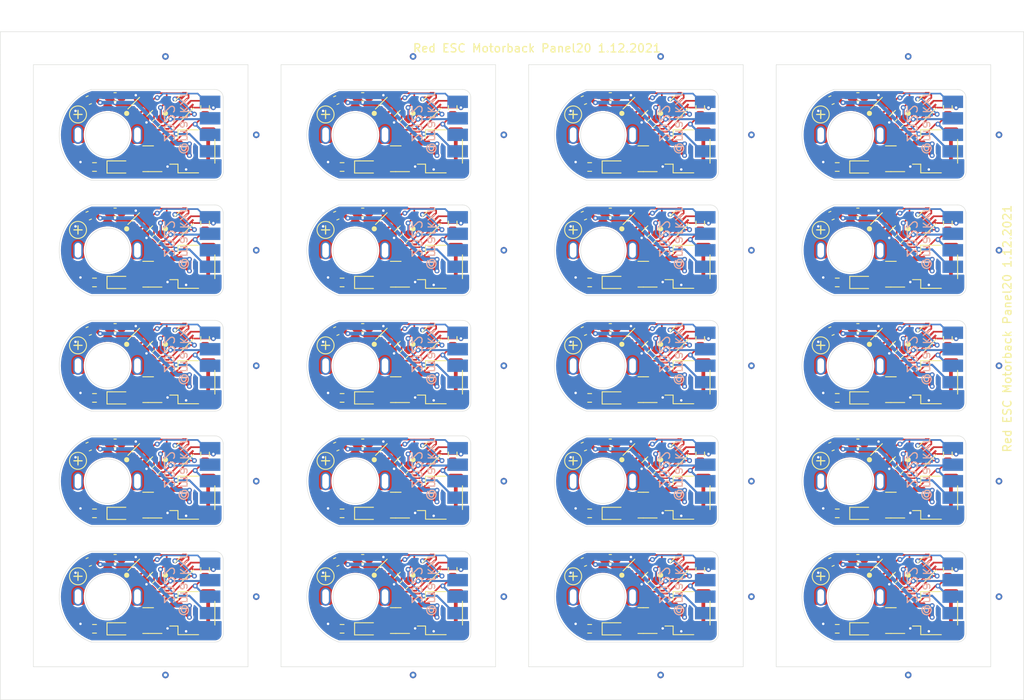
<source format=kicad_pcb>
(kicad_pcb (version 20211014) (generator pcbnew)
  (layers (0 "F.Cu" signal) (31 "B.Cu" signal) (34 "B.Paste" user) (35 "F.Paste" user) (36 "B.SilkS" user "B.Silkscreen") (37 "F.SilkS" user "F.Silkscreen") (38 "B.Mask" user) (39 "F.Mask" user) (44 "Edge.Cuts" user))
  (net 0 "")
  (net 1 "GND")
  (net 2 "VBAT")
  (net 3 "/VLOGIC")
  (net 4 "PWMIN")
  (net 5 "/MOTORF")
  (net 6 "/MOTORR")
  (net 7 "BLINKY")
  (net 8 "Net-(D1-Pad1)")
  (net 9 "/MOTOROUT1")
  (net 10 "/MOTOROUT2")
  (net 11 "/PWMR")
  (footprint "Resistor_SMD:R_0603_1608Metric" (layer "F.Cu") (at 173.4 125.4)
    (fp_text reference "R1" hide)
    (fp_text value "1k" hide)
  )
  (footprint "motorback:motorpad" (layer "F.Cu") (at 81.4 65.5)
    (fp_text reference "J2" hide)
    (fp_text value "Conn_01x01_Male" hide)
  )
  (footprint "Resistor_SMD:R_0603_1608Metric" (layer "F.Cu") (at 126.8 62.2 90)
    (fp_text reference "R2" hide)
    (fp_text value "1k" hide)
  )
  (footprint "Capacitor_SMD:C_0603_1608Metric" (layer "F.Cu") (at 180.9 78.1 -135)
    (fp_text reference "C3" hide)
    (fp_text value "1uF")
  )
  (footprint "motorback:motorpad" (layer "F.Cu") (at 111.4 65.5)
    (fp_text reference "J2" hide)
    (fp_text value "Conn_01x01_Male" hide)
  )
  (footprint "Capacitor_SMD:C_0603_1608Metric" (layer "F.Cu") (at 175.9 102.9)
    (fp_text reference "C2" hide)
    (fp_text value "1uF")
  )
  (footprint "LED_SMD:LED_0603_1608Metric" (layer "F.Cu") (at 86.4 111.4)
    (fp_text reference "D1" hide)
    (fp_text value "LED" hide)
  )
  (footprint "LED_SMD:LED_0603_1608Metric" (layer "F.Cu") (at 116.4 111.4)
    (fp_text reference "D1" hide)
    (fp_text value "LED" hide)
  )
  (footprint "Capacitor_SMD:C_0603_1608Metric" (layer "F.Cu") (at 180.9 92.1 -135)
    (fp_text reference "C3" hide)
    (fp_text value "1uF")
  )
  (footprint "motorback:motorpad" (layer "F.Cu") (at 88.6 79.5)
    (fp_text reference "J3" hide)
    (fp_text value "Conn_01x01_Male" hide)
  )
  (footprint "motorback:motorpad" (layer "F.Cu") (at 171.4 65.5)
    (fp_text reference "J2" hide)
    (fp_text value "Conn_01x01_Male" hide)
  )
  (footprint "motorback:motorpad" (layer "F.Cu") (at 88.6 121.5)
    (fp_text reference "J3" hide)
    (fp_text value "Conn_01x01_Male" hide)
  )
  (footprint "Capacitor_SMD:C_0603_1608Metric" (layer "F.Cu") (at 145.9 88.9)
    (fp_text reference "C2" hide)
    (fp_text value "1uF")
  )
  (footprint "Capacitor_SMD:C_0603_1608Metric" (layer "F.Cu") (at 142.7 61.3 -157)
    (fp_text reference "C1" hide)
    (fp_text value "10uF" hide)
  )
  (footprint "Connector_JST:JST_SH_SM03B-SRSS-TB_1x03-1MP_P1.00mm_Horizontal" (layer "F.Cu") (at 185.3 109.5 90)
    (fp_text reference "J1" hide)
    (fp_text value "Servo wire input" hide)
  )
  (footprint "Capacitor_SMD:C_0603_1608Metric" (layer "F.Cu") (at 85.9 60.9)
    (fp_text reference "C2" hide)
    (fp_text value "1uF")
  )
  (footprint "motorback:drv8837_custom" (layer "F.Cu") (at 179.3 104.1 45)
    (fp_text reference "U1" hide)
    (fp_text value "BDR6122T" hide)
  )
  (footprint "motorback:drv8837_custom" (layer "F.Cu") (at 149.3 104.1 45)
    (fp_text reference "U1" hide)
    (fp_text value "BDR6122T" hide)
  )
  (footprint "motorback:motorpad" (layer "F.Cu") (at 141.4 121.5)
    (fp_text reference "J2" hide)
    (fp_text value "Conn_01x01_Male" hide)
  )
  (footprint "Connector_JST:JST_SH_SM03B-SRSS-TB_1x03-1MP_P1.00mm_Horizontal" (layer "F.Cu") (at 185.3 95.5 90)
    (fp_text reference "J1" hide)
    (fp_text value "Servo wire input" hide)
  )
  (footprint "motorback:motorpad" (layer "F.Cu") (at 88.6 107.5)
    (fp_text reference "J3" hide)
    (fp_text value "Conn_01x01_Male" hide)
  )
  (footprint "Connector_JST:JST_SH_SM03B-SRSS-TB_1x03-1MP_P1.00mm_Horizontal" (layer "F.Cu") (at 125.3 123.5 90)
    (fp_text reference "J1" hide)
    (fp_text value "Servo wire input" hide)
  )
  (footprint "Resistor_SMD:R_0603_1608Metric" (layer "F.Cu") (at 186.8 118.2 90)
    (fp_text reference "R2" hide)
    (fp_text value "1k" hide)
  )
  (footprint "Capacitor_SMD:C_0603_1608Metric" (layer "F.Cu") (at 150.9 78.1 -135)
    (fp_text reference "C3" hide)
    (fp_text value "1uF")
  )
  (footprint "Resistor_SMD:R_0603_1608Metric" (layer "F.Cu") (at 96.8 90.2 90)
    (fp_text reference "R2" hide)
    (fp_text value "1k" hide)
  )
  (footprint "LED_SMD:LED_0603_1608Metric" (layer "F.Cu") (at 176.4 111.4)
    (fp_text reference "D1" hide)
    (fp_text value "LED" hide)
  )
  (footprint "Resistor_SMD:R_0603_1608Metric" (layer "F.Cu") (at 186.8 76.2 90)
    (fp_text reference "R2" hide)
    (fp_text value "1k" hide)
  )
  (footprint "Package_DFN_QFN:DFN-8-1EP_2x2mm_P0.5mm_EP0.9x1.5mm" (layer "F.Cu") (at 183.9 104.2 45)
    (fp_text reference "U2" hide)
    (fp_text value "ATtiny4-MA")
  )
  (footprint "Package_DFN_QFN:DFN-8-1EP_2x2mm_P0.5mm_EP0.9x1.5mm" (layer "F.Cu") (at 153.9 118.2 45)
    (fp_text reference "U2" hide)
    (fp_text value "ATtiny4-MA")
  )
  (footprint "Capacitor_SMD:C_0603_1608Metric" (layer "F.Cu") (at 85.9 116.9)
    (fp_text reference "C2" hide)
    (fp_text value "1uF")
  )
  (footprint "Capacitor_SMD:C_0603_1608Metric" (layer "F.Cu") (at 112.7 117.3 -157)
    (fp_text reference "C1" hide)
    (fp_text value "10uF" hide)
  )
  (footprint "Package_TO_SOT_SMD:SOT-23" (layer "F.Cu") (at 119.9 124.4 180)
    (fp_text reference "U3" hide)
    (fp_text value "AIC1734-33GUTR" hide)
  )
  (footprint "motorback:drv8837_custom" (layer "F.Cu") (at 89.3 62.1 45)
    (fp_text reference "U1" hide)
    (fp_text value "BDR6122T" hide)
  )
  (footprint "Capacitor_SMD:C_0603_1608Metric" (layer "F.Cu") (at 82.7 103.3 -157)
    (fp_text reference "C1" hide)
    (fp_text value "10uF" hide)
  )
  (footprint "Capacitor_SMD:C_0603_1608Metric" (layer "F.Cu") (at 175.9 60.9)
    (fp_text reference "C2" hide)
    (fp_text value "1uF")
  )
  (footprint "Connector_JST:JST_SH_SM03B-SRSS-TB_1x03-1MP_P1.00mm_Horizontal" (layer "F.Cu") (at 155.3 67.5 90)
    (fp_text reference "J1" hide)
    (fp_text value "Servo wire input" hide)
  )
  (footprint "Package_DFN_QFN:DFN-8-1EP_2x2mm_P0.5mm_EP0.9x1.5mm" (layer "F.Cu") (at 183.9 76.2 45)
    (fp_text reference "U2" hide)
    (fp_text value "ATtiny4-MA")
  )
  (footprint "motorback:drv8837_custom" (layer "F.Cu") (at 149.3 76.1 45)
    (fp_text reference "U1" hide)
    (fp_text value "BDR6122T" hide)
  )
  (footprint "Resistor_SMD:R_0603_1608Metric" (layer "F.Cu") (at 113.4 83.4)
    (fp_text reference "R1" hide)
    (fp_text value "1k" hide)
  )
  (footprint "motorback:motorpad" (layer "F.Cu") (at 81.4 93.5)
    (fp_text reference "J2" hide)
    (fp_text value "Conn_01x01_Male" hide)
  )
  (footprint "Capacitor_SMD:C_0603_1608Metric" (layer "F.Cu") (at 112.7 75.3 -157)
    (fp_text reference "C1" hide)
    (fp_text value "10uF" hide)
  )
  (footprint "Package_TO_SOT_SMD:SOT-23" (layer "F.Cu") (at 149.9 96.4 180)
    (fp_text reference "U3" hide)
    (fp_text value "AIC1734-33GUTR" hide)
  )
  (footprint "Resistor_SMD:R_0603_1608Metric" (layer "F.Cu") (at 83.4 83.4)
    (fp_text reference "R1" hide)
    (fp_text value "1k" hide)
  )
  (footprint "Package_DFN_QFN:DFN-8-1EP_2x2mm_P0.5mm_EP0.9x1.5mm" (layer "F.Cu") (at 153.9 62.2 45)
    (fp_text reference "U2" hide)
    (fp_text value "ATtiny4-MA")
  )
  (footprint "Package_DFN_QFN:DFN-8-1EP_2x2mm_P0.5mm_EP0.9x1.5mm" (layer "F.Cu") (at 93.9 62.2 45)
    (fp_text reference "U2" hide)
    (fp_text value "ATtiny4-MA")
  )
  (footprint "motorback:motorpad" (layer "F.Cu") (at 171.4 107.5)
    (fp_text reference "J2" hide)
    (fp_text value "Conn_01x01_Male" hide)
  )
  (footprint "Capacitor_SMD:C_0603_1608Metric" (layer "F.Cu") (at 142.7 75.3 -157)
    (fp_text reference "C1" hide)
    (fp_text value "10uF" hide)
  )
  (footprint "Package_TO_SOT_SMD:SOT-23" (layer "F.Cu") (at 179.9 68.4 180)
    (fp_text reference "U3" hide)
    (fp_text value "AIC1734-33GUTR" hide)
  )
  (footprint "Capacitor_SMD:C_0603_1608Metric" (layer "F.Cu") (at 82.7 89.3 -157)
    (fp_text reference "C1" hide)
    (fp_text value "10uF" hide)
  )
  (footprint "LED_SMD:LED_0603_1608Metric" (layer "F.Cu") (at 176.4 125.4)
    (fp_text reference "D1" hide)
    (fp_text value "LED" hide)
  )
  (footprint "Package_DFN_QFN:DFN-8-1EP_2x2mm_P0.5mm_EP0.9x1.5mm" (layer "F.Cu") (at 153.9 104.2 45)
    (fp_text reference "U2" hide)
    (fp_text value "ATtiny4-MA")
  )
  (footprint "Package_DFN_QFN:DFN-8-1EP_2x2mm_P0.5mm_EP0.9x1.5mm" (layer "F.Cu") (at 93.9 76.2 45)
    (fp_text reference "U2" hide)
    (fp_text value "ATtiny4-MA")
  )
  (footprint "Resistor_SMD:R_0603_1608Metric" (layer "F.Cu") (at 173.4 69.4)
    (fp_text reference "R1" hide)
    (fp_text value "1k" hide)
  )
  (footprint "LED_SMD:LED_0603_1608Metric" (layer "F.Cu") (at 86.4 125.4)
    (fp_text reference "D1" hide)
    (fp_text value "LED" hide)
  )
  (footprint "Package_TO_SOT_SMD:SOT-23" (layer "F.Cu") (at 89.9 82.4 180)
    (fp_text reference "U3" hide)
    (fp_text value "AIC1734-33GUTR" hide)
  )
  (footprint "Connector_JST:JST_SH_SM03B-SRSS-TB_1x03-1MP_P1.00mm_Horizontal" (layer "F.Cu") (at 125.3 95.5 90)
    (fp_text reference "J1" hide)
    (fp_text value "Servo wire input" hide)
  )
  (footprint "Capacitor_SMD:C_0603_1608Metric" (layer "F.Cu") (at 82.7 61.3 -157)
    (fp_text reference "C1" hide)
    (fp_text value "10uF" hide)
  )
  (footprint "Package_TO_SOT_SMD:SOT-23" (layer "F.Cu") (at 89.9 96.4 180)
    (fp_text reference "U3" hide)
    (fp_text value "AIC1734-33GUTR" hide)
  )
  (footprint "Package_TO_SOT_SMD:SOT-23" (layer "F.Cu") (at 89.9 124.4 180)
    (fp_text reference "U3" hide)
    (fp_text value "AIC1734-33GUTR" hide)
  )
  (footprint "Package_TO_SOT_SMD:SOT-23" (layer "F.Cu") (at 149.9 68.4 180)
    (fp_text reference "U3" hide)
    (fp_text value "AIC1734-33GUTR" hide)
  )
  (footprint "motorback:motorpad" (layer "F.Cu") (at 148.6 93.5)
    (fp_text reference "J3" hide)
    (fp_text value "Conn_01x01_Male" hide)
  )
  (footprint "Connector_JST:JST_SH_SM03B-SRSS-TB_1x03-1MP_P1.00mm_Horizontal" (layer "F.Cu") (at 155.3 81.5 90)
    (fp_text reference "J1" hide)
    (fp_text value "Servo wire input" hide)
  )
  (footprint "Package_TO_SOT_SMD:SOT-23" (layer "F.Cu") (at 119.9 68.4 180)
    (fp_text reference "U3" hide)
    (fp_text value "AIC1734-33GUTR" hide)
  )
  (footprint "Capacitor_SMD:C_0603_1608Metric" (layer "F.Cu") (at 82.7 75.3 -157)
    (fp_text reference "C1" hide)
    (fp_text value "10uF" hide)
  )
  (footprint "Capacitor_SMD:C_0603_1608Metric" (layer "F.Cu") (at 150.9 120.1 -135)
    (fp_text reference "C3" hide)
    (fp_text value "1uF")
  )
  (footprint "motorback:drv8837_custom" (layer "F.Cu") (at 119.3 76.1 45)
    (fp_text reference "U1" hide)
    (fp_text value "BDR6122T" hide)
  )
  (footprint "motorback:motorpad" (layer "F.Cu") (at 178.6 93.5)
    (fp_text reference "J3" hide)
    (fp_text value "Conn_01x01_Male" hide)
  )
  (footprint "motorback:motorpad" (layer "F.Cu") (at 118.6 79.5)
    (fp_text reference "J3" hide)
    (fp_text value "Conn_01x01_Male" hide)
  )
  (footprint "Resistor_SMD:R_0603_1608Metric" (layer "F.Cu") (at 173.4 111.4)
    (fp_text reference "R1" hide)
    (fp_text value "1k" hide)
  )
  (footprint "motorback:motorpad" (layer "F.Cu") (at 171.4 93.5)
    (fp_text reference "J2" hide)
    (fp_text value "Conn_01x01_Male" hide)
  )
  (footprint "Package_DFN_QFN:DFN-8-1EP_2x2mm_P0.5mm_EP0.9x1.5mm" (layer "F.Cu") (at 123.9 104.2 45)
    (fp_text reference "U2" hide)
    (fp_text value "ATtiny4-MA")
  )
  (footprint "motorback:motorpad" (layer "F.Cu") (at 88.6 65.5)
    (fp_text reference "J3" hide)
    (fp_text value "Conn_01x01_Male" hide)
  )
  (footprint "Resistor_SMD:R_0603_1608Metric" (layer "F.Cu") (at 96.8 104.2 90)
    (fp_text reference "R2" hide)
    (fp_text value "1k" hide)
  )
  (footprint "Capacitor_SMD:C_0603_1608Metric" (layer "F.Cu") (at 112.7 61.3 -157)
    (fp_text reference "C1" hide)
    (fp_text value "10uF" hide)
  )
  (footprint "LED_SMD:LED_0603_1608Metric" (layer "F.Cu") (at 146.4 125.4)
    (fp_text reference "D1" hide)
    (fp_text value "LED" hide)
  )
  (footprint "Resistor_SMD:R_0603_1608Metric" (layer "F.Cu") (at 126.8 76.2 90)
    (fp_text reference "R2" hide)
    (fp_text value "1k" hide)
  )
  (footprint "motorback:motorpad" (layer "F.Cu") (at 178.6 65.5)
    (fp_text reference "J3" hide)
    (fp_text value "Conn_01x01_Male" hide)
  )
  (footprint "Capacitor_SMD:C_0603_1608Metric" (layer "F.Cu") (at 120.9 64.1 -135)
    (fp_text reference "C3" hide)
    (fp_text value "1uF")
  )
  (footprint "Capacitor_SMD:C_0603_1608Metric" (layer "F.Cu") (at 172.7 61.3 -157)
    (fp_text reference "C1" hide)
    (fp_text value "10uF" hide)
  )
  (footprint "motorback:drv8837_custom" (layer "F.Cu") (at 89.3 118.1 45)
    (fp_text reference "U1" hide)
    (fp_text value "BDR6122T" hide)
  )
  (footprint "Capacitor_SMD:C_0603_1608Metric" (layer "F.Cu") (at 85.9 88.9)
    (fp_text reference "C2" hide)
    (fp_text value "1uF")
  )
  (footprint "Resistor_SMD:R_0603_1608Metric" (layer "F.Cu") (at 113.4 125.4)
    (fp_text reference "R1" hide)
    (fp_text value "1k" hide)
  )
  (footprint "Resistor_SMD:R_0603_1608Metric" (layer "F.Cu") (at 126.8 118.2 90)
    (fp_text reference "R2" hide)
    (fp_text value "1k" hide)
  )
  (footprint "Resistor_SMD:R_0603_1608Metric" (layer "F.Cu") (at 83.4 69.4)
    (fp_text reference "R1" hide)
    (fp_text value "1k" hide)
  )
  (footprint "Capacitor_SMD:C_0603_1608Metric" (layer "F.Cu") (at 145.9 60.9)
    (fp_text reference "C2" hide)
    (fp_text value "1uF")
  )
  (footprint "Package_DFN_QFN:DFN-8-1EP_2x2mm_P0.5mm_EP0.9x1.5mm" (layer "F.Cu") (at 123.9 76.2 45)
    (fp_text reference "U2" hide)
    (fp_text value "ATtiny4-MA")
  )
  (footprint "Resistor_SMD:R_0603_1608Metric" (layer "F.Cu") (at 126.8 104.2 90)
    (fp_text reference "R2" hide)
    (fp_text value "1k" hide)
  )
  (footprint "Capacitor_SMD:C_0603_1608Metric" (layer "F.Cu") (at 115.9 116.9)
    (fp_text reference "C2" hide)
    (fp_text value "1uF")
  )
  (footprint "Package_TO_SOT_SMD:SOT-23" (layer "F.Cu") (at 179.9 82.4 180)
    (fp_text reference "U3" hide)
    (fp_text value "AIC1734-33GUTR" hide)
  )
  (footprint "Package_DFN_QFN:DFN-8-1EP_2x2mm_P0.5mm_EP0.9x1.5mm" (layer "F.Cu") (at 183.9 90.2 45)
    (fp_text reference "U2" hide)
    (fp_text value "ATtiny4-MA")
  )
  (footprint "motorback:motorpad" (layer "F.Cu") (at 148.6 107.5)
    (fp_text reference "J3" hide)
    (fp_text value "Conn_01x01_Male" hide)
  )
  (footprint "Capacitor_SMD:C_0603_1608Metric" (layer "F.Cu") (at 82.7 117.3 -157)
    (fp_text reference "C1" hide)
    (fp_text value "10uF" hide)
  )
  (footprint "Capacitor_SMD:C_0603_1608Metric" (layer "F.Cu") (at 142.7 117.3 -157)
    (fp_text reference "C1" hide)
    (fp_text value "10uF" hide)
  )
  (footprint "Resistor_SMD:R_0603_1608Metric" (layer "F.Cu") (at 143.4 125.4)
    (fp_text reference "R1" hide)
    (fp_text value "1k" hide)
  )
  (footprint "Package_DFN_QFN:DFN-8-1EP_2x2mm_P0.5mm_EP0.9x1.5mm" (layer "F.Cu") (at 123.9 62.2 45)
    (fp_text reference "U2" hide)
    (fp_text value "ATtiny4-MA")
  )
  (footprint "Capacitor_SMD:C_0603_1608Metric" (layer "F.Cu") (at 112.7 89.3 -157)
    (fp_text reference "C1" hide)
    (fp_text value "10uF" hide)
  )
  (footprint "Capacitor_SMD:C_0603_1608Metric" (layer "F.Cu") (at 142.7 89.3 -157)
    (fp_text reference "C1" hide)
    (fp_text value "10uF" hide)
  )
  (footprint "Capacitor_SMD:C_0603_1608Metric" (layer "F.Cu") (at 172.7 75.3 -157)
    (fp_text reference "C1" hide)
    (fp_text value "10uF" hide)
  )
  (footprint "motorback:drv8837_custom" (layer "F.Cu") (at 179.3 90.1 45)
    (fp_text reference "U1" hide)
    (fp_text value "BDR6122T" hide)
  )
  (footprint "Capacitor_SMD:C_0603_1608Metric" (layer "F.Cu") (at 172.7 117.3 -157)
    (fp_text reference "C1" hide)
    (fp_text value "10uF" hide)
  )
  (footprint "Resistor_SMD:R_0603_1608Metric" (layer "F.Cu") (at 83.4 125.4)
    (fp_text reference "R1" hide)
    (fp_text value "1k" hide)
  )
  (footprint "motorback:motorpad" (layer "F.Cu") (at 81.4 121.5)
    (fp_text reference "J2" hide)
    (fp_text value "Conn_01x01_Male" hide)
  )
  (footprint "motorback:drv8837_custom" (layer "F.Cu") (at 89.3 104.1 45)
    (fp_text reference "U1" hide)
    (fp_text value "BDR6122T" hide)
  )
  (footprint "motorback:drv8837_custom" (layer "F.Cu") (at 179.3 76.1 45)
    (fp_text reference "U1" hide)
    (fp_text value "BDR6122T" hide)
  )
  (footprint "Capacitor_SMD:C_0603_1608Metric" (layer "F.Cu") (at 90.9 64.1 -135)
    (fp_text reference "C3" hide)
    (fp_text value "1uF")
  )
  (footprint "Resistor_SMD:R_0603_1608Metric" (layer "F.Cu") (at 173.4 97.4)
    (fp_text reference "R1" hide)
    (fp_text value "1k" hide)
  )
  (footprint "motorback:motorpad" (layer "F.Cu") (at 111.4 121.5)
    (fp_text reference "J2" hide)
    (fp_text value "Conn_01x01_Male" hide)
  )
  (footprint "Capacitor_SMD:C_0603_1608Metric" (layer "F.Cu") (at 175.9 116.9)
    (fp_text reference "C2" hide)
    (fp_text value "1uF")
  )
  (footprint "Capacitor_SMD:C_0603_1608Metric" (layer "F.Cu") (at 90.9 92.1 -135)
    (fp_text reference "C3" hide)
    (fp_text value "1uF")
  )
  (footprint "LED_SMD:LED_0603_1608Metric" (layer "F.Cu") (at 86.4 83.4)
    (fp_text reference "D1" hide)
    (fp_text value "LED" hide)
  )
  (footprint "Connector_JST:JST_SH_SM03B-SRSS-TB_1x03-1MP_P1.00mm_Horizontal" (layer "F.Cu") (at 155.3 95.5 90)
    (fp_text reference "J1" hide)
    (fp_text value "Servo wire input" hide)
  )
  (footprint "Connector_JST:JST_SH_SM03B-SRSS-TB_1x03-1MP_P1.00mm_Horizontal" (layer "F.Cu") (at 125.3 109.5 90)
    (fp_text reference "J1" hide)
    (fp_text value "Servo wire input" hide)
  )
  (footprint "motorback:drv8837_custom" (layer "F.Cu") (at 119.3 90.1 45)
    (fp_text reference "U1" hide)
    (fp_text value "BDR6122T" hide)
  )
  (footprint "Resistor_SMD:R_0603_1608Metric" (layer "F.Cu") (at 156.8 62.2 90)
    (fp_text reference "R2" hide)
    (fp_text value "1k" hide)
  )
  (footprint "motorback:drv8837_custom" (layer "F.Cu") (at 119.3 62.1 45)
    (fp_text reference "U1" hide)
    (fp_text value "BDR6122T" hide)
  )
  (footprint "Package_TO_SOT_SMD:SOT-23" (layer "F.Cu") (at 149.9 82.4 180)
    (fp_text reference "U3" hide)
    (fp_text value "AIC1734-33GUTR" hide)
  )
  (footprint "Resistor_SMD:R_0603_1608Metric" (layer "F.Cu") (at 143.4 97.4)
    (fp_text reference "R1" hide)
    (fp_text value "1k" hide)
  )
  (footprint "Package_TO_SOT_SMD:SOT-23" (layer "F.Cu") (at 149.9 124.4 180)
    (fp_text reference "U3" hide)
    (fp_text value "AIC1734-33GUTR" hide)
  )
  (footprint "motorback:motorpad" (layer "F.Cu") (at 141.4 65.5)
    (fp_text reference "J2" hide)
    (fp_text value "Conn_01x01_Male" hide)
  )
  (footprint "Package_DFN_QFN:DFN-8-1EP_2x2mm_P0.5mm_EP0.9x1.5mm" (layer "F.Cu") (at 93.9 90.2 45)
    (fp_text reference "U2" hide)
    (fp_text value "ATtiny4-MA")
  )
  (footprint "motorback:drv8837_custom" (layer "F.Cu") (at 149.3 62.1 45)
    (fp_text reference "U1" hide)
    (fp_text value "BDR6122T" hide)
  )
  (footprint "motorback:motorpad" (layer "F.Cu") (at 148.6 79.5)
    (fp_text reference "J3" hide)
    (fp_text value "Conn_01x01_Male" hide)
  )
  (footprint "Capacitor_SMD:C_0603_1608Metric" (layer "F.Cu") (at 85.9 102.9)
    (fp_text reference "C2" hide)
    (fp_text value "1uF")
  )
  (footprint "Resistor_SMD:R_0603_1608Metric" (layer "F.Cu") (at 156.8 76.2 90)
    (fp_text reference "R2" hide)
    (fp_text value "1k" hide)
  )
  (footprint "Capacitor_SMD:C_0603_1608Metric" (layer "F.Cu") (at 172.7 89.3 -157)
    (fp_text reference "C1" hide)
    (fp_text value "10uF" hide)
  )
  (footprint "Package_DFN_QFN:DFN-8-1EP_2x2mm_P0.5mm_EP0.9x1.5mm" (layer "F.Cu") (at 123.9 90.2 45)
    (fp_text reference "U2" hide)
    (fp_text value "ATtiny4-MA")
  )
  (footprint "motorback:motorpad" (layer "F.Cu") (at 111.4 93.5)
    (fp_text reference "J2" hide)
    (fp_text value "Conn_01x01_Male" hide)
  )
  (footprint "motorback:motorpad" (layer "F.Cu") (at 111.4 107.5)
    (fp_text reference "J2" hide)
    (fp_text value "Conn_01x01_Male" hide)
  )
  (footprint "Resistor_SMD:R_0603_1608Metric" (layer "F.Cu") (at 96.8 62.2 90)
    (fp_text reference "R2" hide)
    (fp_text value "1k" hide)
  )
  (footprint "LED_SMD:LED_0603_1608Metric" (layer "F.Cu") (at 146.4 111.4)
    (fp_text reference "D1" hide)
    (fp_text value "LED" hide)
  )
  (footprint "motorback:drv8837_custom" (layer "F.Cu") (at 89.3 90.1 45)
    (fp_text reference "U1" hide)
    (fp_text value "BDR6122T" hide)
  )
  (footprint "LED_SMD:LED_0603_1608Metric" (layer "F.Cu") (at 176.4 97.4)
    (fp_text reference "D1" hide)
    (fp_text value "LED" hide)
  )
  (footprint "Connector_JST:JST_SH_SM03B-SRSS-TB_1x03-1MP_P1.00mm_Horizontal" (layer "F.Cu") (at 95.3 123.5 90)
    (fp_text reference "J1" hide)
    (fp_text value "Servo wire input" hide)
  )
  (footprint "LED_SMD:LED_0603_1608Metric" (layer "F.Cu") (at 116.4 83.4)
    (fp_text reference "D1" hide)
    (fp_text value "LED" hide)
  )
  (footprint "Resistor_SMD:R_0603_1608Metric" (layer "F.Cu") (at 186.8 104.2 90)
    (fp_text reference "R2" hide)
    (fp_text value "1k" hide)
  )
  (footprint "Capacitor_SMD:C_0603_1608Metric" (layer "F.Cu") (at 145.9 74.9)
    (fp_text reference "C2" hide)
    (fp_text value "1uF")
  )
  (footprint "LED_SMD:LED_0603_1608Metric" (layer "F.Cu") (at 116.4 125.4)
    (fp_text reference "D1" hide)
    (fp_text value "LED" hide)
  )
  (footprint "Package_TO_SOT_SMD:SOT-23" (layer "F.Cu") (at 179.9 96.4 180)
    (fp_text reference "U3" hide)
    (fp_text value "AIC1734-33GUTR" hide)
  )
  (footprint "Connector_JST:JST_SH_SM03B-SRSS-TB_1x03-1MP_P1.00mm_Horizontal" (layer "F.Cu") (at 95.3 109.5 90)
    (fp_text reference "J1" hide)
    (fp_text value "Servo wire input" hide)
  )
  (footprint "Capacitor_SMD:C_0603_1608Metric" (layer "F.Cu") (at 175.9 74.9)
    (fp_text reference "C2" hide)
    (fp_text value "1uF")
  )
  (footprint "LED_SMD:LED_0603_1608Metric" (layer "F.Cu") (at 146.4 69.4)
    (fp_text reference "D1" hide)
    (fp_text value "LED" hide)
  )
  (footprint "motorback:motorpad" (layer "F.Cu") (at 88.6 93.5)
    (fp_text reference "J3" hide)
    (fp_text value "Conn_01x01_Male" hide)
  )
  (footprint "Capacitor_SMD:C_0603_1608Metric" (layer "F.Cu") (at 90.9 78.1 -135)
    (fp_text reference "C3" hide)
    (fp_text value "1uF")
  )
  (footprint "Package_TO_SOT_SMD:SOT-23" (layer "F.Cu") (at 179.9 110.4 180)
    (fp_text reference "U3" hide)
    (fp_text value "AIC1734-33GUTR" hide)
  )
  (footprint "motorback:motorpad" (layer "F.Cu") (at 171.4 121.5)
    (fp_text reference "J2" hide)
    (fp_text value "Conn_01x01_Male" hide)
  )
  (footprint "Capacitor_SMD:C_0603_1608Metric" (layer "F.Cu") (at 90.9 120.1 -135)
    (fp_text reference "C3" hide)
    (fp_text value "1uF")
  )
  (footprint "Capacitor_SMD:C_0603_1608Metric" (layer "F.Cu") (at 115.9 88.9)
    (fp_text reference "C2" hide)
    (fp_text value "1uF")
  )
  (footprint "Capacitor_SMD:C_0603_1608Metric" (layer "F.Cu") (at 120.9 120.1 -135)
    (fp_text reference "C3" hide)
    (fp_text value "1uF")
  )
  (footprint "motorback:drv8837_custom" (layer "F.Cu") (at 179.3 62.1 45)
    (fp_text reference "U1" hide)
    (fp_text value "BDR6122T" hide)
  )
  (footprint "motorback:drv8837_custom" (layer "F.Cu") (at 119.3 104.1 45)
    (fp_text reference "U1" hide)
    (fp_text value "BDR6122T" hide)
  )
  (footprint "Resistor_SMD:R_0603_1608Metric" (layer "F.Cu") (at 173.4 83.4)
    (fp_text reference "R1" hide)
    (fp_text value "1k" hide)
  )
  (footprint "Resistor_SMD:R_0603_1608Metric" (layer "F.Cu") (at 143.4 111.4)
    (fp_text reference "R1" hide)
    (fp_text value "1k" hide)
  )
  (footprint "motorback:drv8837_custom" (layer "F.Cu") (at 149.3 90.1 45)
    (fp_text reference "U1" hide)
    (fp_text value "BDR6122T" hide)
  )
  (footprint "Capacitor_SMD:C_0603_1608Metric" (layer "F.Cu") (at 145.9 116.9)
    (fp_text reference "C2" hide)
    (fp_text value "1uF")
  )
  (footprint "Package_TO_SOT_SMD:SOT-23" (layer "F.Cu") (at 119.9 82.4 180)
    (fp_text reference "U3" hide)
    (fp_text value "AIC1734-33GUTR" hide)
  )
  (footprint "Capacitor_SMD:C_0603_1608Metric" (layer "F.Cu") (at 145.9 102.9)
    (fp_text reference "C2" hide)
    (fp_text value "1uF")
  )
  (footprint "Package_TO_SOT_SMD:SOT-23" (layer "F.Cu") (at 119.9 96.4 180)
    (fp_text reference "U3" hide)
    (fp_text value "AIC1734-33GUTR" hide)
  )
  (footprint "motorback:motorpad" (layer "F.Cu") (at 81.4 79.5)
    (fp_text reference "J2" hide)
    (fp_text value "Conn_01x01_Male" hide)
  )
  (footprint "motorback:motorpad" (layer "F.Cu") (at 148.6 121.5)
    (fp_text reference "J3" hide)
    (fp_text value "Conn_01x01_Male" hide)
  )
  (footprint "motorback:drv8837_custom" (layer "F.Cu") (at 89.3 76.1 45)
    (fp_text reference "U1" hide)
    (fp_text value "BDR6122T" hide)
  )
  (footprint "LED_SMD:LED_0603_1608Metric" (layer "F.Cu") (at 176.4 83.4)
    (fp_text reference "D1" hide)
    (fp_text value "LED" hide)
  )
  (footprint "Capacitor_SMD:C_0603_1608Metric" (layer "F.Cu") (at 150.9 64.1 -135)
    (fp_text reference "C3" hide)
    (fp_text value "1uF")
  )
  (footprint "Capacitor_SMD:C_0603_1608Metric" (layer "F.Cu") (at 115.9 102.9)
    (fp_text reference "C2" hide)
    (fp_text value "1uF")
  )
  (footprint "Resistor_SMD:R_0603_1608Metric" (layer "F.Cu") (at 156.8 104.2 90)
    (fp_text reference "R2" hide)
    (fp_text value "1k" hide)
  )
  (footprint "LED_SMD:LED_0603_1608Metric" (layer "F.Cu") (at 146.4 83.4)
    (fp_text reference "D1" hide)
    (fp_text value "LED" hide)
  )
  (footprint "LED_SMD:LED_0603_1608Metric" (layer "F.Cu") (at 176.4 69.4)
    (fp_text reference "D1" hide)
    (fp_text value "LED" hide)
  )
  (footprint "Capacitor_SMD:C_0603_1608Metric" (layer "F.Cu") (at 90.9 106.1 -135)
    (fp_text reference "C3" hide)
    (fp_text value "1uF")
  )
  (footprint "Capacitor_SMD:C_0603_1608Metric" (layer "F.Cu") (at 115.9 60.9)
    (fp_text reference "C2" hide)
    (fp_text value "1uF")
  )
  (footprint "Connector_JST:JST_SH_SM03B-SRSS-TB_1x03-1MP_P1.00mm_Horizontal" (layer "F.Cu") (at 155.3 109.5 90)
    (fp_text reference "J1" hide)
    (fp_text value "Servo wire input" hide)
  )
  (footprint "Connector_JST:JST_SH_SM03B-SRSS-TB_1x03-1MP_P1.00mm_Horizontal" (layer "F.Cu") (at 185.3 123.5 90)
    (fp_text reference "J1" hide)
    (fp_text value "Servo wire input" hide)
  )
  (footprint "Resistor_SMD:R_0603_1608Metric" (layer "F.Cu") (at 143.4 83.4)
    (fp_text reference "R1" hide)
    (fp_text value "1k" hide)
  )
  (footprint "Package_DFN_QFN:DFN-8-1EP_2x2mm_P0.5mm_EP0.9x1.5mm" (layer "F.Cu") (at 153.9 90.2 45)
    (fp_text reference "U2" hide)
    (fp_text value "ATtiny4-MA")
  )
  (footprint "LED_SMD:LED_0603_1608Metric" (layer "F.Cu") (at 86.4 69.4)
    (fp_text reference "D1" hide)
    (fp_text value "LED" hide)
  )
  (footprint "motorback:motorpad" (layer "F.Cu") (at 111.4 79.5)
    (fp_text reference "J2" hide)
    (fp_text value "Conn_01x01_Male" hide)
  )
  (footprint "motorback:motorpad" (layer "F.Cu") (at 178.6 107.5)
    (fp_text reference "J3" hide)
    (fp_text value "Conn_01x01_Male" hide)
  )
  (footprint "Resistor_SMD:R_0603_1608Metric" (layer "F.Cu") (at 143.4 69.4)
    (fp_text reference "R1" hide)
    (fp_text value "1k" hide)
  )
  (footprint "Resistor_SMD:R_0603_1608Metric" (layer "F.Cu") (at 156.8 90.2 90)
    (fp_text reference "R2" hide)
    (fp_text value "1k" hide)
  )
  (footprint "Resistor_SMD:R_0603_1608Metric" (layer "F.Cu") (at 96.8 76.2 90)
    (fp_text reference "R2" hide)
    (fp_text value "1k" hide)
  )
  (footprint "LED_SMD:LED_0603_1608Metric" (layer "F.Cu") (at 116.4 97.4)
    (fp_text reference "D1" hide)
    (fp_text value "LED" hide)
  )
  (footprint "Resistor_SMD:R_0603_1608Metric" (layer "F.Cu") (at 186.8 62.2 90)
    (fp_text reference "R2" hide)
    (fp_text value "1k" hide)
  )
  (footprint "Capacitor_SMD:C_0603_1608Metric" (layer "F.Cu") (at 120.9 106.1 -135)
    (fp_text reference "C3" hide)
    (fp_text value "1uF")
  )
  (footprint "motorback:drv8837_custom" (layer "F.Cu") (at 179.3 118.1 45)
    (fp_text reference "U1" hide)
    (fp_text value "BDR6122T" hide)
  )
  (footprint "Package_DFN_QFN:DFN-8-1EP_2x2mm_P0.5mm_EP0.9x1.5mm" (layer "F.Cu") (at 183.9 118.2 45)
    (fp_text reference "U2" hide)
    (fp_text value "ATtiny4-MA")
  )
  (footprint "motorback:motorpad" (layer "F.Cu") (at 81.4 107.5)
    (fp_text reference "J2" hide)
    (fp_text value "Conn_01x01_Male" hide)
  )
  (footprint "Resistor_SMD:R_0603_1608Metric" (layer "F.Cu") (at 156.8 118.2 90)
    (fp_text reference "R2" hide)
    (fp_text value "1k" hide)
  )
  (footprint "Connector_JST:JST_SH_SM03B-SRSS-TB_1x03-1MP_P1.00mm_Horizontal" (layer "F.Cu") (at 95.3 95.5 90)
    (fp_text reference "J1" hide)
    (fp_text value "Servo wire input" hide)
  )
  (footprint "motorback:motorpad" (layer "F.Cu") (at 178.6 79.5)
    (fp_text reference "J3" hide)
    (fp_text value "Conn_01x01_Male" hide)
  )
  (footprint "Package_TO_SOT_SMD:SOT-23" (layer "F.Cu") (at 149.9 110.4 180)
    (fp_text reference "U3" hide)
    (fp_text value "AIC1734-33GUTR" hide)
  )
  (footprint "Capacitor_SMD:C_0603_1608Metric" (layer "F.Cu") (at 120.9 78.1 -135)
    (fp_text reference "C3" hide)
    (fp_text value "1uF")
  )
  (footprint "LED_SMD:LED_0603_1608Metric" (layer "F.Cu") (at 146.4 97.4)
    (fp_text reference "D1" hide)
    (fp_text value "LED" hide)
  )
  (footprint "Capacitor_SMD:C_0603_1608Metric" (layer "F.Cu") (at 172.7 103.3 -157)
    (fp_text reference "C1" hide)
    (fp_text value "10uF" hide)
  )
  (footprint "Package_DFN_QFN:DFN-8-1EP_2x2mm_P0.5mm_EP0.9x1.5mm" (layer "F.Cu") (at 93.9 118.2 45)
    (fp_text reference "U2" hide)
    (fp_text value "ATtiny4-MA")
  )
  (footprint "Connector_JST:JST_SH_SM03B-SRSS-TB_1x03-1MP_P1.00mm_Horizontal" (layer "F.Cu") (at 125.3 67.5 90)
    (fp_text reference "J1" hide)
    (fp_text value "Servo wire input" hide)
  )
  (footprint "motorback:motorpad" (layer "F.Cu") (at 118.6 65.5)
    (fp_text reference "J3" hide)
    (fp_text value "Conn_01x01_Male" hide)
  )
  (footprint "Package_DFN_QFN:DFN-8-1EP_2x2mm_P0.5mm_EP0.9x1.5mm" (layer "F.Cu") (at 153.9 76.2 45)
    (fp_text reference "U2" hide)
    (fp_text value "ATtiny4-MA")
  )
  (footprint "motorback:motorpad" (layer "F.Cu") (at 118.6 107.5)
    (fp_text reference "J3" hide)
    (fp_text value "Conn_01x01_Male" hide)
  )
  (footprint "Connector_JST:JST_SH_SM03B-SRSS-TB_1x03-1MP_P1.00mm_Horizontal" (layer "F.Cu") (at 185.3 67.5 90)
    (fp_text reference "J1" hide)
    (fp_text value "Servo wire input" hide)
  )
  (footprint "Capacitor_SMD:C_0603_1608Metric" (layer "F.Cu") (at 180.9 64.1 -135)
    (fp_text reference "C3" hide)
    (fp_text value "1uF")
  )
  (footprint "Capacitor_SMD:C_0603_1608Metric" (layer "F.Cu") (at 142.7 103.3 -157)
    (fp_text reference "C1" hide)
    (fp_text value "10uF" hide)
  )
  (footprint "Resistor_SMD:R_0603_1608Metric" (layer "F.Cu") (at 96.8 118.2 90)
    (fp_text reference "R2" hide)
    (fp_text value "1k" hide)
  )
  (footprint "Resistor_SMD:R_0603_1608Metric" (layer "F.Cu") (at 113.4 97.4)
    (fp_text reference "R1" hide)
    (fp_text value "1k" hide)
  )
  (footprint "Capacitor_SMD:C_0603_1608Metric" (layer "F.Cu") (at 112.7 103.3 -157)
    (fp_text reference "C1" hide)
    (fp_text value "10uF" hide)
  )
  (footprint "Resistor_SMD:R_0603_1608Metric" (layer "F.Cu") (at 113.4 69.4)
    (fp_text reference "R1" hide)
    (fp_text value "1k" hide)
  )
  (footprint "Package_TO_SOT_SMD:SOT-23" (layer "F.Cu") (at 89.9 68.4 180)
    (fp_text reference "U3" hide)
    (fp_text value "AIC1734-33GUTR" hide)
  )
  (footprint "Resistor_SMD:R_0603_1608Metric" (layer "F.Cu") (at 126.8 90.2 90)
    (fp_text reference "R2" hide)
    (fp_text value "1k" hide)
  )
  (footprint "Capacitor_SMD:C_0603_1608Metric" (layer "F.Cu") (at 150.9 106.1 -135)
    (fp_text reference "C3" hide)
    (fp_text value "1uF")
  )
  (footprint "Package_DFN_QFN:DFN-8-1EP_2x2mm_P0.5mm_EP0.9x1.5mm" (layer "F.Cu") (at 183.9 62.2 45)
    (fp_text reference "U2" hide)
    (fp_text value "ATtiny4-MA")
  )
  (footprint "Connector_JST:JST_SH_SM03B-SRSS-TB_1x03-1MP_P1.00mm_Horizontal" (layer "F.Cu") (at 155.3 123.5 90)
    (fp_text reference "J1" hide)
    (fp_text value "Servo wire input" hide)
  )
  (footprint "LED_SMD:LED_0603_1608Metric" (layer "F.Cu") (at 116.4 69.4)
    (fp_text reference "D1" hide)
    (fp_text value "LED" hide)
  )
  (footprint "Resistor_SMD:R_0603_1608Metric" (layer "F.Cu") (at 113.4 111.4)
    (fp_text reference "R1" hide)
    (fp_text value "1k" hide)
  )
  (footprint "Capacitor_SMD:C_0603_1608Metric" (layer "F.Cu") (at 85.9 74.9)
    (fp_text reference "C2" hide)
    (fp_text value "1uF")
  )
  (footprint "Capacitor_SMD:C_0603_1608Metric" (layer "F.Cu") (at 180.9 106.1 -135)
    (fp_text reference "C3" hide)
    (fp_text value "1uF")
  )
  (footprint "Connector_JST:JST_SH_SM03B-SRSS-TB_1x03-1MP_P1.00mm_Horizontal" (layer "F.Cu") (at 95.3 81.5 90)
    (fp_text reference "J1" hide)
    (fp_text value "Servo wire input" hide)
  )
  (footprint "Capacitor_SMD:C_0603_1608Metric" (layer "F.Cu") (at 150.9 92.1 -135)
    (fp_text reference "C3" hide)
    (fp_text value "1uF")
  )
  (footprint "Resistor_SMD:R_0603_1608Metric" (layer "F.Cu") (at 83.4 97.4)
    (fp_text reference "R1" hide)
    (fp_text value "1k" hide)
  )
  (footprint "motorback:motorpad" (layer "F.Cu") (at 118.6 93.5)
    (fp_text reference "J3" hide)
    (fp_text value "Conn_01x01_Male" hide)
  )
  (footprint "motorback:motorpad" (layer "F.Cu") (at 171.4 79.5)
    (fp_text reference "J2" hide)
    (fp_text value "Conn_01x01_Male" hide)
  )
  (footprint "Capacitor_SMD:C_0603_1608Metric" (layer "F.Cu") (at 175.9 88.9)
    (fp_text reference "C2" hide)
    (fp_text value "1uF")
  )
  (footprint "motorback:motorpad" (layer "F.Cu") (at 141.4 93.5)
    (fp_text reference "J2" hide)
    (fp_text value "Conn_01x01_Male" hide)
  )
  (footprint "Capacitor_SMD:C_0603_1608Metric" (layer "F.Cu") (at 115.9 74.9)
    (fp_text reference "C2" hide)
    (fp_text value "1uF")
  )
  (footprint "Capacitor_SMD:C_0603_1608Metric" (layer "F.Cu") (at 180.9 120.1 -135)
    (fp_text reference "C3" hide)
    (fp_text value "1uF")
  )
  (footprint "Package_TO_SOT_SMD:SOT-23" (layer "F.Cu") (at 119.9 110.4 180)
    (fp_text reference "U3" hide)
    (fp_text value "AIC1734-33GUTR" hide)
  )
  (footprint "Connector_JST:JST_SH_SM03B-SRSS-TB_1x03-1MP_P1.00mm_Horizontal" (layer "F.Cu") (at 185.3 81.5 90)
    (fp_text reference "J1" hide)
    (fp_text value "Servo wire input" hide)
  )
  (footprint "Capacitor_SMD:C_0603_1608Metric" (layer "F.Cu") (at 120.9 92.1 -135)
    (fp_text reference "C3" hide)
    (fp_text value "1uF")
  )
  (footprint "motorback:motorpad" (layer "F.Cu") (at 178.6 121.5)
    (fp_text reference "J3" hide)
    (fp_text value "Conn_01x01_Male" hide)
  )
  (footprint "motorback:motorpad" (layer "F.Cu") (at 141.4 79.5)
    (fp_text reference "J2" hide)
    (fp_text value "Conn_01x01_Male" hide)
  )
  (footprint "Package_TO_SOT_SMD:SOT-23" (layer "F.Cu") (at 89.9 110.4 180)
    (fp_text reference "U3" hide)
    (fp_text value "AIC1734-33GUTR" hide)
  )
  (footprint "Resistor_SMD:R_0603_1608Metric" (layer "F.Cu") (at 83.4 111.4)
    (fp_text reference "R1" hide)
    (fp_text value "1k" hide)
  )
  (footprint "Connector_JST:JST_SH_SM03B-SRSS-TB_1x03-1MP_P1.00mm_Horizontal" (layer "F.Cu") (at 125.3 81.5 90)
    (fp_text reference "J1" hide)
    (fp_text value "Servo wire input" hide)
  )
  (footprint "Package_DFN_QFN:DFN-8-1EP_2x2mm_P0.5mm_EP0.9x1.5mm" (layer "F.Cu") (at 93.9 104.2 45)
    (fp_text reference "U2" hide)
    (fp_text value "ATtiny4-MA")
  )
  (footprint "motorback:motorpad" (layer "F.Cu") (at 141.4 107.5)
    (fp_text reference "J2" hide)
    (fp_text value "Conn_01x01_Male" hide)
  )
  (footprint "Package_DFN_QFN:DFN-8-1EP_2x2mm_P0.5mm_EP0.9x1.5mm" (layer "F.Cu") (at 123.9 118.2 45)
    (fp_text reference "U2" hide)
    (fp_text value "ATtiny4-MA")
  )
  (footprint "motorback:motorpad" (layer "F.Cu") (at 118.6 121.5)
    (fp_text reference "J3" hide)
    (fp_text value "Conn_01x01_Male" hide)
  )
  (footprint "Resistor_SMD:R_0603_1608Metric" (layer "F.Cu") (at 186.8 90.2 90)
    (fp_text reference "R2" hide)
    (fp_text value "1k" hide)
  )
  (footprint "LED_SMD:LED_0603_1608Metric" (layer "F.Cu") (at 86.4 97.4)
    (fp_text reference "D1" hide)
    (fp_text value "LED" hide)
  )
  (footprint "Connector_JST:JST_SH_SM03B-SRSS-TB_1x03-1MP_P1.00mm_Horizontal" (layer "F.Cu") (at 95.3 67.5 90)
    (fp_text reference "J1" hide)
    (fp_text value "Servo wire input" hide)
  )
  (footprint "motorback:drv8837_custom" (layer "F.Cu") (at 119.3 118.1 45)
    (fp_text reference "U1" hide)
    (fp_text value "BDR6122T" hide)
  )
  (footprint "motorback:drv8837_custom" (layer "F.Cu") (at 149.3 118.1 45)
    (fp_text reference "U1" hide)
    (fp_text value "BDR6122T" hide)
  )
  (footprint "motorback:motorpad" (layer "F.Cu") (at 148.6 65.5)
    (fp_text reference "J3" hide)
    (fp_text value "Conn_01x01_Male" hide)
  )
  (footprint "Package_TO_SOT_SMD:SOT-23" (layer "F.Cu") (at 179.9 124.4 180)
    (fp_text reference "U3" hide)
    (fp_text value "AIC1734-33GUTR" hide)
  )
  (footprint "motorback:pogopins_5" (layer "B.Cu") (at 157.4 93.5 90)
    (fp_text reference "J4" hide)
    (fp_text value "prog_pins" hide)
  )
  (footprint "motorback:pogopins_5" (layer "B.Cu") (at 187.4 65.5 90)
    (fp_text reference "J4" hide)
    (fp_text value "prog_pins" hide)
  )
  (footprint "motorback:pogopins_5" (layer "B.Cu") (at 97.4 107.5 90)
    (fp_text reference "J4" hide)
    (fp_text value "prog_pins" hide)
  )
  (footprint "motorback:pogopins_5" (layer "B.Cu") (at 127.4 107.5 90)
    (fp_text reference "J4" hide)
    (fp_text value "prog_pins" hide)
  )
  (footprint "motorback:pogopins_5" (layer "B.Cu") (at 127.4 79.5 90)
    (fp_text reference "J4" hide)
    (fp_text value "prog_pins" hide)
  )
  (footprint "motorback:pogopins_5" (layer "B.Cu") (at 157.4 121.5 90)
    (fp_text reference "J4" hide)
    (fp_text value "prog_pins" hide)
  )
  (footprint "motorback:pogopins_5" (layer "B.Cu") (at 97.4 121.5 90)
    (fp_text reference "J4" hide)
    (fp_text value "prog_pins" hide)
  )
  (footprint "motorback:pogopins_5" (layer "B.Cu") (at 127.4 65.5 90)
    (fp_text reference "J4" hide)
    (fp_text value "prog_pins" hide)
  )
  (footprint "motorback:pogopins_5" (layer "B.Cu") (at 97.4 93.5 90)
    (fp_text reference "J4" hide)
    (fp_text value "prog_pins" hide)
  )
  (footprint "motorback:pogopins_5" (layer "B.Cu") (at 157.4 107.5 90)
    (fp_text reference "J4" hide)
    (fp_text value "prog_pins" hide)
  )
  (footprint "motorback:pogopins_5" (layer "B.Cu") (at 127.4 121.5 90)
    (fp_text reference "J4" hide)
    (fp_text value "prog_pins" hide)
  )
  (footprint "motorback:pogopins_5" (layer "B.Cu") (at 187.4 107.5 90)
    (fp_text reference "J4" hide)
    (fp_text value "prog_pins" hide)
  )
  (footprint "motorback:pogopins_5" (layer "B.Cu") (at 157.4 79.5 90)
    (fp_text reference "J4" hide)
    (fp_text value "prog_pins" hide)
  )
  (footprint "motorback:pogopins_5" (layer "B.Cu") (at 187.4 121.5 90)
    (fp_text reference "J4" hide)
    (fp_text value "prog_pins" hide)
  )
  (footprint "motorback:pogopins_5" (layer "B.Cu") (at 97.4 65.5 90)
    (fp_text reference "J4" hide)
    (fp_text value "prog_pins" hide)
  )
  (footprint "motorback:pogopins_5" (layer "B.Cu") (at 187.4 79.5 90)
    (fp_text reference "J4" hide)
    (fp_text value "prog_pins" hide)
  )
  (footprint "motorback:pogopins_5" (layer "B.Cu") (at 157.4 65.5 90)
    (fp_text reference "J4" hide)
    (fp_text value "prog_pins" hide)
  )
  (footprint "motorback:pogopins_5" (layer "B.Cu") (at 127.4 93.5 90)
    (fp_text reference "J4" hide)
    (fp_text value "prog_pins" hide)
  )
  (footprint "motorback:pogopins_5" (layer "B.Cu") (at 97.4 79.5 90)
    (fp_text reference "J4" hide)
    (fp_text value "prog_pins" hide)
  )
  (footprint "motorback:pogopins_5" (layer "B.Cu") (at 187.4 93.5 90)
    (fp_text reference "J4" hide)
    (fp_text value "prog_pins" hide)
  )
  (gr_circle (center 92 90.9) (end 92.25 90.9) (layer "F.SilkS") (width 0.12) (fill solid))
  (gr_circle (center 111.4 63.029563) (end 112.3 62.529563) (layer "F.SilkS") (width 0.12) (fill none))
  (gr_circle (center 87.3 76.9) (end 87.55 76.9) (layer "F.SilkS") (width 0.12) (fill solid))
  (gr_circle (center 182 90.9) (end 182.25 90.9) (layer "F.SilkS") (width 0.12) (fill solid))
  (gr_circle (center 152 76.9) (end 152.25 76.9) (layer "F.SilkS") (width 0.12) (fill solid))
  (gr_circle (center 92 118.9) (end 92.25 118.9) (layer "F.SilkS") (width 0.12) (fill solid))
  (gr_circle (center 152 90.9) (end 152.25 90.9) (layer "F.SilkS") (width 0.12) (fill solid))
  (gr_circle (center 81.4 119.029563) (end 82.3 118.529563) (layer "F.SilkS") (width 0.12) (fill none))
  (gr_circle (center 177.3 90.9) (end 177.55 90.9) (layer "F.SilkS") (width 0.12) (fill solid))
  (gr_circle (center 141.4 91.029563) (end 142.3 90.529563) (layer "F.SilkS") (width 0.12) (fill none))
  (gr_circle (center 152 62.9) (end 152.25 62.9) (layer "F.SilkS") (width 0.12) (fill solid))
  (gr_circle (center 92 76.9) (end 92.25 76.9) (layer "F.SilkS") (width 0.12) (fill solid))
  (gr_circle (center 171.4 77.029563) (end 172.3 76.529563) (layer "F.SilkS") (width 0.12) (fill none))
  (gr_circle (center 177.3 104.9) (end 177.55 104.9) (layer "F.SilkS") (width 0.12) (fill solid))
  (gr_circle (center 171.4 63.029563) (end 172.3 62.529563) (layer "F.SilkS") (width 0.12) (fill none))
  (gr_circle (center 81.4 105.029563) (end 82.3 104.529563) (layer "F.SilkS") (width 0.12) (fill none))
  (gr_circle (center 182 76.9) (end 182.25 76.9) (layer "F.SilkS") (width 0.12) (fill solid))
  (gr_circle (center 177.3 62.9) (end 177.55 62.9) (layer "F.SilkS") (width 0.12) (fill solid))
  (gr_circle (center 122 62.9) (end 122.25 62.9) (layer "F.SilkS") (width 0.12) (fill solid))
  (gr_circle (center 147.3 76.9) (end 147.55 76.9) (layer "F.SilkS") (width 0.12) (fill solid))
  (gr_circle (center 141.4 63.029563) (end 142.3 62.529563) (layer "F.SilkS") (width 0.12) (fill none))
  (gr_circle (center 141.4 105.029563) (end 142.3 104.529563) (layer "F.SilkS") (width 0.12) (fill none))
  (gr_circle (center 147.3 118.9) (end 147.55 118.9) (layer "F.SilkS") (width 0.12) (fill solid))
  (gr_circle (center 117.3 118.9) (end 117.55 118.9) (layer "F.SilkS") (width 0.12) (fill solid))
  (gr_circle (center 122 104.9) (end 122.25 104.9) (layer "F.SilkS") (width 0.12) (fill solid))
  (gr_circle (center 92 104.9) (end 92.25 104.9) (layer "F.SilkS") (width 0.12) (fill solid))
  (gr_circle (center 117.3 104.9) (end 117.55 104.9) (layer "F.SilkS") (width 0.12) (fill solid))
  (gr_circle (center 81.4 77.029563) (end 82.3 76.529563) (layer "F.SilkS") (width 0.12) (fill none))
  (gr_circle (center 147.3 90.9) (end 147.55 90.9) (layer "F.SilkS") (width 0.12) (fill solid))
  (gr_circle (center 171.4 105.029563) (end 172.3 104.529563) (layer "F.SilkS") (width 0.12) (fill none))
  (gr_circle (center 117.3 90.9) (end 117.55 90.9) (layer "F.SilkS") (width 0.12) (fill solid))
  (gr_circle (center 111.4 105.029563) (end 112.3 104.529563) (layer "F.SilkS") (width 0.12) (fill none))
  (gr_circle (center 122 90.9) (end 122.25 90.9) (layer "F.SilkS") (width 0.12) (fill solid))
  (gr_circle (center 147.3 104.9) (end 147.55 104.9) (layer "F.SilkS") (width 0.12) (fill solid))
  (gr_circle (center 182 62.9) (end 182.25 62.9) (layer "F.SilkS") (width 0.12) (fill solid))
  (gr_circle (center 87.3 118.9) (end 87.55 118.9) (layer "F.SilkS") (width 0.12) (fill solid))
  (gr_circle (center 111.4 91.029563) (end 112.3 90.529563) (layer "F.SilkS") (width 0.12) (fill none))
  (gr_circle (center 92 62.9) (end 92.25 62.9) (layer "F.SilkS") (width 0.12) (fill solid))
  (gr_circle (center 117.3 62.9) (end 117.55 62.9) (layer "F.SilkS") (width 0.12) (fill solid))
  (gr_circle (center 171.4 119.029563) (end 172.3 118.529563) (layer "F.SilkS") (width 0.12) (fill none))
  (gr_circle (center 141.4 119.029563) (end 142.3 118.529563) (layer "F.SilkS") (width 0.12) (fill none))
  (gr_circle (center 81.4 63.029563) (end 82.3 62.529563) (layer "F.SilkS") (width 0.12) (fill none))
  (gr_circle (center 87.3 90.9) (end 87.55 90.9) (layer "F.SilkS") (width 0.12) (fill solid))
  (gr_circle (center 122 118.9) (end 122.25 118.9) (layer "F.SilkS") (width 0.12) (fill solid))
  (gr_circle (center 87.3 62.9) (end 87.55 62.9) (layer "F.SilkS") (width 0.12) (fill solid))
  (gr_circle (center 177.3 76.9) (end 177.55 76.9) (layer "F.SilkS") (width 0.12) (fill solid))
  (gr_circle (center 147.3 62.9) (end 147.55 62.9) (layer "F.SilkS") (width 0.12) (fill solid))
  (gr_circle (center 87.3 104.9) (end 87.55 104.9) (layer "F.SilkS") (width 0.12) (fill solid))
  (gr_circle (center 111.4 77.029563) (end 112.3 76.529563) (layer "F.SilkS") (width 0.12) (fill none))
  (gr_circle (center 141.4 77.029563) (end 142.3 76.529563) (layer "F.SilkS") (width 0.12) (fill none))
  (gr_circle (center 81.4 91.029563) (end 82.3 90.529563) (layer "F.SilkS") (width 0.12) (fill none))
  (gr_circle (center 182 118.9) (end 182.25 118.9) (layer "F.SilkS") (width 0.12) (fill solid))
  (gr_circle (center 111.4 119.029563) (end 112.3 118.529563) (layer "F.SilkS") (width 0.12) (fill none))
  (gr_circle (center 152 104.9) (end 152.25 104.9) (layer "F.SilkS") (width 0.12) (fill solid))
  (gr_circle (center 117.3 76.9) (end 117.55 76.9) (layer "F.SilkS") (width 0.12) (fill solid))
  (gr_circle (center 171.4 91.029563) (end 172.3 90.529563) (layer "F.SilkS") (width 0.12) (fill none))
  (gr_circle (center 177.3 118.9) (end 177.55 118.9) (layer "F.SilkS") (width 0.12) (fill solid))
  (gr_circle (center 182 104.9) (end 182.25 104.9) (layer "F.SilkS") (width 0.12) (fill solid))
  (gr_circle (center 152 118.9) (end 152.25 118.9) (layer "F.SilkS") (width 0.12) (fill solid))
  (gr_circle (center 122 76.9) (end 122.25 76.9) (layer "F.SilkS") (width 0.12) (fill solid))
  (gr_line (start 83 60) (end 98 60) (layer "Edge.Cuts") (width 0.05))
  (gr_arc (start 113 71) (mid 109.129625 65.5) (end 113 60) (layer "Edge.Cuts") (width 0.05))
  (gr_arc (start 99 70) (mid 98.707107 70.707107) (end 98 71) (layer "Edge.Cuts") (width 0.05))
  (gr_line (start 113 85) (end 128 85) (layer "Edge.Cuts") (width 0.05))
  (gr_arc (start 159 70) (mid 158.707107 70.707107) (end 158 71) (layer "Edge.Cuts") (width 0.05))
  (gr_arc (start 83 113) (mid 79.129625 107.5) (end 83 102) (layer "Edge.Cuts") (width 0.05))
  (gr_line (start 173 74) (end 188 74) (layer "Edge.Cuts") (width 0.05))
  (gr_arc (start 113 127) (mid 109.129625 121.5) (end 113 116) (layer "Edge.Cuts") (width 0.05))
  (gr_arc (start 158 116) (mid 158.707107 116.292893) (end 159 117) (layer "Edge.Cuts") (width 0.05))
  (gr_line (start 83 74) (end 98 74) (layer "Edge.Cuts") (width 0.05))
  (gr_line (start 113 127) (end 128 127) (layer "Edge.Cuts") (width 0.05))
  (gr_arc (start 113 85) (mid 109.129625 79.5) (end 113 74) (layer "Edge.Cuts") (width 0.05))
  (gr_arc (start 113 113) (mid 109.129625 107.5) (end 113 102) (layer "Edge.Cuts") (width 0.05))
  (gr_line (start 99 89) (end 99 98) (layer "Edge.Cuts") (width 0.05))
  (gr_line (start 99 117) (end 99 126) (layer "Edge.Cuts") (width 0.05))
  (gr_arc (start 129 126) (mid 128.707107 126.707107) (end 128 127) (layer "Edge.Cuts") (width 0.05))
  (gr_line (start 72 134) (end 72 116) (layer "Edge.Cuts") (width 0.05))
  (gr_line (start 143 74) (end 158 74) (layer "Edge.Cuts") (width 0.05))
  (gr_line (start 113 71) (end 128 71) (layer "Edge.Cuts") (width 0.05))
  (gr_arc (start 143 71) (mid 139.129625 65.5) (end 143 60) (layer "Edge.Cuts") (width 0.05))
  (gr_line (start 166 57) (end 166 130) (layer "Edge.Cuts") (width 0.05))
  (gr_line (start 136 57) (end 136 130) (layer "Edge.Cuts") (width 0.05))
  (gr_arc (start 99 112) (mid 98.707107 112.707107) (end 98 113) (layer "Edge.Cuts") (width 0.05))
  (gr_line (start 143 99) (end 158 99) (layer "Edge.Cuts") (width 0.05))
  (gr_arc (start 128 102) (mid 128.707107 102.292893) (end 129 103) (layer "Edge.Cuts") (width 0.05))
  (gr_line (start 83 71) (end 98 71) (layer "Edge.Cuts") (width 0.05))
  (gr_arc (start 83 127) (mid 79.129625 121.5) (end 83 116) (layer "Edge.Cuts") (width 0.05))
  (gr_arc (start 128 60) (mid 128.707107 60.292893) (end 129 61) (layer "Edge.Cuts") (width 0.05))
  (gr_line (start 159 61) (end 159 70) (layer "Edge.Cuts") (width 0.05))
  (gr_arc (start 98 116) (mid 98.707107 116.292893) (end 99 117) (layer "Edge.Cuts") (width 0.05))
  (gr_line (start 143 85) (end 158 85) (layer "Edge.Cuts") (width 0.05))
  (gr_arc (start 83 85) (mid 79.129625 79.5) (end 83 74) (layer "Edge.Cuts") (width 0.05))
  (gr_arc (start 189 126) (mid 188.707107 126.707107) (end 188 127) (layer "Edge.Cuts") (width 0.05))
  (gr_line (start 83 113) (end 98 113) (layer "Edge.Cuts") (width 0.05))
  (gr_circle (center 175 79.5) (end 177.7 79.5) (layer "Edge.Cuts") (width 0.05) (fill none))
  (gr_arc (start 129 98) (mid 128.707107 98.707107) (end 128 99) (layer "Edge.Cuts") (width 0.05))
  (gr_circle (center 145 107.5) (end 147.7 107.5) (layer "Edge.Cuts") (width 0.05) (fill none))
  (gr_line (start 129 103) (end 129 112) (layer "Edge.Cuts") (width 0.05))
  (gr_line (start 83 99) (end 98 99) (layer "Edge.Cuts") (width 0.05))
  (gr_line (start 83 116) (end 98 116) (layer "Edge.Cuts") (width 0.05))
  (gr_arc (start 173 99) (mid 169.129625 93.5) (end 173 88) (layer "Edge.Cuts") (width 0.05))
  (gr_line (start 129 117) (end 129 126) (layer "Edge.Cuts") (width 0.05))
  (gr_arc (start 188 116) (mid 188.707107 116.292893) (end 189 117) (layer "Edge.Cuts") (width 0.05))
  (gr_arc (start 159 112) (mid 158.707107 112.707107) (end 158 113) (layer "Edge.Cuts") (width 0.05))
  (gr_line (start 159 75) (end 159 84) (layer "Edge.Cuts") (width 0.05))
  (gr_arc (start 113 99) (mid 109.129625 93.5) (end 113 88) (layer "Edge.Cuts") (width 0.05))
  (gr_arc (start 159 98) (mid 158.707107 98.707107) (end 158 99) (layer "Edge.Cuts") (width 0.05))
  (gr_line (start 129 75) (end 129 84) (layer "Edge.Cuts") (width 0.05))
  (gr_line (start 143 116) (end 158 116) (layer "Edge.Cuts") (width 0.05))
  (gr_circle (center 85 93.5) (end 87.7 93.5) (layer "Edge.Cuts") (width 0.05) (fill none))
  (gr_arc (start 189 112) (mid 188.707107 112.707107) (end 188 113) (layer "Edge.Cuts") (width 0.05))
  (gr_circle (center 85 121.5) (end 87.7 121.5) (layer "Edge.Cuts") (width 0.05) (fill none))
  (gr_line (start 143 60) (end 158 60) (layer "Edge.Cuts") (width 0.05))
  (gr_circle (center 115 65.5) (end 117.7 65.5) (layer "Edge.Cuts") (width 0.05) (fill none))
  (gr_line (start 173 88) (end 188 88) (layer "Edge.Cuts") (width 0.05))
  (gr_circle (center 85 107.5) (end 87.7 107.5) (layer "Edge.Cuts") (width 0.05) (fill none))
  (gr_arc (start 189 98) (mid 188.707107 98.707107) (end 188 99) (layer "Edge.Cuts") (width 0.05))
  (gr_line (start 132 57) (end 132 130) (layer "Edge.Cuts") (width 0.05))
  (gr_line (start 166 57) (end 192 57) (layer "Edge.Cuts") (width 0.05))
  (gr_arc (start 128 116) (mid 128.707107 116.292893) (end 129 117) (layer "Edge.Cuts") (width 0.05))
  (gr_arc (start 98 60) (mid 98.707107 60.292893) (end 99 61) (layer "Edge.Cuts") (width 0.05))
  (gr_arc (start 98 74) (mid 98.707107 74.292893) (end 99 75) (layer "Edge.Cuts") (width 0.05))
  (gr_line (start 189 75) (end 189 84) (layer "Edge.Cuts") (width 0.05))
  (gr_arc (start 129 112) (mid 128.707107 112.707107) (end 128 113) (layer "Edge.Cuts") (width 0.05))
  (gr_arc (start 188 60) (mid 188.707107 60.292893) (end 189 61) (layer "Edge.Cuts") (width 0.05))
  (gr_arc (start 143 99) (mid 139.129625 93.5) (end 143 88) (layer "Edge.Cuts") (width 0.05))
  (gr_arc (start 83 99) (mid 79.129625 93.5) (end 83 88) (layer "Edge.Cuts") (width 0.05))
  (gr_arc (start 188 88) (mid 188.707107 88.292893) (end 189 89) (layer "Edge.Cuts") (width 0.05))
  (gr_line (start 102 57) (end 102 130) (layer "Edge.Cuts") (width 0.05))
  (gr_line (start 136 57) (end 162 57) (layer "Edge.Cuts") (width 0.05))
  (gr_line (start 99 75) (end 99 84) (layer "Edge.Cuts") (width 0.05))
  (gr_line (start 76 130) (end 102 130) (layer "Edge.Cuts") (width 0.05))
  (gr_line (start 196 116) (end 196 134) (layer "Edge.Cuts") (width 0.05))
  (gr_line (start 72 57) (end 72 53) (layer "Edge.Cuts") (width 0.05))
  (gr_circle (center 175 107.5) (end 177.7 107.5) (layer "Edge.Cuts") (width 0.05) (fill none))
  (gr_line (start 162 57) (end 162 130) (layer "Edge.Cuts") (width 0.05))
  (gr_arc (start 158 102) (mid 158.707107 102.292893) (end 159 103) (layer "Edge.Cuts") (width 0.05))
  (gr_circle (center 175 121.5) (end 177.7 121.5) (layer "Edge.Cuts") (width 0.05) (fill none))
  (gr_line (start 173 71) (end 188 71) (layer "Edge.Cuts") (width 0.05))
  (gr_line (start 106 57) (end 106 130) (layer "Edge.Cuts") (width 0.05))
  (gr_line (start 99 61) (end 99 70) (layer "Edge.Cuts") (width 0.05))
  (gr_line (start 113 113) (end 128 113) (layer "Edge.Cuts") (width 0.05))
  (gr_line (start 189 117) (end 189 126) (layer "Edge.Cuts") (width 0.05))
  (gr_arc (start 143 127) (mid 139.129625 121.5) (end 143 116) (layer "Edge.Cuts") (width 0.05))
  (gr_arc (start 128 88) (mid 128.707107 88.292893) (end 129 89) (layer "Edge.Cuts") (width 0.05))
  (gr_arc (start 188 74) (mid 188.707107 74.292893) (end 189 75) (layer "Edge.Cuts") (width 0.05))
  (gr_arc (start 143 113) (mid 139.129625 107.5) (end 143 102) (layer "Edge.Cuts") (width 0.05))
  (gr_arc (start 159 126) (mid 158.707107 126.707107) (end 158 127) (layer "Edge.Cuts") (width 0.05))
  (gr_line (start 166 130) (end 192 130) (layer "Edge.Cuts") (width 0.05))
  (gr_line (start 113 60) (end 128 60) (layer "Edge.Cuts") (width 0.05))
  (gr_circle (center 85 79.5) (end 87.7 79.5) (layer "Edge.Cuts") (width 0.05) (fill none))
  (gr_line (start 143 102) (end 158 102) (layer "Edge.Cuts") (width 0.05))
  (gr_line (start 76 57) (end 102 57) (layer "Edge.Cuts") (width 0.05))
  (gr_circle (center 145 79.5) (end 147.7 79.5) (layer "Edge.Cuts") (width 0.05) (fill none))
  (gr_circle (center 175 65.5) (end 177.7 65.5) (layer "Edge.Cuts") (width 0.05) (fill none))
  (gr_line (start 173 113) (end 188 113) (layer "Edge.Cuts") (width 0.05))
  (gr_line (start 173 116) (end 188 116) (layer "Edge.Cuts") (width 0.05))
  (gr_arc (start 98 88) (mid 98.707107 88.292893) (end 99 89) (layer "Edge.Cuts") (width 0.05))
  (gr_arc (start 158 60) (mid 158.707107 60.292893) (end 159 61) (layer "Edge.Cuts") (width 0.05))
  (gr_line (start 159 103) (end 159 112) (layer "Edge.Cuts") (width 0.05))
  (gr_circle (center 145 93.5) (end 147.7 93.5) (layer "Edge.Cuts") (width 0.05) (fill none))
  (gr_line (start 113 102) (end 128 102) (layer "Edge.Cuts") (width 0.05))
  (gr_circle (center 145 65.5) (end 147.7 65.5) (layer "Edge.Cuts") (width 0.05) (fill none))
  (gr_line (start 113 116) (end 128 116) (layer "Edge.Cuts") (width 0.05))
  (gr_arc (start 159 84) (mid 158.707107 84.707107) (end 158 85) (layer "Edge.Cuts") (width 0.05))
  (gr_circle (center 175 93.5) (end 177.7 93.5) (layer "Edge.Cuts") (width 0.05) (fill none))
  (gr_line (start 106 130) (end 132 130) (layer "Edge.Cuts") (width 0.05))
  (gr_line (start 143 127) (end 158 127) (layer "Edge.Cuts") (width 0.05))
  (gr_line (start 143 88) (end 158 88) (layer "Edge.Cuts") (width 0.05))
  (gr_line (start 106 57) (end 132 57) (layer "Edge.Cuts") (width 0.05))
  (gr_line (start 83 127) (end 98 127) (layer "Edge.Cuts") (width 0.05))
  (gr_arc (start 83 71) (mid 79.129625 65.5) (end 83 60) (layer "Edge.Cuts") (width 0.05))
  (gr_line (start 113 74) (end 128 74) (layer "Edge.Cuts") (width 0.05))
  (gr_arc (start 99 98) (mid 98.707107 98.707107) (end 98 99) (layer "Edge.Cuts") (width 0.05))
  (gr_arc (start 128 74) (mid 128.707107 74.292893) (end 129 75) (layer "Edge.Cuts") (width 0.05))
  (gr_line (start 173 85) (end 188 85) (layer "Edge.Cuts") (width 0.05))
  (gr_circle (center 115 107.5) (end 117.7 107.5) (layer "Edge.Cuts") (width 0.05) (fill none))
  (gr_line (start 159 89) (end 159 98) (layer "Edge.Cuts") (width 0.05))
  (gr_arc (start 129 84) (mid 128.707107 84.707107) (end 128 85) (layer "Edge.Cuts") (width 0.05))
  (gr_line (start 196 57) (end 196 116) (layer "Edge.Cuts") (width 0.05))
  (gr_line (start 189 89) (end 189 98) (layer "Edge.Cuts") (width 0.05))
  (gr_line (start 173 127) (end 188 127) (layer "Edge.Cuts") (width 0.05))
  (gr_line (start 173 102) (end 188 102) (layer "Edge.Cuts") (width 0.05))
  (gr_line (start 189 61) (end 189 70) (layer "Edge.Cuts") (width 0.05))
  (gr_line (start 143 113) (end 158 113) (layer "Edge.Cuts") (width 0.05))
  (gr_line (start 83 85) (end 98 85) (layer "Edge.Cuts") (width 0.05))
  (gr_arc (start 98 102) (mid 98.707107 102.292893) (end 99 103) (layer "Edge.Cuts") (width 0.05))
  (gr_line (start 72 53) (end 196 53) (layer "Edge.Cuts") (width 0.05))
  (gr_line (start 129 61) (end 129 70) (layer "Edge.Cuts") (width 0.05))
  (gr_line (start 173 60) (end 188 60) (layer "Edge.Cuts") (width 0.05))
  (gr_line (start 196 53) (end 196 57) (layer "Edge.Cuts") (width 0.05))
  (gr_arc (start 173 113) (mid 169.129625 107.5) (end 173 102) (layer "Edge.Cuts") (width 0.05))
  (gr_line (start 99 103) (end 99 112) (layer "Edge.Cuts") (width 0.05))
  (gr_line (start 189 103) (end 189 112) (layer "Edge.Cuts") (width 0.05))
  (gr_line (start 173 99) (end 188 99) (layer "Edge.Cuts") (width 0.05))
  (gr_line (start 136 130) (end 162 130) (layer "Edge.Cuts") (width 0.05))
  (gr_circle (center 115 93.5) (end 117.7 93.5) (layer "Edge.Cuts") (width 0.05) (fill none))
  (gr_circle (center 115 121.5) (end 117.7 121.5) (layer "Edge.Cuts") (width 0.05) (fill none))
  (gr_circle (center 85 65.5) (end 87.7 65.5) (layer "Edge.Cuts") (width 0.05) (fill none))
  (gr_arc (start 129 70) (mid 128.707107 70.707107) (end 128 71) (layer "Edge.Cuts") (width 0.05))
  (gr_arc (start 189 84) (mid 188.707107 84.707107) (end 188 85) (layer "Edge.Cuts") (width 0.05))
  (gr_arc (start 158 74) (mid 158.707107 74.292893) (end 159 75) (layer "Edge.Cuts") (width 0.05))
  (gr_line (start 83 88) (end 98 88) (layer "Edge.Cuts") (width 0.05))
  (gr_line (start 113 88) (end 128 88) (layer "Edge.Cuts") (width 0.05))
  (gr_line (start 143 71) (end 158 71) (layer "Edge.Cuts") (width 0.05))
  (gr_circle (center 145 121.5) (end 147.7 121.5) (layer "Edge.Cuts") (width 0.05) (fill none))
  (gr_arc (start 189 70) (mid 188.707107 70.707107) (end 188 71) (layer "Edge.Cuts") (width 0.05))
  (gr_line (start 159 117) (end 159 126) (layer "Edge.Cuts") (width 0.05))
  (gr_line (start 196 134) (end 72 134) (layer "Edge.Cuts") (width 0.05))
  (gr_arc (start 99 126) (mid 98.707107 126.707107) (end 98 127) (layer "Edge.Cuts") (width 0.05))
  (gr_arc (start 99 84) (mid 98.707107 84.707107) (end 98 85) (layer "Edge.Cuts") (width 0.05))
  (gr_line (start 192 57) (end 192 130) (layer "Edge.Cuts") (width 0.05))
  (gr_line (start 83 102) (end 98 102) (layer "Edge.Cuts") (width 0.05))
  (gr_arc (start 173 85) (mid 169.129625 79.5) (end 173 74) (layer "Edge.Cuts") (width 0.05))
  (gr_arc (start 173 127) (mid 169.129625 121.5) (end 173 116) (layer "Edge.Cuts") (width 0.05))
  (gr_arc (start 158 88) (mid 158.707107 88.292893) (end 159 89) (layer "Edge.Cuts") (width 0.05))
  (gr_arc (start 173 71) (mid 169.129625 65.5) (end 173 60) (layer "Edge.Cuts") (width 0.05))
  (gr_arc (start 188 102) (mid 188.707107 102.292893) (end 189 103) (layer "Edge.Cuts") (width 0.05))
  (gr_line (start 113 99) (end 128 99) (layer "Edge.Cuts") (width 0.05))
  (gr_arc (start 143 85) (mid 139.129625 79.5) (end 143 74) (layer "Edge.Cuts") (width 0.05))
  (gr_line (start 72 57) (end 72 116) (layer "Edge.Cuts") (width 0.05))
  (gr_line (start 76 57) (end 76 130) (layer "Edge.Cuts") (width 0.05))
  (gr_circle (center 115 79.5) (end 117.7 79.5) (layer "Edge.Cuts") (width 0.05) (fill none))
  (gr_line (start 129 89) (end 129 98) (layer "Edge.Cuts") (width 0.05))
  (gr_text "@markxr\n2022" (at 183.4 120.1 270) (layer "B.SilkS") (effects (font (size 1.2 1.2)) (justify mirror)))
  (gr_text "@markxr\n2022" (at 153.4 106.1 270) (layer "B.SilkS") (effects (font (size 1.2 1.2)) (justify mirror)))
  (gr_text "@markxr\n2022" (at 183.4 92.1 270) (layer "B.SilkS") (effects (font (size 1.2 1.2)) (justify mirror)))
  (gr_text "@markxr\n2022" (at 123.4 120.1 270) (layer "B.SilkS") (effects (font (size 1.2 1.2)) (justify mirror)))
  (gr_text "@markxr\n2022" (at 93.4 64.1 270) (layer "B.SilkS") (effects (font (size 1.2 1.2)) (justify mirror)))
  (gr_text "@markxr\n2022" (at 123.4 92.1 270) (layer "B.SilkS") (effects (font (size 1.2 1.2)) (justify mirror)))
  (gr_text "@markxr\n2022" (at 153.4 92.1 270) (layer "B.SilkS") (effects (font (size 1.2 1.2)) (justify mirror)))
  (gr_text "@markxr\n2022" (at 183.4 64.1 270) (layer "B.SilkS") (effects (font (size 1.2 1.2)) (justify mirror)))
  (gr_text "@markxr\n2022" (at 153.4 120.1 270) (layer "B.SilkS") (effects (font (size 1.2 1.2)) (justify mirror)))
  (gr_text "@markxr\n2022" (at 123.4 64.1 270) (layer "B.SilkS") (effects (font (size 1.2 1.2)) (justify mirror)))
  (gr_text "@markxr\n2022" (at 183.4 78.1 270) (layer "B.SilkS") (effects (font (size 1.2 1.2)) (justify mirror)))
  (gr_text "@markxr\n2022" (at 93.4 78.1 270) (layer "B.SilkS") (effects (font (size 1.2 1.2)) (justify mirror)))
  (gr_text "@markxr\n2022" (at 153.4 64.1 270) (layer "B.SilkS") (effects (font (size 1.2 1.2)) (justify mirror)))
  (gr_text "@markxr\n2022" (at 93.4 120.1 270) (layer "B.SilkS") (effects (font (size 1.2 1.2)) (justify mirror)))
  (gr_text "@markxr\n2022" (at 93.4 106.1 270) (layer "B.SilkS") (effects (font (size 1.2 1.2)) (justify mirror)))
  (gr_text "@markxr\n2022" (at 123.4 78.1 270) (layer "B.SilkS") (effects (font (size 1.2 1.2)) (justify mirror)))
  (gr_text "@markxr\n2022" (at 123.4 106.1 270) (layer "B.SilkS") (effects (font (size 1.2 1.2)) (justify mirror)))
  (gr_text "@markxr\n2022" (at 153.4 78.1 270) (layer "B.SilkS") (effects (font (size 1.2 1.2)) (justify mirror)))
  (gr_text "@markxr\n2022" (at 93.4 92.1 270) (layer "B.SilkS") (effects (font (size 1.2 1.2)) (justify mirror)))
  (gr_text "@markxr\n2022" (at 183.4 106.1 270) (layer "B.SilkS") (effects (font (size 1.2 1.2)) (justify mirror)))
  (gr_text "+" (at 111.4 62.929563) (layer "F.SilkS") (effects (font (size 1.3 1.3))))
  (gr_text "+" (at 171.4 118.929563) (layer "F.SilkS") (effects (font (size 1.3 1.3))))
  (gr_text "+" (at 81.4 62.929563) (layer "F.SilkS") (effects (font (size 1.3 1.3))))
  (gr_text "+" (at 141.4 76.929563) (layer "F.SilkS") (effects (font (size 1.3 1.3))))
  (gr_text "Red ESC Motorback Panel20 1.12.2021" (at 137 55) (layer "F.SilkS") (effects (font (size 1 1))))
  (gr_text "+" (at 171.4 90.929563) (layer "F.SilkS") (effects (font (size 1.3 1.3))))
  (gr_text "+" (at 111.4 76.929563) (layer "F.SilkS") (effects (font (size 1.3 1.3))))
  (gr_text "+" (at 141.4 62.929563) (layer "F.SilkS") (effects (font (size 1.3 1.3))))
  (gr_text "+" (at 171.4 62.929563) (layer "F.SilkS") (effects (font (size 1.3 1.3))))
  (gr_text "+" (at 111.4 90.929563) (layer "F.SilkS") (effects (font (size 1.3 1.3))))
  (gr_text "+" (at 171.4 104.929563) (layer "F.SilkS") (effects (font (size 1.3 1.3))))
  (gr_text "+" (at 141.4 90.929563) (layer "F.SilkS") (effects (font (size 1.3 1.3))))
  (gr_text "+" (at 141.4 104.929563) (layer "F.SilkS") (effects (font (size 1.3 1.3))))
  (gr_text "+" (at 81.4 90.929563) (layer "F.SilkS") (effects (font (size 1.3 1.3))))
  (gr_text "+" (at 81.4 76.929563) (layer "F.SilkS") (effects (font (size 1.3 1.3))))
  (gr_text "+" (at 81.4 104.929563) (layer "F.SilkS") (effects (font (size 1.3 1.3))))
  (gr_text "+" (at 171.4 76.929563) (layer "F.SilkS") (effects (font (size 1.3 1.3))))
  (gr_text "+" (at 81.4 118.929563) (layer "F.SilkS") (effects (font (size 1.3 1.3))))
  (gr_text "Red ESC Motorback Panel20 1.12.2021" (at 194 89 90) (layer "F.SilkS") (effects (font (size 1 1))))
  (gr_text "+" (at 141.4 118.929563) (layer "F.SilkS") (effects (font (size 1.3 1.3))))
  (gr_text "+" (at 111.4 104.929563) (layer "F.SilkS") (effects (font (size 1.3 1.3))))
  (gr_text "+" (at 111.4 118.929563) (layer "F.SilkS") (effects (font (size 1.3 1.3))))
  (via (at 122 131) (size 0.8) (drill 0.4) (layers "F.Cu" "B.Cu") (net 0))
  (via (at 122 56) (size 0.8) (drill 0.4) (layers "F.Cu" "B.Cu") (net 0))
  (via (at 193 79.5) (size 0.8) (drill 0.4) (layers "F.Cu" "B.Cu") (net 0))
  (via (at 103 93.5) (size 0.8) (drill 0.4) (layers "F.Cu" "B.Cu") (net 0))
  (via (at 163 107.5) (size 0.8) (drill 0.4) (layers "F.Cu" "B.Cu") (net 0))
  (via (at 133 65.5) (size 0.8) (drill 0.4) (layers "F.Cu" "B.Cu") (net 0))
  (via (at 163 79.5) (size 0.8) (drill 0.4) (layers "F.Cu" "B.Cu") (net 0))
  (via (at 103 121.5) (size 0.8) (drill 0.4) (layers "F.Cu" "B.Cu") (net 0))
  (via (at 133 107.5) (size 0.8) (drill 0.4) (layers "F.Cu" "B.Cu") (net 0))
  (via (at 103 79.5) (size 0.8) (drill 0.4) (layers "F.Cu" "B.Cu") (net 0))
  (via (at 92 56) (size 0.8) (drill 0.4) (layers "F.Cu" "B.Cu") (net 0))
  (via (at 193 93.5) (size 0.8) (drill 0.4) (layers "F.Cu" "B.Cu") (net 0))
  (via (at 163 121.5) (size 0.8) (drill 0.4) (layers "F.Cu" "B.Cu") (net 0))
  (via (at 133 93.5) (size 0.8) (drill 0.4) (layers "F.Cu" "B.Cu") (net 0))
  (via (at 103 65.5) (size 0.8) (drill 0.4) (layers "F.Cu" "B.Cu") (net 0))
  (via (at 152 56) (size 0.8) (drill 0.4) (layers "F.Cu" "B.Cu") (net 0))
  (via (at 193 107.5) (size 0.8) (drill 0.4) (layers "F.Cu" "B.Cu") (net 0))
  (via (at 133 79.5) (size 0.8) (drill 0.4) (layers "F.Cu" "B.Cu") (net 0))
  (via (at 193 121.5) (size 0.8) (drill 0.4) (layers "F.Cu" "B.Cu") (net 0))
  (via (at 163 93.5) (size 0.8) (drill 0.4) (layers "F.Cu" "B.Cu") (net 0))
  (via (at 152 131) (size 0.8) (drill 0.4) (layers "F.Cu" "B.Cu") (net 0))
  (via (at 182 131) (size 0.8) (drill 0.4) (layers "F.Cu" "B.Cu") (net 0))
  (via (at 182 56) (size 0.8) (drill 0.4) (layers "F.Cu" "B.Cu") (net 0))
  (via (at 163 65.5) (size 0.8) (drill 0.4) (layers "F.Cu" "B.Cu") (net 0))
  (via (at 133 121.5) (size 0.8) (drill 0.4) (layers "F.Cu" "B.Cu") (net 0))
  (via (at 92 131) (size 0.8) (drill 0.4) (layers "F.Cu" "B.Cu") (net 0))
  (via (at 193 65.5) (size 0.8) (drill 0.4) (layers "F.Cu" "B.Cu") (net 0))
  (via (at 103 107.5) (size 0.8) (drill 0.4) (layers "F.Cu" "B.Cu") (net 0))
  (segment (start 119.8 63.9) (end 119.7 64) (width 0.45) (layer "F.Cu") (net 1))
  (segment (start 172.3 97.4) (end 171.7 96.8) (width 0.45) (layer "F.Cu") (net 1))
  (segment (start 97.075 69.7) (end 97.175 69.8) (width 0.45) (layer "F.Cu") (net 1))
  (segment (start 149.8 91.9) (end 149.7 92) (width 0.45) (layer "F.Cu") (net 1))
  (segment (start 93.9 118.2) (end 94.2 118.5) (width 0.2) (layer "F.Cu") (net 1))
  (segment (start 182.386196 106.774464) (end 183.723223 105.437437) (width 0.2) (layer "F.Cu") (net 1))
  (segment (start 148.402788 117.202788) (end 149.017157 117.817157) (width 0.45) (layer "F.Cu") (net 1))
  (segment (start 149.8 63.9) (end 149.7 64) (width 0.45) (layer "F.Cu") (net 1))
  (segment (start 119.152513 63.408148) (end 119.052513 63.408148) (width 0.45) (layer "F.Cu") (net 1))
  (segment (start 124.2 118.5) (end 124.2 118.96066) (width 0.2) (layer "F.Cu") (net 1))
  (segment (start 89.8 104.760661) (end 89.152513 105.408148) (width 0.45) (layer "F.Cu") (net 1))
  (segment (start 121.705704 106.9) (end 121.83124 106.774464) (width 0.2) (layer "F.Cu") (net 1))
  (segment (start 148.402788 60.694575) (end 148.402788 61.202788) (width 0.45) (layer "F.Cu") (net 1))
  (segment (start 89.317157 103.817157) (end 89.8 104.3) (width 0.45) (layer "F.Cu") (net 1))
  (segment (start 150.6 92.9) (end 151.705704 92.9) (width 0.2) (layer "F.Cu") (net 1))
  (segment (start 179.8 105.9) (end 179.7 106) (width 0.45) (layer "F.Cu") (net 1))
  (segment (start 88.402788 88.694575) (end 88.402788 89.202788) (width 0.45) (layer "F.Cu") (net 1))
  (segment (start 149.7 78) (end 150.6 78.9) (width 0.2) (layer "F.Cu") (net 1))
  (segment (start 88.402788 60.694575) (end 86.880425 60.694575) (width 0.45) (layer "F.Cu") (net 1))
  (segment (start 182.25 125.35) (end 182.45 125.35) (width 0.45) (layer "F.Cu") (net 1))
  (segment (start 82.3 97.4) (end 81.7 96.8) (width 0.45) (layer "F.Cu") (net 1))
  (segment (start 179.317157 89.817157) (end 179.8 90.3) (width 0.45) (layer "F.Cu") (net 1))
  (segment (start 89.7 106) (end 90.6 106.9) (width 0.2) (layer "F.Cu") (net 1))
  (segment (start 89.8 104.760661) (end 89.8 105.9) (width 0.45) (layer "F.Cu") (net 1))
  (segment (start 182.45 97.35) (end 183.3 96.5) (width 0.45) (layer "F.Cu") (net 1))
  (segment (start 179.8 62.3) (end 179.8 62.7) (width 0.45) (layer "F.Cu") (net 1))
  (segment (start 119.7 78) (end 120.6 78.9) (width 0.2) (layer "F.Cu") (net 1))
  (segment (start 183.9 118.2) (end 184.2 118.5) (width 0.2) (layer "F.Cu") (net 1))
  (segment (start 151.705704 106.9) (end 151.83124 106.774464) (width 0.2) (layer "F.Cu") (net 1))
  (segment (start 184.5 111.7) (end 187.075 111.7) (width 0.45) (layer "F.Cu") (net 1))
  (segment (start 111.986609 75.713391) (end 111.1 76.6) (width 0.45) (layer "F.Cu") (net 1))
  (segment (start 123.9 104.2) (end 124.2 104.5) (width 0.2) (layer "F.Cu") (net 1))
  (segment (start 97.175 107.2) (end 97.175 111.8) (width 0.45) (layer "F.Cu") (net 1))
  (segment (start 179.8 90.760661) (end 179.152513 91.408148) (width 0.45) (layer "F.Cu") (net 1))
  (segment (start 151.83124 120.774464) (end 152.386196 120.774464) (width 0.2) (layer "F.Cu") (net 1))
  (segment (start 149.317157 89.817157) (end 149.8 90.3) (width 0.45) (layer "F.Cu") (net 1))
  (segment (start 149.017157 61.817157) (end 149.317157 61.817157) (width 0.45) (layer "F.Cu") (net 1))
  (segment (start 179.7 120) (end 180.6 120.9) (width 0.2) (layer "F.Cu") (net 1))
  (segment (start 81.986609 75.713391) (end 81.1 76.6) (width 0.45) (layer "F.Cu") (net 1))
  (segment (start 179.017157 75.817157) (end 179.317157 75.817157) (width 0.45) (layer "F.Cu") (net 1))
  (segment (start 149.8 76.760661) (end 149.152513 77.408148) (width 0.45) (layer "F.Cu") (net 1))
  (segment (start 179.8 90.3) (end 179.8 90.760661) (width 0.45) (layer "F.Cu") (net 1))
  (segment (start 89.8 104.3) (end 89.8 104.7) (width 0.45) (layer "F.Cu") (net 1))
  (segment (start 179.017157 117.817157) (end 179.317157 117.817157) (width 0.45) (layer "F.Cu") (net 1))
  (segment (start 150.8375 97.35) (end 152.25 97.35) (width 0.45) (layer "F.Cu") (net 1))
  (segment (start 91.705704 78.9) (end 91.83124 78.774464) (width 0.2) (layer "F.Cu") (net 1))
  (segment (start 172.575 125.4) (end 172.3 125.4) (width 0.45) (layer "F.Cu") (net 1))
  (segment (start 184.5 83.7) (end 187.075 83.7) (width 0.45) (layer "F.Cu") (net 1))
  (segment (start 149.317157 117.817157) (end 149.8 118.3) (width 0.45) (layer "F.Cu") (net 1))
  (segment (start 92.386196 120.774464) (end 93.723223 119.437437) (width 0.2) (layer "F.Cu") (net 1))
  (segment (start 154.2 118.96066) (end 153.723223 119.437437) (width 0.2) (layer "F.Cu") (net 1))
  (segment (start 124.5 69.7) (end 127.075 69.7) (width 0.45) (layer "F.Cu") (net 1))
  (segment (start 89.152513 63.408148) (end 89.052513 63.408148) (width 0.45) (layer "F.Cu") (net 1))
  (segment (start 116.880425 74.694575) (end 116.675 74.9) (width 0.45) (layer "F.Cu") (net 1))
  (segment (start 123.3 124.5) (end 124.5 125.7) (width 0.45) (layer "F.Cu") (net 1))
  (segment (start 178.402788 60.694575) (end 178.402788 61.202788) (width 0.45) (layer "F.Cu") (net 1))
  (segment (start 149.152513 77.408148) (end 149.052513 77.408148) (width 0.45) (layer "F.Cu") (net 1))
  (segment (start 146.880425 116.694575) (end 146.675 116.9) (width 0.45) (layer "F.Cu") (net 1))
  (segment (start 119.8 76.760661) (end 119.152513 77.408148) (width 0.45) (layer "F.Cu") (net 1))
  (segment (start 154.5 111.7) (end 157.075 111.7) (width 0.45) (layer "F.Cu") (net 1))
  (segment (start 172.575 69.4) (end 172.3 69.4) (width 0.45) (layer "F.Cu") (net 1))
  (segment (start 90.8375 83.35) (end 92.25 83.35) (width 0.45) (layer "F.Cu") (net 1))
  (segment (start 172.575 97.4) (end 172.3 97.4) (width 0.45) (layer "F.Cu") (net 1))
  (segment (start 179.8 104.760661) (end 179.8 105.9) (width 0.45) (layer "F.Cu") (net 1))
  (segment (start 94.2 118.96066) (end 93.723223 119.437437) (width 0.2) (layer "F.Cu") (net 1))
  (segment (start 184.2 90.96066) (end 183.723223 91.437437) (width 0.2) (layer "F.Cu") (net 1))
  (segment (start 88.402788 116.694575) (end 88.402788 117.202788) (width 0.45) (layer "F.Cu") (net 1))
  (segment (start 89.7 120) (end 90.6 120.9) (width 0.2) (layer "F.Cu") (net 1))
  (segment (start 81.986609 89.713391) (end 81.1 90.6) (width 0.45) (layer "F.Cu") (net 1))
  (segment (start 111.986609 103.602817) (end 111.986609 103.713391) (width 0.45) (layer "F.Cu") (net 1))
  (segment (start 171.986609 89.602817) (end 171.986609 89.713391) (width 0.45) (layer "F.Cu") (net 1))
  (segment (start 120.8375 69.35) (end 122.25 69.35) (width 0.45) (layer "F.Cu") (net 1))
  (segment (start 152.386196 106.774464) (end 153.723223 105.437437) (width 0.2) (layer "F.Cu") (net 1))
  (segment (start 122.45 111.35) (end 123.3 110.5) (width 0.45) (layer "F.Cu") (net 1))
  (segment (start 179.8 118.760661) (end 179.8 119.9) (width 0.45) (layer "F.Cu") (net 1))
  (segment (start 179.152513 63.408148) (end 179.052513 63.408148) (width 0.45) (layer "F.Cu") (net 1))
  (segment (start 82.3 125.4) (end 81.7 124.8) (width 0.45) (layer "F.Cu") (net 1))
  (segment (start 141.986609 61.602817) (end 141.986609 61.713391) (width 0.45) (layer "F.Cu") (net 1))
  (segment (start 153.9 118.2) (end 154.2 118.5) (width 0.2) (layer "F.Cu") (net 1))
  (segment (start 148.402788 74.694575) (end 146.880425 74.694575) (width 0.45) (layer "F.Cu") (net 1))
  (segment (start 89.017157 103.817157) (end 89.317157 103.817157) (width 0.45) (layer "F.Cu") (net 1))
  (segment (start 176.880425 60.694575) (end 176.675 60.9) (width 0.45) (layer "F.Cu") (net 1))
  (segment (start 111.986609 61.602817) (end 111.986609 61.713391) (width 0.45) (layer "F.Cu") (net 1))
  (segment (start 119.152513 119.408148) (end 119.052513 119.408148) (width 0.45) (layer "F.Cu") (net 1))
  (segment (start 179.017157 61.817157) (end 179.317157 61.817157) (width 0.45) (layer "F.Cu") (net 1))
  (segment (start 183.9 62.2) (end 184.2 62.5) (width 0.2) (layer "F.Cu") (net 1))
  (segment (start 119.017157 117.817157) (end 119.317157 117.817157) (width 0.45) (layer "F.Cu") (net 1))
  (segment (start 149.8 104.760661) (end 149.8 105.9) (width 0.45) (layer "F.Cu") (net 1))
  (segment (start 171.986609 75.713391) (end 171.1 76.6) (width 0.45) (layer "F.Cu") (net 1))
  (segment (start 122.25 83.35) (end 122.45 83.35) (width 0.45) (layer "F.Cu") (net 1))
  (segment (start 187.175 65.2) (end 187.175 69.8) (width 0.45) (layer "F.Cu") (net 1))
  (segment (start 184.2 76.96066) (end 183.723223 77.437437) (width 0.2) (layer "F.Cu") (net 1))
  (segment (start 112.575 111.4) (end 112.3 111.4) (width 0.45) (layer "F.Cu") (net 1))
  (segment (start 122.386196 78.774464) (end 123.723223 77.437437) (width 0.2) (layer "F.Cu") (net 1))
  (segment (start 119.152513 105.408148) (end 119.052513 105.408148) (width 0.45) (layer "F.Cu") (net 1))
  (segment (start 122.45 125.35) (end 123.3 124.5) (width 0.45) (layer "F.Cu") (net 1))
  (segment (start 123.3 96.5) (end 124.5 97.7) (width 0.45) (layer "F.Cu") (net 1))
  (segment (start 179.7 106) (end 180.6 106.9) (width 0.2) (layer "F.Cu") (net 1))
  (segment (start 142.3 69.4) (end 141.7 68.8) (width 0.45) (layer "F.Cu") (net 1))
  (segment (start 112.3 97.4) (end 111.7 96.8) (width 0.45) (layer "F.Cu") (net 1))
  (segment (start 119.152513 77.408148) (end 119.052513 77.408148) (width 0.45) (layer "F.Cu") (net 1))
  (segment (start 112.575 83.4) (end 112.3 83.4) (width 0.45) (layer "F.Cu") (net 1))
  (segment (start 122.386196 64.774464) (end 123.723223 63.437437) (width 0.2) (layer "F.Cu") (net 1))
  (segment (start 89.8 76.760661) (end 89.8 77.9) (width 0.45) (layer "F.Cu") (net 1))
  (segment (start 179.152513 105.408148) (end 179.052513 105.408148) (width 0.45) (layer "F.Cu") (net 1))
  (segment (start 150.8375 111.35) (end 152.25 111.35) (width 0.45) (layer "F.Cu") (net 1))
  (segment (start 183.3 96.5) (end 184.5 97.7) (width 0.45) (layer "F.Cu") (net 1))
  (segment (start 89.017157 89.817157) (end 89.317157 89.817157) (width 0.45) (layer "F.Cu") (net 1))
  (segment (start 142.3 111.4) (end 141.7 110.8) (width 0.45) (layer "F.Cu") (net 1))
  (segment (start 127.075 97.7) (end 127.175 97.8) (width 0.45) (layer "F.Cu") (net 1))
  (segment (start 181.705704 106.9) (end 181.83124 106.774464) (width 0.2) (layer "F.Cu") (net 1))
  (segment (start 123.9 118.2) (end 124.2 118.5) (width 0.2) (layer "F.Cu") (net 1))
  (segment (start 121.83124 106.774464) (end 122.386196 106.774464) (width 0.2) (layer "F.Cu") (net 1))
  (segment (start 89.8 77.9) (end 89.7 78) (width 0.45) (layer "F.Cu") (net 1))
  (segment (start 127.075 111.7) (end 127.175 111.8) (width 0.45) (layer "F.Cu") (net 1))
  (segment (start 119.8 90.760661) (end 119.8 91.9) (width 0.45) (layer "F.Cu") (net 1))
  (segment (start 157.175 121.2) (end 157.175 125.8) (width 0.45) (layer "F.Cu") (net 1))
  (segment (start 148.402788 88.694575) (end 148.402788 89.202788) (width 0.45) (layer "F.Cu") (net 1))
  (segment (start 120.8375 97.35) (end 122.25 97.35) (width 0.45) (layer "F.Cu") (net 1))
  (segment (start 182.45 125.35) (end 183.3 124.5) (width 0.45) (layer "F.Cu") (net 1))
  (segment (start 92.45 125.35) (end 93.3 124.5) (width 0.45) (layer "F.Cu") (net 1))
  (segment (start 148.402788 75.202788) (end 149.017157 75.817157) (width 0.45) (layer "F.Cu") (net 1))
  (segment (start 88.402788 117.202788) (end 89.017157 117.817157) (width 0.45) (layer "F.Cu") (net 1))
  (segment (start 121.83124 78.774464) (end 122.386196 78.774464) (width 0.2) (layer "F.Cu") (net 1))
  (segment (start 88.402788 103.202788) (end 89.017157 103.817157) (width 0.45) (layer "F.Cu") (net 1))
  (segment (start 149.8 118.760661) (end 149.8 119.9) (width 0.45) (layer "F.Cu") (net 1))
  (segment (start 184.2 76.5) (end 184.2 76.96066) (width 0.2) (layer "F.Cu") (net 1))
  (segment (start 142.3 125.4) (end 141.7 124.8) (width 0.45) (layer "F.Cu") (net 1))
  (segment (start 157.075 97.7) (end 157.175 97.8) (width 0.45) (layer "F.Cu") (net 1))
  (segment (start 86.880425 88.694575) (end 86.675 88.9) (width 0.45) (layer "F.Cu") (net 1))
  (segment (start 119.8 76.760661) (end 119.8 77.9) (width 0.45) (layer "F.Cu") (net 1))
  (segment (start 121.705704 120.9) (end 121.83124 120.774464) (width 0.2) (layer "F.Cu") (net 1))
  (segment (start 179.7 92) (end 180.6 92.9) (width 0.2) (layer "F.Cu") (net 1))
  (segment (start 171.986609 89.713391) (end 171.1 90.6) (width 0.45) (layer "F.Cu") (net 1))
  (segment (start 120.8375 111.35) (end 122.25 111.35) (width 0.45) (layer "F.Cu") (net 1))
  (segment (start 172.575 83.4) (end 172.3 83.4) (width 0.45) (layer "F.Cu") (net 1))
  (segment (start 179.8 76.760661) (end 179.8 77.9) (width 0.45) (layer "F.Cu") (net 1))
  (segment (start 150.8375 83.35) (end 152.25 83.35) (width 0.45) (layer "F.Cu") (net 1))
  (segment (start 97.075 125.7) (end 97.175 125.8) (width 0.45) (layer "F.Cu") (net 1))
  (segment (start 124.5 111.7) (end 127.075 111.7) (width 0.45) (layer "F.Cu") (net 1))
  (segment (start 179.8 118.3) (end 179.8 118.760661) (width 0.45) (layer "F.Cu") (net 1))
  (segment (start 184.5 69.7) (end 187.075 69.7) (width 0.45) (layer "F.Cu") (net 1))
  (segment (start 182.25 83.35) (end 182.45 83.35) (width 0.45) (layer "F.Cu") (net 1))
  (segment (start 118.402788 60.694575) (end 116.880425 60.694575) (width 0.45) (layer "F.Cu") (net 1))
  (segment (start 181.705704 92.9) (end 181.83124 92.774464) (width 0.2) (layer "F.Cu") (net 1))
  (segment (start 89.7 92) (end 90.6 92.9) (width 0.2) (layer "F.Cu") (net 1))
  (segment (start 183.3 68.5) (end 184.5 69.7) (width 0.45) (layer "F.Cu") (net 1))
  (segment (start 89.8 90.3) (end 89.8 90.7) (width 0.45) (layer "F.Cu") (net 1))
  (segment (start 94.5 83.7) (end 97.075 83.7) (width 0.45) (layer "F.Cu") (net 1))
  (segment (start 119.317157 89.817157) (end 119.8 90.3) (width 0.45) (layer "F.Cu") (net 1))
  (segment (start 90.6 106.9) (end 91.705704 106.9) (width 0.2) (layer "F.Cu") (net 1))
  (segment (start 82.3 111.4) (end 81.7 110.8) (width 0.45) (layer "F.Cu") (net 1))
  (segment (start 180.6 64.9) (end 181.705704 64.9) (width 0.2) (layer "F.Cu") (net 1))
  (segment (start 92.45 69.35) (end 93.3 68.5) (width 0.45) (layer "F.Cu") (net 1))
  (segment (start 187.075 97.7) (end 187.175 97.8) (width 0.45) (layer "F.Cu") (net 1))
  (segment (start 150.6 120.9) (end 151.705704 120.9) (width 0.2) (layer "F.Cu") (net 1))
  (segment (start 179.8 90.3) (end 179.8 90.7) (width 0.45) (layer "F.Cu") (net 1))
  (segment (start 90.8375 111.35) (end 92.25 111.35) (width 0.45) (layer "F.Cu") (net 1))
  (segment (start 118.402788 116.694575) (end 118.402788 117.202788) (width 0.45) (layer "F.Cu") (net 1))
  (segment (start 92.25 83.35) (end 92.45 83.35) (width 0.45) (layer "F.Cu") (net 1))
  (segment (start 142.575 97.4) (end 142.3 97.4) (width 0.45) (layer "F.Cu") (net 1))
  (segment (start 118.402788 88.694575) (end 116.880425 88.694575) (width 0.45) (layer "F.Cu") (net 1))
  (segment (start 182.386196 64.774464) (end 183.723223 63.437437) (width 0.2) (layer "F.Cu") (net 1))
  (segment (start 124.2 76.5) (end 124.2 76.96066) (width 0.2) (layer "F.Cu") (net 1))
  (segment (start 118.402788 102.694575) (end 118.402788 103.202788) (width 0.45) (layer "F.Cu") (net 1))
  (segment (start 148.402788 74.694575) (end 148.402788 75.202788) (width 0.45) (layer "F.Cu") (net 1))
  (segment (start 149.8 105.9) (end 149.7 106) (width 0.45) (layer "F.Cu") (net 1))
  (segment (start 157.175 107.2) (end 157.175 111.8) (width 0.45) (layer "F.Cu") (net 1))
  (segment (start 154.5 83.7) (end 157.075 83.7) (width 0.45) (layer "F.Cu") (net 1))
  (segment (start 88.402788 75.202788) (end 89.017157 75.817157) (width 0.45) (layer "F.Cu") (net 1))
  (segment (start 116.880425 102.694575) (end 116.675 102.9) (width 0.45) (layer "F.Cu") (net 1))
  (segment (start 90.6 92.9) (end 91.705704 92.9) (width 0.2) (layer "F.Cu") (net 1))
  (segment (start 120.6 78.9) (end 121.705704 78.9) (width 0.2) (layer "F.Cu") (net 1))
  (segment (start 119.8 90.3) (end 119.8 90.760661) (width 0.45) (layer "F.Cu") (net 1))
  (segment (start 91.705704 64.9) (end 91.83124 64.774464) (width 0.2) (layer "F.Cu") (net 1))
  (segment (start 154.2 90.5) (end 154.2 90.96066) (width 0.2) (layer "F.Cu") (net 1))
  (segment (start 91.705704 106.9) (end 91.83124 106.774464) (width 0.2) (layer "F.Cu") (net 1))
  (segment (start 119.8 62.760661) (end 119.8 63.9) (width 0.45) (layer "F.Cu") (net 1))
  (segment (start 148.402788 89.202788) (end 149.017157 89.817157) (width 0.45) (layer "F.Cu") (net 1))
  (segment (start 151.83124 78.774464) (end 152.386196 78.774464) (width 0.2) (layer "F.Cu") (net 1))
  (segment (start 179.8 118.760661) (end 179.152513 119.408148) (width 0.45) (layer "F.Cu") (net 1))
  (segment (start 94.2 90.5) (end 94.2 90.96066) (width 0.2) (layer "F.Cu") (net 1))
  (segment (start 119.017157 61.817157) (end 119.317157 61.817157) (width 0.45) (layer "F.Cu") (net 1))
  (segment (start 86.880425 102.694575) (end 86.675 102.9) (width 0.45) (layer "F.Cu") (net 1))
  (segment (start 123.3 110.5) (end 124.5 111.7) (width 0.45) (layer "F.Cu") (net 1))
  (segment (start 151.705704 92.9) (end 151.83124 92.774464) (width 0.2) (layer "F.Cu") (net 1))
  (segment (start 149.152513 63.408148) (end 149.052513 63.408148) (width 0.45) (layer "F.Cu") (net 1))
  (segment (start 127.075 69.7) (end 127.175 69.8) (width 0.45) (layer "F.Cu") (net 1))
  (segment (start 171.986609 75.602817) (end 171.986609 75.713391) (width 0.45) (layer "F.Cu") (net 1))
  (segment (start 91.705704 92.9) (end 91.83124 92.774464) (width 0.2) (layer "F.Cu") (net 1))
  (segment (start 122.386196 106.774464) (end 123.723223 105.437437) (width 0.2) (layer "F.Cu") (net 1))
  (segment (start 119.8 104.3) (end 119.8 104.760661) (width 0.45) (layer "F.Cu") (net 1))
  (segment (start 182.45 83.35) (end 183.3 82.5) (width 0.45) (layer "F.Cu") (net 1))
  (segment (start 142.575 69.4) (end 142.3 69.4) (width 0.45) (layer "F.Cu") (net 1))
  (segment (start 89.8 91.9) (end 89.7 92) (width 0.45) (layer "F.Cu") (net 1))
  (segment (start 187.175 79.2) (end 187.175 83.8) (width 0.45) (layer "F.Cu") (net 1))
  (segment (start 179.8 119.9) (end 179.7 120) (width 0.45) (layer "F.Cu") (net 1))
  (segment (start 149.8 62.760661) (end 149.8 63.9) (width 0.45) (layer "F.Cu") (net 1))
  (segment (start 181.83124 120.774464) (end 182.386196 120.774464) (width 0.2) (layer "F.Cu") (net 1))
  (segment (start 93.9 62.2) (end 94.2 62.5) (width 0.2) (layer "F.Cu") (net 1))
  (segment (start 94.2 118.5) (end 94.2 118.96066) (width 0.2) (layer "F.Cu") (net 1))
  (segment (start 152.386196 120.774464) (end 153.723223 119.437437) (width 0.2) (layer "F.Cu") (net 1))
  (segment (start 89.8 62.760661) (end 89.152513 63.408148) (width 0.45) (layer "F.Cu") (net 1))
  (segment (start 153.3 110.5) (end 154.5 111.7) (width 0.45) (layer "F.Cu") (net 1))
  (segment (start 171.986609 61.602817) (end 171.986609 61.713391) (width 0.45) (layer "F.Cu") (net 1))
  (segment (start 82.575 97.4) (end 82.3 97.4) (width 0.45) (layer "F.Cu") (net 1))
  (segment (start 122.45 69.35) (end 123.3 68.5) (width 0.45) (layer "F.Cu") (net 1))
  (segment (start 93.9 76.2) (end 94.2 76.5) (width 0.2) (layer "F.Cu") (net 1))
  (segment (start 121.83124 120.774464) (end 122.386196 120.774464) (width 0.2) (layer "F.Cu") (net 1))
  (segment (start 93.3 124.5) (end 94.5 125.7) (width 0.45) (layer "F.Cu") (net 1))
  (segment (start 180.6 78.9) (end 181.705704 78.9) (width 0.2) (layer "F.Cu") (net 1))
  (segment (start 122.25 97.35) (end 122.45 97.35) (width 0.45) (layer "F.Cu") (net 1))
  (segment (start 118.402788 75.202788) (end 119.017157 75.817157) (width 0.45) (layer "F.Cu") (net 1))
  (segment (start 152.386196 64.774464) (end 153.723223 63.437437) (width 0.2) (layer "F.Cu") (net 1))
  (segment (start 89.8 62.3) (end 89.8 62.760661) (width 0.45) (layer "F.Cu") (net 1))
  (segment (start 90.8375 97.35) (end 92.25 97.35) (width 0.45) (layer "F.Cu") (net 1))
  (segment (start 121.705704 78.9) (end 121.83124 78.774464) (width 0.2) (layer "F.Cu") (net 1))
  (segment (start 88.402788 60.694575) (end 88.402788 61.202788) (width 0.45) (layer "F.Cu") (net 1))
  (segment (start 146.880425 88.694575) (end 146.675 88.9) (width 0.45) (layer "F.Cu") (net 1))
  (segment (start 184.2 62.5) (end 184.2 62.96066) (width 0.2) (layer "F.Cu") (net 1))
  (segment (start 182.386196 120.774464) (end 183.723223 119.437437) (width 0.2) (layer "F.Cu") (net 1))
  (segment (start 157.175 65.2) (end 157.175 69.8) (width 0.45) (layer "F.Cu") (net 1))
  (segment (start 123.9 76.2) (end 124.2 76.5) (width 0.2) (layer "F.Cu") (net 1))
  (segment (start 179.017157 89.817157) (end 179.317157 89.817157) (width 0.45) (layer "F.Cu") (net 1))
  (segment (start 127.075 83.7) (end 127.175 83.8) (width 0.45) (layer "F.Cu") (net 1))
  (segment (start 89.8 118.3) (end 89.8 118.760661) (width 0.45) (layer "F.Cu") (net 1))
  (segment (start 118.402788 74.694575) (end 116.880425 74.694575) (width 0.45) (layer "F.Cu") (net 1))
  (segment (start 119.8 118.3) (end 119.8 118.7) (width 0.45) (layer "F.Cu") (net 1))
  (segment (start 154.5 97.7) (end 157.075 97.7) (width 0.45) (layer "F.Cu") (net 1))
  (segment (start 141.986609 117.602817) (end 141.986609 117.713391) (width 0.45) (layer "F.Cu") (net 1))
  (segment (start 93.3 82.5) (end 94.5 83.7) (width 0.45) (layer "F.Cu") (net 1))
  (segment (start 149.017157 103.817157) (end 149.317157 103.817157) (width 0.45) (layer "F.Cu") (net 1))
  (segment (start 149.8 76.760661) (end 149.8 77.9) (width 0.45) (layer "F.Cu") (net 1))
  (segment (start 94.2 90.96066) (end 93.723223 91.437437) (width 0.2) (layer "F.Cu") (net 1))
  (segment (start 119.017157 103.817157) (end 119.317157 103.817157) (width 0.45) (layer "F.Cu") (net 1))
  (segment (start 118.402788 88.694575) (end 118.402788 89.202788) (width 0.45) (layer "F.Cu") (net 1))
  (segment (start 94.2 62.96066) (end 93.723223 63.437437) (width 0.2) (layer "F.Cu") (net 1))
  (segment (start 187.075 83.7) (end 187.175 83.8) (width 0.45) (layer "F.Cu") (net 1))
  (segment (start 124.2 62.96066) (end 123.723223 63.437437) (width 0.2) (layer "F.Cu") (net 1))
  (segment (start 149.152513 105.408148) (end 149.052513 105.408148) (width 0.45) (layer "F.Cu") (net 1))
  (segment (start 184.5 125.7) (end 187.075 125.7) (width 0.45) (layer "F.Cu") (net 1))
  (segment (start 92.25 125.35) (end 92.45 125.35) (width 0.45) (layer "F.Cu") (net 1))
  (segment (start 176.880425 88.694575) (end 176.675 88.9) (width 0.45) (layer "F.Cu") (net 1))
  (segment (start 92.386196 92.774464) (end 93.723223 91.437437) (width 0.2) (layer "F.Cu") (net 1))
  (segment (start 89.8 118.3) (end 89.8 118.7) (width 0.45) (layer "F.Cu") (net 1))
  (segment (start 81.986609 61.602817) (end 81.986609 61.713391) (width 0.45) (layer "F.Cu") (net 1))
  (segment (start 181.83124 106.774464) (end 182.386196 106.774464) (width 0.2) (layer "F.Cu") (net 1))
  (segment (start 179.8 91.9) (end 179.7 92) (width 0.45) (layer "F.Cu") (net 1))
  (segment (start 123.9 62.2) (end 124.2 62.5) (width 0.2) (layer "F.Cu") (net 1))
  (segment (start 180.8375 97.35) (end 182.25 97.35) (width 0.45) (layer "F.Cu") (net 1))
  (segment (start 89.7 64) (end 90.6 64.9) (width 0.2) (layer "F.Cu") (net 1))
  (segment (start 89.8 118.760661) (end 89.152513 119.408148) (width 0.45) (layer "F.Cu") (net 1))
  (segment (start 97.175 79.2) (end 97.175 83.8) (width 0.45) (layer "F.Cu") (net 1))
  (segment (start 92.25 97.35) (end 92.45 97.35) (width 0.45) (layer "F.Cu") (net 1))
  (segment (start 88.402788 74.694575) (end 88.402788 75.202788) (width 0.45) (layer "F.Cu") (net 1))
  (segment (start 149.8 76.3) (end 149.8 76.7) (width 0.45) (layer "F.Cu") (net 1))
  (segment (start 146.880425 74.694575) (end 146.675 74.9) (width 0.45) (layer "F.Cu") (net 1))
  (segment (start 149.152513 119.408148) (end 149.052513 119.408148) (width 0.45) (layer "F.Cu") (net 1))
  (segment (start 146.880425 60.694575) (end 146.675 60.9) (width 0.45) (layer "F.Cu") (net 1))
  (segment (start 91.83124 64.774464) (end 92.386196 64.774464) (width 0.2) (layer "F.Cu") (net 1))
  (segment (start 122.386196 92.774464) (end 123.723223 91.437437) (width 0.2) (layer "F.Cu") (net 1))
  (segment (start 182.45 69.35) (end 183.3 68.5) (width 0.45) (layer "F.Cu") (net 1))
  (segment (start 180.8375 69.35) (end 182.25 69.35) (width 0.45) (layer "F.Cu") (net 1))
  (segment (start 178.402788 60.694575) (end 176.880425 60.694575) (width 0.45) (layer "F.Cu") (net 1))
  (segment (start 152.25 97.35) (end 152.45 97.35) (width 0.45) (layer "F.Cu") (net 1))
  (segment (start 124.2 118.96066) (end 123.723223 119.437437) (width 0.2) (layer "F.Cu") (net 1))
  (segment (start 92.386196 106.774464) (end 93.723223 105.437437) (width 0.2) (layer "F.Cu") (net 1))
  (segment (start 123.3 68.5) (end 124.5 69.7) (width 0.45) (layer "F.Cu") (net 1))
  (segment (start 92.25 111.35) (end 92.45 111.35) (width 0.45) (layer "F.Cu") (net 1))
  (segment (start 182.45 111.35) (end 183.3 110.5) (width 0.45) (layer "F.Cu") (net 1))
  (segment (start 149.8 118.3) (end 149.8 118.760661) (width 0.45) (layer "F.Cu") (net 1))
  (segment (start 187.175 107.2) (end 187.175 111.8) (width 0.45) (layer "F.Cu") (net 1))
  (segment (start 179.8 90.760661) (end 179.8 91.9) (width 0.45) (layer "F.Cu") (net 1))
  (segment (start 178.402788 88.694575) (end 178.402788 89.202788) (width 0.45) (layer "F.Cu") (net 1))
  (segment (start 183.3 110.5) (end 184.5 111.7) (width 0.45) (layer "F.Cu") (net 1))
  (segment (start 149.8 90.760661) (end 149.8 91.9) (width 0.45) (layer "F.Cu") (net 1))
  (segment (start 179.317157 117.817157) (end 179.8 118.3) (width 0.45) (layer "F.Cu") (net 1))
  (segment (start 82.3 83.4) (end 81.7 82.8) (width 0.45) (layer "F.Cu") (net 1))
  (segment (start 88.402788 89.202788) (end 89.017157 89.817157) (width 0.45) (layer "F.Cu") (net 1))
  (segment (start 119.317157 103.817157) (end 119.8 104.3) (width 0.45) (layer "F.Cu") (net 1))
  (segment (start 171.986609 103.602817) (end 171.986609 103.713391) (width 0.45) (layer "F.Cu") (net 1))
  (segment (start 141.986609 61.713391) (end 141.1 62.6) (width 0.45) (layer "F.Cu") (net 1))
  (segment (start 122.45 97.35) (end 123.3 96.5) (width 0.45) (layer "F.Cu") (net 1))
  (segment (start 92.45 111.35) (end 93.3 110.5) (width 0.45) (layer "F.Cu") (net 1))
  (segment (start 154.2 76.96066) (end 153.723223 77.437437) (width 0.2) (layer "F.Cu") (net 1))
  (segment (start 149.8 104.3) (end 149.8 104.7) (width 0.45) (layer "F.Cu") (net 1))
  (segment (start 149.7 64) (end 150.6 64.9) (width 0.2) (layer "F.Cu") (net 1))
  (segment (start 89.8 76.3) (end 89.8 76.760661) (width 0.45) (layer "F.Cu") (net 1))
  (segment (start 153.9 90.2) (end 154.2 90.5) (width 0.2) (layer "F.Cu") (net 1))
  (segment (start 120.8375 83.35) (end 122.25 83.35) (width 0.45) (layer "F.Cu") (net 1))
  (segment (start 121.705704 92.9) (end 121.83124 92.774464) (width 0.2) (layer "F.Cu") (net 1))
  (segment (start 89.8 76.3) (end 89.8 76.7) (width 0.45) (layer "F.Cu") (net 1))
  (segment (start 152.25 83.35) (end 152.45 83.35) (width 0.45) (layer "F.Cu") (net 1))
  (segment (start 89.8 90.3) (end 89.8 90.760661) (width 0.45) (layer "F.Cu") (net 1))
  (segment (start 157.175 79.2) (end 157.175 83.8) (width 0.45) (layer "F.Cu") (net 1))
  (segment (start 148.402788 103.202788) (end 149.017157 103.817157) (width 0.45) (layer "F.Cu") (net 1))
  (segment (start 119.8 104.760661) (end 119.152513 105.408148) (width 0.45) (layer "F.Cu") (net 1))
  (segment (start 118.402788 102.694575) (end 116.880425 102.694575) (width 0.45) (layer "F.Cu") (net 1))
  (segment (start 179.8 62.3) (end 179.8 62.760661) (width 0.45) (layer "F.Cu") (net 1))
  (segment (start 182.386196 92.774464) (end 183.723223 91.437437) (width 0.2) (layer "F.Cu") (net 1))
  (segment (start 82.3 69.4) (end 81.7 68.8) (width 0.45) (layer "F.Cu") (net 1))
  (segment (start 91.83124 78.774464) (end 92.386196 78.774464) (width 0.2) (layer "F.Cu") (net 1))
  (segment (start 182.386196 78.774464) (end 183.723223 77.437437) (width 0.2) (layer "F.Cu") (net 1))
  (segment (start 90.8375 69.35) (end 92.25 69.35) (width 0.45) (layer "F.Cu") (net 1))
  (segment (start 91.83124 120.774464) (end 92.386196 120.774464) (width 0.2) (layer "F.Cu") (net 1))
  (segment (start 183.9 76.2) (end 184.2 76.5) (width 0.2) (layer "F.Cu") (net 1))
  (segment (start 122.45 83.35) (end 123.3 82.5) (width 0.45) (layer "F.Cu") (net 1))
  (segment (start 119.317157 75.817157) (end 119.8 76.3) (width 0.45) (layer "F.Cu") (net 1))
  (segment (start 121.83124 92.774464) (end 122.386196 92.774464) (width 0.2) (layer "F.Cu") (net 1))
  (segment (start 88.402788 74.694575) (end 86.880425 74.694575) (width 0.45) (layer "F.Cu") (net 1))
  (segment (start 82.575 125.4) (end 82.3 125.4) (width 0.45) (layer "F.Cu") (net 1))
  (segment (start 141.986609 103.713391) (end 141.1 104.6) (width 0.45) (layer "F.Cu") (net 1))
  (segment (start 94.5 125.7) (end 97.075 125.7) (width 0.45) (layer "F.Cu") (net 1))
  (segment (start 176.880425 116.694575) (end 176.675 116.9) (width 0.45) (layer "F.Cu") (net 1))
  (segment (start 89.8 90.760661) (end 89.152513 91.408148) (width 0.45) (layer "F.Cu") (net 1))
  (segment (start 89.8 104.3) (end 89.8 104.760661) (width 0.45) (layer "F.Cu") (net 1))
  (segment (start 171.986609 117.602817) (end 171.986609 117.713391) (width 0.45) (layer "F.Cu") (net 1))
  (segment (start 179.317157 103.817157) (end 179.8 104.3) (width 0.45) (layer "F.Cu") (net 1))
  (segment (start 153.3 96.5) (end 154.5 97.7) (width 0.45) (layer "F.Cu") (net 1))
  (segment (start 149.317157 75.817157) (end 149.8 76.3) (width 0.45) (layer "F.Cu") (net 1))
  (segment (start 119.8 77.9) (end 119.7 78) (width 0.45) (layer "F.Cu") (net 1))
  (segment (start 153.9 62.2) (end 154.2 62.5) (width 0.2) (layer "F.Cu") (net 1))
  (segment (start 89.8 105.9) (end 89.7 106) (width 0.45) (layer "F.Cu") (net 1))
  (segment (start 124.2 62.5) (end 124.2 62.96066) (width 0.2) (layer "F.Cu") (net 1))
  (segment (start 89.017157 75.817157) (end 89.317157 75.817157) (width 0.45) (layer "F.Cu") (net 1))
  (segment (start 118.402788 60.694575) (end 118.402788 61.202788) (width 0.45) (layer "F.Cu") (net 1))
  (segment (start 179.8 62.760661) (end 179.8 63.9) (width 0.45) (layer "F.Cu") (net 1))
  (segment (start 119.8 76.3) (end 119.8 76.7) (width 0.45) (layer "F.Cu") (net 1))
  (segment (start 119.8 119.9) (end 119.7 120) (width 0.45) (layer "F.Cu") (net 1))
  (segment (start 152.25 125.35) (end 152.45 125.35) (width 0.45) (layer "F.Cu") (net 1))
  (segment (start 81.986609 75.602817) (end 81.986609 75.713391) (width 0.45) (layer "F.Cu") (net 1))
  (segment (start 116.880425 60.694575) (end 116.675 60.9) (width 0.45) (layer "F.Cu") (net 1))
  (segment (start 184.5 97.7) (end 187.075 97.7) (width 0.45) (layer "F.Cu") (net 1))
  (segment (start 154.2 104.5) (end 154.2 104.96066) (width 0.2) (layer "F.Cu") (net 1))
  (segment (start 119.152513 91.408148) (end 119.052513 91.408148) (width 0.45) (layer "F.Cu") (net 1))
  (segment (start 127.175 107.2) (end 127.175 111.8) (width 0.45) (layer "F.Cu") (net 1))
  (segment (start 149.8 90.3) (end 149.8 90.7) (width 0.45) (layer "F.Cu") (net 1))
  (segment (start 179.8 104.760661) (end 179.152513 105.408148) (width 0.45) (layer "F.Cu") (net 1))
  (segment (start 91.83124 106.774464) (end 92.386196 106.774464) (width 0.2) (layer "F.Cu") (net 1))
  (segment (start 152.45 97.35) (end 153.3 96.5) (width 0.45) (layer "F.Cu") (net 1))
  (segment (start 154.5 69.7) (end 157.075 69.7) (width 0.45) (layer "F.Cu") (net 1))
  (segment (start 182.25 97.35) (end 182.45 97.35) (width 0.45) (layer "F.Cu") (net 1))
  (segment (start 148.402788 102.694575) (end 146.880425 102.694575) (width 0.45) (layer "F.Cu") (net 1))
  (segment (start 149.017157 117.817157) (end 149.317157 117.817157) (width 0.45) (layer "F.Cu") (net 1))
  (segment (start 153.9 76.2) (end 154.2 76.5) (width 0.2) (layer "F.Cu") (net 1))
  (segment (start 179.152513 119.408148) (end 179.052513 119.408148) (width 0.45) (layer "F.Cu") (net 1))
  (segment (start 187.075 125.7) (end 187.175 125.8) (width 0.45) (layer "F.Cu") (net 1))
  (segment (start 153.3 82.5) (end 154.5 83.7) (width 0.45) (layer "F.Cu") (net 1))
  (segment (start 97.075 111.7) (end 97.175 111.8) (width 0.45) (layer "F.Cu") (net 1))
  (segment (start 171.986609 103.713391) (end 171.1 104.6) (width 0.45) (layer "F.Cu") (net 1))
  (segment (start 141.986609 103.602817) (end 141.986609 103.713391) (width 0.45) (layer "F.Cu") (net 1))
  (segment (start 82.575 69.4) (end 82.3 69.4) (width 0.45) (layer "F.Cu") (net 1))
  (segment (start 86.880425 60.694575) (end 86.675 60.9) (width 0.45) (layer "F.Cu") (net 1))
  (segment (start 89.017157 117.817157) (end 89.317157 117.817157) (width 0.45) (layer "F.Cu") (net 1))
  (segment (start 179.8 104.3) (end 179.8 104.7) (width 0.45) (layer "F.Cu") (net 1))
  (segment (start 152.386196 92.774464) (end 153.723223 91.437437) (width 0.2) (layer "F.Cu") (net 1))
  (segment (start 181.83124 92.774464) (end 182.386196 92.774464) (width 0.2) (layer "F.Cu") (net 1))
  (segment (start 119.8 104.760661) (end 119.8 105.9) (width 0.45) (layer "F.Cu") (net 1))
  (segment (start 149.317157 103.817157) (end 149.8 104.3) (width 0.45) (layer "F.Cu") (net 1))
  (segment (start 142.3 83.4) (end 141.7 82.8) (width 0.45) (layer "F.Cu") (net 1))
  (segment (start 148.402788 102.694575) (end 148.402788 103.202788) (width 0.45) (layer "F.Cu") (net 1))
  (segment (start 148.402788 116.694575) (end 148.402788 117.202788) (width 0.45) (layer "F.Cu") (net 1))
  (segment (start 93.3 68.5) (end 94.5 69.7) (width 0.45) (layer "F.Cu") (net 1))
  (segment (start 157.175 93.2) (end 157.175 97.8) (width 0.45) (layer "F.Cu") (net 1))
  (segment (start 119.7 92) (end 120.6 92.9) (width 0.2) (layer "F.Cu") (net 1))
  (segment (start 111.986609 75.602817) (end 111.986609 75.713391) (width 0.45) (layer "F.Cu") (net 1))
  (segment (start 119.017157 75.817157) (end 119.317157 75.817157) (width 0.45) (layer "F.Cu") (net 1))
  (segment (start 122.386196 120.774464) (end 123.723223 119.437437) (width 0.2) (layer "F.Cu") (net 1))
  (segment (start 118.402788 74.694575) (end 118.402788 75.202788) (width 0.45) (layer "F.Cu") (net 1))
  (segment (start 89.317157 61.817157) (end 89.8 62.3) (width 0.45) (layer "F.Cu") (net 1))
  (segment (start 152.25 69.35) (end 152.45 69.35) (width 0.45) (layer "F.Cu") (net 1))
  (segment (start 97.175 65.2) (end 97.175 69.8) (width 0.45) (layer "F.Cu") (net 1))
  (segment (start 89.317157 117.817157) (end 89.8 118.3) (width 0.45) (layer "F.Cu") (net 1))
  (segment (start 183.3 124.5) (end 184.5 125.7) (width 0.45) (layer "F.Cu") (net 1))
  (segment (start 118.402788 61.202788) (end 119.017157 61.817157) (width 0.45) (layer "F.Cu") (net 1))
  (segment (start 152.45 83.35) (end 153.3 82.5) (width 0.45) (layer "F.Cu") (net 1))
  (segment (start 179.152513 77.408148) (end 179.052513 77.408148) (width 0.45) (layer "F.Cu") (net 1))
  (segment (start 172.3 83.4) (end 171.7 82.8) (width 0.45) (layer "F.Cu") (net 1))
  (segment (start 181.705704 64.9) (end 181.83124 64.774464) (width 0.2) (layer "F.Cu") (net 1))
  (segment (start 120.8375 125.35) (end 122.25 125.35) (width 0.45) (layer "F.Cu") (net 1))
  (segment (start 111.986609 117.602817) (end 111.986609 117.713391) (width 0.45) (layer "F.Cu") (net 1))
  (segment (start 183.3 82.5) (end 184.5 83.7) (width 0.45) (layer "F.Cu") (net 1))
  (segment (start 123.3 82.5) (end 124.5 83.7) (width 0.45) (layer "F.Cu") (net 1))
  (segment (start 178.402788 74.694575) (end 176.880425 74.694575) (width 0.45) (layer "F.Cu") (net 1))
  (segment (start 112.575 69.4) (end 112.3 69.4) (width 0.45) (layer "F.Cu") (net 1))
  (segment (start 111.986609 89.713391) (end 111.1 90.6) (width 0.45) (layer "F.Cu") (net 1))
  (segment (start 149.017157 89.817157) (end 149.317157 89.817157) (width 0.45) (layer "F.Cu") (net 1))
  (segment (start 184.2 104.5) (end 184.2 104.96066) (width 0.2) (layer "F.Cu") (net 1))
  (segment (start 171.986609 117.713391) (end 171.1 118.6) (width 0.45) (layer "F.Cu") (net 1))
  (segment (start 118.402788 117.202788) (end 119.017157 117.817157) (width 0.45) (layer "F.Cu") (net 1))
  (segment (start 89.152513 91.408148) (end 89.052513 91.408148) (width 0.45) (layer "F.Cu") (net 1))
  (segment (start 124.2 104.96066) (end 123.723223 105.437437) (width 0.2) (layer "F.Cu") (net 1))
  (segment (start 149.7 92) (end 150.6 92.9) (width 0.2) (layer "F.Cu") (net 1))
  (segment (start 119.317157 61.817157) (end 119.8 62.3) (width 0.45) (layer "F.Cu") (net 1))
  (segment (start 97.175 93.2) (end 97.175 97.8) (width 0.45) (layer "F.Cu") (net 1))
  (segment (start 176.880425 102.694575) (end 176.675 102.9) (width 0.45) (layer "F.Cu") (net 1))
  (segment (start 178.402788 117.202788) (end 179.017157 117.817157) (width 0.45) (layer "F.Cu") (net 1))
  (segment (start 180.6 120.9) (end 181.705704 120.9) (width 0.2) (layer "F.Cu") (net 1))
  (segment (start 179.8 76.760661) (end 179.152513 77.408148) (width 0.45) (layer "F.Cu") (net 1))
  (segment (start 122.25 111.35) (end 122.45 111.35) (width 0.45) (layer "F.Cu") (net 1))
  (segment (start 90.6 120.9) (end 91.705704 120.9) (width 0.2) (layer "F.Cu") (net 1))
  (segment (start 91.705704 120.9) (end 91.83124 120.774464) (width 0.2) (layer "F.Cu") (net 1))
  (segment (start 93.3 110.5) (end 94.5 111.7) (width 0.45) (layer "F.Cu") (net 1))
  (segment (start 120.6 120.9) (end 121.705704 120.9) (width 0.2) (layer "F.Cu") (net 1))
  (segment (start 82.575 83.4) (end 82.3 83.4) (width 0.45) (layer "F.Cu") (net 1))
  (segment (start 179.8 76.3) (end 179.8 76.760661) (width 0.45) (layer "F.Cu") (net 1))
  (segment (start 154.2 118.5) (end 154.2 118.96066) (width 0.2) (layer "F.Cu") (net 1))
  (segment (start 122.25 69.35) (end 122.45 69.35) (width 0.45) (layer "F.Cu") (net 1))
  (segment (start 81.986609 117.713391) (end 81.1 118.6) (width 0.45) (layer "F.Cu") (net 1))
  (segment (start 112.3 125.4) (end 111.7 124.8) (width 0.45) (layer "F.Cu") (net 1))
  (segment (start 149.8 104.760661) (end 149.152513 105.408148) (width 0.45) (layer "F.Cu") (net 1))
  (segment (start 92.45 83.35) (end 93.3 82.5) (width 0.45) (layer "F.Cu") (net 1))
  (segment (start 149.8 104.3) (end 149.8 104.760661) (width 0.45) (layer "F.Cu") (net 1))
  (segment (start 89.8 63.9) (end 89.7 64) (width 0.45) (layer "F.Cu") (net 1))
  (segment (start 122.25 125.35) (end 122.45 125.35) (width 0.45) (layer "F.Cu") (net 1))
  (segment (start 149.8 62.3) (end 149.8 62.760661) (width 0.45) (layer "F.Cu") (net 1))
  (segment (start 149.8 90.760661) (end 149.152513 91.408148) (width 0.45) (layer "F.Cu") (net 1))
  (segment (start 119.8 118.3) (end 119.8 118.760661) (width 0.45) (layer "F.Cu") (net 1))
  (segment (start 89.8 62.760661) (end 89.8 63.9) (width 0.45) (layer "F.Cu") (net 1))
  (segment (start 180.6 92.9) (end 181.705704 92.9) (width 0.2) (layer "F.Cu") (net 1))
  (segment (start 178.402788 61.202788) (end 179.017157 61.817157) (width 0.45) (layer "F.Cu") (net 1))
  (segment (start 178.402788 88.694575) (end 176.880425 88.694575) (width 0.45) (layer "F.Cu") (net 1))
  (segment (start 119.7 106) (end 120.6 106.9) (width 0.2) (layer "F.Cu") (net 1))
  (segment (start 179.8 76.3) (end 179.8 76.7) (width 0.45) (layer "F.Cu") (net 1))
  (segment (start 88.402788 102.694575) (end 86.880425 102.694575) (width 0.45) (layer "F.Cu") (net 1))
  (segment (start 179.7 64) (end 180.6 64.9) (width 0.2) (layer "F.Cu") (net 1))
  (segment (start 179.017157 103.817157) (end 179.317157 103.817157) (width 0.45) (layer "F.Cu") (net 1))
  (segment (start 148.402788 60.694575) (end 146.880425 60.694575) (width 0.45) (layer "F.Cu") (net 1))
  (segment (start 119.8 105.9) (end 119.7 106) (width 0.45) (layer "F.Cu") (net 1))
  (segment (start 180.8375 111.35) (end 182.25 111.35) (width 0.45) (layer "F.Cu") (net 1))
  (segment (start 179.317157 75.817157) (end 179.8 76.3) (width 0.45) (layer "F.Cu") (net 1))
  (segment (start 187.175 121.2) (end 187.175 125.8) (width 0.45) (layer "F.Cu") (net 1))
  (segment (start 152.25 111.35) (end 152.45 111.35) (width 0.45) (layer "F.Cu") (net 1))
  (segment (start 142.575 125.4) (end 142.3 125.4) (width 0.45) (layer "F.Cu") (net 1))
  (segment (start 112.3 69.4) (end 111.7 68.8) (width 0.45) (layer "F.Cu") (net 1))
  (segment (start 178.402788 116.694575) (end 178.402788 117.202788) (width 0.45) (layer "F.Cu") (net 1))
  (segment (start 180.8375 83.35) (end 182.25 83.35) (width 0.45) (layer "F.Cu") (net 1))
  (segment (start 111.986609 89.602817) (end 111.986609 89.713391) (width 0.45) (layer "F.Cu") (net 1))
  (segment (start 187.175 93.2) (end 187.175 97.8) (width 0.45) (layer "F.Cu") (net 1))
  (segment (start 187.075 111.7) (end 187.175 111.8) (width 0.45) (layer "F.Cu") (net 1))
  (segment (start 119.8 62.760661) (end 119.152513 63.408148) (width 0.45) (layer "F.Cu") (net 1))
  (segment (start 153.3 68.5) (end 154.5 69.7) (width 0.45) (layer "F.Cu") (net 1))
  (segment (start 151.705704 78.9) (end 151.83124 78.774464) (width 0.2) (layer "F.Cu") (net 1))
  (segment (start 180.8375 125.35) (end 182.25 125.35) (width 0.45) (layer "F.Cu") (net 1))
  (segment (start 154.5 125.7) (end 157.075 125.7) (width 0.45) (layer "F.Cu") (net 1))
  (segment (start 149.7 106) (end 150.6 106.9) (width 0.2) (layer "F.Cu") (net 1))
  (segment (start 127.175 93.2) (end 127.175 97.8) (width 0.45) (layer "F.Cu") (net 1))
  (segment (start 171.986609 61.713391) (end 171.1 62.6) (width 0.45) (layer "F.Cu") (net 1))
  (segment (start 88.402788 61.202788) (end 89.017157 61.817157) (width 0.45) (layer "F.Cu") (net 1))
  (segment (start 183.9 104.2) (end 184.2 104.5) (width 0.2) (layer "F.Cu") (net 1))
  (segment (start 179.8 77.9) (end 179.7 78) (width 0.45) (layer "F.Cu") (net 1))
  (segment (start 141.986609 75.713391) (end 141.1 76.6) (width 0.45) (layer "F.Cu") (net 1))
  (segment (start 89.8 119.9) (end 89.7 120) (width 0.45) (layer "F.Cu") (net 1))
  (segment (start 152.45 111.35) (end 153.3 110.5) (width 0.45) (layer "F.Cu") (net 1))
  (segment (start 149.017157 75.817157) (end 149.317157 75.817157) (width 0.45) (layer "F.Cu") (net 1))
  (segment (start 149.8 118.760661) (end 149.152513 119.408148) (width 0.45) (layer "F.Cu") (net 1))
  (segment (start 153.9 104.2) (end 154.2 104.5) (width 0.2) (layer "F.Cu") (net 1))
  (segment (start 94.5 69.7) (end 97.075 69.7) (width 0.45) (layer "F.Cu") (net 1))
  (segment (start 97.175 121.2) (end 97.175 125.8) (width 0.45) (layer "F.Cu") (net 1))
  (segment (start 182.25 69.35) (end 182.45 69.35) (width 0.45) (layer "F.Cu") (net 1))
  (segment (start 149.8 62.760661) (end 149.152513 63.408148) (width 0.45) (layer "F.Cu") (net 1))
  (segment (start 120.6 92.9) (end 121.705704 92.9) (width 0.2) (layer "F.Cu") (net 1))
  (segment (start 149.8 90.3) (end 149.8 90.760661) (width 0.45) (layer "F.Cu") (net 1))
  (segment (start 178.402788 74.694575) (end 178.402788 75.202788) (width 0.45) (layer "F.Cu") (net 1))
  (segment (start 120.6 64.9) (end 121.705704 64.9) (width 0.2) (layer "F.Cu") (net 1))
  (segment (start 154.2 62.96066) (end 153.723223 63.437437) (width 0.2) (layer "F.Cu") (net 1))
  (segment (start 150.8375 125.35) (end 152.25 125.35) (width 0.45) (layer "F.Cu") (net 1))
  (segment (start 121.705704 64.9) (end 121.83124 64.774464) (width 0.2) (layer "F.Cu") (net 1))
  (segment (start 91.83124 92.774464) (end 92.386196 92.774464) (width 0.2) (layer "F.Cu") (net 1))
  (segment (start 81.986609 61.713391) (end 81.1 62.6) (width 0.45) (layer "F.Cu") (net 1))
  (segment (start 111.986609 61.713391) (end 111.1 62.6) (width 0.45) (layer "F.Cu") (net 1))
  (segment (start 149.152513 91.408148) (end 149.052513 91.408148) (width 0.45) (layer "F.Cu") (net 1))
  (segment (start 148.402788 61.202788) (end 149.017157 61.817157) (width 0.45) (layer "F.Cu") (net 1))
  (segment (start 89.317157 75.817157) (end 89.8 76.3) (width 0.45) (layer "F.Cu") (net 1))
  (segment (start 119.8 90.3) (end 119.8 90.7) (width 0.45) (layer "F.Cu") (net 1))
  (segment (start 94.5 97.7) (end 97.075 97.7) (width 0.45) (layer "F.Cu") (net 1))
  (segment (start 179.152513 91.408148) (end 179.052513 91.408148) (width 0.45) (layer "F.Cu") (net 1))
  (segment (start 149.8 118.3) (end 149.8 118.7) (width 0.45) (layer "F.Cu") (net 1))
  (segment (start 187.075 69.7) (end 187.175 69.8) (width 0.45) (layer "F.Cu") (net 1))
  (segment (start 146.880425 102.694575) (end 146.675 102.9) (width 0.45) (layer "F.Cu") (net 1))
  (segment (start 89.152513 105.408148) (end 89.052513 105.408148) (width 0.45) (layer "F.Cu") (net 1))
  (segment (start 182.25 111.35) (end 182.45 111.35) (width 0.45) (layer "F.Cu") (net 1))
  (segment (start 89.8 90.760661) (end 89.8 91.9) (width 0.45) (layer "F.Cu") (net 1))
  (segment (start 184.2 104.96066) (end 183.723223 105.437437) (width 0.2) (layer "F.Cu") (net 1))
  (segment (start 92.386196 64.774464) (end 93.723223 63.437437) (width 0.2) (layer "F.Cu") (net 1))
  (segment (start 154.2 90.96066) (end 153.723223 91.437437) (width 0.2) (layer "F.Cu") (net 1))
  (segment (start 149.7 120) (end 150.6 120.9) (width 0.2) (layer "F.Cu") (net 1))
  (segment (start 120.6 106.9) (end 121.705704 106.9) (width 0.2) (layer "F.Cu") (net 1))
  (segment (start 89.8 62.3) (end 89.8 62.7) (width 0.45) (layer "F.Cu") (net 1))
  (segment (start 152.386196 78.774464) (end 153.723223 77.437437) (width 0.2) (layer "F.Cu") (net 1))
  (segment (start 127.075 125.7) (end 127.175 125.8) (width 0.45) (layer "F.Cu") (net 1))
  (segment (start 81.986609 103.713391) (end 81.1 104.6) (width 0.45) (layer "F.Cu") (net 1))
  (segment (start 124.5 125.7) (end 127.075 125.7) (width 0.45) (layer "F.Cu") (net 1))
  (segment (start 154.2 62.5) (end 154.2 62.96066) (width 0.2) (layer "F.Cu") (net 1))
  (segment (start 178.402788 89.202788) (end 179.017157 89.817157) (width 0.45) (layer "F.Cu") (net 1))
  (segment (start 119.7 64) (end 120.6 64.9) (width 0.2) (layer "F.Cu") (net 1))
  (segment (start 97.075 83.7) (end 97.175 83.8) (width 0.45) (layer "F.Cu") (net 1))
  (segment (start 94.2 104.96066) (end 93.723223 105.437437) (width 0.2) (layer "F.Cu") (net 1))
  (segment (start 151.83124 92.774464) (end 152.386196 92.774464) (width 0.2) (layer "F.Cu") (net 1))
  (segment (start 178.402788 102.694575) (end 178.402788 103.202788) (width 0.45) (layer "F.Cu") (net 1))
  (segment (start 89.8 76.760661) (end 89.152513 77.408148) (width 0.45) (layer "F.Cu") (net 1))
  (segment (start 172.3 111.4) (end 171.7 110.8) (width 0.45) (layer "F.Cu") (net 1))
  (segment (start 152.45 125.35) (end 153.3 124.5) (width 0.45) (layer "F.Cu") (net 1))
  (segment (start 150.8375 69.35) (end 152.25 69.35) (width 0.45) (layer "F.Cu") (net 1))
  (segment (start 178.402788 103.202788) (end 179.017157 103.817157) (width 0.45) (layer "F.Cu") (net 1))
  (segment (start 94.2 76.5) (end 94.2 76.96066) (width 0.2) (layer "F.Cu") (net 1))
  (segment (start 172.575 111.4) (end 172.3 111.4) (width 0.45) (layer "F.Cu") (net 1))
  (segment (start 94.5 111.7) (end 97.075 111.7) (width 0.45) (layer "F.Cu") (net 1))
  (segment (start 178.402788 102.694575) (end 176.880425 102.694575) (width 0.45) (layer "F.Cu") (net 1))
  (segment (start 124.5 83.7) (end 127.075 83.7) (width 0.45) (layer "F.Cu") (net 1))
  (segment (start 141.986609 75.602817) (end 141.986609 75.713391) (width 0.45) (layer "F.Cu") (net 1))
  (segment (start 157.075 111.7) (end 157.175 111.8) (width 0.45) (layer "F.Cu") (net 1))
  (segment (start 89.8 118.760661) (end 89.8 119.9) (width 0.45) (layer "F.Cu") (net 1))
  (segment (start 184.2 62.96066) (end 183.723223 63.437437) (width 0.2) (layer "F.Cu") (net 1))
  (segment (start 181.705704 78.9) (end 181.83124 78.774464) (width 0.2) (layer "F.Cu") (net 1))
  (segment (start 90.8375 125.35) (end 92.25 125.35) (width 0.45) (layer "F.Cu") (net 1))
  (segment (start 86.880425 116.694575) (end 86.675 116.9) (width 0.45) (layer "F.Cu") (net 1))
  (segment (start 86.880425 74.694575) (end 86.675 74.9) (width 0.45) (layer "F.Cu") (net 1))
  (segment (start 88.402788 116.694575) (end 86.880425 116.694575) (width 0.45) (layer "F.Cu") (net 1))
  (segment (start 180.6 106.9) (end 181.705704 106.9) (width 0.2) (layer "F.Cu") (net 1))
  (segment (start 119.017157 89.817157) (end 119.317157 89.817157) (width 0.45) (layer "F.Cu") (net 1))
  (segment (start 119.8 118.760661) (end 119.8 119.9) (width 0.45) (layer "F.Cu") (net 1))
  (segment (start 94.2 62.5) (end 94.2 62.96066) (width 0.2) (layer "F.Cu") (net 1))
  (segment (start 151.705704 120.9) (end 151.83124 120.774464) (width 0.2) (layer "F.Cu") (net 1))
  (segment (start 118.402788 116.694575) (end 116.880425 116.694575) (width 0.45) (layer "F.Cu") (net 1))
  (segment (start 97.075 97.7) (end 97.175 97.8) (width 0.45) (layer "F.Cu") (net 1))
  (segment (start 81.986609 103.602817) (end 81.986609 103.713391) (width 0.45) (layer "F.Cu") (net 1))
  (segment (start 152.45 69.35) (end 153.3 68.5) (width 0.45) (layer "F.Cu") (net 1))
  (segment (start 116.880425 88.694575) (end 116.675 88.9) (width 0.45) (layer "F.Cu") (net 1))
  (segment (start 157.075 83.7) (end 157.175 83.8) (width 0.45) (layer "F.Cu") (net 1))
  (segment (start 119.8 118.760661) (end 119.152513 119.408148) (width 0.45) (layer "F.Cu") (net 1))
  (segment (start 142.3 97.4) (end 141.7 96.8) (width 0.45) (layer "F.Cu") (net 1))
  (segment (start 93.3 96.5) (end 94.5 97.7) (width 0.45) (layer "F.Cu") (net 1))
  (segment (start 94.2 104.5) (end 94.2 104.96066) (width 0.2) (layer "F.Cu") (net 1))
  (segment (start 127.175 121.2) (end 127.175 125.8) (width 0.45) (layer "F.Cu") (net 1))
  (segment (start 179.8 63.9) (end 179.7 64) (width 0.45) (layer "F.Cu") (net 1))
  (segment (start 89.317157 89.817157) (end 89.8 90.3) (width 0.45) (layer "F.Cu") (net 1))
  (segment (start 149.8 77.9) (end 149.7 78) (width 0.45) (layer "F.Cu") (net 1))
  (segment (start 88.402788 88.694575) (end 86.880425 88.694575) (width 0.45) (layer "F.Cu") (net 1))
  (segment (start 151.83124 64.774464) (end 152.386196 64.774464) (width 0.2) (layer "F.Cu") (net 1))
  (segment (start 178.402788 116.694575) (end 176.880425 116.694575) (width 0.45) (layer "F.Cu") (net 1))
  (segment (start 154.2 76.5) (end 154.2 76.96066) (width 0.2) (layer "F.Cu") (net 1))
  (segment (start 149.8 62.3) (end 149.8 62.7) (width 0.45) (layer "F.Cu") (net 1))
  (segment (start 90.6 64.9) (end 91.705704 64.9) (width 0.2) (layer "F.Cu") (net 1))
  (segment (start 157.075 125.7) (end 157.175 125.8) (width 0.45) (layer "F.Cu") (net 1))
  (segment (start 89.152513 77.408148) (end 89.052513 77.408148) (width 0.45) (layer "F.Cu") (net 1))
  (segment (start 151.705704 64.9) (end 151.83124 64.774464) (width 0.2) (layer "F.Cu") (net 1))
  (segment (start 184.2 118.96066) (end 183.723223 119.437437) (width 0.2) (layer "F.Cu") (net 1))
  (segment (start 179.317157 61.817157) (end 179.8 62.3) (width 0.45) (layer "F.Cu") (net 1))
  (segment (start 153.3 124.5) (end 154.5 125.7) (width 0.45) (layer "F.Cu") (net 1))
  (segment (start 172.3 69.4) (end 171.7 68.8) (width 0.45) (layer "F.Cu") (net 1))
  (segment (start 149.8 76.3) (end 149.8 76.760661) (width 0.45) (layer "F.Cu") (net 1))
  (segment (start 124.5 97.7) (end 127.075 97.7) (width 0.45) (layer "F.Cu") (net 1))
  (segment (start 124.2 104.5) (end 124.2 104.96066) (width 0.2) (layer "F.Cu") (net 1))
  (segment (start 119.8 91.9) (end 119.7 92) (width 0.45) (layer "F.Cu") (net 1))
  (segment (start 112.3 83.4) (end 111.7 82.8) (width 0.45) (layer "F.Cu") (net 1))
  (segment (start 184.2 118.5) (end 184.2 118.96066) (width 0.2) (layer "F.Cu") (net 1))
  (segment (start 148.402788 116.694575) (end 146.880425 116.694575) (width 0.45) (layer "F.Cu") (net 1))
  (segment (start 179.8 62.760661) (end 179.152513 63.408148) (width 0.45) (layer "F.Cu") (net 1))
  (segment (start 149.317157 61.817157) (end 149.8 62.3) (width 0.45) (layer "F.Cu") (net 1))
  (segment (start 90.6 78.9) (end 91.705704 78.9) (width 0.2) (layer "F.Cu") (net 1))
  (segment (start 172.3 125.4) (end 171.7 124.8) (width 0.45) (layer "F.Cu") (net 1))
  (segment (start 88.402788 102.694575) (end 88.402788 103.202788) (width 0.45) (layer "F.Cu") (net 1))
  (segment (start 89.152513 119.408148) (end 89.052513 119.408148) (width 0.45) (layer "F.Cu") (net 1))
  (segment (start 141.986609 117.713391) (end 141.1 118.6) (width 0.45) (layer "F.Cu") (net 1))
  (segment (start 94.2 76.96066) (end 93.723223 77.437437) (width 0.2) (layer "F.Cu") (net 1))
  (segment (start 183.9 90.2) (end 184.2 90.5) (width 0.2) (layer "F.Cu") (net 1))
  (segment (start 89.7 78) (end 90.6 78.9) (width 0.2) (layer "F.Cu") (net 1))
  (segment (start 176.880425 74.694575) (end 176.675 74.9) (width 0.45) (layer "F.Cu") (net 1))
  (segment (start 119.317157 117.817157) (end 119.8 118.3) (width 0.45) (layer "F.Cu") (net 1))
  (segment (start 92.45 97.35) (end 93.3 96.5) (width 0.45) (layer "F.Cu") (net 1))
  (segment (start 93.9 104.2) (end 94.2 104.5) (width 0.2) (layer "F.Cu") (net 1))
  (segment (start 148.402788 88.694575) (end 146.880425 88.694575) (width 0.45) (layer "F.Cu") (net 1))
  (segment (start 179.8 118.3) (end 179.8 118.7) (width 0.45) (layer "F.Cu") (net 1))
  (segment (start 181.705704 120.9) (end 181.83124 120.774464) (width 0.2) (layer "F.Cu") (net 1))
  (segment (start 89.017157 61.817157) (end 89.317157 61.817157) (width 0.45) (layer "F.Cu") (net 1))
  (segment (start 111.986609 117.713391) (end 111.1 118.6) (width 0.45) (layer "F.Cu") (net 1))
  (segment (start 141.986609 89.602817) (end 141.986609 89.713391) (width 0.45) (layer "F.Cu") (net 1))
  (segment (start 123.9 90.2) (end 124.2 90.5) (width 0.2) (layer "F.Cu") (net 1))
  (segment (start 119.8 104.3) (end 119.8 104.7) (width 0.45) (layer "F.Cu") (net 1))
  (segment (start 93.9 90.2) (end 94.2 90.5) (width 0.2) (layer "F.Cu") (net 1))
  (segment (start 150.6 78.9) (end 151.705704 78.9) (width 0.2) (layer "F.Cu") (net 1))
  (segment (start 127.175 65.2) (end 127.175 69.8) (width 0.45) (layer "F.Cu") (net 1))
  (segment (start 154.2 104.96066) (end 153.723223 105.437437) (width 0.2) (layer "F.Cu") (net 1))
  (segment (start 179.7 78) (end 180.6 78.9) (width 0.2) (layer "F.Cu") (net 1))
  (segment (start 112.575 97.4) (end 112.3 97.4) (width 0.45) (layer "F.Cu") (net 1))
  (segment (start 118.402788 103.202788) (end 119.017157 103.817157) (width 0.45) (layer "F.Cu") (net 1))
  (segment (start 179.8 104.3) (end 179.8 104.760661) (width 0.45) (layer "F.Cu") (net 1))
  (segment (start 81.986609 117.602817) (end 81.986609 117.713391) (width 0.45) (layer "F.Cu") (net 1))
  (segment (start 112.575 125.4) (end 112.3 125.4) (width 0.45) (layer "F.Cu") (net 1))
  (segment (start 181.83124 78.774464) (end 182.386196 78.774464) (width 0.2) (layer "F.Cu") (net 1))
  (segment (start 118.402788 89.202788) (end 119.017157 89.817157) (width 0.45) (layer "F.Cu") (net 1))
  (segment (start 124.2 90.96066) (end 123.723223 91.437437) (width 0.2) (layer "F.Cu") (net 1))
  (segment (start 119.8 62.3) (end 119.8 62.7) (width 0.45) (layer "F.Cu") (net 1))
  (segment (start 92.386196 78.774464) (end 93.723223 77.437437) (width 0.2) (layer "F.Cu") (net 1))
  (segment (start 124.2 90.5) (end 124.2 90.96066) (width 0.2) (layer "F.Cu") (net 1))
  (segment (start 141.986609 89.713391) (end 141.1 90.6) (width 0.45) (layer "F.Cu") (net 1))
  (segment (start 142.575 83.4) (end 142.3 83.4) (width 0.45) (layer "F.Cu") (net 1))
  (segment (start 181.83124 64.774464) (end 182.386196 64.774464) (width 0.2) (layer "F.Cu") (net 1))
  (segment (start 119.8 62.3) (end 119.8 62.760661) (width 0.45) (layer "F.Cu") (net 1))
  (segment (start 151.83124 106.774464) (end 152.386196 106.774464) (width 0.2) (layer "F.Cu") (net 1))
  (segment (start 111.986609 103.713391) (end 111.1 104.6) (width 0.45) (layer "F.Cu") (net 1))
  (segment (start 119.8 90.760661) (end 119.152513 91.408148) (width 0.45) (layer "F.Cu") (net 1))
  (segment (start 82.575 111.4) (end 82.3 111.4) (width 0.45) (layer "F.Cu") (net 1))
  (segment (start 127.175 79.2) (end 127.175 83.8) (width 0.45) (layer "F.Cu") (net 1))
  (segment (start 119.7 120) (end 120.6 120.9) (width 0.2) (layer "F.Cu") (net 1))
  (segment (start 81.986609 89.602817) (end 81.986609 89.713391) (width 0.45) (layer "F.Cu") (net 1))
  (segment (start 112.3 111.4) (end 111.7 110.8) (width 0.45) (layer "F.Cu") (net 1))
  (segment (start 121.83124 64.774464) (end 122.386196 64.774464) (width 0.2) (layer "F.Cu") (net 1))
  (segment (start 184.2 90.5) (end 184.2 90.96066) (width 0.2) (layer "F.Cu") (net 1))
  (segment (start 116.880425 116.694575) (end 116.675 116.9) (width 0.45) (layer "F.Cu") (net 1))
  (segment (start 92.25 69.35) (end 92.45 69.35) (width 0.45) (layer "F.Cu") (net 1))
  (segment (start 119.8 76.3) (end 119.8 76.760661) (width 0.45) (layer "F.Cu") (net 1))
  (segment (start 124.2 76.96066) (end 123.723223 77.437437) (width 0.2) (layer "F.Cu") (net 1))
  (segment (start 150.6 106.9) (end 151.705704 106.9) (width 0.2) (layer "F.Cu") (net 1))
  (segment (start 150.6 64.9) (end 151.705704 64.9) (width 0.2) (layer "F.Cu") (net 1))
  (segment (start 157.075 69.7) (end 157.175 69.8) (width 0.45) (layer "F.Cu") (net 1))
  (segment (start 149.8 119.9) (end 149.7 120) (width 0.45) (layer "F.Cu") (net 1))
  (segment (start 178.402788 75.202788) (end 179.017157 75.817157) (width 0.45) (layer "F.Cu") (net 1))
  (segment (start 142.575 111.4) (end 142.3 111.4) (width 0.45) (layer "F.Cu") (net 1))
  (via (at 152.25 83.35) (size 0.6) (drill 0.3) (layers "F.Cu" "B.Cu") (net 1))
  (via (at 111.1 62.6) (size 0.6) (drill 0.3) (layers "F.Cu" "B.Cu") (net 1))
  (via (at 149.7 78) (size 0.6) (drill 0.3) (layers "F.Cu" "B.Cu") (net 1))
  (via (at 152.25 125.35) (size 0.6) (drill 0.3) (layers "F.Cu" "B.Cu") (net 1))
  (via (at 89.7 78) (size 0.6) (drill 0.3) (layers "F.Cu" "B.Cu") (net 1))
  (via (at 124.5 69.7) (size 0.6) (drill 0.3) (layers "F.Cu" "B.Cu") (net 1))
  (via (at 148.402788 60.694575) (size 0.6) (drill 0.3) (layers "F.Cu" "B.Cu") (net 1))
  (via (at 119.7 120) (size 0.6) (drill 0.3) (layers "F.Cu" "B.Cu") (net 1))
  (via (at 122.25 69.35) (size 0.6) (drill 0.3) (layers "F.Cu" "B.Cu") (net 1))
  (via (at 111.7 124.8) (size 0.6) (drill 0.3) (layers "F.Cu" "B.Cu") (net 1))
  (via (at 88.402788 116.694575) (size 0.6) (drill 0.3) (layers "F.Cu" "B.Cu") (net 1))
  (via (at 119.7 106) (size 0.6) (drill 0.3) (layers "F.Cu" "B.Cu") (net 1))
  (via (at 148.402788 74.694575) (size 0.6) (drill 0.3) (layers "F.Cu" "B.Cu") (net 1))
  (via (at 122.25 125.35) (size 0.6) (drill 0.3) (layers "F.Cu" "B.Cu") (net 1))
  (via (at 111.7 96.8) (size 0.6) (drill 0.3) (layers "F.Cu" "B.Cu") (net 1))
  (via (at 94.5 125.7) (size 0.6) (drill 0.3) (layers "F.Cu" "B.Cu") (net 1))
  (via (at 124.5 111.7) (size 0.6) (drill 0.3) (layers "F.Cu" "B.Cu") (net 1))
  (via (at 122.25 111.35) (size 0.6) (drill 0.3) (layers "F.Cu" "B.Cu") (net 1))
  (via (at 171.7 124.8) (size 0.6) (drill 0.3) (layers "F.Cu" "B.Cu") (net 1))
  (via (at 92.25 125.35) (size 0.6) (drill 0.3) (layers "F.Cu" "B.Cu") (net 1))
  (via (at 111.1 90.6) (size 0.6) (drill 0.3) (layers "F.Cu" "B.Cu") (net 1))
  (via (at 81.7 82.8) (size 0.6) (drill 0.3) (layers "F.Cu" "B.Cu") (net 1))
  (via (at 122.25 97.35) (size 0.6) (drill 0.3) (layers "F.Cu" "B.Cu") (net 1))
  (via (at 171.1 104.6) (size 0.6) (drill 0.3) (layers "F.Cu" "B.Cu") (net 1))
  (via (at 178.402788 74.694575) (size 0.6) (drill 0.3) (layers "F.Cu" "B.Cu") (net 1))
  (via (at 154.5 111.7) (size 0.6) (drill 0.3) (layers "F.Cu" "B.Cu") (net 1))
  (via (at 178.402788 116.694575) (size 0.6) (drill 0.3) (layers "F.Cu" "B.Cu") (net 1))
  (via (at 149.7 120) (size 0.6) (drill 0.3) (layers "F.Cu" "B.Cu") (net 1))
  (via (at 141.1 104.6) (size 0.6) (drill 0.3) (layers "F.Cu" "B.Cu") (net 1))
  (via (at 89.7 92) (size 0.6) (drill 0.3) (layers "F.Cu" "B.Cu") (net 1))
  (via (at 171.7 68.8) (size 0.6) (drill 0.3) (layers "F.Cu" "B.Cu") (net 1))
  (via (at 88.402788 88.694575) (size 0.6) (drill 0.3) (layers "F.Cu" "B.Cu") (net 1))
  (via (at 182.25 83.35) (size 0.6) (drill 0.3) (layers "F.Cu" "B.Cu") (net 1))
  (via (at 179.7 120) (size 0.6) (drill 0.3) (layers "F.Cu" "B.Cu") (net 1))
  (via (at 92.25 69.35) (size 0.6) (drill 0.3) (layers "F.Cu" "B.Cu") (net 1))
  (via (at 171.7 110.8) (size 0.6) (drill 0.3) (layers "F.Cu" "B.Cu") (net 1))
  (via (at 141.7 124.8) (size 0.6) (drill 0.3) (layers "F.Cu" "B.Cu") (net 1))
  (via (at 184.5 125.7) (size 0.6) (drill 0.3) (layers "F.Cu" "B.Cu") (net 1))
  (via (at 141.7 110.8) (size 0.6) (drill 0.3) (layers "F.Cu" "B.Cu") (net 1))
  (via (at 94.5 111.7) (size 0.6) (drill 0.3) (layers "F.Cu" "B.Cu") (net 1))
  (via (at 111.1 76.6) (size 0.6) (drill 0.3) (layers "F.Cu" "B.Cu") (net 1))
  (via (at 111.7 68.8) (size 0.6) (drill 0.3) (layers "F.Cu" "B.Cu") (net 1))
  (via (at 119.7 64) (size 0.6) (drill 0.3) (layers "F.Cu" "B.Cu") (net 1))
  (via (at 149.7 106) (size 0.6) (drill 0.3) (layers "F.Cu" "B.Cu") (net 1))
  (via (at 179.7 92) (size 0.6) (drill 0.3) (layers "F.Cu" "B.Cu") (net 1))
  (via (at 111.1 118.6) (size 0.6) (drill 0.3) (layers "F.Cu" "B.Cu") (net 1))
  (via (at 81.1 76.6) (size 0.6) (drill 0.3) (layers "F.Cu" "B.Cu") (net 1))
  (via (at 184.5 111.7) (size 0.6) (drill 0.3) (layers "F.Cu" "B.Cu") (net 1))
  (via (at 81.7 124.8) (size 0.6) (drill 0.3) (layers "F.Cu" "B.Cu") (net 1))
  (via (at 182.25 125.35) (size 0.6) (drill 0.3) (layers "F.Cu" "B.Cu") (net 1))
  (via (at 118.402788 74.694575) (size 0.6) (drill 0.3) (layers "F.Cu" "B.Cu") (net 1))
  (via (at 154.5 125.7) (size 0.6) (drill 0.3) (layers "F.Cu" "B.Cu") (net 1))
  (via (at 178.402788 60.694575) (size 0.6) (drill 0.3) (layers "F.Cu" "B.Cu") (net 1))
  (via (at 178.402788 102.694575) (size 0.6) (drill 0.3) (layers "F.Cu" "B.Cu") (net 1))
  (via (at 171.1 76.6) (size 0.6) (drill 0.3) (layers "F.Cu" "B.Cu") (net 1))
  (via (at 184.5 69.7) (size 0.6) (drill 0.3) (layers "F.Cu" "B.Cu") (net 1))
  (via (at 154.5 97.7) (size 0.6) (drill 0.3) (layers "F.Cu" "B.Cu") (net 1))
  (via (at 179.7 64) (size 0.6) (drill 0.3) (layers "F.Cu" "B.Cu") (net 1))
  (via (at 118.402788 116.694575) (size 0.6) (drill 0.3) (layers "F.Cu" "B.Cu") (net 1))
  (via (at 89.7 106) (size 0.6) (drill 0.3) (layers "F.Cu" "B.Cu") (net 1))
  (via (at 88.402788 60.694575) (size 0.6) (drill 0.3) (layers "F.Cu" "B.Cu") (net 1))
  (via (at 81.1 104.6) (size 0.6) (drill 0.3) (layers "F.Cu" "B.Cu") (net 1))
  (via (at 94.5 69.7) (size 0.6) (drill 0.3) (layers "F.Cu" "B.Cu") (net 1))
  (via (at 171.1 118.6) (size 0.6) (drill 0.3) (layers "F.Cu" "B.Cu") (net 1))
  (via (at 81.1 90.6) (size 0.6) (drill 0.3) (layers "F.Cu" "B.Cu") (net 1))
  (via (at 118.402788 102.694575) (size 0.6) (drill 0.3) (layers "F.Cu" "B.Cu") (net 1))
  (via (at 148.402788 116.694575) (size 0.6) (drill 0.3) (layers "F.Cu" "B.Cu") (net 1))
  (via (at 94.5 97.7) (size 0.6) (drill 0.3) (layers "F.Cu" "B.Cu") (net 1))
  (via (at 118.402788 88.694575) (size 0.6) (drill 0.3) (layers "F.Cu" "B.Cu") (net 1))
  (via (at 111.7 110.8) (size 0.6) (drill 0.3) (layers "F.Cu" "B.Cu") (net 1))
  (via (at 141.1 62.6) (size 0.6) (drill 0.3) (layers "F.Cu" "B.Cu") (net 1))
  (via (at 152.25 111.35) (size 0.6) (drill 0.3) (layers "F.Cu" "B.Cu") (net 1))
  (via (at 119.7 92) (size 0.6) (drill 0.3) (layers "F.Cu" "B.Cu") (net 1))
  (via (at 154.5 69.7) (size 0.6) (drill 0.3) (layers "F.Cu" "B.Cu") (net 1))
  (via (at 81.1 62.6) (size 0.6) (drill 0.3) (layers "F.Cu" "B.Cu") (net 1))
  (via (at 152.25 97.35) (size 0.6) (drill 0.3) (layers "F.Cu" "B.Cu") (net 1))
  (via (at 141.1 76.6) (size 0.6) (drill 0.3) (layers "F.Cu" "B.Cu") (net 1))
  (via (at 182.25 69.35) (size 0.6) (drill 0.3) (layers "F.Cu" "B.Cu") (net 1))
  (via (at 171.1 90.6) (size 0.6) (drill 0.3) (layers "F.Cu" "B.Cu") (net 1))
  (via (at 89.7 64) (size 0.6) (drill 0.3) (layers "F.Cu" "B.Cu") (net 1))
  (via (at 178.402788 88.694575) (size 0.6) (drill 0.3) (layers "F.Cu" "B.Cu") (net 1))
  (via (at 179.7 78) (size 0.6) (drill 0.3) (layers "F.Cu" "B.Cu") (net 1))
  (via (at 124.5 125.7) (size 0.6) (drill 0.3) (layers "F.Cu" "B.Cu") (net 1))
  (via (at 141.7 82.8) (size 0.6) (drill 0.3) (layers "F.Cu" "B.Cu") (net 1))
  (via (at 81.7 96.8) (size 0.6) (drill 0.3) (layers "F.Cu" "B.Cu") (net 1))
  (via (at 111.1 104.6) (size 0.6) (drill 0.3) (layers "F.Cu" "B.Cu") (net 1))
  (via (at 154.5 83.7) (size 0.6) (drill 0.3) (layers "F.Cu" "B.Cu") (net 1))
  (via (at 184.5 83.7) (size 0.6) (drill 0.3) (layers "F.Cu" "B.Cu") (net 1))
  (via (at 92.25 97.35) (size 0.6) (drill 0.3) (layers "F.Cu" "B.Cu") (net 1))
  (via (at 88.402788 102.694575) (size 0.6) (drill 0.3) (layers "F.Cu" "B.Cu") (net 1))
  (via (at 92.25 83.35) (size 0.6) (drill 0.3) (layers "F.Cu" "B.Cu") (net 1))
  (via (at 81.7 110.8) (size 0.6) (drill 0.3) (layers "F.Cu" "B.Cu") (net 1))
  (via (at 152.25 69.35) (size 0.6) (drill 0.3) (layers "F.Cu" "B.Cu") (net 1))
  (via (at 182.25 111.35) (size 0.6) (drill 0.3) (layers "F.Cu" "B.Cu") (net 1))
  (via (at 171.1 62.6) (size 0.6) (drill 0.3) (layers "F.Cu" "B.Cu") (net 1))
  (via (at 122.25 83.35) (size 0.6) (drill 0.3) (layers "F.Cu" "B.Cu") (net 1))
  (via (at 184.5 97.7) (size 0.6) (drill 0.3) (layers "F.Cu" "B.Cu") (net 1))
  (via (at 141.1 90.6) (size 0.6) (drill 0.3) (layers "F.Cu" "B.Cu") (net 1))
  (via (at 119.7 78) (size 0.6) (drill 0.3) (layers "F.Cu" "B.Cu") (net 1))
  (via (at 92.25 111.35) (size 0.6) (drill 0.3) (layers "F.Cu" "B.Cu") (net 1))
  (via (at 81.7 68.8) (size 0.6) (drill 0.3) (layers "F.Cu" "B.Cu") (net 1))
  (via (at 89.7 120) (size 0.6) (drill 0.3) (layers "F.Cu" "B.Cu") (net 1))
  (via (at 141.7 68.8) (size 0.6) (drill 0.3) (layers "F.Cu" "B.Cu") (net 1))
  (via (at 149.7 92) (size 0.6) (drill 0.3) (layers "F.Cu" "B.Cu") (net 1))
  (via (at 171.7 82.8) (size 0.6) (drill 0.3) (layers "F.Cu" "B.Cu") (net 1))
  (via (at 111.7 82.8) (size 0.6) (drill 0.3) (layers "F.Cu" "B.Cu") (net 1))
  (via (at 141.7 96.8) (size 0.6) (drill 0.3) (layers "F.Cu" "B.Cu") (net 1))
  (via (at 141.1 118.6) (size 0.6) (drill 0.3) (layers "F.Cu" "B.Cu") (net 1))
  (via (at 179.7 106) (size 0.6) (drill 0.3) (layers "F.Cu" "B.Cu") (net 1))
  (via (at 148.402788 102.694575) (size 0.6) (drill 0.3) (layers "F.Cu" "B.Cu") (net 1))
  (via (at 124.5 83.7) (size 0.6) (drill 0.3) (layers "F.Cu" "B.Cu") (net 1))
  (via (at 118.402788 60.694575) (size 0.6) (drill 0.3) (layers "F.Cu" "B.Cu") (net 1))
  (via (at 81.1 118.6) (size 0.6) (drill 0.3) (layers "F.Cu" "B.Cu") (net 1))
  (via (at 171.7 96.8) (size 0.6) (drill 0.3) (layers "F.Cu" "B.Cu") (net 1))
  (via (at 124.5 97.7) (size 0.6) (drill 0.3) (layers "F.Cu" "B.Cu") (net 1))
  (via (at 148.402788 88.694575) (size 0.6) (drill 0.3) (layers "F.Cu" "B.Cu") (net 1))
  (via (at 149.7 64) (size 0.6) (drill 0.3) (layers "F.Cu" "B.Cu") (net 1))
  (via (at 94.5 83.7) (size 0.6) (drill 0.3) (layers "F.Cu" "B.Cu") (net 1))
  (via (at 182.25 97.35) (size 0.6) (drill 0.3) (layers "F.Cu" "B.Cu") (net 1))
  (via (at 88.402788 74.694575) (size 0.6) (drill 0.3) (layers "F.Cu" "B.Cu") (net 1))
  (segment (start 154.4 123.5) (end 154.9 123) (width 0.45) (layer "F.Cu") (net 2))
  (segment (start 124.9 124) (end 124.4 123.5) (width 0.45) (layer "F.Cu") (net 2))
  (segment (start 154.9 81) (end 154.9 80.6) (width 0.45) (layer "F.Cu") (net 2))
  (segment (start 145.2 60.9) (end 145.9 61.6) (width 0.45) (layer "F.Cu") (net 2))
  (segment (start 146.1 61.8) (end 147.444365 61.8) (width 0.45) (layer "F.Cu") (net 2))
  (segment (start 184.9 82) (end 184.9 80.6) (width 0.45) (layer "F.Cu") (net 2))
  (segment (start 124.9 96) (end 124.9 94.6) (width 0.45) (layer "F.Cu") (net 2))
  (segment (start 184.4 95.5) (end 184.075 95.5) (width 0.45) (layer "F.Cu") (net 2))
  (segment (start 87.444365 61.8) (end 87.991852 62.347487) (width 0.45) (layer "F.Cu") (net 2))
  (segment (start 94.9 124) (end 94.9 122.6) (width 0.45) (layer "F.Cu") (net 2))
  (segment (start 115.125 102.9) (end 115.2 102.9) (width 0.45) (layer "F.Cu") (net 2))
  (segment (start 88.9625 110.4) (end 91.88251 110.4) (width 0.45) (layer "F.Cu") (net 2))
  (segment (start 154.9 124) (end 154.4 123.5) (width 0.45) (layer "F.Cu") (net 2))
  (segment (start 146.1 103.8) (end 147.444365 103.8) (width 0.45) (layer "F.Cu") (net 2))
  (segment (start 177.444365 103.8) (end 177.991852 104.347487) (width 0.45) (layer "F.Cu") (net 2))
  (segment (start 124.4 109.5) (end 123.3 109.5) (width 0.45) (layer "F.Cu") (net 2))
  (segment (start 154.9 96) (end 154.9 94.6) (width 0.45) (layer "F.Cu") (net 2))
  (segment (start 86.1 75.8) (end 87.444365 75.8) (width 0.45) (layer "F.Cu") (net 2))
  (segment (start 84.1 117.6) (end 84 117.6) (width 0.45) (layer "F.Cu") (net 2))
  (segment (start 173.9 61.483792) (end 173.413391 60.997183) (width 0.45) (layer "F.Cu") (net 2))
  (segment (start 182.78251 95.5) (end 183.3 95.5) (width 0.45) (layer "F.Cu") (net 2))
  (segment (start 184.9 108.675) (end 184.9 108.6) (width 0.45) (layer "F.Cu") (net 2))
  (segment (start 124.4 95.5) (end 123.3 95.5) (width 0.45) (layer "F.Cu") (net 2))
  (segment (start 154.9 108.675) (end 154.9 108.6) (width 0.45) (layer "F.Cu") (net 2))
  (segment (start 173.510574 74.9) (end 175.125 74.9) (width 0.45) (layer "F.Cu") (net 2))
  (segment (start 113.9 117.483792) (end 113.413391 116.997183) (width 0.45) (layer "F.Cu") (net 2))
  (segment (start 154.9 67) (end 154.9 66.6) (width 0.45) (layer "F.Cu") (net 2))
  (segment (start 181.88251 68.4) (end 182.78251 67.5) (width 0.45) (layer "F.Cu") (net 2))
  (segment (start 184.4 109.5) (end 184.075 109.5) (width 0.45) (layer "F.Cu") (net 2))
  (segment (start 114.1 75.6) (end 114 75.6) (width 0.45) (layer "F.Cu") (net 2))
  (segment (start 124.9 110) (end 124.9 108.6) (width 0.45) (layer "F.Cu") (net 2))
  (segment (start 175.9 103.6) (end 176.1 103.8) (width 0.45) (layer "F.Cu") (net 2))
  (segment (start 124.9 80.675) (end 124.9 80.6) (width 0.45) (layer "F.Cu") (net 2))
  (segment (start 148.9625 82.4) (end 151.88251 82.4) (width 0.45) (layer "F.Cu") (net 2))
  (segment (start 152.78251 67.5) (end 153.3 67.5) (width 0.45) (layer "F.Cu") (net 2))
  (segment (start 83.9 61.483792) (end 83.413391 60.997183) (width 0.45) (layer "F.Cu") (net 2))
  (segment (start 94.9 123) (end 94.9 122.6) (width 0.45) (layer "F.Cu") (net 2))
  (segment (start 84 117.6) (end 83.9 117.5) (width 0.45) (layer "F.Cu") (net 2))
  (segment (start 182.78251 67.5) (end 183.3 67.5) (width 0.45) (layer "F.Cu") (net 2))
  (segment (start 154.9 96) (end 154.4 95.5) (width 0.45) (layer "F.Cu") (net 2))
  (segment (start 154.9 95) (end 154.9 94.6) (width 0.45) (layer "F.Cu") (net 2))
  (segment (start 145.2 102.9) (end 145.9 103.6) (width 0.45) (layer "F.Cu") (net 2))
  (segment (start 175.125 74.9) (end 175.2 74.9) (width 0.45) (layer "F.Cu") (net 2))
  (segment (start 184.9 122.675) (end 184.9 122.6) (width 0.45) (layer "F.Cu") (net 2))
  (segment (start 154.9 122.675) (end 154.9 122.6) (width 0.45) (layer "F.Cu") (net 2))
  (segment (start 184.9 110) (end 184.4 109.5) (width 0.45) (layer "F.Cu") (net 2))
  (segment (start 94.9 81) (end 94.9 80.6) (width 0.45) (layer "F.Cu") (net 2))
  (segment (start 154.9 124) (end 154.9 122.6) (width 0.45) (layer "F.Cu") (net 2))
  (segment (start 113.9 61.483792) (end 113.413391 60.997183) (width 0.45) (layer "F.Cu") (net 2))
  (segment (start 148.9625 124.4) (end 151.88251 124.4) (width 0.45) (layer "F.Cu") (net 2))
  (segment (start 148.9625 96.4) (end 151.88251 96.4) (width 0.45) (layer "F.Cu") (net 2))
  (segment (start 144.1 89.6) (end 144 89.6) (width 0.45) (layer "F.Cu") (net 2))
  (segment (start 124.4 95.5) (end 124.075 95.5) (width 0.45) (layer "F.Cu") (net 2))
  (segment (start 94.4 123.5) (end 93.3 123.5) (width 0.45) (layer "F.Cu") (net 2))
  (segment (start 83.9 117.483792) (end 83.413391 116.997183) (width 0.45) (layer "F.Cu") (net 2))
  (segment (start 84 75.6) (end 83.9 75.5) (width 0.45) (layer "F.Cu") (net 2))
  (segment (start 174.1 89.6) (end 174 89.6) (width 0.45) (layer "F.Cu") (net 2))
  (segment (start 94.9 80.675) (end 94.9 80.6) (width 0.45) (layer "F.Cu") (net 2))
  (segment (start 118.9625 68.4) (end 121.88251 68.4) (width 0.45) (layer "F.Cu") (net 2))
  (segment (start 143.413391 116.997183) (end 143.510574 116.9) (width 0.45) (layer "F.Cu") (net 2))
  (segment (start 83.413391 88.997183) (end 83.510574 88.9) (width 0.45) (layer "F.Cu") (net 2))
  (segment (start 178.9625 110.4) (end 181.88251 110.4) (width 0.45) (layer "F.Cu") (net 2))
  (segment (start 115.9 103.6) (end 116.1 103.8) (width 0.45) (layer "F.Cu") (net 2))
  (segment (start 144.1 61.6) (end 144 61.6) (width 0.45) (layer "F.Cu") (net 2))
  (segment (start 154.9 110) (end 154.9 108.6) (width 0.45) (layer "F.Cu") (net 2))
  (segment (start 94.9 66.675) (end 94.9 66.6) (width 0.45) (layer "F.Cu") (net 2))
  (segment (start 83.9 89.483792) (end 83.413391 88.997183) (width 0.45) (layer "F.Cu") (net 2))
  (segment (start 174 117.6) (end 173.9 117.5) (width 0.45) (layer "F.Cu") (net 2))
  (segment (start 184.9 109) (end 184.9 108.6) (width 0.45) (layer "F.Cu") (net 2))
  (segment (start 154.9 66.675) (end 154.9 66.6) (width 0.45) (layer "F.Cu") (net 2))
  (segment (start 122.78251 67.5) (end 123.3 67.5) (width 0.45) (layer "F.Cu") (net 2))
  (segment (start 86.1 117.8) (end 87.444365 117.8) (width 0.45) (layer "F.Cu") (net 2))
  (segment (start 154.4 109.5) (end 154.9 109) (width 0.45) (layer "F.Cu") (net 2))
  (segment (start 94.9 67) (end 94.9 66.6) (width 0.45) (layer "F.Cu") (net 2))
  (segment (start 173.9 75.483792) (end 173.413391 74.997183) (width 0.45) (layer "F.Cu") (net 2))
  (segment (start 148.9625 68.4) (end 151.88251 68.4) (width 0.45) (layer "F.Cu") (net 2))
  (segment (start 184.4 95.5) (end 184.9 95) (width 0.45) (layer "F.Cu") (net 2))
  (segment (start 121.88251 110.4) (end 122.78251 109.5) (width 0.45) (layer "F.Cu") (net 2))
  (segment (start 83.510574 60.9) (end 85.125 60.9) (width 0.45) (layer "F.Cu") (net 2))
  (segment (start 143.510574 102.9) (end 145.125 102.9) (width 0.45) (layer "F.Cu") (net 2))
  (segment (start 114.1 103.6) (end 114 103.6) (width 0.45) (layer "F.Cu") (net 2))
  (segment (start 178.9625 96.4) (end 181.88251 96.4) (width 0.45) (layer "F.Cu") (net 2))
  (segment (start 88.9625 96.4) (end 91.88251 96.4) (width 0.45) (layer "F.Cu") (net 2))
  (segment (start 115.2 116.9) (end 115.9 117.6) (width 0.45) (layer "F.Cu") (net 2))
  (segment (start 182.78251 123.5) (end 183.3 123.5) (width 0.45) (layer "F.Cu") (net 2))
  (segment (start 184.4 81.5) (end 183.3 81.5) (width 0.45) (layer "F.Cu") (net 2))
  (segment (start 94.9 94.675) (end 94.9 94.6) (width 0.45) (layer "F.Cu") (net 2))
  (segment (start 85.2 74.9) (end 85.9 75.6) (width 0.45) (layer "F.Cu") (net 2))
  (segment (start 175.125 102.9) (end 175.2 102.9) (width 0.45) (layer "F.Cu") (net 2))
  (segment (start 86.1 103.8) (end 87.444365 103.8) (width 0.45) (layer "F.Cu") (net 2))
  (segment (start 124.9 95) (end 124.9 94.6) (width 0.45) (layer "F.Cu") (net 2))
  (segment (start 118.9625 110.4) (end 121.88251 110.4) (width 0.45) (layer "F.Cu") (net 2))
  (segment (start 184.4 81.5) (end 184.075 81.5) (width 0.45) (layer "F.Cu") (net 2))
  (segment (start 174.1 75.6) (end 174 75.6) (width 0.45) (layer "F.Cu") (net 2))
  (segment (start 154.9 68) (end 154.9 66.6) (width 0.45) (layer "F.Cu") (net 2))
  (segment (start 124.9 82) (end 124.4 81.5) (width 0.45) (layer "F.Cu") (net 2))
  (segment (start 173.413391 102.997183) (end 173.510574 102.9) (width 0.45) (layer "F.Cu") (net 2))
  (segment (start 124.4 109.5) (end 124.9 109) (width 0.45) (layer "F.Cu") (net 2))
  (segment (start 83.510574 74.9) (end 85.125 74.9) (width 0.45) (layer "F.Cu") (net 2))
  (segment (start 175.125 116.9) (end 175.2 116.9) (width 0.45) (layer "F.Cu") (net 2))
  (segment (start 184.4 123.5) (end 183.3 123.5) (width 0.45) (layer "F.Cu") (net 2))
  (segment (start 175.2 116.9) (end 175.9 117.6) (width 0.45) (layer "F.Cu") (net 2))
  (segment (start 184.4 123.5) (end 184.075 123.5) (width 0.45) (layer "F.Cu") (net 2))
  (segment (start 143.9 75.5) (end 143.9 75.483792) (width 0.45) (layer "F.Cu") (net 2))
  (segment (start 113.510574 74.9) (end 115.125 74.9) (width 0.45) (layer "F.Cu") (net 2))
  (segment (start 85.9 103.6) (end 86.1 103.8) (width 0.45) (layer "F.Cu") (net 2))
  (segment (start 145.9 103.6) (end 146.1 103.8) (width 0.45) (layer "F.Cu") (net 2))
  (segment (start 154.4 95.5) (end 154.9 95) (width 0.45) (layer "F.Cu") (net 2))
  (segment (start 174 61.6) (end 173.9 61.5) (width 0.45) (layer "F.Cu") (net 2))
  (segment (start 154.4 95.5) (end 154.075 95.5) (width 0.45) (layer "F.Cu") (net 2))
  (segment (start 145.125 60.9) (end 145.2 60.9) (width 0.45) (layer "F.Cu") (net 2))
  (segment (start 85.9 75.6) (end 86.1 75.8) (width 0.45) (layer "F.Cu") (net 2))
  (segment (start 175.125 60.9) (end 175.2 60.9) (width 0.45) (layer "F.Cu") (net 2))
  (segment (start 173.510574 88.9) (end 175.125 88.9) (width 0.45) (layer "F.Cu") (net 2))
  (segment (start 122.78251 109.5) (end 123.3 109.5) (width 0.45) (layer "F.Cu") (net 2))
  (segment (start 94.9 110) (end 94.4 109.5) (width 0.45) (layer "F.Cu") (net 2))
  (segment (start 114.1 89.6) (end 114 89.6) (width 0.45) (layer "F.Cu") (net 2))
  (segment (start 121.88251 96.4) (end 122.78251 95.5) (width 0.45) (layer "F.Cu") (net 2))
  (segment (start 121.88251 124.4) (end 122.78251 123.5) (width 0.45) (layer "F.Cu") (net 2))
  (segment (start 154.9 94.675) (end 154.9 94.6) (width 0.45) (layer "F.Cu") (net 2))
  (segment (start 117.444365 61.8) (end 117.991852 62.347487) (width 0.45) (layer "F.Cu") (net 2))
  (segment (start 83.510574 88.9) (end 85.125 88.9) (width 0.45) (layer "F.Cu") (net 2))
  (segment (start 181.88251 110.4) (end 182.78251 109.5) (width 0.45) (layer "F.Cu") (net 2))
  (segment (start 94.9 68) (end 94.4 67.5) (width 0.45) (layer "F.Cu") (net 2))
  (segment (start 145.2 74.9) (end 145.9 75.6) (width 0.45) (layer "F.Cu") (net 2))
  (segment (start 88.9625 124.4) (end 91.88251 124.4) (width 0.45) (layer "F.Cu") (net 2))
  (segment (start 94.9 109) (end 94.9 108.6) (width 0.45) (layer "F.Cu") (net 2))
  (segment (start 147.444365 61.8) (end 147.991852 62.347487) (width 0.45) (layer "F.Cu") (net 2))
  (segment (start 178.9625 68.4) (end 181.88251 68.4) (width 0.45) (layer "F.Cu") (net 2))
  (segment (start 124.9 68) (end 124.9 66.6) (width 0.45) (layer "F.Cu") (net 2))
  (segment (start 115.125 116.9) (end 115.2 116.9) (width 0.45) (layer "F.Cu") (net 2))
  (segment (start 181.88251 124.4) (end 182.78251 123.5) (width 0.45) (layer "F.Cu") (net 2))
  (segment (start 176.1 75.8) (end 177.444365 75.8) (width 0.45) (layer "F.Cu") (net 2))
  (segment (start 114 75.6) (end 113.9 75.5) (width 0.45) (layer "F.Cu") (net 2))
  (segment (start 154.4 123.5) (end 154.075 123.5) (width 0.45) (layer "F.Cu") (net 2))
  (segment (start 83.9 117.5) (end 83.9 117.483792) (width 0.45) (layer "F.Cu") (net 2))
  (segment (start 114.1 61.6) (end 114 61.6) (width 0.45) (layer "F.Cu") (net 2))
  (segment (start 184.9 96) (end 184.4 95.5) (width 0.45) (layer "F.Cu") (net 2))
  (segment (start 176.1 103.8) (end 177.444365 103.8) (width 0.45) (layer "F.Cu") (net 2))
  (segment (start 122.78251 81.5) (end 123.3 81.5) (width 0.45) (layer "F.Cu") (net 2))
  (segment (start 88.9625 68.4) (end 91.88251 68.4) (width 0.45) (layer "F.Cu") (net 2))
  (segment (start 94.4 81.5) (end 94.075 81.5) (width 0.45) (layer "F.Cu") (net 2))
  (segment (start 83.510574 116.9) (end 85.125 116.9) (width 0.45) (layer "F.Cu") (net 2))
  (segment (start 184.4 67.5) (end 184.9 67) (width 0.45) (layer "F.Cu") (net 2))
  (segment (start 84.1 75.6) (end 84 75.6) (width 0.45) (layer "F.Cu") (net 2))
  (segment (start 151.88251 68.4) (end 152.78251 67.5) (width 0.45) (layer "F.Cu") (net 2))
  (segment (start 175.2 88.9) (end 175.9 89.6) (width 0.45) (layer "F.Cu") (net 2))
  (segment (start 151.88251 124.4) (end 152.78251 123.5) (width 0.45) (layer "F.Cu") (net 2))
  (segment (start 124.4 123.5) (end 124.9 123) (width 0.45) (layer "F.Cu") (net 2))
  (segment (start 117.444365 117.8) (end 117.991852 118.347487) (width 0.45) (layer "F.Cu") (net 2))
  (segment (start 176.1 89.8) (end 177.444365 89.8) (width 0.45) (layer "F.Cu") (net 2))
  (segment (start 87.444365 117.8) (end 87.991852 118.347487) (width 0.45) (layer "F.Cu") (net 2))
  (segment (start 184.4 67.5) (end 183.3 67.5) (width 0.45) (layer "F.Cu") (net 2))
  (segment (start 85.9 117.6) (end 86.1 117.8) (width 0.45) (layer "F.Cu") (net 2))
  (segment (start 124.4 67.5) (end 124.9 67) (width 0.45) (layer "F.Cu") (net 2))
  (segment (start 175.125 88.9) (end 175.2 88.9) (width 0.45) (layer "F.Cu") (net 2))
  (segment (start 121.88251 82.4) (end 122.78251 81.5) (width 0.45) (layer "F.Cu") (net 2))
  (segment (start 182.78251 109.5) (end 183.3 109.5) (width 0.45) (layer "F.Cu") (net 2))
  (segment (start 146.1 89.8) (end 147.444365 89.8) (width 0.45) (layer "F.Cu") (net 2))
  (segment (start 173.9 75.5) (end 173.9 75.483792) (width 0.45) (layer "F.Cu") (net 2))
  (segment (start 184.9 68) (end 184.9 66.6) (width 0.45) (layer "F.Cu") (net 2))
  (segment (start 115.2 102.9) (end 115.9 103.6) (width 0.45) (layer "F.Cu") (net 2))
  (segment (start 115.9 117.6) (end 116.1 117.8) (width 0.45) (layer "F.Cu") (net 2))
  (segment (start 146.1 117.8) (end 147.444365 117.8) (width 0.45) (layer "F.Cu") (net 2))
  (segment (start 84.1 89.6) (end 84 89.6) (width 0.45) (layer "F.Cu") (net 2))
  (segment (start 116.1 117.8) (end 117.444365 117.8) (width 0.45) (layer "F.Cu") (net 2))
  (segment (start 173.9 89.483792) (end 173.413391 88.997183) (width 0.45) (layer "F.Cu") (net 2))
  (segment (start 115.2 88.9) (end 115.9 89.6) (width 0.45) (layer "F.Cu") (net 2))
  (segment (start 114 103.6) (end 113.9 103.5) (width 0.45) (layer "F.Cu") (net 2))
  (segment (start 143.510574 60.9) (end 145.125 60.9) (width 0.45) (layer "F.Cu") (net 2))
  (segment (start 115.2 60.9) (end 115.9 61.6) (width 0.45) (layer "F.Cu") (net 2))
  (segment (start 154.4 81.5) (end 154.9 81) (width 0.45) (layer "F.Cu") (net 2))
  (segment (start 113.9 103.5) (end 113.9 103.483792) (width 0.45) (layer "F.Cu") (net 2))
  (segment (start 113.510574 116.9) (end 115.125 116.9) (width 0.45) (layer "F.Cu") (net 2))
  (segment (start 94.9 108.675) (end 94.9 108.6) (width 0.45) (layer "F.Cu") (net 2))
  (segment (start 94.4 95.5) (end 94.075 95.5) (width 0.45) (layer "F.Cu") (net 2))
  (segment (start 118.9625 82.4) (end 121.88251 82.4) (width 0.45) (layer "F.Cu") (net 2))
  (segment (start 94.9 110) (end 94.9 108.6) (width 0.45) (layer "F.Cu") (net 2))
  (segment (start 124.4 123.5) (end 124.075 123.5) (width 0.45) (layer "F.Cu") (net 2))
  (segment (start 124.4 81.5) (end 124.9 81) (width 0.45) (layer "F.Cu") (net 2))
  (segment (start 154.4 67.5) (end 154.9 67) (width 0.45) (layer "F.Cu") (net 2))
  (segment (start 174.1 61.6) (end 174 61.6) (width 0.45) (layer "F.Cu") (net 2))
  (segment (start 83.9 89.5) (end 83.9 89.483792) (width 0.45) (layer "F.Cu") (net 2))
  (segment (start 174 75.6) (end 173.9 75.5) (width 0.45) (layer "F.Cu") (net 2))
  (segment (start 85.125 88.9) (end 85.2 88.9) (width 0.45) (layer "F.Cu") (net 2))
  (segment (start 176.1 117.8) (end 177.444365 117.8) (width 0.45) (layer "F.Cu") (net 2))
  (segment (start 154.4 81.5) (end 153.3 81.5) (width 0.45) (layer "F.Cu") (net 2))
  (segment (start 94.4 109.5) (end 94.9 109) (width 0.45) (layer "F.Cu") (net 2))
  (segment (start 154.9 68) (end 154.4 67.5) (width 0.45) (layer "F.Cu") (net 2))
  (segment (start 117.444365 75.8) (end 117.991852 76.347487) (width 0.45) (layer "F.Cu") (net 2))
  (segment (start 151.88251 82.4) (end 152.78251 81.5) (width 0.45) (layer "F.Cu") (net 2))
  (segment (start 124.9 96) (end 124.4 95.5) (width 0.45) (layer "F.Cu") (net 2))
  (segment (start 94.4 67.5) (end 93.3 67.5) (width 0.45) (layer "F.Cu") (net 2))
  (segment (start 177.444365 117.8) (end 177.991852 118.347487) (width 0.45) (layer "F.Cu") (net 2))
  (segment (start 175.9 117.6) (end 176.1 117.8) (width 0.45) (layer "F.Cu") (net 2))
  (segment (start 124.9 82) (end 124.9 80.6) (width 0.45) (layer "F.Cu") (net 2))
  (segment (start 94.4 123.5) (end 94.9 123) (width 0.45) (layer "F.Cu") (net 2))
  (segment (start 113.413391 116.997183) (end 113.510574 116.9) (width 0.45) (layer "F.Cu") (net 2))
  (segment (start 118.9625 96.4) (end 121.88251 96.4) (width 0.45) (layer "F.Cu") (net 2))
  (segment (start 91.88251 110.4) (end 92.78251 109.5) (width 0.45) (layer "F.Cu") (net 2))
  (segment (start 124.4 81.5) (end 123.3 81.5) (width 0.45) (layer "F.Cu") (net 2))
  (segment (start 184.4 95.5) (end 183.3 95.5) (width 0.45) (layer "F.Cu") (net 2))
  (segment (start 184.9 124) (end 184.4 123.5) (width 0.45) (layer "F.Cu") (net 2))
  (segment (start 173.413391 88.997183) (end 173.510574 88.9) (width 0.45) (layer "F.Cu") (net 2))
  (segment (start 174.1 103.6) (end 174 103.6) (width 0.45) (layer "F.Cu") (net 2))
  (segment (start 184.9 94.675) (end 184.9 94.6) (width 0.45) (layer "F.Cu") (net 2))
  (segment (start 175.2 102.9) (end 175.9 103.6) (width 0.45) (layer "F.Cu") (net 2))
  (segment (start 148.9625 110.4) (end 151.88251 110.4) (width 0.45) (layer "F.Cu") (net 2))
  (segment (start 115.9 75.6) (end 116.1 75.8) (width 0.45) (layer "F.Cu") (net 2))
  (segment (start 145.2 88.9) (end 145.9 89.6) (width 0.45) (layer "F.Cu") (net 2))
  (segment (start 124.4 123.5) (end 123.3 123.5) (width 0.45) (layer "F.Cu") (net 2))
  (segment (start 94.4 81.5) (end 94.9 81) (width 0.45) (layer "F.Cu") (net 2))
  (segment (start 184.9 80.675) (end 184.9 80.6) (width 0.45) (layer "F.Cu") (net 2))
  (segment (start 173.413391 74.997183) (end 173.510574 74.9) (width 0.45) (layer "F.Cu") (net 2))
  (segment (start 175.9 89.6) (end 176.1 89.8) (width 0.45) (layer "F.Cu") (net 2))
  (segment (start 143.9 103.5) (end 143.9 103.483792) (width 0.45) (layer "F.Cu") (net 2))
  (segment (start 113.9 75.5) (end 113.9 75.483792) (width 0.45) (layer "F.Cu") (net 2))
  (segment (start 184.9 68) (end 184.4 67.5) (width 0.45) (layer "F.Cu") (net 2))
  (segment (start 85.9 61.6) (end 86.1 61.8) (width 0.45) (layer "F.Cu") (net 2))
  (segment (start 146.1 75.8) (end 147.444365 75.8) (width 0.45) (layer "F.Cu") (net 2))
  (segment (start 181.88251 82.4) (end 182.78251 81.5) (width 0.45) (layer "F.Cu") (net 2))
  (segment (start 175.9 61.6) (end 176.1 61.8) (width 0.45) (layer "F.Cu") (net 2))
  (segment (start 182.78251 81.5) (end 183.3 81.5) (width 0.45) (layer "F.Cu") (net 2))
  (segment (start 94.4 81.5) (end 93.3 81.5) (width 0.45) (layer "F.Cu") (net 2))
  (segment (start 184.4 109.5) (end 184.9 109) (width 0.45) (layer "F.Cu") (net 2))
  (segment (start 94.4 95.5) (end 93.3 95.5) (width 0.45) (layer "F.Cu") (net 2))
  (segment (start 173.510574 102.9) (end 175.125 102.9) (width 0.45) (layer "F.Cu") (net 2))
  (segment (start 94.9 68) (end 94.9 66.6) (width 0.45) (layer "F.Cu") (net 2))
  (segment (start 113.9 61.5) (end 113.9 61.483792) (width 0.45) (layer "F.Cu") (net 2))
  (segment (start 184.9 110) (end 184.9 108.6) (width 0.45) (layer "F.Cu") (net 2))
  (segment (start 94.9 82) (end 94.9 80.6) (width 0.45) (layer "F.Cu") (net 2))
  (segment (start 124.9 66.675) (end 124.9 66.6) (width 0.45) (layer "F.Cu") (net 2))
  (segment (start 144.1 103.6) (end 144 103.6) (width 0.45) (layer "F.Cu") (net 2))
  (segment (start 173.510574 116.9) (end 175.125 116.9) (width 0.45) (layer "F.Cu") (net 2))
  (segment (start 143.9 117.5) (end 143.9 117.483792) (width 0.45) (layer "F.Cu") (net 2))
  (segment (start 114 89.6) (end 113.9 89.5) (width 0.45) (layer "F.Cu") (net 2))
  (segment (start 177.444365 75.8) (end 177.991852 76.347487) (width 0.45) (layer "F.Cu") (net 2))
  (segment (start 113.9 75.483792) (end 113.413391 74.997183) (width 0.45) (layer "F.Cu") (net 2))
  (segment (start 113.510574 60.9) (end 115.125 60.9) (width 0.45) (layer "F.Cu") (net 2))
  (segment (start 92.78251 67.5) (end 93.3 67.5) (width 0.45) (layer "F.Cu") (net 2))
  (segment (start 124.9 108.675) (end 124.9 108.6) (width 0.45) (layer "F.Cu") (net 2))
  (segment (start 83.9 103.5) (end 83.9 103.483792) (width 0.45) (layer "F.Cu") (net 2))
  (segment (start 173.413391 60.997183) (end 173.510574 60.9) (width 0.45) (layer "F.Cu") (net 2))
  (segment (start 124.9 67) (end 124.9 66.6) (width 0.45) (layer "F.Cu") (net 2))
  (segment (start 114.1 117.6) (end 114 117.6) (width 0.45) (layer "F.Cu") (net 2))
  (segment (start 173.9 103.5) (end 173.9 103.483792) (width 0.45) (layer "F.Cu") (net 2))
  (segment (start 178.9625 82.4) (end 181.88251 82.4) (width 0.45) (layer "F.Cu") (net 2))
  (segment (start 177.444365 89.8) (end 177.991852 90.347487) (width 0.45) (layer "F.Cu") (net 2))
  (segment (start 85.2 116.9) (end 85.9 117.6) (width 0.45) (layer "F.Cu") (net 2))
  (segment (start 184.9 81) (end 184.9 80.6) (width 0.45) (layer "F.Cu") (net 2))
  (segment (start 184.9 124) (end 184.9 122.6) (width 0.45) (layer "F.Cu") (net 2))
  (segment (start 176.1 61.8) (end 177.444365 61.8) (width 0.45) (layer "F.Cu") (net 2))
  (segment (start 86.1 61.8) (end 87.444365 61.8) (width 0.45) (layer "F.Cu") (net 2))
  (segment (start 94.9 82) (end 94.4 81.5) (width 0.45) (layer "F.Cu") (net 2))
  (segment (start 84 61.6) (end 83.9 61.5) (width 0.45) (layer "F.Cu") (net 2))
  (segment (start 83.9 61.5) (end 83.9 61.483792) (width 0.45) (layer "F.Cu") (net 2))
  (segment (start 173.9 117.483792) (end 173.413391 116.997183) (width 0.45) (layer "F.Cu") (net 2))
  (segment (start 154.9 82) (end 154.4 81.5) (width 0.45) (layer "F.Cu") (net 2))
  (segment (start 87.444365 103.8) (end 87.991852 104.347487) (width 0.45) (layer "F.Cu") (net 2))
  (segment (start 177.444365 61.8) (end 177.991852 62.347487) (width 0.45) (layer "F.Cu") (net 2))
  (segment (start 175.2 60.9) (end 175.9 61.6) (width 0.45) (layer "F.Cu") (net 2))
  (segment (start 114 117.6) (end 113.9 117.5) (width 0.45) (layer "F.Cu") (net 2))
  (segment (start 143.9 61.5) (end 143.9 61.483792) (width 0.45) (layer "F.Cu") (net 2))
  (segment (start 147.444365 89.8) (end 147.991852 90.347487) (width 0.45) (layer "F.Cu") (net 2))
  (segment (start 113.413391 60.997183) (end 113.510574 60.9) (width 0.45) (layer "F.Cu") (net 2))
  (segment (start 154.4 67.5) (end 153.3 67.5) (width 0.45) (layer "F.Cu") (net 2))
  (segment (start 144 75.6) (end 143.9 75.5) (width 0.45) (layer "F.Cu") (net 2))
  (segment (start 184.9 123) (end 184.9 122.6) (width 0.45) (layer "F.Cu") (net 2))
  (segment (start 94.4 67.5) (end 94.9 67) (width 0.45) (layer "F.Cu") (net 2))
  (segment (start 175.2 74.9) (end 175.9 75.6) (width 0.45) (layer "F.Cu") (net 2))
  (segment (start 144 61.6) (end 143.9 61.5) (width 0.45) (layer "F.Cu") (net 2))
  (segment (start 94.4 67.5) (end 94.075 67.5) (width 0.45) (layer "F.Cu") (net 2))
  (segment (start 83.9 75.5) (end 83.9 75.483792) (width 0.45) (layer "F.Cu") (net 2))
  (segment (start 152.78251 81.5) (end 153.3 81.5) (width 0.45) (layer "F.Cu") (net 2))
  (segment (start 84.1 103.6) (end 84 103.6) (width 0.45) (layer "F.Cu") (net 2))
  (segment (start 94.9 96) (end 94.9 94.6) (width 0.45) (layer "F.Cu") (net 2))
  (segment (start 114 61.6) (end 113.9 61.5) (width 0.45) (layer "F.Cu") (net 2))
  (segment (start 85.2 60.9) (end 85.9 61.6) (width 0.45) (layer "F.Cu") (net 2))
  (segment (start 143.510574 74.9) (end 145.125 74.9) (width 0.45) (layer "F.Cu") (net 2))
  (segment (start 145.125 88.9) (end 145.2 88.9) (width 0.45) (layer "F.Cu") (net 2))
  (segment (start 113.413391 102.997183) (end 113.510574 102.9) (width 0.45) (layer "F.Cu") (net 2))
  (segment (start 154.9 82) (end 154.9 80.6) (width 0.45) (layer "F.Cu") (net 2))
  (segment (start 143.9 75.483792) (end 143.413391 74.997183) (width 0.45) (layer "F.Cu") (net 2))
  (segment (start 184.4 123.5) (end 184.9 123) (width 0.45) (layer "F.Cu") (net 2))
  (segment (start 154.9 123) (end 154.9 122.6) (width 0.45) (layer "F.Cu") (net 2))
  (segment (start 83.413391 102.997183) (end 83.510574 102.9) (width 0.45) (layer "F.Cu") (net 2))
  (segment (start 94.9 95) (end 94.9 94.6) (width 0.45) (layer "F.Cu") (net 2))
  (segment (start 118.9625 124.4) (end 121.88251 124.4) (width 0.45) (layer "F.Cu") (net 2))
  (segment (start 88.9625 82.4) (end 91.88251 82.4) (width 0.45) (layer "F.Cu") (net 2))
  (segment (start 94.4 109.5) (end 94.075 109.5) (width 0.45) (layer "F.Cu") (net 2))
  (segment (start 124.4 95.5) (end 124.9 95) (width 0.45) (layer "F.Cu") (net 2))
  (segment (start 94.4 95.5) (end 94.9 95) (width 0.45) (layer "F.Cu") (net 2))
  (segment (start 154.4 67.5) (end 154.075 67.5) (width 0.45) (layer "F.Cu") (net 2))
  (segment (start 83.9 103.483792) (end 83.413391 102.997183) (width 0.45) (layer "F.Cu") (net 2))
  (segment (start 173.413391 116.997183) (end 173.510574 116.9) (width 0.45) (layer "F.Cu") (net 2))
  (segment (start 145.9 61.6) (end 146.1 61.8) (width 0.45) (layer "F.Cu") (net 2))
  (segment (start 124.4 109.5) (end 124.075 109.5) (width 0.45) (layer "F.Cu") (net 2))
  (segment (start 94.9 124) (end 94.4 123.5) (width 0.45) (layer "F.Cu") (net 2))
  (segment (start 175.9 75.6) (end 176.1 75.8) (width 0.45) (layer "F.Cu") (net 2))
  (segment (start 113.9 117.5) (end 113.9 117.483792) (width 0.45) (layer "F.Cu") (net 2))
  (segment (start 144 117.6) (end 143.9 117.5) (width 0.45) (layer "F.Cu") (net 2))
  (segment (start 116.1 103.8) (end 117.444365 103.8) (width 0.45) (layer "F.Cu") (net 2))
  (segment (start 143.9 61.483792) (end 143.413391 60.997183) (width 0.45) (layer "F.Cu") (net 2))
  (segment (start 143.9 103.483792) (end 143.413391 102.997183) (width 0.45) (layer "F.Cu") (net 2))
  (segment (start 94.9 96) (end 94.4 95.5) (width 0.45) (layer "F.Cu") (net 2))
  (segment (start 117.444365 89.8) (end 117.991852 90.347487) (width 0.45) (layer "F.Cu") (net 2))
  (segment (start 152.78251 109.5) (end 153.3 109.5) (width 0.45) (layer "F.Cu") (net 2))
  (segment (start 91.88251 96.4) (end 92.78251 95.5) (width 0.45) (layer "F.Cu") (net 2))
  (segment (start 115.2 74.9) (end 115.9 75.6) (width 0.45) (layer "F.Cu") (net 2))
  (segment (start 154.4 123.5) (end 153.3 123.5) (width 0.45) (layer "F.Cu") (net 2))
  (segment (start 173.9 89.5) (end 173.9 89.483792) (width 0.45) (layer "F.Cu") (net 2))
  (segment (start 143.9 117.483792) (end 143.413391 116.997183) (width 0.45) (layer "F.Cu") (net 2))
  (segment (start 145.125 102.9) (end 145.2 102.9) (width 0.45) (layer "F.Cu") (net 2))
  (segment (start 83.413391 116.997183) (end 83.510574 116.9) (width 0.45) (layer "F.Cu") (net 2))
  (segment (start 94.9 122.675) (end 94.9 122.6) (width 0.45) (layer "F.Cu") (net 2))
  (segment (start 124.9 123) (end 124.9 122.6) (width 0.45) (layer "F.Cu") (net 2))
  (segment (start 174 103.6) (end 173.9 103.5) (width 0.45) (layer "F.Cu") (net 2))
  (segment (start 92.78251 81.5) (end 93.3 81.5) (width 0.45) (layer "F.Cu") (net 2))
  (segment (start 151.88251 96.4) (end 152.78251 95.5) (width 0.45) (layer "F.Cu") (net 2))
  (segment (start 173.9 117.5) (end 173.9 117.483792) (width 0.45) (layer "F.Cu") (net 2))
  (segment (start 143.9 89.5) (end 143.9 89.483792) (width 0.45) (layer "F.Cu") (net 2))
  (segment (start 116.1 61.8) (end 117.444365 61.8) (width 0.45) (layer "F.Cu") (net 2))
  (segment (start 143.413391 60.997183) (end 143.510574 60.9) (width 0.45) (layer "F.Cu") (net 2))
  (segment (start 152.78251 123.5) (end 153.3 123.5) (width 0.45) (layer "F.Cu") (net 2))
  (segment (start 91.88251 82.4) (end 92.78251 81.5) (width 0.45) (layer "F.Cu") (net 2))
  (segment (start 91.88251 68.4) (end 92.78251 67.5) (width 0.45) (layer "F.Cu") (net 2))
  (segment (start 143.9 89.483792) (end 143.413391 88.997183) (width 0.45) (layer "F.Cu") (net 2))
  (segment (start 181.88251 96.4) (end 182.78251 95.5) (width 0.45) (layer "F.Cu") (net 2))
  (segment (start 92.78251 123.5) (end 93.3 123.5) (width 0.45) (layer "F.Cu") (net 2))
  (segment (start 154.4 95.5) (end 153.3 95.5) (width 0.45) (layer "F.Cu") (net 2))
  (segment (start 124.4 67.5) (end 123.3 67.5) (width 0.45) (layer "F.Cu") (net 2))
  (segment (start 144.1 75.6) (end 144 75.6) (width 0.45) (layer "F.Cu") (net 2))
  (segment (start 121.88251 68.4) (end 122.78251 67.5) (width 0.45) (layer "F.Cu") (net 2))
  (segment (start 124.9 122.675) (end 124.9 122.6) (width 0.45) (layer "F.Cu") (net 2))
  (segment (start 92.78251 109.5) (end 93.3 109.5) (width 0.45) (layer "F.Cu") (net 2))
  (segment (start 184.4 67.5) (end 184.075 67.5) (width 0.45) (layer "F.Cu") (net 2))
  (segment (start 184.9 95) (end 184.9 94.6) (width 0.45) (layer "F.Cu") (net 2))
  (segment (start 145.125 116.9) (end 145.2 116.9) (width 0.45) (layer "F.Cu") (net 2))
  (segment (start 122.78251 95.5) (end 123.3 95.5) (width 0.45) (layer "F.Cu") (net 2))
  (segment (start 83.413391 60.997183) (end 83.510574 60.9) (width 0.45) (layer "F.Cu") (net 2))
  (segment (start 85.2 88.9) (end 85.9 89.6) (width 0.45) (layer "F.Cu") (net 2))
  (segment (start 174.1 117.6) (end 174 117.6) (width 0.45) (layer "F.Cu") (net 2))
  (segment (start 124.9 94.675) (end 124.9 94.6) (width 0.45) (layer "F.Cu") (net 2))
  (segment (start 83.413391 74.997183) (end 83.510574 74.9) (width 0.45) (layer "F.Cu") (net 2))
  (segment (start 117.444365 103.8) (end 117.991852 104.347487) (width 0.45) (layer "F.Cu") (net 2))
  (segment (start 113.413391 74.997183) (end 113.510574 74.9) (width 0.45) (layer "F.Cu") (net 2))
  (segment (start 147.444365 103.8) (end 147.991852 104.347487) (width 0.45) (layer "F.Cu") (net 2))
  (segment (start 113.510574 102.9) (end 115.125 102.9) (width 0.45) (layer "F.Cu") (net 2))
  (segment (start 87.444365 89.8) (end 87.991852 90.347487) (width 0.45) (layer "F.Cu") (net 2))
  (segment (start 154.4 81.5) (end 154.075 81.5) (width 0.45) (layer "F.Cu") (net 2))
  (segment (start 85.2 102.9) (end 85.9 103.6) (width 0.45) (layer "F.Cu") (net 2))
  (segment (start 87.444365 75.8) (end 87.991852 76.347487) (width 0.45) (layer "F.Cu") (net 2))
  (segment (start 184.4 81.5) (end 184.9 81) (width 0.45) (layer "F.Cu") (net 2))
  (segment (start 124.9 68) (end 124.4 67.5) (width 0.45) (layer "F.Cu") (net 2))
  (segment (start 85.125 74.9) (end 85.2 74.9) (width 0.45) (layer "F.Cu") (net 2))
  (segment (start 145.9 89.6) (end 146.1 89.8) (width 0.45) (layer "F.Cu") (net 2))
  (segment (start 145.2 116.9) (end 145.9 117.6) (width 0.45) (layer "F.Cu") (net 2))
  (segment (start 92.78251 95.5) (end 93.3 95.5) (width 0.45) (layer "F.Cu") (net 2))
  (segment (start 184.9 67) (end 184.9 66.6) (width 0.45) (layer "F.Cu") (net 2))
  (segment (start 85.125 102.9) (end 85.2 102.9) (width 0.45) (layer "F.Cu") (net 2))
  (segment (start 124.4 81.5) (end 124.075 81.5) (width 0.45) (layer "F.Cu") (net 2))
  (segment (start 84 89.6) (end 83.9 89.5) (width 0.45) (layer "F.Cu") (net 2))
  (segment (start 124.9 110) (end 124.4 109.5) (width 0.45) (layer "F.Cu") (net 2))
  (segment (start 154.4 109.5) (end 153.3 109.5) (width 0.45) (layer "F.Cu") (net 2))
  (segment (start 85.125 116.9) (end 85.2 116.9) (width 0.45) (layer "F.Cu") (net 2))
  (segment (start 143.510574 88.9) (end 145.125 88.9) (width 0.45) (layer "F.Cu") (net 2))
  (segment (start 94.4 109.5) (end 93.3 109.5) (width 0.45) (layer "F.Cu") (net 2))
  (segment (start 124.9 124) (end 124.9 122.6) (width 0.45) (layer "F.Cu") (net 2))
  (segment (start 113.9 89.483792) (end 113.413391 88.997183) (width 0.45) (layer "F.Cu") (net 2))
  (segment (start 173.9 103.483792) (end 173.413391 102.997183) (width 0.45) (layer "F.Cu") (net 2))
  (segment (start 184.4 109.5) (end 183.3 109.5) (width 0.45) (layer "F.Cu") (net 2))
  (segment (start 152.78251 95.5) (end 153.3 95.5) (width 0.45) (layer "F.Cu") (net 2))
  (segment (start 124.4 67.5) (end 124.075 67.5) (width 0.45) (layer "F.Cu") (net 2))
  (segment (start 124.9 109) (end 124.9 108.6) (width 0.45) (layer "F.Cu") (net 2))
  (segment (start 113.510574 88.9) (end 115.125 88.9) (width 0.45) (layer "F.Cu") (net 2))
  (segment (start 145.9 117.6) (end 146.1 117.8) (width 0.45) (layer "F.Cu") (net 2))
  (segment (start 173.9 61.5) (end 173.9 61.483792) (width 0.45) (layer "F.Cu") (net 2))
  (segment (start 86.1 89.8) (end 87.444365 89.8) (width 0.45) (layer "F.Cu") (net 2))
  (segment (start 85.125 60.9) (end 85.2 60.9) (width 0.45) (layer "F.Cu") (net 2))
  (segment (start 115.9 89.6) (end 116.1 89.8) (width 0.45) (layer "F.Cu") (net 2))
  (segment (start 178.9625 124.4) (end 181.88251 124.4) (width 0.45) (layer "F.Cu") (net 2))
  (segment (start 143.413391 74.997183) (end 143.510574 74.9) (width 0.45) (layer "F.Cu") (net 2))
  (segment (start 184.9 82) (end 184.4 81.5) (width 0.45) (layer "F.Cu") (net 2))
  (segment (start 154.9 109) (end 154.9 108.6) (width 0.45) (layer "F.Cu") (net 2))
  (segment (start 151.88251 110.4) (end 152.78251 109.5) (width 0.45) (layer "F.Cu") (net 2))
  (segment (start 113.9 89.5) (end 113.9 89.483792) (width 0.45) (layer "F.Cu") (net 2))
  (segment (start 154.9 110) (end 154.4 109.5) (width 0.45) (layer "F.Cu") (net 2))
  (segment (start 173.510574 60.9) (end 175.125 60.9) (width 0.45) (layer "F.Cu") (net 2))
  (segment (start 124.9 81) (end 124.9 80.6) (width 0.45) (layer "F.Cu") (net 2))
  (segment (start 84 103.6) (end 83.9 103.5) (width 0.45) (layer "F.Cu") (net 2))
  (segment (start 85.9 89.6) (end 86.1 89.8) (width 0.45) (layer "F.Cu") (net 2))
  (segment (start 113.413391 88.997183) (end 113.510574 88.9) (width 0.45) (layer "F.Cu") (net 2))
  (segment (start 145.9 75.6) (end 146.1 75.8) (width 0.45) (layer "F.Cu") (net 2))
  (segment (start 122.78251 123.5) (end 123.3 123.5) (width 0.45) (layer "F.Cu") (net 2))
  (segment (start 174 89.6) (end 173.9 89.5) (width 0.45) (layer "F.Cu") (net 2))
  (segment (start 115.125 88.9) (end 115.2 88.9) (width 0.45) (layer "F.Cu") (net 2))
  (segment (start 154.9 80.675) (end 154.9 80.6) (width 0.45) (layer "F.Cu") (net 2))
  (segment (start 115.9 61.6) (end 116.1 61.8) (width 0.45) (layer "F.Cu") (net 2))
  (segment (start 144 103.6) (end 143.9 103.5) (width 0.45) (layer "F.Cu") (net 2))
  (segment (start 83.510574 102.9) (end 85.125 102.9) (width 0.45) (layer "F.Cu") (net 2))
  (segment (start 144 89.6) (end 143.9 89.5) (width 0.45) (layer "F.Cu") (net 2))
  (segment (start 91.88251 124.4) (end 92.78251 123.5) (width 0.45) (layer "F.Cu") (net 2))
  (segment (start 147.444365 117.8) (end 147.991852 118.347487) (width 0.45) (layer "F.Cu") (net 2))
  (segment (start 143.510574 116.9) (end 145.125 116.9) (width 0.45) (layer "F.Cu") (net 2))
  (segment (start 116.1 89.8) (end 117.444365 89.8) (width 0.45) (layer "F.Cu") (net 2))
  (segment (start 113.9 103.483792) (end 113.413391 102.997183) (width 0.45) (layer "F.Cu") (net 2))
  (segment (start 115.125 60.9) (end 115.2 60.9) (width 0.45) (layer "F.Cu") (net 2))
  (segment (start 154.4 109.5) (end 154.075 109.5) (width 0.45) (layer "F.Cu") (net 2))
  (segment (start 116.1 75.8) (end 117.444365 75.8) (width 0.45) (layer "F.Cu") (net 2))
  (segment (start 144.1 117.6) (end 144 117.6) (width 0.45) (layer "F.Cu") (net 2))
  (segment (start 94.4 123.5) (end 94.075 123.5) (width 0.45) (layer "F.Cu") (net 2))
  (segment (start 145.125 74.9) (end 145.2 74.9) (width 0.45) (layer "F.Cu") (net 2))
  (segment (start 184.9 66.675) (end 184.9 66.6) (width 0.45) (layer "F.Cu") (net 2))
  (segment (start 84.1 61.6) (end 84 61.6) (width 0.45) (layer "F.Cu") (net 2))
  (segment (start 143.413391 102.997183) (end 143.510574 102.9) (width 0.45) (layer "F.Cu") (net 2))
  (segment (start 143.413391 88.997183) (end 143.510574 88.9) (width 0.45) (layer "F.Cu") (net 2))
  (segment (start 115.125 74.9) (end 115.2 74.9) (width 0.45) (layer "F.Cu") (net 2))
  (segment (start 83.9 75.483792) (end 83.413391 74.997183) (width 0.45) (layer "F.Cu") (net 2))
  (segment (start 147.444365 75.8) (end 147.991852 76.347487) (width 0.45) (layer "F.Cu") (net 2))
  (segment (start 184.9 96) (end 184.9 94.6) (width 0.45) (layer "F.Cu") (net 2))
  (via (at 184.9 122.6) (size 0.6) (drill 0.3) (layers "F.Cu" "B.Cu") (net 2))
  (via (at 84.1 61.6) (size 0.6) (drill 0.3) (layers "F.Cu" "B.Cu") (net 2))
  (via (at 94.9 68) (size 0.6) (drill 0.3) (layers "F.Cu" "B.Cu") (net 2))
  (via (at 145.9 89.6) (size 0.6) (drill 0.3) (layers "F.Cu" "B.Cu") (net 2))
  (via (at 85.9 89.6) (size 0.6) (drill 0.3) (layers "F.Cu" "B.Cu") (net 2))
  (via (at 85.9 75.6) (size 0.6) (drill 0.3) (layers "F.Cu" "B.Cu") (net 2))
  (via (at 145.9 75.6) (size 0.6) (drill 0.3) (layers "F.Cu" "B.Cu") (net 2))
  (via (at 124.9 82) (size 0.6) (drill 0.3) (layers "F.Cu" "B.Cu") (net 2))
  (via (at 94.9 124) (size 0.6) (drill 0.3) (layers "F.Cu" "B.Cu") (net 2))
  (via (at 85.9 117.6) (size 0.6) (drill 0.3) (layers "F.Cu" "B.Cu") (net 2))
  (via (at 114.1 89.6) (size 0.6) (drill 0.3) (layers "F.Cu" "B.Cu") (net 2))
  (via (at 154.9 108.6) (size 0.6) (drill 0.3) (layers "F.Cu" "B.Cu") (net 2))
  (via (at 114.1 61.6) (size 0.6) (drill 0.3) (layers "F.Cu" "B.Cu") (net 2))
  (via (at 124.9 122.6) (size 0.6) (drill 0.3) (layers "F.Cu" "B.Cu") (net 2))
  (via (at 94.9 82) (size 0.6) (drill 0.3) (layers "F.Cu" "B.Cu") (net 2))
  (via (at 144.1 61.6) (size 0.6) (drill 0.3) (layers "F.Cu" "B.Cu") (net 2))
  (via (at 114.1 103.6) (size 0.6) (drill 0.3) (layers "F.Cu" "B.Cu") (net 2))
  (via (at 94.9 110) (size 0.6) (drill 0.3) (layers "F.Cu" "B.Cu") (net 2))
  (via (at 124.9 68) (size 0.6) (drill 0.3) (layers "F.Cu" "B.Cu") (net 2))
  (via (at 184.9 96) (size 0.6) (drill 0.3) (layers "F.Cu" "B.Cu") (net 2))
  (via (at 115.9 75.6) (size 0.6) (drill 0.3) (layers "F.Cu" "B.Cu") (net 2))
  (via (at 175.9 117.6) (size 0.6) (drill 0.3) (layers "F.Cu" "B.Cu") (net 2))
  (via (at 94.9 108.6) (size 0.6) (drill 0.3) (layers "F.Cu" "B.Cu") (net 2))
  (via (at 154.9 66.6) (size 0.6) (drill 0.3) (layers "F.Cu" "B.Cu") (net 2))
  (via (at 154.9 68) (size 0.6) (drill 0.3) (layers "F.Cu" "B.Cu") (net 2))
  (via (at 174.1 103.6) (size 0.6) (drill 0.3) (layers "F.Cu" "B.Cu") (net 2))
  (via (at 175.9 89.6) (size 0.6) (drill 0.3) (layers "F.Cu" "B.Cu") (net 2))
  (via (at 124.9 66.6) (size 0.6) (drill 0.3) (layers "F.Cu" "B.Cu") (net 2))
  (via (at 144.1 117.6) (size 0.6) (drill 0.3) (layers "F.Cu" "B.Cu") (net 2))
  (via (at 115.9 117.6) (size 0.6) (drill 0.3) (layers "F.Cu" "B.Cu") (net 2))
  (via (at 94.9 80.6) (size 0.6) (drill 0.3) (layers "F.Cu" "B.Cu") (net 2))
  (via (at 145.9 61.6) (size 0.6) (drill 0.3) (layers "F.Cu" "B.Cu") (net 2))
  (via (at 154.9 110) (size 0.6) (drill 0.3) (layers "F.Cu" "B.Cu") (net 2))
  (via (at 175.9 103.6) (size 0.6) (drill 0.3) (layers "F.Cu" "B.Cu") (net 2))
  (via (at 94.9 94.6) (size 0.6) (drill 0.3) (layers "F.Cu" "B.Cu") (net 2))
  (via (at 94.9 66.6) (size 0.6) (drill 0.3) (layers "F.Cu" "B.Cu") (net 2))
  (via (at 184.9 108.6) (size 0.6) (drill 0.3) (layers "F.Cu" "B.Cu") (net 2))
  (via (at 175.9 61.6) (size 0.6) (drill 0.3) (layers "F.Cu" "B.Cu") (net 2))
  (via (at 124.9 96) (size 0.6) (drill 0.3) (layers "F.Cu" "B.Cu") (net 2))
  (via (at 124.9 124) (size 0.6) (drill 0.3) (layers "F.Cu" "B.Cu") (net 2))
  (via (at 144.1 89.6) (size 0.6) (drill 0.3) (layers "F.Cu" "B.Cu") (net 2))
  (via (at 84.1 117.6) (size 0.6) (drill 0.3) (layers "F.Cu" "B.Cu") (net 2))
  (via (at 174.1 75.6) (size 0.6) (drill 0.3) (layers "F.Cu" "B.Cu") (net 2))
  (via (at 94.9 96) (size 0.6) (drill 0.3) (layers "F.Cu" "B.Cu") (net 2))
  (via (at 144.1 103.6) (size 0.6) (drill 0.3) (layers "F.Cu" "B.Cu") (net 2))
  (via (at 124.9 80.6) (size 0.6) (drill 0.3) (layers "F.Cu" "B.Cu") (net 2))
  (via (at 94.9 122.6) (size 0.6) (drill 0.3) (layers "F.Cu" "B.Cu") (net 2))
  (via (at 184.9 66.6) (size 0.6) (drill 0.3) (layers "F.Cu" "B.Cu") (net 2))
  (via (at 144.1 75.6) (size 0.6) (drill 0.3) (layers "F.Cu" "B.Cu") (net 2))
  (via (at 175.9 75.6) (size 0.6) (drill 0.3) (layers "F.Cu" "B.Cu") (net 2))
  (via (at 154.9 96) (size 0.6) (drill 0.3) (layers "F.Cu" "B.Cu") (net 2))
  (via (at 114.1 117.6) (size 0.6) (drill 0.3) (layers "F.Cu" "B.Cu") (net 2))
  (via (at 184.9 94.6) (size 0.6) (drill 0.3) (layers "F.Cu" "B.Cu") (net 2))
  (via (at 154.9 122.6) (size 0.6) (drill 0.3) (layers "F.Cu" "B.Cu") (net 2))
  (via (at 114.1 75.6) (size 0.6) (drill 0.3) (layers "F.Cu" "B.Cu") (net 2))
  (via (at 184.9 110) (size 0.6) (drill 0.3) (layers "F.Cu" "B.Cu") (net 2))
  (via (at 124.9 110) (size 0.6) (drill 0.3) (layers "F.Cu" "B.Cu") (net 2))
  (via (at 115.9 61.6) (size 0.6) (drill 0.3) (layers "F.Cu" "B.Cu") (net 2))
  (via (at 145.9 103.6) (size 0.6) (drill 0.3) (layers "F.Cu" "B.Cu") (net 2))
  (via (at 84.1 89.6) (size 0.6) (drill 0.3) (layers "F.Cu" "B.Cu") (net 2))
  (via (at 85.9 103.6) (size 0.6) (drill 0.3) (layers "F.Cu" "B.Cu") (net 2))
  (via (at 84.1 103.6) (size 0.6) (drill 0.3) (layers "F.Cu" "B.Cu") (net 2))
  (via (at 115.9 89.6) (size 0.6) (drill 0.3) (layers "F.Cu" "B.Cu") (net 2))
  (via (at 174.1 61.6) (size 0.6) (drill 0.3) (layers "F.Cu" "B.Cu") (net 2))
  (via (at 184.9 80.6) (size 0.6) (drill 0.3) (layers "F.Cu" "B.Cu") (net 2))
  (via (at 84.1 75.6) (size 0.6) (drill 0.3) (layers "F.Cu" "B.Cu") (net 2))
  (via (at 85.9 61.6) (size 0.6) (drill 0.3) (layers "F.Cu" "B.Cu") (net 2))
  (via (at 154.9 94.6) (size 0.6) (drill 0.3) (layers "F.Cu" "B.Cu") (net 2))
  (via (at 154.9 82) (size 0.6) (drill 0.3) (layers "F.Cu" "B.Cu") (net 2))
  (via (at 154.9 124) (size 0.6) (drill 0.3) (layers "F.Cu" "B.Cu") (net 2))
  (via (at 124.9 108.6) (size 0.6) (drill 0.3) (layers "F.Cu" "B.Cu") (net 2))
  (via (at 184.9 82) (size 0.6) (drill 0.3) (layers "F.Cu" "B.Cu") (net 2))
  (via (at 184.9 68) (size 0.6) (drill 0.3) (layers "F.Cu" "B.Cu") (net 2))
  (via (at 184.9 124) (size 0.6) (drill 0.3) (layers "F.Cu" "B.Cu") (net 2))
  (via (at 124.9 94.6) (size 0.6) (drill 0.3) (layers "F.Cu" "B.Cu") (net 2))
  (via (at 174.1 89.6) (size 0.6) (drill 0.3) (layers "F.Cu" "B.Cu") (net 2))
  (via (at 115.9 103.6) (size 0.6) (drill 0.3) (layers "F.Cu" "B.Cu") (net 2))
  (via (at 174.1 117.6) (size 0.6) (drill 0.3) (layers "F.Cu" "B.Cu") (net 2))
  (via (at 145.9 117.6) (size 0.6) (drill 0.3) (layers "F.Cu" "B.Cu") (net 2))
  (via (at 154.9 80.6) (size 0.6) (drill 0.3) (layers "F.Cu" "B.Cu") (net 2))
  (segment (start 115.9 89.6) (end 118.4 89.6) (width 0.45) (layer "B.Cu") (net 2))
  (segment (start 175.9 61.6) (end 178.4 61.6) (width 0.45) (layer "B.Cu") (net 2))
  (segment (start 154.9 82) (end 154.9 80.6) (width 0.45) (layer "B.Cu") (net 2))
  (segment (start 93.4 66.6) (end 94.9 66.6) (width 0.45) (layer "B.Cu") (net 2))
  (segment (start 123.4 80.6) (end 124.9 80.6) (width 0.45) (layer "B.Cu") (net 2))
  (segment (start 123.4 66.6) (end 124.9 66.6) (width 0.45) (layer "B.Cu") (net 2))
  (segment (start 184.9 110) (end 184.9 108.6) (width 0.45) (layer "B.Cu") (net 2))
  (segment (start 115.9 61.6) (end 114.1 61.6) (width 0.45) (layer "B.Cu") (net 2))
  (segment (start 175.9 75.6) (end 178.4 75.6) (width 0.45) (layer "B.Cu") (net 2))
  (segment (start 178.4 89.6) (end 183.4 94.6) (width 0.45) (layer "B.Cu") (net 2))
  (segment (start 178.4 61.6) (end 183.4 66.6) (width 0.45) (layer "B.Cu") (net 2))
  (segment (start 154.9 110) (end 154.9 108.6) (width 0.45) (layer "B.Cu") (net 2))
  (segment (start 124.9 110) (end 124.9 108.6) (width 0.45) (layer "B.Cu") (net 2))
  (segment (start 85.9 75.6) (end 88.4 75.6) (width 0.45) (layer "B.Cu") (net 2))
  (segment (start 93.4 108.6) (end 94.9 108.6) (width 0.45) (layer "B.Cu") (net 2))
  (segment (start 88.4 61.6) (end 93.4 66.6) (width 0.45) (layer "B.Cu") (net 2))
  (segment (start 178.4 75.6) (end 183.4 80.6) (width 0.45) (layer "B.Cu") (net 2))
  (segment (start 115.9 75.6) (end 114.1 75.6) (width 0.45) (layer "B.Cu") (net 2))
  (segment (start 175.9 89.6) (end 174.1 89.6) (width 0.45) (layer "B.Cu") (net 2))
  (segment (start 124.9 68) (end 124.9 66.6) (width 0.45) (layer "B.Cu") (net 2))
  (segment (start 153.4 122.6) (end 154.9 122.6) (width 0.45) (layer "B.Cu") (net 2))
  (segment (start 118.4 89.6) (end 123.4 94.6) (width 0.45) (layer "B.Cu") (net 2))
  (segment (start 183.4 80.6) (end 184.9 80.6) (width 0.45) (layer "B.Cu") (net 2))
  (segment (start 123.4 94.6) (end 124.9 94.6) (width 0.45) (layer "B.Cu") (net 2))
  (segment (start 145.9 117.6) (end 144.1 117.6) (width 0.45) (layer "B.Cu") (net 2))
  (segment (start 115.9 75.6) (end 118.4 75.6) (width 0.45) (layer "B.Cu") (net 2))
  (segment (start 145.9 75.6) (end 148.4 75.6) (width 0.45) (layer "B.Cu") (net 2))
  (segment (start 94.9 124) (end 94.9 122.6) (width 0.45) (layer "B.Cu") (net 2))
  (segment (start 183.4 108.6) (end 184.9 108.6) (width 0.45) (layer "B.Cu") (net 2))
  (segment (start 85.9 61.6) (end 88.4 61.6) (width 0.45) (layer "B.Cu") (net 2))
  (segment (start 154.9 96) (end 154.9 94.6) (width 0.45) (layer "B.Cu") (net 2))
  (segment (start 118.4 75.6) (end 123.4 80.6) (width 0.45) (layer "B.Cu") (net 2))
  (segment (start 88.4 89.6) (end 93.4 94.6) (width 0.45) (layer "B.Cu") (net 2))
  (segment (start 94.9 110) (end 94.9 108.6) (width 0.45) (layer "B.Cu") (net 2))
  (segment (start 183.4 66.6) (end 184.9 66.6) (width 0.45) (layer "B.Cu") (net 2))
  (segment (start 175.9 103.6) (end 174.1 103.6) (width 0.45) (layer "B.Cu") (net 2))
  (segment (start 145.9 117.6) (end 148.4 117.6) (width 0.45) (layer "B.Cu") (net 2))
  (segment (start 183.4 94.6) (end 184.9 94.6) (width 0.45) (layer "B.Cu") (net 2))
  (segment (start 94.9 82) (end 94.9 80.6) (width 0.45) (layer "B.Cu") (net 2))
  (segment (start 118.4 103.6) (end 123.4 108.6) (width 0.45) (layer "B.Cu") (net 2))
  (segment (start 115.9 117.6) (end 118.4 117.6) (width 0.45) (layer "B.Cu") (net 2))
  (segment (start 85.9 117.6) (end 84.1 117.6) (width 0.45) (layer "B.Cu") (net 2))
  (segment (start 118.4 61.6) (end 123.4 66.6) (width 0.45) (layer "B.Cu") (net 2))
  (segment (start 148.4 75.6) (end 153.4 80.6) (width 0.45) (layer "B.Cu") (net 2))
  (segment (start 93.4 122.6) (end 94.9 122.6) (width 0.45) (layer "B.Cu") (net 2))
  (segment (start 184.9 96) (end 184.9 94.6) (width 0.45) (layer "B.Cu") (net 2))
  (segment (start 118.4 117.6) (end 123.4 122.6) (width 0.45) (layer "B.Cu") (net 2))
  (segment (start 175.9 61.6) (end 174.1 61.6) (width 0.45) (layer "B.Cu") (net 2))
  (segment (start 85.9 103.6) (end 84.1 103.6) (width 0.45) (layer "B.Cu") (net 2))
  (segment (start 184.9 82) (end 184.9 80.6) (width 0.45) (layer "B.Cu") (net 2))
  (segment (start 123.4 122.6) (end 124.9 122.6) (width 0.45) (layer "B.Cu") (net 2))
  (segment (start 178.4 103.6) (end 183.4 108.6) (width 0.45) (layer "B.Cu") (net 2))
  (segment (start 123.4 108.6) (end 124.9 108.6) (width 0.45) (layer "B.Cu") (net 2))
  (segment (start 148.4 103.6) (end 153.4 108.6) (width 0.45) (layer "B.Cu") (net 2))
  (segment (start 85.9 117.6) (end 88.4 117.6) (width 0.45) (layer "B.Cu") (net 2))
  (segment (start 183.4 122.6) (end 184.9 122.6) (width 0.45) (layer "B.Cu") (net 2))
  (segment (start 145.9 103.6) (end 144.1 103.6) (width 0.45) (layer "B.Cu") (net 2))
  (segment (start 153.4 80.6) (end 154.9 80.6) (width 0.45) (layer "B.Cu") (net 2))
  (segment (start 145.9 61.6) (end 148.4 61.6) (width 0.45) (layer "B.Cu") (net 2))
  (segment (start 153.4 94.6) (end 154.9 94.6) (width 0.45) (layer "B.Cu") (net 2))
  (segment (start 184.9 68) (end 184.9 66.6) (width 0.45) (layer "B.Cu") (net 2))
  (segment (start 154.9 124) (end 154.9 122.6) (width 0.45) (layer "B.Cu") (net 2))
  (segment (start 175.9 75.6) (end 174.1 75.6) (width 0.45) (layer "B.Cu") (net 2))
  (segment (start 115.9 103.6) (end 118.4 103.6) (width 0.45) (layer "B.Cu") (net 2))
  (segment (start 88.4 103.6) (end 93.4 108.6) (width 0.45) (layer "B.Cu") (net 2))
  (segment (start 85.9 75.6) (end 84.1 75.6) (width 0.45) (layer "B.Cu") (net 2))
  (segment (start 94.9 96) (end 94.9 94.6) (width 0.45) (layer "B.Cu") (net 2))
  (segment (start 88.4 117.6) (end 93.4 122.6) (width 0.45) (layer "B.Cu") (net 2))
  (segment (start 145.9 103.6) (end 148.4 103.6) (width 0.45) (layer "B.Cu") (net 2))
  (segment (start 85.9 103.6) (end 88.4 103.6) (width 0.45) (layer "B.Cu") (net 2))
  (segment (start 145.9 61.6) (end 144.1 61.6) (width 0.45) (layer "B.Cu") (net 2))
  (segment (start 115.9 117.6) (end 114.1 117.6) (width 0.45) (layer "B.Cu") (net 2))
  (segment (start 175.9 117.6) (end 174.1 117.6) (width 0.45) (layer "B.Cu") (net 2))
  (segment (start 148.4 89.6) (end 153.4 94.6) (width 0.45) (layer "B.Cu") (net 2))
  (segment (start 115.9 103.6) (end 114.1 103.6) (width 0.45) (layer "B.Cu") (net 2))
  (segment (start 93.4 94.6) (end 94.9 94.6) (width 0.45) (layer "B.Cu") (net 2))
  (segment (start 85.9 89.6) (end 84.1 89.6) (width 0.45) (layer "B.Cu") (net 2))
  (segment (start 153.4 108.6) (end 154.9 108.6) (width 0.45) (layer "B.Cu") (net 2))
  (segment (start 145.9 75.6) (end 144.1 75.6) (width 0.45) (layer "B.Cu") (net 2))
  (segment (start 115.9 61.6) (end 118.4 61.6) (width 0.45) (layer "B.Cu") (net 2))
  (segment (start 154.9 68) (end 154.9 66.6) (width 0.45) (layer "B.Cu") (net 2))
  (segment (start 148.4 117.6) (end 153.4 122.6) (width 0.45) (layer "B.Cu") (net 2))
  (segment (start 124.9 96) (end 124.9 94.6) (width 0.45) (layer "B.Cu") (net 2))
  (segment (start 184.9 124) (end 184.9 122.6) (width 0.45) (layer "B.Cu") (net 2))
  (segment (start 178.4 117.6) (end 183.4 122.6) (width 0.45) (layer "B.Cu") (net 2))
  (segment (start 85.9 61.6) (end 84.1 61.6) (width 0.45) (layer "B.Cu") (net 2))
  (segment (start 175.9 103.6) (end 178.4 103.6) (width 0.45) (layer "B.Cu") (net 2))
  (segment (start 124.9 82) (end 124.9 80.6) (width 0.45) (layer "B.Cu") (net 2))
  (segment (start 145.9 89.6) (end 144.1 89.6) (width 0.45) (layer "B.Cu") (net 2))
  (segment (start 85.9 89.6) (end 88.4 89.6) (width 0.45) (layer "B.Cu") (net 2))
  (segment (start 115.9 89.6) (end 114.1 89.6) (width 0.45) (layer "B.Cu") (net 2))
  (segment (start 145.9 89.6) (end 148.4 89.6) (width 0.45) (layer "B.Cu") (net 2))
  (segment (start 148.4 61.6) (end 153.4 66.6) (width 0.45) (layer "B.Cu") (net 2))
  (segment (start 175.9 89.6) (end 178.4 89.6) (width 0.45) (layer "B.Cu") (net 2))
  (segment (start 88.4 75.6) (end 93.4 80.6) (width 0.45) (layer "B.Cu") (net 2))
  (segment (start 124.9 124) (end 124.9 122.6) (width 0.45) (layer "B.Cu") (net 2))
  (segment (start 94.9 68) (end 94.9 66.6) (width 0.45) (layer "B.Cu") (net 2))
  (segment (start 175.9 117.6) (end 178.4 117.6) (width 0.45) (layer "B.Cu") (net 2))
  (segment (start 153.4 66.6) (end 154.9 66.6) (width 0.45) (layer "B.Cu") (net 2))
  (segment (start 93.4 80.6) (end 94.9 80.6) (width 0.45) (layer "B.Cu") (net 2))
  (segment (start 94.43033 75.316117) (end 94.483883 75.316117) (width 0.2) (layer "F.Cu") (net 3))
  (segment (start 182.149511 102.450489) (end 179.88885 102.450489) (width 0.2) (layer "F.Cu") (net 3))
  (segment (start 179.547487 102.791852) (end 179.901041 103.145406) (width 0.2) (layer "F.Cu") (net 3))
  (segment (start 179.88885 102.450489) (end 179.547487 102.791852) (width 0.2) (layer "F.Cu") (net 3))
  (segment (start 94.503056 102.403056) (end 94.106632 102.403056) (width 0.2) (layer "F.Cu") (net 3))
  (segment (start 184.106632 74.403056) (end 184.059199 74.450489) (width 0.2) (layer "F.Cu") (net 3))
  (segment (start 92.149511 103.450489) (end 92.149511 102.450489) (width 0.2) (layer "F.Cu") (net 3))
  (segment (start 119.547487 102.791852) (end 119.901041 103.145406) (width 0.2) (layer "F.Cu") (net 3))
  (segment (start 94.483883 103.316117) (end 94.8 103) (width 0.2) (layer "F.Cu") (net 3))
  (segment (start 124.059199 74.450489) (end 122.149511 74.450489) (width 0.2) (layer "F.Cu") (net 3))
  (segment (start 124.8 74.7) (end 124.503056 74.403056) (width 0.2) (layer "F.Cu") (net 3))
  (segment (start 119.547487 74.791852) (end 119.901041 75.145406) (width 0.2) (layer "F.Cu") (net 3))
  (segment (start 181.4 90.2) (end 182.149511 89.450489) (width 0.2) (layer "F.Cu") (net 3))
  (segment (start 124.503056 88.403056) (end 124.106632 88.403056) (width 0.2) (layer "F.Cu") (net 3))
  (segment (start 184.8 117) (end 184.8 116.7) (width 0.2) (layer "F.Cu") (net 3))
  (segment (start 183.1 107.6) (end 182.2 107.6) (width 0.25) (layer "F.Cu") (net 3))
  (segment (start 180.8375 66.9625) (end 180.8375 67.45) (width 0.25) (layer "F.Cu") (net 3))
  (segment (start 184.8 74.7) (end 184.503056 74.403056) (width 0.2) (layer "F.Cu") (net 3))
  (segment (start 119.547487 60.791852) (end 119.901041 61.145406) (width 0.2) (layer "F.Cu") (net 3))
  (segment (start 154.059199 60.450489) (end 152.149511 60.450489) (width 0.2) (layer "F.Cu") (net 3))
  (segment (start 124.8 103) (end 124.8 102.7) (width 0.2) (layer "F.Cu") (net 3))
  (segment (start 94.8 60.7) (end 94.503056 60.403056) (width 0.2) (layer "F.Cu") (net 3))
  (segment (start 124.8 117) (end 124.8 116.7) (width 0.2) (layer "F.Cu") (net 3))
  (segment (start 184.483883 75.316117) (end 184.8 75) (width 0.2) (layer "F.Cu") (net 3))
  (segment (start 183.1 79.6) (end 182.2 79.6) (width 0.25) (layer "F.Cu") (net 3))
  (segment (start 150.8375 66.9625) (end 150.8375 67.45) (width 0.25) (layer "F.Cu") (net 3))
  (segment (start 179.88885 116.450489) (end 179.547487 116.791852) (width 0.2) (layer "F.Cu") (net 3))
  (segment (start 152.149511 117.450489) (end 152.149511 116.450489) (width 0.2) (layer "F.Cu") (net 3))
  (segment (start 183.3 79.4) (end 183.1 79.6) (width 0.25) (layer "F.Cu") (net 3))
  (segment (start 181.448008 63.551992) (end 181.448008 62.248008) (width 0.25) (layer "F.Cu") (net 3))
  (segment (start 154.43033 89.316117) (end 154.483883 89.316117) (width 0.2) (layer "F.Cu") (net 3))
  (segment (start 124.43033 103.316117) (end 124.483883 103.316117) (width 0.2) (layer "F.Cu") (net 3))
  (segment (start 94.503056 74.403056) (end 94.106632 74.403056) (width 0.2) (layer "F.Cu") (net 3))
  (segment (start 92.2 79.6) (end 90.8375 80.9625) (width 0.25) (layer "F.Cu") (net 3))
  (segment (start 151.4 76.2) (end 152.149511 75.450489) (width 0.2) (layer "F.Cu") (net 3))
  (segment (start 183.3 93.4) (end 183.1 93.6) (width 0.25) (layer "F.Cu") (net 3))
  (segment (start 89.547487 102.791852) (end 89.901041 103.145406) (width 0.2) (layer "F.Cu") (net 3))
  (segment (start 183.3 65.4) (end 183.1 65.6) (width 0.25) (layer "F.Cu") (net 3))
  (segment (start 184.106632 102.403056) (end 184.059199 102.450489) (width 0.2) (layer "F.Cu") (net 3))
  (segment (start 151.448008 118.248008) (end 151.4 118.2) (width 0.25) (layer "F.Cu") (net 3))
  (segment (start 122.149511 102.450489) (end 119.88885 102.450489) (width 0.2) (layer "F.Cu") (net 3))
  (segment (start 91.448008 62.248008) (end 91.4 62.2) (width 0.25) (layer "F.Cu") (net 3))
  (segment (start 124.8 61) (end 124.8 60.7) (width 0.2) (layer "F.Cu") (net 3))
  (segment (start 93.1 107.6) (end 92.2 107.6) (width 0.25) (layer "F.Cu") (net 3))
  (segment (start 154.43033 61.316117) (end 154.483883 61.316117) (width 0.2) (layer "F.Cu") (net 3))
  (segment (start 92.2 93.6) (end 90.8375 94.9625) (width 0.25) (layer "F.Cu") (net 3))
  (segment (start 181.448008 119.551992) (end 181.448008 118.248008) (width 0.25) (layer "F.Cu") (net 3))
  (segment (start 122.2 65.6) (end 120.8375 66.9625) (width 0.25) (layer "F.Cu") (net 3))
  (segment (start 152.149511 61.450489) (end 152.149511 60.450489) (width 0.2) (layer "F.Cu") (net 3))
  (segment (start 184.43033 89.316117) (end 184.483883 89.316117) (width 0.2) (layer "F.Cu") (net 3))
  (segment (start 122.2 107.6) (end 120.8375 108.9625) (width 0.25) (layer "F.Cu") (net 3))
  (segment (start 184.059199 74.450489) (end 182.149511 74.450489) (width 0.2) (layer "F.Cu") (net 3))
  (segment (start 184.43033 103.316117) (end 184.483883 103.316117) (width 0.2) (layer "F.Cu") (net 3))
  (segment (start 124.106632 60.403056) (end 124.059199 60.450489) (width 0.2) (layer "F.Cu") (net 3))
  (segment (start 94.106632 60.403056) (end 94.059199 60.450489) (width 0.2) (layer "F.Cu") (net 3))
  (segment (start 184.106632 60.403056) (end 184.059199 60.450489) (width 0.2) (layer "F.Cu") (net 3))
  (segment (start 89.88885 102.450489) (end 89.547487 102.791852) (width 0.2) (layer "F.Cu") (net 3))
  (segment (start 149.88885 60.450489) (end 149.547487 60.791852) (width 0.2) (layer "F.Cu") (net 3))
  (segment (start 154.8 116.7) (end 154.503056 116.403056) (width 0.2) (layer "F.Cu") (net 3))
  (segment (start 153.1 79.6) (end 152.2 79.6) (width 0.25) (layer "F.Cu") (net 3))
  (segment (start 182.2 121.6) (end 180.8375 122.9625) (width 0.25) (layer "F.Cu") (net 3))
  (segment (start 121.448008 90.248008) (end 121.4 90.2) (width 0.25) (layer "F.Cu") (net 3))
  (segment (start 121.4 62.2) (end 122.149511 61.450489) (width 0.2) (layer "F.Cu") (net 3))
  (segment (start 93.3 93.4) (end 93.1 93.6) (width 0.25) (layer "F.Cu") (net 3))
  (segment (start 180.8375 80.9625) (end 180.8375 81.45) (width 0.25) (layer "F.Cu") (net 3))
  (segment (start 154.8 102.7) (end 154.503056 102.403056) (width 0.2) (layer "F.Cu") (net 3))
  (segment (start 153.3 65.4) (end 153.1 65.6) (width 0.25) (layer "F.Cu") (net 3))
  (segment (start 94.106632 102.403056) (end 94.059199 102.450489) (width 0.2) (layer "F.Cu") (net 3))
  (segment (start 154.43033 103.316117) (end 154.483883 103.316117) (width 0.2) (layer "F.Cu") (net 3))
  (segment (start 122.149511 74.450489) (end 119.88885 74.450489) (width 0.2) (layer "F.Cu") (net 3))
  (segment (start 154.8 89) (end 154.8 88.7) (width 0.2) (layer "F.Cu") (net 3))
  (segment (start 154.106632 88.403056) (end 154.059199 88.450489) (width 0.2) (layer "F.Cu") (net 3))
  (segment (start 181.448008 118.248008) (end 181.4 118.2) (width 0.25) (layer "F.Cu") (net 3))
  (segment (start 184.43033 75.316117) (end 184.483883 75.316117) (width 0.2) (layer "F.Cu") (net 3))
  (segment (start 91.4 104.2) (end 92.149511 103.450489) (width 0.2) (layer "F.Cu") (net 3))
  (segment (start 124.483883 61.316117) (end 124.8 61) (width 0.2) (layer "F.Cu") (net 3))
  (segment (start 152.2 121.6) (end 150.8375 122.9625) (width 0.25) (layer "F.Cu") (net 3))
  (segment (start 91.448008 119.551992) (end 91.448008 118.248008) (width 0.25) (layer "F.Cu") (net 3))
  (segment (start 124.059199 116.450489) (end 122.149511 116.450489) (width 0.2) (layer "F.Cu") (net 3))
  (segment (start 119.88885 116.450489) (end 119.547487 116.791852) (width 0.2) (layer "F.Cu") (net 3))
  (segment (start 184.059199 60.450489) (end 182.149511 60.450489) (width 0.2) (layer "F.Cu") (net 3))
  (segment (start 92.149511 88.450489) (end 89.88885 88.450489) (width 0.2) (layer "F.Cu") (net 3))
  (segment (start 153.1 107.6) (end 152.2 107.6) (width 0.25) (layer "F.Cu") (net 3))
  (segment (start 154.8 75) (end 154.8 74.7) (width 0.2) (layer "F.Cu") (net 3))
  (segment (start 182.149511 74.450489) (end 179.88885 74.450489) (width 0.2) (layer "F.Cu") (net 3))
  (segment (start 90.8375 80.9625) (end 90.8375 81.45) (width 0.25) (layer "F.Cu") (net 3))
  (segment (start 94.059199 116.450489) (end 92.149511 116.450489) (width 0.2) (layer "F.Cu") (net 3))
  (segment (start 123.1 93.6) (end 122.2 93.6) (width 0.25) (layer "F.Cu") (net 3))
  (segment (start 152.149511 116.450489) (end 149.88885 116.450489) (width 0.2) (layer "F.Cu") (net 3))
  (segment (start 124.106632 88.403056) (end 124.059199 88.450489) (width 0.2) (layer "F.Cu") (net 3))
  (segment (start 93.3 65.4) (end 93.1 65.6) (width 0.25) (layer "F.Cu") (net 3))
  (segment (start 92.149511 75.450489) (end 92.149511 74.450489) (width 0.2) (layer "F.Cu") (net 3))
  (segment (start 90.8375 66.9625) (end 90.8375 67.45) (width 0.25) (layer "F.Cu") (net 3))
  (segment (start 93.1 121.6) (end 92.2 121.6) (width 0.25) (layer "F.Cu") (net 3))
  (segment (start 124.106632 102.403056) (end 124.059199 102.450489) (width 0.2) (layer "F.Cu") (net 3))
  (segment (start 124.106632 74.403056) (end 124.059199 74.450489) (width 0.2) (layer "F.Cu") (net 3))
  (segment (start 94.059199 74.450489) (end 92.149511 74.450489) (width 0.2) (layer "F.Cu") (net 3))
  (segment (start 152.2 65.6) (end 150.8375 66.9625) (width 0.25) (layer "F.Cu") (net 3))
  (segment (start 122.2 121.6) (end 120.8375 122.9625) (width 0.25) (layer "F.Cu") (net 3))
  (segment (start 149.88885 116.450489) (end 149.547487 116.791852) (width 0.2) (layer "F.Cu") (net 3))
  (segment (start 151.448008 105.551992) (end 151.448008 104.248008) (width 0.25) (layer "F.Cu") (net 3))
  (segment (start 123.1 79.6) (end 122.2 79.6) (width 0.25) (layer "F.Cu") (net 3))
  (segment (start 183.1 65.6) (end 182.2 65.6) (width 0.25) (layer "F.Cu") (net 3))
  (segment (start 123.3 93.4) (end 123.1 93.6) (width 0.25) (layer "F.Cu") (net 3))
  (segment (start 151.448008 76.248008) (end 151.4 76.2) (width 0.25) (layer "F.Cu") (net 3))
  (segment (start 89.547487 116.791852) (end 89.901041 117.145406) (width 0.2) (layer "F.Cu") (net 3))
  (segment (start 184.503056 102.403056) (end 184.106632 102.403056) (width 0.2) (layer "F.Cu") (net 3))
  (segment (start 92.149511 102.450489) (end 89.88885 102.450489) (width 0.2) (layer "F.Cu") (net 3))
  (segment (start 94.8 102.7) (end 94.503056 102.403056) (width 0.2) (layer "F.Cu") (net 3))
  (segment (start 122.2 93.6) (end 120.8375 94.9625) (width 0.25) (layer "F.Cu") (net 3))
  (segment (start 93.3 121.4) (end 93.1 121.6) (width 0.25) (layer "F.Cu") (net 3))
  (segment (start 92.149511 61.450489) (end 92.149511 60.450489) (width 0.2) (layer "F.Cu") (net 3))
  (segment (start 91.4 76.2) (end 92.149511 75.450489) (width 0.2) (layer "F.Cu") (net 3))
  (segment (start 149.547487 74.791852) (end 149.901041 75.145406) (width 0.2) (layer "F.Cu") (net 3))
  (segment (start 94.8 61) (end 94.8 60.7) (width 0.2) (layer "F.Cu") (net 3))
  (segment (start 121.448008 119.551992) (end 121.448008 118.248008) (width 0.25) (layer "F.Cu") (net 3))
  (segment (start 152.149511 89.450489) (end 152.149511 88.450489) (width 0.2) (layer "F.Cu") (net 3))
  (segment (start 149.88885 88.450489) (end 149.547487 88.791852) (width 0.2) (layer "F.Cu") (net 3))
  (segment (start 149.547487 88.791852) (end 149.901041 89.145406) (width 0.2) (layer "F.Cu") (net 3))
  (segment (start 154.43033 117.316117) (end 154.483883 117.316117) (width 0.2) (layer "F.Cu") (net 3))
  (segment (start 90.8375 108.9625) (end 90.8375 109.45) (width 0.25) (layer "F.Cu") (net 3))
  (segment (start 151.4 62.2) (end 152.149511 61.450489) (width 0.2) (layer "F.Cu") (net 3))
  (segment (start 153.3 93.4) (end 153.1 93.6) (width 0.25) (layer "F.Cu") (net 3))
  (segment (start 122.149511 103.450489) (end 122.149511 102.450489) (width 0.2) (layer "F.Cu") (net 3))
  (segment (start 184.059199 102.450489) (end 182.149511 102.450489) (width 0.2) (layer "F.Cu") (net 3))
  (segment (start 124.503056 74.403056) (end 124.106632 74.403056) (width 0.2) (layer "F.Cu") (net 3))
  (segment (start 91.448008 91.551992) (end 91.448008 90.248008) (width 0.25) (layer "F.Cu") (net 3))
  (segment (start 122.149511 88.450489) (end 119.88885 88.450489) (width 0.2) (layer "F.Cu") (net 3))
  (segment (start 152.2 79.6) (end 150.8375 80.9625) (width 0.25) (layer "F.Cu") (net 3))
  (segment (start 152.2 93.6) (end 150.8375 94.9625) (width 0.25) (layer "F.Cu") (net 3))
  (segment (start 89.547487 74.791852) (end 89.901041 75.145406) (width 0.2) (layer "F.Cu") (net 3))
  (segment (start 181.4 118.2) (end 182.149511 117.450489) (width 0.2) (layer "F.Cu") (net 3))
  (segment (start 89.88885 74.450489) (end 89.547487 74.791852) (width 0.2) (layer "F.Cu") (net 3))
  (segment (start 154.8 103) (end 154.8 102.7) (width 0.2) (layer "F.Cu") (net 3))
  (segment (start 92.149511 74.450489) (end 89.88885 74.450489) (width 0.2) (layer "F.Cu") (net 3))
  (segment (start 119.547487 88.791852) (end 119.901041 89.145406) (width 0.2) (layer "F.Cu") (net 3))
  (segment (start 124.43033 117.316117) (end 124.483883 117.316117) (width 0.2) (layer "F.Cu") (net 3))
  (segment (start 123.1 121.6) (end 122.2 121.6) (width 0.25) (layer "F.Cu") (net 3))
  (segment (start 94.8 89) (end 94.8 88.7) (width 0.2) (layer "F.Cu") (net 3))
  (segment (start 181.4 76.2) (end 182.149511 75.450489) (width 0.2) (layer "F.Cu") (net 3))
  (segment (start 182.2 107.6) (end 180.8375 108.9625) (width 0.25) (layer "F.Cu") (net 3))
  (segment (start 150.8375 108.9625) (end 150.8375 109.45) (width 0.25) (layer "F.Cu") (net 3))
  (segment (start 124.503056 102.403056) (end 124.106632 102.403056) (width 0.2) (layer "F.Cu") (net 3))
  (segment (start 154.503056 116.403056) (end 154.106632 116.403056) (width 0.2) (layer "F.Cu") (net 3))
  (segment (start 123.1 65.6) (end 122.2 65.6) (width 0.25) (layer "F.Cu") (net 3))
  (segment (start 92.2 65.6) (end 90.8375 66.9625) (width 0.25) (layer "F.Cu") (net 3))
  (segment (start 124.8 88.7) (end 124.503056 88.403056) (width 0.2) (layer "F.Cu") (net 3))
  (segment (start 184.8 75) (end 184.8 74.7) (width 0.2) (layer "F.Cu") (net 3))
  (segment (start 94.483883 61.316117) (end 94.8 61) (width 0.2) (layer "F.Cu") (net 3))
  (segment (start 179.547487 116.791852) (end 179.901041 117.145406) (width 0.2) (layer "F.Cu") (net 3))
  (segment (start 181.448008 62.248008) (end 181.4 62.2) (width 0.25) (layer "F.Cu") (net 3))
  (segment (start 92.2 107.6) (end 90.8375 108.9625) (width 0.25) (layer "F.Cu") (net 3))
  (segment (start 124.483883 89.316117) (end 124.8 89) (width 0.2) (layer "F.Cu") (net 3))
  (segment (start 124.43033 61.316117) (end 124.483883 61.316117) (width 0.2) (layer "F.Cu") (net 3))
  (segment (start 183.3 121.4) (end 183.1 121.6) (width 0.25) (layer "F.Cu") (net 3))
  (segment (start 183.1 121.6) (end 182.2 121.6) (width 0.25) (layer "F.Cu") (net 3))
  (segment (start 154.059199 102.450489) (end 152.149511 102.450489) (width 0.2) (layer "F.Cu") (net 3))
  (segment (start 184.503056 116.403056) (end 184.106632 116.403056) (width 0.2) (layer "F.Cu") (net 3))
  (segment (start 150.8375 94.9625) (end 150.8375 95.45) (width 0.25) (layer "F.Cu") (net 3))
  (segment (start 124.8 116.7) (end 124.503056 116.403056) (width 0.2) (layer "F.Cu") (net 3))
  (segment (start 151.448008 119.551992) (end 151.448008 118.248008) (width 0.25) (layer "F.Cu") (net 3))
  (segment (start 94.503056 60.403056) (end 94.106632 60.403056) (width 0.2) (layer "F.Cu") (net 3))
  (segment (start 181.4 104.2) (end 182.149511 103.450489) (width 0.2) (layer "F.Cu") (net 3))
  (segment (start 180.8375 94.9625) (end 180.8375 95.45) (width 0.25) (layer "F.Cu") (net 3))
  (segment (start 124.059199 60.450489) (end 122.149511 60.450489) (width 0.2) (layer "F.Cu") (net 3))
  (segment (start 154.8 88.7) (end 154.503056 88.403056) (width 0.2) (layer "F.Cu") (net 3))
  (segment (start 122.149511 89.450489) (end 122.149511 88.450489) (width 0.2) (layer "F.Cu") (net 3))
  (segment (start 181.448008 104.248008) (end 181.4 104.2) (width 0.25) (layer "F.Cu") (net 3))
  (segment (start 154.106632 60.403056) (end 154.059199 60.450489) (width 0.2) (layer "F.Cu") (net 3))
  (segment (start 154.059199 88.450489) (end 152.149511 88.450489) (width 0.2) (layer "F.Cu") (net 3))
  (segment (start 184.483883 103.316117) (end 184.8 103) (width 0.2) (layer "F.Cu") (net 3))
  (segment (start 150.8375 122.9625) (end 150.8375 123.45) (width 0.25) (layer "F.Cu") (net 3))
  (segment (start 154.503056 74.403056) (end 154.106632 74.403056) (width 0.2) (layer "F.Cu") (net 3))
  (segment (start 91.4 90.2) (end 92.149511 89.450489) (width 0.2) (layer "F.Cu") (net 3))
  (segment (start 121.4 76.2) (end 122.149511 75.450489) (width 0.2) (layer "F.Cu") (net 3))
  (segment (start 124.8 89) (end 124.8 88.7) (width 0.2) (layer "F.Cu") (net 3))
  (segment (start 120.8375 108.9625) (end 120.8375 109.45) (width 0.25) (layer "F.Cu") (net 3))
  (segment (start 90.8375 94.9625) (end 90.8375 95.45) (width 0.25) (layer "F.Cu") (net 3))
  (segment (start 153.1 121.6) (end 152.2 121.6) (width 0.25) (layer "F.Cu") (net 3))
  (segment (start 184.8 103) (end 184.8 102.7) (width 0.2) (layer "F.Cu") (net 3))
  (segment (start 183.3 107.4) (end 183.1 107.6) (width 0.25) (layer "F.Cu") (net 3))
  (segment (start 154.483883 75.316117) (end 154.8 75) (width 0.2) (layer "F.Cu") (net 3))
  (segment (start 152.149511 103.450489) (end 152.149511 102.450489) (width 0.2) (layer "F.Cu") (net 3))
  (segment (start 184.059199 116.450489) (end 182.149511 116.450489) (width 0.2) (layer "F.Cu") (net 3))
  (segment (start 152.149511 88.450489) (end 149.88885 88.450489) (width 0.2) (layer "F.Cu") (net 3))
  (segment (start 91.448008 104.248008) (end 91.4 104.2) (width 0.25) (layer "F.Cu") (net 3))
  (segment (start 152.2 107.6) (end 150.8375 108.9625) (width 0.25) (layer "F.Cu") (net 3))
  (segment (start 181.4 62.2) (end 182.149511 61.450489) (width 0.2) (layer "F.Cu") (net 3))
  (segment (start 182.2 65.6) (end 180.8375 66.9625) (width 0.25) (layer "F.Cu") (net 3))
  (segment (start 182.149511 88.450489) (end 179.88885 88.450489) (width 0.2) (layer "F.Cu") (net 3))
  (segment (start 154.503056 102.403056) (end 154.106632 102.403056) (width 0.2) (layer "F.Cu") (net 3))
  (segment (start 121.448008 76.248008) (end 121.4 76.2) (width 0.25) (layer "F.Cu") (net 3))
  (segment (start 180.8375 108.9625) (end 180.8375 109.45) (width 0.25) (layer "F.Cu") (net 3))
  (segment (start 182.149511 116.450489) (end 179.88885 116.450489) (width 0.2) (layer "F.Cu") (net 3))
  (segment (start 94.43033 117.316117) (end 94.483883 117.316117) (width 0.2) (layer "F.Cu") (net 3))
  (segment (start 182.149511 103.450489) (end 182.149511 102.450489) (width 0.2) (layer "F.Cu") (net 3))
  (segment (start 184.43033 117.316117) (end 184.483883 117.316117) (width 0.2) (layer "F.Cu") (net 3))
  (segment (start 124.059199 88.450489) (end 122.149511 88.450489) (width 0.2) (layer "F.Cu") (net 3))
  (segment (start 123.3 107.4) (end 123.1 107.6) (width 0.25) (layer "F.Cu") (net 3))
  (segment (start 91.4 118.2) (end 92.149511 117.450489) (width 0.2) (layer "F.Cu") (net 3))
  (segment (start 153.3 121.4) (end 153.1 121.6) (width 0.25) (layer "F.Cu") (net 3))
  (segment (start 121.4 104.2) (end 122.149511 103.450489) (width 0.2) (layer "F.Cu") (net 3))
  (segment (start 182.149511 61.450489) (end 182.149511 60.450489) (width 0.2) (layer "F.Cu") (net 3))
  (segment (start 151.448008 62.248008) (end 151.4 62.2) (width 0.25) (layer "F.Cu") (net 3))
  (segment (start 92.149511 116.450489) (end 89.88885 116.450489) (width 0.2) (layer "F.Cu") (net 3))
  (segment (start 154.8 60.7) (end 154.503056 60.403056) (width 0.2) (layer "F.Cu") (net 3))
  (segment (start 89.88885 60.450489) (end 89.547487 60.791852) (width 0.2) (layer "F.Cu") (net 3))
  (segment (start 91.448008 63.551992) (end 91.448008 62.248008) (width 0.25) (layer "F.Cu") (net 3))
  (segment (start 154.503056 60.403056) (end 154.106632 60.403056) (width 0.2) (layer "F.Cu") (net 3))
  (segment (start 121.448008 104.248008) (end 121.4 104.2) (width 0.25) (layer "F.Cu") (net 3))
  (segment (start 123.3 121.4) (end 123.1 121.6) (width 0.25) (layer "F.Cu") (net 3))
  (segment (start 184.503056 74.403056) (end 184.106632 74.403056) (width 0.2) (layer "F.Cu") (net 3))
  (segment (start 149.88885 102.450489) (end 149.547487 102.791852) (width 0.2) (layer "F.Cu") (net 3))
  (segment (start 184.8 89) (end 184.8 88.7) (width 0.2) (layer "F.Cu") (net 3))
  (segment (start 154.8 61) (end 154.8 60.7) (width 0.2) (layer "F.Cu") (net 3))
  (segment (start 179.88885 74.450489) (end 179.547487 74.791852) (width 0.2) (layer "F.Cu") (net 3))
  (segment (start 94.059199 60.450489) (end 92.149511 60.450489) (width 0.2) (layer "F.Cu") (net 3))
  (segment (start 94.483883 117.316117) (end 94.8 117) (width 0.2) (layer "F.Cu") (net 3))
  (segment (start 123.1 107.6) (end 122.2 107.6) (width 0.25) (layer "F.Cu") (net 3))
  (segment (start 154.106632 74.403056) (end 154.059199 74.450489) (width 0.2) (layer "F.Cu") (net 3))
  (segment (start 184.106632 116.403056) (end 184.059199 116.450489) (width 0.2) (layer "F.Cu") (net 3))
  (segment (start 124.483883 117.316117) (end 124.8 117) (width 0.2) (layer "F.Cu") (net 3))
  (segment (start 184.483883 89.316117) (end 184.8 89) (width 0.2) (layer "F.Cu") (net 3))
  (segment (start 121.448008 118.248008) (end 121.4 118.2) (width 0.25) (layer "F.Cu") (net 3))
  (segment (start 94.43033 103.316117) (end 94.483883 103.316117) (width 0.2) (layer "F.Cu") (net 3))
  (segment (start 184.503056 88.403056) (end 184.106632 88.403056) (width 0.2) (layer "F.Cu") (net 3))
  (segment (start 124.43033 89.316117) (end 124.483883 89.316117) (width 0.2) (layer "F.Cu") (net 3))
  (segment (start 152.149511 74.450489) (end 149.88885 74.450489) (width 0.2) (layer "F.Cu") (net 3))
  (segment (start 120.8375 94.9625) (end 120.8375 95.45) (width 0.25) (layer "F.Cu") (net 3))
  (segment (start 121.448008 105.551992) (end 121.448008 104.248008) (width 0.25) (layer "F.Cu") (net 3))
  (segment (start 94.8 103) (end 94.8 102.7) (width 0.2) (layer "F.Cu") (net 3))
  (segment (start 120.8375 80.9625) (end 120.8375 81.45) (width 0.25) (layer "F.Cu") (net 3))
  (segment (start 89.547487 88.791852) (end 89.901041 89.145406) (width 0.2) (layer "F.Cu") (net 3))
  (segment (start 153.3 79.4) (end 153.1 79.6) (width 0.25) (layer "F.Cu") (net 3))
  (segment (start 149.547487 102.791852) (end 149.901041 103.145406) (width 0.2) (layer "F.Cu") (net 3))
  (segment (start 151.448008 104.248008) (end 151.4 104.2) (width 0.25) (layer "F.Cu") (net 3))
  (segment (start 154.106632 116.403056) (end 154.059199 116.450489) (width 0.2) (layer "F.Cu") (net 3))
  (segment (start 151.4 104.2) (end 152.149511 103.450489) (width 0.2) (layer "F.Cu") (net 3))
  (segment (start 182.149511 60.450489) (end 179.88885 60.450489) (width 0.2) (layer "F.Cu") (net 3))
  (segment (start 181.448008 105.551992) (end 181.448008 104.248008) (width 0.25) (layer "F.Cu") (net 3))
  (segment (start 184.8 61) (end 184.8 60.7) (width 0.2) (layer "F.Cu") (net 3))
  (segment (start 89.88885 116.450489) (end 89.547487 116.791852) (width 0.2) (layer "F.Cu") (net 3))
  (segment (start 121.448008 77.551992) (end 121.448008 76.248008) (width 0.25) (layer "F.Cu") (net 3))
  (segment (start 121.448008 91.551992) (end 121.448008 90.248008) (width 0.25) (layer "F.Cu") (net 3))
  (segment (start 119.547487 116.791852) (end 119.901041 117.145406) (width 0.2) (layer "F.Cu") (net 3))
  (segment (start 122.2 79.6) (end 120.8375 80.9625) (width 0.25) (layer "F.Cu") (net 3))
  (segment (start 119.88885 74.450489) (end 119.547487 74.791852) (width 0.2) (layer "F.Cu") (net 3))
  (segment (start 91.448008 105.551992) (end 91.448008 104.248008) (width 0.25) (layer "F.Cu") (net 3))
  (segment (start 181.448008 76.248008) (end 181.4 76.2) (width 0.25) (layer "F.Cu") (net 3))
  (segment (start 122.149511 61.450489) (end 122.149511 60.450489) (width 0.2) (layer "F.Cu") (net 3))
  (segment (start 154.483883 61.316117) (end 154.8 61) (width 0.2) (layer "F.Cu") (net 3))
  (segment (start 124.503056 60.403056) (end 124.106632 60.403056) (width 0.2) (layer "F.Cu") (net 3))
  (segment (start 94.43033 89.316117) (end 94.483883 89.316117) (width 0.2) (layer "F.Cu") (net 3))
  (segment (start 182.2 93.6) (end 180.8375 94.9625) (width 0.25) (layer "F.Cu") (net 3))
  (segment (start 179.88885 88.450489) (end 179.547487 88.791852) (width 0.2) (layer "F.Cu") (net 3))
  (segment (start 150.8375 80.9625) (end 150.8375 81.45) (width 0.25) (layer "F.Cu") (net 3))
  (segment (start 124.8 102.7) (end 124.503056 102.403056) (width 0.2) (layer "F.Cu") (net 3))
  (segment (start 120.8375 122.9625) (end 120.8375 123.45) (width 0.25) (layer "F.Cu") (net 3))
  (segment (start 154.059199 116.450489) (end 152.149511 116.450489) (width 0.2) (layer "F.Cu") (net 3))
  (segment (start 89.547487 60.791852) (end 89.901041 61.145406) (width 0.2) (layer "F.Cu") (net 3))
  (segment (start 152.149511 102.450489) (end 149.88885 102.450489) (width 0.2) (layer "F.Cu") (net 3))
  (segment (start 124.059199 102.450489) (end 122.149511 102.450489) (width 0.2) (layer "F.Cu") (net 3))
  (segment (start 154.483883 89.316117) (end 154.8 89) (width 0.2) (layer "F.Cu") (net 3))
  (segment (start 179.88885 60.450489) (end 179.547487 60.791852) (width 0.2) (layer "F.Cu") (net 3))
  (segment (start 154.8 117) (end 154.8 116.7) (width 0.2) (layer "F.Cu") (net 3))
  (segment (start 94.483883 89.316117) (end 94.8 89) (width 0.2) (layer "F.Cu") (net 3))
  (segment (start 94.8 75) (end 94.8 74.7) (width 0.2) (layer "F.Cu") (net 3))
  (segment (start 94.106632 88.403056) (end 94.059199 88.450489) (width 0.2) (layer "F.Cu") (net 3))
  (segment (start 93.3 79.4) (end 93.1 79.6) (width 0.25) (layer "F.Cu") (net 3))
  (segment (start 151.448008 77.551992) (end 151.448008 76.248008) (width 0.25) (layer "F.Cu") (net 3))
  (segment (start 184.483883 117.316117) (end 184.8 117) (width 0.2) (layer "F.Cu") (net 3))
  (segment (start 154.106632 102.403056) (end 154.059199 102.450489) (width 0.2) (layer "F.Cu") (net 3))
  (segment (start 94.8 116.7) (end 94.503056 116.403056) (width 0.2) (layer "F.Cu") (net 3))
  (segment (start 152.149511 60.450489) (end 149.88885 60.450489) (width 0.2) (layer "F.Cu") (net 3))
  (segment (start 92.149511 117.450489) (end 92.149511 116.450489) (width 0.2) (layer "F.Cu") (net 3))
  (segment (start 149.547487 116.791852) (end 149.901041 117.145406) (width 0.2) (layer "F.Cu") (net 3))
  (segment (start 184.059199 88.450489) (end 182.149511 88.450489) (width 0.2) (layer "F.Cu") (net 3))
  (segment (start 154.483883 103.316117) (end 154.8 103) (width 0.2) (layer "F.Cu") (net 3))
  (segment (start 92.149511 89.450489) (end 92.149511 88.450489) (width 0.2) (layer "F.Cu") (net 3))
  (segment (start 121.448008 63.551992) (end 121.448008 62.248008) (width 0.25) (layer "F.Cu") (net 3))
  (segment (start 184.8 60.7) (end 184.503056 60.403056) (width 0.2) (layer "F.Cu") (net 3))
  (segment (start 122.149511 117.450489) (end 122.149511 116.450489) (width 0.2) (layer "F.Cu") (net 3))
  (segment (start 121.4 90.2) (end 122.149511 89.450489) (width 0.2) (layer "F.Cu") (net 3))
  (segment (start 94.503056 116.403056) (end 94.106632 116.403056) (width 0.2) (layer "F.Cu") (net 3))
  (segment (start 179.547487 88.791852) (end 179.901041 89.145406) (width 0.2) (layer "F.Cu") (net 3))
  (segment (start 121.448008 62.248008) (end 121.4 62.2) (width 0.25) (layer "F.Cu") (net 3))
  (segment (start 184.503056 60.403056) (end 184.106632 60.403056) (width 0.2) (layer "F.Cu") (net 3))
  (segment (start 153.3 107.4) (end 153.1 107.6) (width 0.25) (layer "F.Cu") (net 3))
  (segment (start 94.503056 88.403056) (end 94.106632 88.403056) (width 0.2) (layer "F.Cu") (net 3))
  (segment (start 94.059199 88.450489) (end 92.149511 88.450489) (width 0.2) (layer "F.Cu") (net 3))
  (segment (start 92.2 121.6) (end 90.8375 122.9625) (width 0.25) (layer "F.Cu") (net 3))
  (segment (start 93.1 79.6) (end 92.2 79.6) (width 0.25) (layer "F.Cu") (net 3))
  (segment (start 123.3 79.4) (end 123.1 79.6) (width 0.25) (layer "F.Cu") (net 3))
  (segment (start 124.106632 116.403056) (end 124.059199 116.450489) (width 0.2) (layer "F.Cu") (net 3))
  (segment (start 151.4 118.2) (end 152.149511 117.450489) (width 0.2) (layer "F.Cu") (net 3))
  (segment (start 94.8 117) (end 94.8 116.7) (width 0.2) (layer "F.Cu") (net 3))
  (segment (start 94.483883 75.316117) (end 94.8 75) (width 0.2) (layer "F.Cu") (net 3))
  (segment (start 94.106632 74.403056) (end 94.059199 74.450489) (width 0.2) (layer "F.Cu") (net 3))
  (segment (start 154.43033 75.316117) (end 154.483883 75.316117) (width 0.2) (layer "F.Cu") (net 3))
  (segment (start 184.8 102.7) (end 184.503056 102.403056) (width 0.2) (layer "F.Cu") (net 3))
  (segment (start 119.88885 60.450489) (end 119.547487 60.791852) (width 0.2) (layer "F.Cu") (net 3))
  (segment (start 124.503056 116.403056) (end 124.106632 116.403056) (width 0.2) (layer "F.Cu") (net 3))
  (segment (start 184.106632 88.403056) (end 184.059199 88.450489) (width 0.2) (layer "F.Cu") (net 3))
  (segment (start 92.149511 60.450489) (end 89.88885 60.450489) (width 0.2) (layer "F.Cu") (net 3))
  (segment (start 91.448008 118.248008) (end 91.4 118.2) (width 0.25) (layer "F.Cu") (net 3))
  (segment (start 151.448008 91.551992) (end 151.448008 90.248008) (width 0.25) (layer "F.Cu") (net 3))
  (segment (start 180.8375 122.9625) (end 180.8375 123.45) (width 0.25) (layer "F.Cu") (net 3))
  (segment (start 154.503056 88.403056) (end 154.106632 88.403056) (width 0.2) (layer "F.Cu") (net 3))
  (segment (start 124.483883 75.316117) (end 124.8 75) (width 0.2) (layer "F.Cu") (net 3))
  (segment (start 119.88885 102.450489) (end 119.547487 102.791852) (width 0.2) (layer "F.Cu") (net 3))
  (segment (start 183.1 93.6) (end 182.2 93.6) (width 0.25) (layer "F.Cu") (net 3))
  (segment (start 182.149511 75.450489) (end 182.149511 74.450489) (width 0.2) (layer "F.Cu") (net 3))
  (segment (start 93.1 93.6) (end 92.2 93.6) (width 0.25) (layer "F.Cu") (net 3))
  (segment (start 89.88885 88.450489) (end 89.547487 88.791852) (width 0.2) (layer "F.Cu") (net 3))
  (segment (start 149.88885 74.450489) (end 149.547487 74.791852) (width 0.2) (layer "F.Cu") (net 3))
  (segment (start 181.448008 90.248008) (end 181.4 90.2) (width 0.25) (layer "F.Cu") (net 3))
  (segment (start 153.1 65.6) (end 152.2 65.6) (width 0.25) (layer "F.Cu") (net 3))
  (segment (start 124.8 60.7) (end 124.503056 60.403056) (width 0.2) (layer "F.Cu") (net 3))
  (segment (start 181.448008 77.551992) (end 181.448008 76.248008) (width 0.25) (layer "F.Cu") (net 3))
  (segment (start 124.43033 75.316117) (end 124.483883 75.316117) (width 0.2) (layer "F.Cu") (net 3))
  (segment (start 91.448008 77.551992) (end 91.448008 76.248008) (width 0.25) (layer "F.Cu") (net 3))
  (segment (start 94.059199 102.450489) (end 92.149511 102.450489) (width 0.2) (layer "F.Cu") (net 3))
  (segment (start 122.149511 75.450489) (end 122.149511 74.450489) (width 0.2) (layer "F.Cu") (net 3))
  (segment (start 151.448008 90.248008) (end 151.4 90.2) (width 0.25) (layer "F.Cu") (net 3))
  (segment (start 91.448008 90.248008) (end 91.4 90.2) (width 0.25) (layer "F.Cu") (net 3))
  (segment (start 154.059199 74.450489) (end 152.149511 74.450489) (width 0.2) (layer "F.Cu") (net 3))
  (segment (start 90.8375 122.9625) (end 90.8375 123.45) (width 0.25) (layer "F.Cu") (net 3))
  (segment (start 120.8375 66.9625) (end 120.8375 67.45) (width 0.25) (layer "F.Cu") (net 3))
  (segment (start 184.8 116.7) (end 184.503056 116.403056) (width 0.2) (layer "F.Cu") (net 3))
  (segment (start 94.8 74.7) (end 94.503056 74.403056) (width 0.2) (layer "F.Cu") (net 3))
  (segment (start 182.149511 89.450489) (end 182.149511 88.450489) (width 0.2) (layer "F.Cu") (net 3))
  (segment (start 93.1 65.6) (end 92.2 65.6) (width 0.25) (layer "F.Cu") (net 3))
  (segment (start 181.448008 91.551992) (end 181.448008 90.248008) (width 0.25) (layer "F.Cu") (net 3))
  (segment (start 182.149511 117.450489) (end 182.149511 116.450489) (width 0.2) (layer "F.Cu") (net 3))
  (segment (start 93.3 107.4) (end 93.1 107.6) (width 0.25) (layer "F.Cu") (net 3))
  (segment (start 124.483883 103.316117) (end 124.8 103) (width 0.2) (layer "F.Cu") (net 3))
  (segment (start 123.3 65.4) (end 123.1 65.6) (width 0.25) (layer "F.Cu") (net 3))
  (segment (start 153.1 93.6) (end 152.2 93.6) (width 0.25) (layer "F.Cu") (net 3))
  (segment (start 184.43033 61.316117) (end 184.483883 61.316117) (width 0.2) (layer "F.Cu") (net 3))
  (segment (start 154.8 74.7) (end 154.503056 74.403056) (width 0.2) (layer "F.Cu") (net 3))
  (segment (start 179.547487 74.791852) (end 179.901041 75.145406) (width 0.2) (layer "F.Cu") (net 3))
  (segment (start 94.106632 116.403056) (end 94.059199 116.450489) (width 0.2) (layer "F.Cu") (net 3))
  (segment (start 154.483883 117.316117) (end 154.8 117) (width 0.2) (layer "F.Cu") (net 3))
  (segment (start 122.149511 60.450489) (end 119.88885 60.450489) (width 0.2) (layer "F.Cu") (net 3))
  (segment (start 124.8 75) (end 124.8 74.7) (width 0.2) (layer "F.Cu") (net 3))
  (segment (start 122.149511 116.450489) (end 119.88885 116.450489) (width 0.2) (layer "F.Cu") (net 3))
  (segment (start 151.4 90.2) (end 152.149511 89.450489) (width 0.2) (layer "F.Cu") (net 3))
  (segment (start 149.547487 60.791852) (end 149.901041 61.145406) (width 0.2) (layer "F.Cu") (net 3))
  (segment (start 94.43033 61.316117) (end 94.483883 61.316117) (width 0.2) (layer "F.Cu") (net 3))
  (segment (start 91.4 62.2) (end 92.149511 61.450489) (width 0.2) (layer "F.Cu") (net 3))
  (segment (start 94.8 88.7) (end 94.503056 88.403056) (width 0.2) (layer "F.Cu") (net 3))
  (segment (start 121.4 118.2) (end 122.149511 117.450489) (width 0.2) (layer "F.Cu") (net 3))
  (segment (start 182.2 79.6) (end 180.8375 80.9625) (width 0.25) (layer "F.Cu") (net 3))
  (segment (start 179.547487 60.791852) (end 179.901041 61.145406) (width 0.2) (layer "F.Cu") (net 3))
  (segment (start 152.149511 75.450489) (end 152.149511 74.450489) (width 0.2) (layer "F.Cu") (net 3))
  (segment (start 91.448008 76.248008) (end 91.4 76.2) (width 0.25) (layer "F.Cu") (net 3))
  (segment (start 151.448008 63.551992) (end 151.448008 62.248008) (width 0.25) (layer "F.Cu") (net 3))
  (segment (start 119.88885 88.450489) (end 119.547487 88.791852) (width 0.2) (layer "F.Cu") (net 3))
  (segment (start 184.8 88.7) (end 184.503056 88.403056) (width 0.2) (layer "F.Cu") (net 3))
  (segment (start 184.483883 61.316117) (end 184.8 61) (width 0.2) (layer "F.Cu") (net 3))
  (via (at 123.3 121.4) (size 0.6) (drill 0.3) (layers "F.Cu" "B.Cu") (net 3))
  (via (at 121.4 76.2) (size 0.6) (drill 0.3) (layers "F.Cu" "B.Cu") (net 3))
  (via (at 93.3 65.4) (size 0.6) (drill 0.3) (layers "F.Cu" "B.Cu") (net 3))
  (via (at 183.3 121.4) (size 0.6) (drill 0.3) (layers "F.Cu" "B.Cu") (net 3))
  (via (at 153.3 121.4) (size 0.6) (drill 0.3) (layers "F.Cu" "B.Cu") (net 3))
  (via (at 181.4 76.2) (size 0.6) (drill 0.3) (layers "F.Cu" "B.Cu") (net 3))
  (via (at 91.4 90.2) (size 0.6) (drill 0.3) (layers "F.Cu" "B.Cu") (net 3))
  (via (at 151.4 90.2) (size 0.6) (drill 0.3) (layers "F.Cu" "B.Cu") (net 3))
  (via (at 121.4 62.2) (size 0.6) (drill 0.3) (layers "F.Cu" "B.Cu") (net 3))
  (via (at 91.4 104.2) (size 0.6) (drill 0.3) (layers "F.Cu" "B.Cu") (net 3))
  (via (at 181.4 118.2) (size 0.6) (drill 0.3) (layers "F.Cu" "B.Cu") (net 3))
  (via (at 93.3 93.4) (size 0.6) (drill 0.3) (layers "F.Cu" "B.Cu") (net 3))
  (via (at 123.3 79.4) (size 0.6) (drill 0.3) (layers "F.Cu" "B.Cu") (net 3))
  (via (at 91.4 118.2) (size 0.6) (drill 0.3) (layers "F.Cu" "B.Cu") (net 3))
  (via (at 153.3 107.4) (size 0.6) (drill 0.3) (layers "F.Cu" "B.Cu") (net 3))
  (via (at 181.4 90.2) (size 0.6) (drill 0.3) (layers "F.Cu" "B.Cu") (net 3))
  (via (at 91.4 62.2) (size 0.6) (drill 0.3) (layers "F.Cu" "B.Cu") (net 3))
  (via (at 151.4 104.2) (size 0.6) (drill 0.3) (layers "F.Cu" "B.Cu") (net 3))
  (via (at 153.3 93.4) (size 0.6) (drill 0.3) (layers "F.Cu" "B.Cu") (net 3))
  (via (at 123.3 93.4) (size 0.6) (drill 0.3) (layers "F.Cu" "B.Cu") (net 3))
  (via (at 93.3 121.4) (size 0.6) (drill 0.3) (layers "F.Cu" "B.Cu") (net 3))
  (via (at 123.3 107.4) (size 0.6) (drill 0.3) (layers "F.Cu" "B.Cu") (net 3))
  (via (at 91.4 76.2) (size 0.6) (drill 0.3) (layers "F.Cu" "B.Cu") (net 3))
  (via (at 183.3 79.4) (size 0.6) (drill 0.3) (layers "F.Cu" "B.Cu") (net 3))
  (via (at 183.3 65.4) (size 0.6) (drill 0.3) (layers "F.Cu" "B.Cu") (net 3))
  (via (at 121.4 118.2) (size 0.6) (drill 0.3) (layers "F.Cu" "B.Cu") (net 3))
  (via (at 183.3 107.4) (size 0.6) (drill 0.3) (layers "F.Cu" "B.Cu") (net 3))
  (via (at 151.4 76.2) (size 0.6) (drill 0.3) (layers "F.Cu" "B.Cu") (net 3))
  (via (at 93.3 79.4) (size 0.6) (drill 0.3) (layers "F.Cu" "B.Cu") (net 3))
  (via (at 93.3 107.4) (size 0.6) (drill 0.3) (layers "F.Cu" "B.Cu") (net 3))
  (via (at 121.4 90.2) (size 0.6) (drill 0.3) (layers "F.Cu" "B.Cu") (net 3))
  (via (at 121.4 104.2) (size 0.6) (drill 0.3) (layers "F.Cu" "B.Cu") (net 3))
  (via (at 183.3 93.4) (size 0.6) (drill 0.3) (layers "F.Cu" "B.Cu") (net 3))
  (via (at 151.4 118.2) (size 0.6) (drill 0.3) (layers "F.Cu" "B.Cu") (net 3))
  (via (at 153.3 65.4) (size 0.6) (drill 0.3) (layers "F.Cu" "B.Cu") (net 3))
  (via (at 181.4 62.2) (size 0.6) (drill 0.3) (layers "F.Cu" "B.Cu") (net 3))
  (via (at 123.3 65.4) (size 0.6) (drill 0.3) (layers "F.Cu" "B.Cu") (net 3))
  (via (at 151.4 62.2) (size 0.6) (drill 0.3) (layers "F.Cu" "B.Cu") (net 3))
  (via (at 181.4 104.2) (size 0.6) (drill 0.3) (layers "F.Cu" "B.Cu") (net 3))
  (via (at 153.3 79.4) (size 0.6) (drill 0.3) (layers "F.Cu" "B.Cu") (net 3))
  (segment (start 123.3 65.4) (end 124.9 65.4) (width 0.25) (layer "B.Cu") (net 3))
  (segment (start 127 109.5) (end 127.4 109.5) (width 0.25) (layer "B.Cu") (net 3))
  (segment (start 127 67.5) (end 127.4 67.5) (width 0.25) (layer "B.Cu") (net 3))
  (segment (start 121.4 77.5) (end 123.3 79.4) (width 0.2) (layer "B.Cu") (net 3))
  (segment (start 183.3 107.4) (end 184.9 107.4) (width 0.25) (layer "B.Cu") (net 3))
  (segment (start 187 123.5) (end 187.4 123.5) (width 0.25) (layer "B.Cu") (net 3))
  (segment (start 123.3 79.4) (end 124.9 79.4) (width 0.25) (layer "B.Cu") (net 3))
  (segment (start 151.4 90.2) (end 151.4 91.5) (width 0.2) (layer "B.Cu") (net 3))
  (segment (start 91.4 90.2) (end 91.4 91.5) (width 0.2) (layer "B.Cu") (net 3))
  (segment (start 184.9 121.4) (end 187 123.5) (width 0.25) (layer "B.Cu") (net 3))
  (segment (start 157 109.5) (end 157.4 109.5) (width 0.25) (layer "B.Cu") (net 3))
  (segment (start 181.4 91.5) (end 183.3 93.4) (width 0.2) (layer "B.Cu") (net 3))
  (segment (start 181.4 63.5) (end 183.3 65.4) (width 0.2) (layer "B.Cu") (net 3))
  (segment (start 91.4 104.2) (end 91.4 105.5) (width 0.2) (layer "B.Cu") (net 3))
  (segment (start 154.9 93.4) (end 157 95.5) (width 0.25) (layer "B.Cu") (net 3))
  (segment (start 151.4 63.5) (end 153.3 65.4) (width 0.2) (layer "B.Cu") (net 3))
  (segment (start 183.3 65.4) (end 184.9 65.4) (width 0.25) (layer "B.Cu") (net 3))
  (segment (start 91.4 62.2) (end 91.4 63.5) (width 0.2) (layer "B.Cu") (net 3))
  (segment (start 154.9 107.4) (end 157 109.5) (width 0.25) (layer "B.Cu") (net 3))
  (segment (start 181.4 76.2) (end 181.4 77.5) (width 0.2) (layer "B.Cu") (net 3))
  (segment (start 121.4 62.2) (end 121.4 63.5) (width 0.2) (layer "B.Cu") (net 3))
  (segment (start 123.3 121.4) (end 124.9 121.4) (width 0.25) (layer "B.Cu") (net 3))
  (segment (start 157 95.5) (end 157.4 95.5) (width 0.25) (layer "B.Cu") (net 3))
  (segment (start 97 81.5) (end 97.4 81.5) (width 0.25) (layer "B.Cu") (net 3))
  (segment (start 184.9 79.4) (end 187 81.5) (width 0.25) (layer "B.Cu") (net 3))
  (segment (start 154.9 79.4) (end 157 81.5) (width 0.25) (layer "B.Cu") (net 3))
  (segment (start 187 109.5) (end 187.4 109.5) (width 0.25) (layer "B.Cu") (net 3))
  (segment (start 121.4 118.2) (end 121.4 119.5) (width 0.2) (layer "B.Cu") (net 3))
  (segment (start 154.9 121.4) (end 157 123.5) (width 0.25) (layer "B.Cu") (net 3))
  (segment (start 94.9 107.4) (end 97 109.5) (width 0.25) (layer "B.Cu") (net 3))
  (segment (start 97 109.5) (end 97.4 109.5) (width 0.25) (layer "B.Cu") (net 3))
  (segment (start 153.3 65.4) (end 154.9 65.4) (width 0.25) (layer "B.Cu") (net 3))
  (segment (start 94.9 79.4) (end 97 81.5) (width 0.25) (layer "B.Cu") (net 3))
  (segment (start 181.4 118.2) (end 181.4 119.5) (width 0.2) (layer "B.Cu") (net 3))
  (segment (start 91.4 77.5) (end 93.3 79.4) (width 0.2) (layer "B.Cu") (net 3))
  (segment (start 91.4 118.2) (end 91.4 119.5) (width 0.2) (layer "B.Cu") (net 3))
  (segment (start 124.9 79.4) (end 127 81.5) (width 0.25) (layer "B.Cu") (net 3))
  (segment (start 91.4 76.2) (end 91.4 77.5) (width 0.2) (layer "B.Cu") (net 3))
  (segment (start 121.4 119.5) (end 123.3 121.4) (width 0.2) (layer "B.Cu") (net 3))
  (segment (start 121.4 104.2) (end 121.4 105.5) (width 0.2) (layer "B.Cu") (net 3))
  (segment (start 121.4 105.5) (end 123.3 107.4) (width 0.2) (layer "B.Cu") (net 3))
  (segment (start 181.4 77.5) (end 183.3 79.4) (width 0.2) (layer "B.Cu") (net 3))
  (segment (start 183.3 79.4) (end 184.9 79.4) (width 0.25) (layer "B.Cu") (net 3))
  (segment (start 123.3 107.4) (end 124.9 107.4) (width 0.25) (layer "B.Cu") (net 3))
  (segment (start 121.4 76.2) (end 121.4 77.5) (width 0.2) (layer "B.Cu") (net 3))
  (segment (start 157 67.5) (end 157.4 67.5) (width 0.25) (layer "B.Cu") (net 3))
  (segment (start 181.4 105.5) (end 183.3 107.4) (width 0.2) (layer "B.Cu") (net 3))
  (segment (start 153.3 93.4) (end 154.9 93.4) (width 0.25) (layer "B.Cu") (net 3))
  (segment (start 94.9 93.4) (end 97 95.5) (width 0.25) (layer "B.Cu") (net 3))
  (segment (start 151.4 105.5) (end 153.3 107.4) (width 0.2) (layer "B.Cu") (net 3))
  (segment (start 124.9 121.4) (end 127 123.5) (width 0.25) (layer "B.Cu") (net 3))
  (segment (start 93.3 93.4) (end 94.9 93.4) (width 0.25) (layer "B.Cu") (net 3))
  (segment (start 151.4 91.5) (end 153.3 93.4) (width 0.2) (layer "B.Cu") (net 3))
  (segment (start 121.4 90.2) (end 121.4 91.5) (width 0.2) (layer "B.Cu") (net 3))
  (segment (start 93.3 107.4) (end 94.9 107.4) (width 0.25) (layer "B.Cu") (net 3))
  (segment (start 151.4 104.2) (end 151.4 105.5) (width 0.2) (layer "B.Cu") (net 3))
  (segment (start 181.4 104.2) (end 181.4 105.5) (width 0.2) (layer "B.Cu") (net 3))
  (segment (start 187 67.5) (end 187.4 67.5) (width 0.25) (layer "B.Cu") (net 3))
  (segment (start 93.3 79.4) (end 94.9 79.4) (width 0.25) (layer "B.Cu") (net 3))
  (segment (start 127 81.5) (end 127.4 81.5) (width 0.25) (layer "B.Cu") (net 3))
  (segment (start 181.4 119.5) (end 183.3 121.4) (width 0.2) (layer "B.Cu") (net 3))
  (segment (start 184.9 65.4) (end 187 67.5) (width 0.25) (layer "B.Cu") (net 3))
  (segment (start 151.4 77.5) (end 153.3 79.4) (width 0.2) (layer "B.Cu") (net 3))
  (segment (start 184.9 107.4) (end 187 109.5) (width 0.25) (layer "B.Cu") (net 3))
  (segment (start 123.3 93.4) (end 124.9 93.4) (width 0.25) (layer "B.Cu") (net 3))
  (segment (start 183.3 121.4) (end 184.9 121.4) (width 0.25) (layer "B.Cu") (net 3))
  (segment (start 93.3 121.4) (end 94.9 121.4) (width 0.25) (layer "B.Cu") (net 3))
  (segment (start 93.3 65.4) (end 94.9 65.4) (width 0.25) (layer "B.Cu") (net 3))
  (segment (start 184.9 93.4) (end 187 95.5) (width 0.25) (layer "B.Cu") (net 3))
  (segment (start 127 95.5) (end 127.4 95.5) (width 0.25) (layer "B.Cu") (net 3))
  (segment (start 151.4 62.2) (end 151.4 63.5) (width 0.2) (layer "B.Cu") (net 3))
  (segment (start 97 123.5) (end 97.4 123.5) (width 0.25) (layer "B.Cu") (net 3))
  (segment (start 97 95.5) (end 97.4 95.5) (width 0.25) (layer "B.Cu") (net 3))
  (segment (start 91.4 63.5) (end 93.3 65.4) (width 0.2) (layer "B.Cu") (net 3))
  (segment (start 97 67.5) (end 97.4 67.5) (width 0.25) (layer "B.Cu") (net 3))
  (segment (start 157 81.5) (end 157.4 81.5) (width 0.25) (layer "B.Cu") (net 3))
  (segment (start 183.3 93.4) (end 184.9 93.4) (width 0.25) (layer "B.Cu") (net 3))
  (segment (start 157 123.5) (end 157.4 123.5) (width 0.25) (layer "B.Cu") (net 3))
  (segment (start 127 123.5) (end 127.4 123.5) (width 0.25) (layer "B.Cu") (net 3))
  (segment (start 153.3 121.4) (end 154.9 121.4) (width 0.25) (layer "B.Cu") (net 3))
  (segment (start 181.4 62.2) (end 181.4 63.5) (width 0.2) (layer "B.Cu") (net 3))
  (segment (start 121.4 63.5) (end 123.3 65.4) (width 0.2) (layer "B.Cu") (net 3))
  (segment (start 94.9 121.4) (end 97 123.5) (width 0.25) (layer "B.Cu") (net 3))
  (segment (start 91.4 119.5) (end 93.3 121.4) (width 0.2) (layer "B.Cu") (net 3))
  (segment (start 124.9 93.4) (end 127 95.5) (width 0.25) (layer "B.Cu") (net 3))
  (segment (start 153.3 107.4) (end 154.9 107.4) (width 0.25) (layer "B.Cu") (net 3))
  (segment (start 91.4 105.5) (end 93.3 107.4) (width 0.2) (layer "B.Cu") (net 3))
  (segment (start 153.3 79.4) (end 154.9 79.4) (width 0.25) (layer "B.Cu") (net 3))
  (segment (start 91.4 91.5) (end 93.3 93.4) (width 0.2) (layer "B.Cu") (net 3))
  (segment (start 181.4 90.2) (end 181.4 91.5) (width 0.2) (layer "B.Cu") (net 3))
  (segment (start 154.9 65.4) (end 157 67.5) (width 0.25) (layer "B.Cu") (net 3))
  (segment (start 124.9 107.4) (end 127 109.5) (width 0.25) (layer "B.Cu") (net 3))
  (segment (start 124.9 65.4) (end 127 67.5) (width 0.25) (layer "B.Cu") (net 3))
  (segment (start 187 81.5) (end 187.4 81.5) (width 0.25) (layer "B.Cu") (net 3))
  (segment (start 94.9 65.4) (end 97 67.5) (width 0.25) (layer "B.Cu") (net 3))
  (segment (start 151.4 118.2) (end 151.4 119.5) (width 0.2) (layer "B.Cu") (net 3))
  (segment (start 151.4 119.5) (end 153.3 121.4) (width 0.2) (layer "B.Cu") (net 3))
  (segment (start 121.4 91.5) (end 123.3 93.4) (width 0.2) (layer "B.Cu") (net 3))
  (segment (start 151.4 76.2) (end 151.4 77.5) (width 0.2) (layer "B.Cu") (net 3))
  (segment (start 187 95.5) (end 187.4 95.5) (width 0.25) (layer "B.Cu") (net 3))
  (segment (start 185.6 106.2) (end 185.625 106.2) (width 0.2) (layer "F.Cu") (net 4))
  (segment (start 123.3 94.5) (end 123.3 94.2) (width 0.2) (layer "F.Cu") (net 4))
  (segment (start 185.625 78.2) (end 186.8 77.025) (width 0.2) (layer "F.Cu") (net 4))
  (segment (start 153.3 94.2) (end 155.3 92.2) (width 0.2) (layer "F.Cu") (net 4))
  (segment (start 183.3 108.2) (end 185.3 106.2) (width 0.2) (layer "F.Cu") (net 4))
  (segment (start 185.625 64.2) (end 186.8 63.025) (width 0.2) (layer "F.Cu") (net 4))
  (segment (start 125.3 106.2) (end 125.6 106.2) (width 0.2) (layer "F.Cu") (net 4))
  (segment (start 95.3 78.2) (end 95.6 78.2) (width 0.2) (layer "F.Cu") (net 4))
  (segment (start 183.3 94.2) (end 185.3 92.2) (width 0.2) (layer "F.Cu") (net 4))
  (segment (start 93.3 94.5) (end 93.3 94.2) (width 0.2) (layer "F.Cu") (net 4))
  (segment (start 95.625 64.2) (end 96.8 63.025) (width 0.2) (layer "F.Cu") (net 4))
  (segment (start 185.625 106.2) (end 186.8 105.025) (width 0.2) (layer "F.Cu") (net 4))
  (segment (start 93.3 122.2) (end 95.3 120.2) (width 0.2) (layer "F.Cu") (net 4))
  (segment (start 155.625 78.2) (end 156.8 77.025) (width 0.2) (layer "F.Cu") (net 4))
  (segment (start 125.6 78.2) (end 125.625 78.2) (width 0.2) (layer "F.Cu") (net 4))
  (segment (start 155.625 106.2) (end 156.8 105.025) (width 0.2) (layer "F.Cu") (net 4))
  (segment (start 183.3 122.2) (end 185.3 120.2) (width 0.2) (layer "F.Cu") (net 4))
  (segment (start 185.3 92.2) (end 185.6 92.2) (width 0.2) (layer "F.Cu") (net 4))
  (segment (start 185.3 78.2) (end 185.6 78.2) (width 0.2) (layer "F.Cu") (net 4))
  (segment (start 185.6 120.2) (end 185.625 120.2) (width 0.2) (layer "F.Cu") (net 4))
  (segment (start 95.3 64.2) (end 95.6 64.2) (width 0.2) (layer "F.Cu") (net 4))
  (segment (start 153.3 66.5) (end 153.3 66.2) (width 0.2) (layer "F.Cu") (net 4))
  (segment (start 95.3 106.2) (end 95.6 106.2) (width 0.2) (layer "F.Cu") (net 4))
  (segment (start 185.3 106.2) (end 185.6 106.2) (width 0.2) (layer "F.Cu") (net 4))
  (segment (start 125.3 64.2) (end 125.6 64.2) (width 0.2) (layer "F.Cu") (net 4))
  (segment (start 123.3 94.2) (end 125.3 92.2) (width 0.2) (layer "F.Cu") (net 4))
  (segment (start 183.3 66.2) (end 185.3 64.2) (width 0.2) (layer "F.Cu") (net 4))
  (segment (start 185.3 120.2) (end 185.6 120.2) (width 0.2) (layer "F.Cu") (net 4))
  (segment (start 125.625 106.2) (end 126.8 105.025) (width 0.2) (layer "F.Cu") (net 4))
  (segment (start 155.6 120.2) (end 155.625 120.2) (width 0.2) (layer "F.Cu") (net 4))
  (segment (start 185.3 64.2) (end 185.6 64.2) (width 0.2) (layer "F.Cu") (net 4))
  (segment (start 125.6 92.2) (end 125.625 92.2) (width 0.2) (layer "F.Cu") (net 4))
  (segment (start 123.3 122.2) (end 125.3 120.2) (width 0.2) (layer "F.Cu") (net 4))
  (segment (start 183.3 80.2) (end 185.3 78.2) (width 0.2) (layer "F.Cu") (net 4))
  (segment (start 183.3 108.5) (end 183.3 108.2) (width 0.2) (layer "F.Cu") (net 4))
  (segment (start 123.3 108.5) (end 123.3 108.2) (width 0.2) (layer "F.Cu") (net 4))
  (segment (start 95.625 106.2) (end 96.8 105.025) (width 0.2) (layer "F.Cu") (net 4))
  (segment (start 93.3 66.2) (end 95.3 64.2) (width 0.2) (layer "F.Cu") (net 4))
  (segment (start 123.3 80.5) (end 123.3 80.2) (width 0.2) (layer "F.Cu") (net 4))
  (segment (start 125.3 78.2) (end 125.6 78.2) (width 0.2) (layer "F.Cu") (net 4))
  (segment (start 125.3 120.2) (end 125.6 120.2) (width 0.2) (layer "F.Cu") (net 4))
  (segment (start 93.3 122.5) (end 93.3 122.2) (width 0.2) (layer "F.Cu") (net 4))
  (segment (start 125.625 78.2) (end 126.8 77.025) (width 0.2) (layer "F.Cu") (net 4))
  (segment (start 183.3 94.5) (end 183.3 94.2) (width 0.2) (layer "F.Cu") (net 4))
  (segment (start 125.625 64.2) (end 126.8 63.025) (width 0.2) (layer "F.Cu") (net 4))
  (segment (start 155.3 78.2) (end 155.6 78.2) (width 0.2) (layer "F.Cu") (net 4))
  (segment (start 155.625 92.2) (end 156.8 91.025) (width 0.2) (layer "F.Cu") (net 4))
  (segment (start 93.3 108.2) (end 95.3 106.2) (width 0.2) (layer "F.Cu") (net 4))
  (segment (start 123.3 122.5) (end 123.3 122.2) (width 0.2) (layer "F.Cu") (net 4))
  (segment (start 95.6 78.2) (end 95.625 78.2) (width 0.2) (layer "F.Cu") (net 4))
  (segment (start 95.3 92.2) (end 95.6 92.2) (width 0.2) (layer "F.Cu") (net 4))
  (segment (start 95.6 64.2) (end 95.625 64.2) (width 0.2) (layer "F.Cu") (net 4))
  (segment (start 153.3 80.5) (end 153.3 80.2) (width 0.2) (layer "F.Cu") (net 4))
  (segment (start 185.625 92.2) (end 186.8 91.025) (width 0.2) (layer "F.Cu") (net 4))
  (segment (start 93.3 80.2) (end 95.3 78.2) (width 0.2) (layer "F.Cu") (net 4))
  (segment (start 155.6 64.2) (end 155.625 64.2) (width 0.2) (layer "F.Cu") (net 4))
  (segment (start 155.625 120.2) (end 156.8 119.025) (width 0.2) (layer "F.Cu") (net 4))
  (segment (start 155.6 106.2) (end 155.625 106.2) (width 0.2) (layer "F.Cu") (net 4))
  (segment (start 155.625 64.2) (end 156.8 63.025) (width 0.2) (layer "F.Cu") (net 4))
  (segment (start 153.3 122.2) (end 155.3 120.2) (width 0.2) (layer "F.Cu") (net 4))
  (segment (start 125.3 92.2) (end 125.6 92.2) (width 0.2) (layer "F.Cu") (net 4))
  (segment (start 155.3 120.2) (end 155.6 120.2) (width 0.2) (layer "F.Cu") (net 4))
  (segment (start 93.3 108.5) (end 93.3 108.2) (width 0.2) (layer "F.Cu") (net 4))
  (segment (start 155.3 92.2) (end 155.6 92.2) (width 0.2) (layer "F.Cu") (net 4))
  (segment (start 153.3 122.5) (end 153.3 122.2) (width 0.2) (layer "F.Cu") (net 4))
  (segment (start 183.3 122.5) (end 183.3 122.2) (width 0.2) (layer "F.Cu") (net 4))
  (segment (start 95.625 92.2) (end 96.8 91.025) (width 0.2) (layer "F.Cu") (net 4))
  (segment (start 123.3 108.2) (end 125.3 106.2) (width 0.2) (layer "F.Cu") (net 4))
  (segment (start 155.3 64.2) (end 155.6 64.2) (width 0.2) (layer "F.Cu") (net 4))
  (segment (start 125.6 106.2) (end 125.625 106.2) (width 0.2) (layer "F.Cu") (net 4))
  (segment (start 153.3 94.5) (end 153.3 94.2) (width 0.2) (layer "F.Cu") (net 4))
  (segment (start 185.6 64.2) (end 185.625 64.2) (width 0.2) (layer "F.Cu") (net 4))
  (segment (start 125.625 92.2) (end 126.8 91.025) (width 0.2) (layer "F.Cu") (net 4))
  (segment (start 185.625 120.2) (end 186.8 119.025) (width 0.2) (layer "F.Cu") (net 4))
  (segment (start 95.625 120.2) (end 96.8 119.025) (width 0.2) (layer "F.Cu") (net 4))
  (segment (start 153.3 108.5) (end 153.3 108.2) (width 0.2) (layer "F.Cu") (net 4))
  (segment (start 93.3 94.2) (end 95.3 92.2) (width 0.2) (layer "F.Cu") (net 4))
  (segment (start 185.6 92.2) (end 185.625 92.2) (width 0.2) (layer "F.Cu") (net 4))
  (segment (start 123.3 66.5) (end 123.3 66.2) (width 0.2) (layer "F.Cu") (net 4))
  (segment (start 95.625 78.2) (end 96.8 77.025) (width 0.2) (layer "F.Cu") (net 4))
  (segment (start 125.6 120.2) (end 125.625 120.2) (width 0.2) (layer "F.Cu") (net 4))
  (segment (start 155.6 78.2) (end 155.625 78.2) (width 0.2) (layer "F.Cu") (net 4))
  (segment (start 155.6 92.2) (end 155.625 92.2) (width 0.2) (layer "F.Cu") (net 4))
  (segment (start 93.3 80.5) (end 93.3 80.2) (width 0.2) (layer "F.Cu") (net 4))
  (segment (start 155.3 106.2) (end 155.6 106.2) (width 0.2) (layer "F.Cu") (net 4))
  (segment (start 95.6 120.2) (end 95.625 120.2) (width 0.2) (layer "F.Cu") (net 4))
  (segment (start 123.3 66.2) (end 125.3 64.2) (width 0.2) (layer "F.Cu") (net 4))
  (segment (start 183.3 66.5) (end 183.3 66.2) (width 0.2) (layer "F.Cu") (net 4))
  (segment (start 153.3 80.2) (end 155.3 78.2) (width 0.2) (layer "F.Cu") (net 4))
  (segment (start 95.6 92.2) (end 95.625 92.2) (width 0.2) (layer "F.Cu") (net 4))
  (segment (start 153.3 66.2) (end 155.3 64.2) (width 0.2) (layer "F.Cu") (net 4))
  (segment (start 95.3 120.2) (end 95.6 120.2) (width 0.2) (layer "F.Cu") (net 4))
  (segment (start 125.625 120.2) (end 126.8 119.025) (width 0.2) (layer "F.Cu") (net 4))
  (segment (start 153.3 108.2) (end 155.3 106.2) (width 0.2) (layer "F.Cu") (net 4))
  (segment (start 93.3 66.5) (end 93.3 66.2) (width 0.2) (layer "F.Cu") (net 4))
  (segment (start 125.6 64.2) (end 125.625 64.2) (width 0.2) (layer "F.Cu") (net 4))
  (segment (start 95.6 106.2) (end 95.625 106.2) (width 0.2) (layer "F.Cu") (net 4))
  (segment (start 123.3 80.2) (end 125.3 78.2) (width 0.2) (layer "F.Cu") (net 4))
  (segment (start 185.6 78.2) (end 185.625 78.2) (width 0.2) (layer "F.Cu") (net 4))
  (segment (start 183.3 80.5) (end 183.3 80.2) (width 0.2) (layer "F.Cu") (net 4))
  (via (at 185.6 92.2) (size 0.6) (drill 0.3) (layers "F.Cu" "B.Cu") (net 4))
  (via (at 185.6 120.2) (size 0.6) (drill 0.3) (layers "F.Cu" "B.Cu") (net 4))
  (via (at 95.6 120.2) (size 0.6) (drill 0.3) (layers "F.Cu" "B.Cu") (net 4))
  (via (at 125.6 92.2) (size 0.6) (drill 0.3) (layers "F.Cu" "B.Cu") (net 4))
  (via (at 95.6 92.2) (size 0.6) (drill 0.3) (layers "F.Cu" "B.Cu") (net 4))
  (via (at 155.6 64.2) (size 0.6) (drill 0.3) (layers "F.Cu" "B.Cu") (net 4))
  (via (at 185.6 78.2) (size 0.6) (drill 0.3) (layers "F.Cu" "B.Cu") (net 4))
  (via (at 155.6 106.2) (size 0.6) (drill 0.3) (layers "F.Cu" "B.Cu") (net 4))
  (via (at 95.6 64.2) (size 0.6) (drill 0.3) (layers "F.Cu" "B.Cu") (net 4))
  (via (at 95.6 106.2) (size 0.6) (drill 0.3) (layers "F.Cu" "B.Cu") (net 4))
  (via (at 125.6 120.2) (size 0.6) (drill 0.3) (layers "F.Cu" "B.Cu") (net 4))
  (via (at 185.6 106.2) (size 0.6) (drill 0.3) (layers "F.Cu" "B.Cu") (net 4))
  (via (at 125.6 106.2) (size 0.6) (drill 0.3) (layers "F.Cu" "B.Cu") (net 4))
  (via (at 95.6 78.2) (size 0.6) (drill 0.3) (layers "F.Cu" "B.Cu") (net 4))
  (via (at 155.6 92.2) (size 0.6) (drill 0.3) (layers "F.Cu" "B.Cu") (net 4))
  (via (at 125.6 78.2) (size 0.6) (drill 0.3) (layers "F.Cu" "B.Cu") (net 4))
  (via (at 155.6 120.2) (size 0.6) (drill 0.3) (layers "F.Cu" "B.Cu") (net 4))
  (via (at 125.6 64.2) (size 0.6) (drill 0.3) (layers "F.Cu" "B.Cu") (net 4))
  (via (at 155.6 78.2) (size 0.6) (drill 0.3) (layers "F.Cu" "B.Cu") (net 4))
  (via (at 185.6 64.2) (size 0.6) (drill 0.3) (layers "F.Cu" "B.Cu") (net 4))
  (segment (start 127.4 121.5) (end 126.9 121.5) (width 0.25) (layer "B.Cu") (net 4))
  (segment (start 96.9 121.5) (end 95.6 120.2) (width 0.25) (layer "B.Cu") (net 4))
  (segment (start 157.4 65.5) (end 156.9 65.5) (width 0.25) (layer "B.Cu") (net 4))
  (segment (start 127.4 65.5) (end 126.9 65.5) (width 0.25) (layer "B.Cu") (net 4))
  (segment (start 97.4 79.5) (end 96.9 79.5) (width 0.25) (layer "B.Cu") (net 4))
  (segment (start 96.9 93.5) (end 95.6 92.2) (width 0.25) (layer "B.Cu") (net 4))
  (segment (start 186.9 93.5) (end 185.6 92.2) (width 0.25) (layer "B.Cu") (net 4))
  (segment (start 97.4 121.5) (end 96.9 121.5) (width 0.25) (layer "B.Cu") (net 4))
  (segment (start 126.9 107.5) (end 125.6 106.2) (width 0.25) (layer "B.Cu") (net 4))
  (segment (start 156.9 93.5) (end 155.6 92.2) (width 0.25) (layer "B.Cu") (net 4))
  (segment (start 186.9 65.5) (end 185.6 64.2) (width 0.25) (layer "B.Cu") (net 4))
  (segment (start 156.9 65.5) (end 155.6 64.2) (width 0.25) (layer "B.Cu") (net 4))
  (segment (start 96.9 107.5) (end 95.6 106.2) (width 0.25) (layer "B.Cu") (net 4))
  (segment (start 187.4 107.5) (end 186.9 107.5) (width 0.25) (layer "B.Cu") (net 4))
  (segment (start 186.9 107.5) (end 185.6 106.2) (width 0.25) (layer "B.Cu") (net 4))
  (segment (start 157.4 121.5) (end 156.9 121.5) (width 0.25) (layer "B.Cu") (net 4))
  (segment (start 126.9 121.5) (end 125.6 120.2) (width 0.25) (layer "B.Cu") (net 4))
  (segment (start 127.4 79.5) (end 126.9 79.5) (width 0.25) (layer "B.Cu") (net 4))
  (segment (start 187.4 65.5) (end 186.9 65.5) (width 0.25) (layer "B.Cu") (net 4))
  (segment (start 126.9 93.5) (end 125.6 92.2) (width 0.25) (layer "B.Cu") (net 4))
  (segment (start 186.9 121.5) (end 185.6 120.2) (width 0.25) (layer "B.Cu") (net 4))
  (segment (start 157.4 79.5) (end 156.9 79.5) (width 0.25) (layer "B.Cu") (net 4))
  (segment (start 156.9 79.5) (end 155.6 78.2) (width 0.25) (layer "B.Cu") (net 4))
  (segment (start 96.9 79.5) (end 95.6 78.2) (width 0.25) (layer "B.Cu") (net 4))
  (segment (start 97.4 65.5) (end 96.9 65.5) (width 0.25) (layer "B.Cu") (net 4))
  (segment (start 186.9 79.5) (end 185.6 78.2) (width 0.25) (layer "B.Cu") (net 4))
  (segment (start 97.4 93.5) (end 96.9 93.5) (width 0.25) (layer "B.Cu") (net 4))
  (segment (start 187.4 93.5) (end 186.9 93.5) (width 0.25) (layer "B.Cu") (net 4))
  (segment (start 157.4 93.5) (end 156.9 93.5) (width 0.25) (layer "B.Cu") (net 4))
  (segment (start 127.4 107.5) (end 126.9 107.5) (width 0.25) (layer "B.Cu") (net 4))
  (segment (start 126.9 79.5) (end 125.6 78.2) (width 0.25) (layer "B.Cu") (net 4))
  (segment (start 157.4 107.5) (end 156.9 107.5) (width 0.25) (layer "B.Cu") (net 4))
  (segment (start 156.9 121.5) (end 155.6 120.2) (width 0.25) (layer "B.Cu") (net 4))
  (segment (start 96.9 65.5) (end 95.6 64.2) (width 0.25) (layer "B.Cu") (net 4))
  (segment (start 187.4 79.5) (end 186.9 79.5) (width 0.25) (layer "B.Cu") (net 4))
  (segment (start 187.4 121.5) (end 186.9 121.5) (width 0.25) (layer "B.Cu") (net 4))
  (segment (start 126.9 65.5) (end 125.6 64.2) (width 0.25) (layer "B.Cu") (net 4))
  (segment (start 156.9 107.5) (end 155.6 106.2) (width 0.25) (layer "B.Cu") (net 4))
  (segment (start 97.4 107.5) (end 96.9 107.5) (width 0.25) (layer "B.Cu") (net 4))
  (segment (start 127.4 93.5) (end 126.9 93.5) (width 0.25) (layer "B.Cu") (net 4))
  (segment (start 185.137437 62.023223) (end 185.314214 62.2) (width 0.2) (layer "F.Cu") (net 5))
  (segment (start 121 89) (end 120.753553 89) (width 0.2) (layer "F.Cu") (net 5))
  (segment (start 95.137437 62.023223) (end 95.314214 62.2) (width 0.2) (layer "F.Cu") (net 5))
  (segment (start 185.137437 90.023223) (end 185.314214 90.2) (width 0.2) (layer "F.Cu") (net 5))
  (segment (start 95.137437 76.023223) (end 95.314214 76.2) (width 0.2) (layer "F.Cu") (net 5))
  (segment (start 185.314214 76.2) (end 187.8 76.2) (width 0.2) (layer "F.Cu") (net 5))
  (segment (start 150.753553 61) (end 150.254594 61.498959) (width 0.2) (layer "F.Cu") (net 5))
  (segment (start 125.314214 62.2) (end 127.8 62.2) (width 0.2) (layer "F.Cu") (net 5))
  (segment (start 125.314214 76.2) (end 127.8 76.2) (width 0.2) (layer "F.Cu") (net 5))
  (segment (start 150.753553 103) (end 150.254594 103.498959) (width 0.2) (layer "F.Cu") (net 5))
  (segment (start 151 75) (end 150.753553 75) (width 0.2) (layer "F.Cu") (net 5))
  (segment (start 95.137437 118.023223) (end 95.314214 118.2) (width 0.2) (layer "F.Cu") (net 5))
  (segment (start 155.137437 90.023223) (end 155.314214 90.2) (width 0.2) (layer "F.Cu") (net 5))
  (segment (start 120.753553 61) (end 120.254594 61.498959) (width 0.2) (layer "F.Cu") (net 5))
  (segment (start 150.753553 75) (end 150.254594 75.498959) (width 0.2) (layer "F.Cu") (net 5))
  (segment (start 185.314214 90.2) (end 187.8 90.2) (width 0.2) (layer "F.Cu") (net 5))
  (segment (start 185.137437 76.023223) (end 185.314214 76.2) (width 0.2) (layer "F.Cu") (net 5))
  (segment (start 155.314214 104.2) (end 157.8 104.2) (width 0.2) (layer "F.Cu") (net 5))
  (segment (start 120.753553 75) (end 120.254594 75.498959) (width 0.2) (layer "F.Cu") (net 5))
  (segment (start 121 117) (end 120.753553 117) (width 0.2) (layer "F.Cu") (net 5))
  (segment (start 95.314214 90.2) (end 97.8 90.2) (width 0.2) (layer "F.Cu") (net 5))
  (segment (start 181 103) (end 180.753553 103) (width 0.2) (layer "F.Cu") (net 5))
  (segment (start 181 89) (end 180.753553 89) (width 0.2) (layer "F.Cu") (net 5))
  (segment (start 90.753553 75) (end 90.254594 75.498959) (width 0.2) (layer "F.Cu") (net 5))
  (segment (start 125.137437 62.023223) (end 125.314214 62.2) (width 0.2) (layer "F.Cu") (net 5))
  (segment (start 180.753553 103) (end 180.254594 103.498959) (width 0.2) (layer "F.Cu") (net 5))
  (segment (start 95.137437 90.023223) (end 95.314214 90.2) (width 0.2) (layer "F.Cu") (net 5))
  (segment (start 185.137437 104.023223) (end 185.314214 104.2) (width 0.2) (layer "F.Cu") (net 5))
  (segment (start 95.314214 76.2) (end 97.8 76.2) (width 0.2) (layer "F.Cu") (net 5))
  (segment (start 125.314214 118.2) (end 127.8 118.2) (width 0.2) (layer "F.Cu") (net 5))
  (segment (start 121 61) (end 120.753553 61) (width 0.2) (layer "F.Cu") (net 5))
  (segment (start 150.753553 89) (end 150.254594 89.498959) (width 0.2) (layer "F.Cu") (net 5))
  (segment (start 155.314214 62.2) (end 157.8 62.2) (width 0.2) (layer "F.Cu") (net 5))
  (segment (start 121 103) (end 120.753553 103) (width 0.2) (layer "F.Cu") (net 5))
  (segment (start 185.314214 62.2) (end 187.8 62.2) (width 0.2) (layer "F.Cu") (net 5))
  (segment (start 125.314214 90.2) (end 127.8 90.2) (width 0.2) (layer "F.Cu") (net 5))
  (segment (start 90.753553 117) (end 90.254594 117.498959) (width 0.2) (layer "F.Cu") (net 5))
  (segment (start 120.753553 103) (end 120.254594 103.498959) (width 0.2) (layer "F.Cu") (net 5))
  (segment (start 185.314214 118.2) (end 187.8 118.2) (width 0.2) (layer "F.Cu") (net 5))
  (segment (start 155.314214 90.2) (end 157.8 90.2) (width 0.2) (layer "F.Cu") (net 5))
  (segment (start 155.137437 62.023223) (end 155.314214 62.2) (width 0.2) (layer "F.Cu") (net 5))
  (segment (start 90.753553 61) (end 90.254594 61.498959) (width 0.2) (layer "F.Cu") (net 5))
  (segment (start 180.753553 117) (end 180.254594 117.498959) (width 0.2) (layer "F.Cu") (net 5))
  (segment (start 151 103) (end 150.753553 103) (width 0.2) (layer "F.Cu") (net 5))
  (segment (start 151 61) (end 150.753553 61) (width 0.2) (layer "F.Cu") (net 5))
  (segment (start 95.137437 104.023223) (end 95.314214 104.2) (width 0.2) (layer "F.Cu") (net 5))
  (segment (start 120.753553 117) (end 120.254594 117.498959) (width 0.2) (layer "F.Cu") (net 5))
  (segment (start 125.137437 104.023223) (end 125.314214 104.2) (width 0.2) (layer "F.Cu") (net 5))
  (segment (start 150.753553 117) (end 150.254594 117.498959) (width 0.2) (layer "F.Cu") (net 5))
  (segment (start 125.137437 90.023223) (end 125.314214 90.2) (width 0.2) (layer "F.Cu") (net 5))
  (segment (start 90.753553 103) (end 90.254594 103.498959) (width 0.2) (layer "F.Cu") (net 5))
  (segment (start 91 103) (end 90.753553 103) (width 0.2) (layer "F.Cu") (net 5))
  (segment (start 90.753553 89) (end 90.254594 89.498959) (width 0.2) (layer "F.Cu") (net 5))
  (segment (start 155.137437 104.023223) (end 155.314214 104.2) (width 0.2) (layer "F.Cu") (net 5))
  (segment (start 155.314214 76.2) (end 157.8 76.2) (width 0.2) (layer "F.Cu") (net 5))
  (segment (start 95.314214 118.2) (end 97.8 118.2) (width 0.2) (layer "F.Cu") (net 5))
  (segment (start 181 117) (end 180.753553 117) (width 0.2) (layer "F.Cu") (net 5))
  (segment (start 91 117) (end 90.753553 117) (width 0.2) (layer "F.Cu") (net 5))
  (segment (start 121 75) (end 120.753553 75) (width 0.2) (layer "F.Cu") (net 5))
  (segment (start 185.137437 118.023223) (end 185.314214 118.2) (width 0.2) (layer "F.Cu") (net 5))
  (segment (start 151 89) (end 150.753553 89) (width 0.2) (layer "F.Cu") (net 5))
  (segment (start 180.753553 61) (end 180.254594 61.498959) (width 0.2) (layer "F.Cu") (net 5))
  (segment (start 185.314214 104.2) (end 187.8 104.2) (width 0.2) (layer "F.Cu") (net 5))
  (segment (start 95.314214 104.2) (end 97.8 104.2) (width 0.2) (layer "F.Cu") (net 5))
  (segment (start 180.753553 75) (end 180.254594 75.498959) (width 0.2) (layer "F.Cu") (net 5))
  (segment (start 125.137437 76.023223) (end 125.314214 76.2) (width 0.2) (layer "F.Cu") (net 5))
  (segment (start 155.314214 118.2) (end 157.8 118.2) (width 0.2) (layer "F.Cu") (net 5))
  (segment (start 181 61) (end 180.753553 61) (width 0.2) (layer "F.Cu") (net 5))
  (segment (start 91 75) (end 90.753553 75) (width 0.2) (layer "F.Cu") (net 5))
  (segment (start 95.314214 62.2) (end 97.8 62.2) (width 0.2) (layer "F.Cu") (net 5))
  (segment (start 125.137437 118.023223) (end 125.314214 118.2) (width 0.2) (layer "F.Cu") (net 5))
  (segment (start 151 117) (end 150.753553 117) (width 0.2) (layer "F.Cu") (net 5))
  (segment (start 155.137437 76.023223) (end 155.314214 76.2) (width 0.2) (layer "F.Cu") (net 5))
  (segment (start 125.314214 104.2) (end 127.8 104.2) (width 0.2) (layer "F.Cu") (net 5))
  (segment (start 180.753553 89) (end 180.254594 89.498959) (width 0.2) (layer "F.Cu") (net 5))
  (segment (start 120.753553 89) (end 120.254594 89.498959) (width 0.2) (layer "F.Cu") (net 5))
  (segment (start 155.137437 118.023223) (end 155.314214 118.2) (width 0.2) (layer "F.Cu") (net 5))
  (segment (start 91 89) (end 90.753553 89) (width 0.2) (layer "F.Cu") (net 5))
  (segment (start 91 61) (end 90.753553 61) (width 0.2) (layer "F.Cu") (net 5))
  (segment (start 181 75) (end 180.753553 75) (width 0.2) (layer "F.Cu") (net 5))
  (via (at 127.8 62.2) (size 0.6) (drill 0.3) (layers "F.Cu" "B.Cu") (net 5))
  (via (at 187.8 76.2) (size 0.6) (drill 0.3) (layers "F.Cu" "B.Cu") (net 5))
  (via (at 91 75) (size 0.6) (drill 0.3) (layers "F.Cu" "B.Cu") (net 5))
  (via (at 127.8 76.2) (size 0.6) (drill 0.3) (layers "F.Cu" "B.Cu") (net 5))
  (via (at 187.8 104.2) (size 0.6) (drill 0.3) (layers "F.Cu" "B.Cu") (net 5))
  (via (at 91 103) (size 0.6) (drill 0.3) (layers "F.Cu" "B.Cu") (net 5))
  (via (at 97.8 76.2) (size 0.6) (drill 0.3) (layers "F.Cu" "B.Cu") (net 5))
  (via (at 181 117) (size 0.6) (drill 0.3) (layers "F.Cu" "B.Cu") (net 5))
  (via (at 151 103) (size 0.6) (drill 0.3) (layers "F.Cu" "B.Cu") (net 5))
  (via (at 127.8 118.2) (size 0.6) (drill 0.3) (layers "F.Cu" "B.Cu") (net 5))
  (via (at 187.8 62.2) (size 0.6) (drill 0.3) (layers "F.Cu" "B.Cu") (net 5))
  (via (at 187.8 118.2) (size 0.6) (drill 0.3) (layers "F.Cu" "B.Cu") (net 5))
  (via (at 151 61) (size 0.6) (drill 0.3) (layers "F.Cu" "B.Cu") (net 5))
  (via (at 181 89) (size 0.6) (drill 0.3) (layers "F.Cu" "B.Cu") (net 5))
  (via (at 91 89) (size 0.6) (drill 0.3) (layers "F.Cu" "B.Cu") (net 5))
  (via (at 127.8 104.2) (size 0.6) (drill 0.3) (layers "F.Cu" "B.Cu") (net 5))
  (via (at 97.8 118.2) (size 0.6) (drill 0.3) (layers "F.Cu" "B.Cu") (net 5))
  (via (at 157.8 104.2) (size 0.6) (drill 0.3) (layers "F.Cu" "B.Cu") (net 5))
  (via (at 151 75) (size 0.6) (drill 0.3) (layers "F.Cu" "B.Cu") (net 5))
  (via (at 121 75) (size 0.6) (drill 0.3) (layers "F.Cu" "B.Cu") (net 5))
  (via (at 121 89) (size 0.6) (drill 0.3) (layers "F.Cu" "B.Cu") (net 5))
  (via (at 151 117) (size 0.6) (drill 0.3) (layers "F.Cu" "B.Cu") (net 5))
  (via (at 151 89) (size 0.6) (drill 0.3) (layers "F.Cu" "B.Cu") (net 5))
  (via (at 181 61) (size 0.6) (drill 0.3) (layers "F.Cu" "B.Cu") (net 5))
  (via (at 121 103) (size 0.6) (drill 0.3) (layers "F.Cu" "B.Cu") (net 5))
  (via (at 91 61) (size 0.6) (drill 0.3) (layers "F.Cu" "B.Cu") (net 5))
  (via (at 121 117) (size 0.6) (drill 0.3) (layers "F.Cu" "B.Cu") (net 5))
  (via (at 97.8 62.2) (size 0.6) (drill 0.3) (layers "F.Cu" "B.Cu") (net 5))
  (via (at 157.8 76.2) (size 0.6) (drill 0.3) (layers "F.Cu" "B.Cu") (net 5))
  (via (at 97.8 104.2) (size 0.6) (drill 0.3) (layers "F.Cu" "B.Cu") (net 5))
  (via (at 181 75) (size 0.6) (drill 0.3) (layers "F.Cu" "B.Cu") (net 5))
  (via (at 91 117) (size 0.6) (drill 0.3) (layers "F.Cu" "B.Cu") (net 5))
  (via (at 127.8 90.2) (size 0.6) (drill 0.3) (layers "F.Cu" "B.Cu") (net 5))
  (via (at 181 103) (size 0.6) (drill 0.3) (layers "F.Cu" "B.Cu") (net 5))
  (via (at 121 61) (size 0.6) (drill 0.3) (layers "F.Cu" "B.Cu") (net 5))
  (via (at 97.8 90.2) (size 0.6) (drill 0.3) (layers "F.Cu" "B.Cu") (net 5))
  (via (at 157.8 62.2) (size 0.6) (drill 0.3) (layers "F.Cu" "B.Cu") (net 5))
  (via (at 157.8 118.2) (size 0.6) (drill 0.3) (layers "F.Cu" "B.Cu") (net 5))
  (via (at 187.8 90.2) (size 0.6) (drill 0.3) (layers "F.Cu" "B.Cu") (net 5))
  (via (at 157.8 90.2) (size 0.6) (drill 0.3) (layers "F.Cu" "B.Cu") (net 5))
  (segment (start 151.7 74.5) (end 155.9 74.5) (width 0.2) (layer "B.Cu") (net 5))
  (segment (start 151 61) (end 151.2 61) (width 0.2) (layer "B.Cu") (net 5))
  (segment (start 121.7 102.5) (end 125.9 102.5) (width 0.2) (layer "B.Cu") (net 5))
  (segment (start 96.9 117.5) (end 97.4 117.5) (width 0.2) (layer "B.Cu") (net 5))
  (segment (start 96.9 75.5) (end 97.4 75.5) (width 0.2) (layer "B.Cu") (net 5))
  (segment (start 121.7 116.5) (end 125.9 116.5) (width 0.2) (layer "B.Cu") (net 5))
  (segment (start 126.9 89.5) (end 127.4 89.5) (width 0.2) (layer "B.Cu") (net 5))
  (segment (start 186.9 61.5) (end 187.4 61.5) (width 0.2) (layer "B.Cu") (net 5))
  (segment (start 125.9 116.5) (end 126.9 117.5) (width 0.2) (layer "B.Cu") (net 5))
  (segment (start 181 117) (end 181.2 117) (width 0.2) (layer "B.Cu") (net 5))
  (segment (start 151.7 116.5) (end 155.9 116.5) (width 0.2) (layer "B.Cu") (net 5))
  (segment (start 91 117) (end 91.2 117) (width 0.2) (layer "B.Cu") (net 5))
  (segment (start 121.7 74.5) (end 125.9 74.5) (width 0.2) (layer "B.Cu") (net 5))
  (segment (start 181.7 116.5) (end 185.9 116.5) (width 0.2) (layer "B.Cu") (net 5))
  (segment (start 91.2 117) (end 91.7 116.5) (width 0.2) (layer "B.Cu") (net 5))
  (segment (start 155.9 116.5) (end 156.9 117.5) (width 0.2) (layer "B.Cu") (net 5))
  (segment (start 185.9 60.5) (end 186.9 61.5) (width 0.2) (layer "B.Cu") (net 5))
  (segment (start 151 89) (end 151.2 89) (width 0.2) (layer "B.Cu") (net 5))
  (segment (start 121 61) (end 121.2 61) (width 0.2) (layer "B.Cu") (net 5))
  (segment (start 96.9 89.5) (end 97.4 89.5) (width 0.2) (layer "B.Cu") (net 5))
  (segment (start 126.9 75.5) (end 127.4 75.5) (width 0.2) (layer "B.Cu") (net 5))
  (segment (start 121 103) (end 121.2 103) (width 0.2) (layer "B.Cu") (net 5))
  (segment (start 181.2 89) (end 181.7 88.5) (width 0.2) (layer "B.Cu") (net 5))
  (segment (start 91 75) (end 91.2 75) (width 0.2) (layer "B.Cu") (net 5))
  (segment (start 95.9 116.5) (end 96.9 117.5) (width 0.2) (layer "B.Cu") (net 5))
  (segment (start 121 89) (end 121.2 89) (width 0.2) (layer "B.Cu") (net 5))
  (segment (start 185.9 74.5) (end 186.9 75.5) (width 0.2) (layer "B.Cu") (net 5))
  (segment (start 181 75) (end 181.2 75) (width 0.2) (layer "B.Cu") (net 5))
  (segment (start 91 89) (end 91.2 89) (width 0.2) (layer "B.Cu") (net 5))
  (segment (start 156.9 61.5) (end 157.4 61.5) (width 0.2) (layer "B.Cu") (net 5))
  (segment (start 96.9 61.5) (end 97.4 61.5) (width 0.2) (layer "B.Cu") (net 5))
  (segment (start 151 103) (end 151.2 103) (width 0.2) (layer "B.Cu") (net 5))
  (segment (start 181.7 74.5) (end 185.9 74.5) (width 0.2) (layer "B.Cu") (net 5))
  (segment (start 121.7 60.5) (end 125.9 60.5) (width 0.2) (layer "B.Cu") (net 5))
  (segment (start 91.7 102.5) (end 95.9 102.5) (width 0.2) (layer "B.Cu") (net 5))
  (segment (start 181.2 117) (end 181.7 116.5) (width 0.2) (layer "B.Cu") (net 5))
  (segment (start 186.9 117.5) (end 187.4 117.5) (width 0.2) (layer "B.Cu") (net 5))
  (segment (start 121 117) (end 121.2 117) (width 0.2) (layer "B.Cu") (net 5))
  (segment (start 151.7 60.5) (end 155.9 60.5) (width 0.2) (layer "B.Cu") (net 5))
  (segment (start 155.9 60.5) (end 156.9 61.5) (width 0.2) (layer "B.Cu") (net 5))
  (segment (start 151.2 61) (end 151.7 60.5) (width 0.2) (layer "B.Cu") (net 5))
  (segment (start 185.9 102.5) (end 186.9 103.5) (width 0.2) (layer "B.Cu") (net 5))
  (segment (start 121.2 61) (end 121.7 60.5) (width 0.2) (layer "B.Cu") (net 5))
  (segment (start 151 75) (end 151.2 75) (width 0.2) (layer "B.Cu") (net 5))
  (segment (start 126.9 103.5) (end 127.4 103.5) (width 0.2) (layer "B.Cu") (net 5))
  (segment (start 185.9 116.5) (end 186.9 117.5) (width 0.2) (layer "B.Cu") (net 5))
  (segment (start 95.9 88.5) (end 96.9 89.5) (width 0.2) (layer "B.Cu") (net 5))
  (segment (start 156.9 103.5) (end 157.4 103.5) (width 0.2) (layer "B.Cu") (net 5))
  (segment (start 181.2 75) (end 181.7 74.5) (width 0.2) (layer "B.Cu") (net 5))
  (segment (start 185.9 88.5) (end 186.9 89.5) (width 0.2) (layer "B.Cu") (net 5))
  (segment (start 91.2 75) (end 91.7 74.5) (width 0.2) (layer "B.Cu") (net 5))
  (segment (start 91.7 88.5) (end 95.9 88.5) (width 0.2) (layer "B.Cu") (net 5))
  (segment (start 181.7 60.5) (end 185.9 60.5) (width 0.2) (layer "B.Cu") (net 5))
  (segment (start 91 103) (end 91.2 103) (width 0.2) (layer "B.Cu") (net 5))
  (segment (start 155.9 74.5) (end 156.9 75.5) (width 0.2) (layer "B.Cu") (net 5))
  (segment (start 126.9 61.5) (end 127.4 61.5) (width 0.2) (layer "B.Cu") (net 5))
  (segment (start 186.9 89.5) (end 187.4 89.5) (width 0.2) (layer "B.Cu") (net 5))
  (segment (start 125.9 88.5) (end 126.9 89.5) (width 0.2) (layer "B.Cu") (net 5))
  (segment (start 151.2 75) (end 151.7 74.5) (width 0.2) (layer "B.Cu") (net 5))
  (segment (start 121.2 89) (end 121.7 88.5) (width 0.2) (layer "B.Cu") (net 5))
  (segment (start 91.2 103) (end 91.7 102.5) (width 0.2) (layer "B.Cu") (net 5))
  (segment (start 156.9 75.5) (end 157.4 75.5) (width 0.2) (layer "B.Cu") (net 5))
  (segment (start 125.9 60.5) (end 126.9 61.5) (width 0.2) (layer "B.Cu") (net 5))
  (segment (start 181 61) (end 181.2 61) (width 0.2) (layer "B.Cu") (net 5))
  (segment (start 95.9 60.5) (end 96.9 61.5) (width 0.2) (layer "B.Cu") (net 5))
  (segment (start 121.7 88.5) (end 125.9 88.5) (width 0.2) (layer "B.Cu") (net 5))
  (segment (start 151.7 88.5) (end 155.9 88.5) (width 0.2) (layer "B.Cu") (net 5))
  (segment (start 151.7 102.5) (end 155.9 102.5) (width 0.2) (layer "B.Cu") (net 5))
  (segment (start 91.7 74.5) (end 95.9 74.5) (width 0.2) (layer "B.Cu") (net 5))
  (segment (start 96.9 103.5) (end 97.4 103.5) (width 0.2) (layer "B.Cu") (net 5))
  (segment (start 151.2 89) (end 151.7 88.5) (width 0.2) (layer "B.Cu") (net 5))
  (segment (start 181 103) (end 181.2 103) (width 0.2) (layer "B.Cu") (net 5))
  (segment (start 91.7 60.5) (end 95.9 60.5) (width 0.2) (layer "B.Cu") (net 5))
  (segment (start 95.9 102.5) (end 96.9 103.5) (width 0.2) (layer "B.Cu") (net 5))
  (segment (start 155.9 102.5) (end 156.9 103.5) (width 0.2) (layer "B.Cu") (net 5))
  (segment (start 156.9 89.5) (end 157.4 89.5) (width 0.2) (layer "B.Cu") (net 5))
  (segment (start 91.2 61) (end 91.7 60.5) (width 0.2) (layer "B.Cu") (net 5))
  (segment (start 181.2 61) (end 181.7 60.5) (width 0.2) (layer "B.Cu") (net 5))
  (segment (start 155.9 88.5) (end 156.9 89.5) (width 0.2) (layer "B.Cu") (net 5))
  (segment (start 151.2 117) (end 151.7 116.5) (width 0.2) (layer "B.Cu") (net 5))
  (segment (start 95.9 74.5) (end 96.9 75.5) (width 0.2) (layer "B.Cu") (net 5))
  (segment (start 91.2 89) (end 91.7 88.5) (width 0.2) (layer "B.Cu") (net 5))
  (segment (start 181.7 88.5) (end 185.9 88.5) (width 0.2) (layer "B.Cu") (net 5))
  (segment (start 156.9 117.5) (end 157.4 117.5) (width 0.2) (layer "B.Cu") (net 5))
  (segment (start 121 75) (end 121.2 75) (width 0.2) (layer "B.Cu") (net 5))
  (segment (start 126.9 117.5) (end 127.4 117.5) (width 0.2) (layer "B.Cu") (net 5))
  (segment (start 151.2 103) (end 151.7 102.5) (width 0.2) (layer "B.Cu") (net 5))
  (segment (start 91 61) (end 91.2 61) (width 0.2) (layer "B.Cu") (net 5))
  (segment (start 91.7 116.5) (end 95.9 116.5) (width 0.2) (layer "B.Cu") (net 5))
  (segment (start 121.2 103) (end 121.7 102.5) (width 0.2) (layer "B.Cu") (net 5))
  (segment (start 121.2 75) (end 121.7 74.5) (width 0.2) (layer "B.Cu") (net 5))
  (segment (start 186.9 75.5) (end 187.4 75.5) (width 0.2) (layer "B.Cu") (net 5))
  (segment (start 181.2 103) (end 181.7 102.5) (width 0.2) (layer "B.Cu") (net 5))
  (segment (start 181 89) (end 181.2 89) (width 0.2) (layer "B.Cu") (net 5))
  (segment (start 121.2 117) (end 121.7 116.5) (width 0.2) (layer "B.Cu") (net 5))
  (segment (start 186.9 103.5) (end 187.4 103.5) (width 0.2) (layer "B.Cu") (net 5))
  (segment (start 151 117) (end 151.2 117) (width 0.2) (layer "B.Cu") (net 5))
  (segment (start 181.7 102.5) (end 185.9 102.5) (width 0.2) (layer "B.Cu") (net 5))
  (segment (start 125.9 102.5) (end 126.9 103.5) (width 0.2) (layer "B.Cu") (net 5))
  (segment (start 125.9 74.5) (end 126.9 75.5) (width 0.2) (layer "B.Cu") (net 5))
  (segment (start 182.45661 77.45661) (end 182.45661 76.58273) (width 0.2) (layer "F.Cu") (net 6))
  (segment (start 122.45661 76.58273) (end 122.662563 76.376777) (width 0.2) (layer "F.Cu") (net 6))
  (segment (start 121.8 92.4) (end 121.2 92.4) (width 0.2) (layer "F.Cu") (net 6))
  (segment (start 122.6 105.6) (end 122.45661 105.45661) (width 0.2) (layer "F.Cu") (net 6))
  (segment (start 91.2 106.4) (end 90.608148 105.808148) (width 0.2) (layer "F.Cu") (net 6))
  (segment (start 151.2 92.4) (end 150.608148 91.808148) (width 0.2) (layer "F.Cu") (net 6))
  (segment (start 152.45661 77.45661) (end 152.45661 76.58273) (width 0.2) (layer "F.Cu") (net 6))
  (segment (start 150.608148 119.808148) (end 150.608148 117.852513) (width 0.2) (layer "F.Cu") (net 6))
  (segment (start 90.608148 105.808148) (end 90.608148 103.852513) (width 0.2) (layer "F.Cu") (net 6))
  (segment (start 152.6 77.6) (end 151.8 78.4) (width 0.2) (layer "F.Cu") (net 6))
  (segment (start 152.6 105.6) (end 152.45661 105.45661) (width 0.2) (layer "F.Cu") (net 6))
  (segment (start 151.8 120.4) (end 151.2 120.4) (width 0.2) (layer "F.Cu") (net 6))
  (segment (start 182.6 63.6) (end 182.45661 63.45661) (width 0.2) (layer "F.Cu") (net 6))
  (segment (start 92.45661 119.45661) (end 92.45661 118.58273) (width 0.2) (layer "F.Cu") (net 6))
  (segment (start 182.6 91.6) (end 182.45661 91.45661) (width 0.2) (layer "F.Cu") (net 6))
  (segment (start 122.6 119.6) (end 122.45661 119.45661) (width 0.2) (layer "F.Cu") (net 6))
  (segment (start 121.2 78.4) (end 120.608148 77.808148) (width 0.2) (layer "F.Cu") (net 6))
  (segment (start 120.608148 77.808148) (end 120.608148 75.852513) (width 0.2) (layer "F.Cu") (net 6))
  (segment (start 180.608148 77.808148) (end 180.608148 75.852513) (width 0.2) (layer "F.Cu") (net 6))
  (segment (start 152.6 77.6) (end 152.45661 77.45661) (width 0.2) (layer "F.Cu") (net 6))
  (segment (start 182.45661 90.58273) (end 182.662563 90.376777) (width 0.2) (layer "F.Cu") (net 6))
  (segment (start 151.8 64.4) (end 151.2 64.4) (width 0.2) (layer "F.Cu") (net 6))
  (segment (start 152.45661 62.58273) (end 152.662563 62.376777) (width 0.2) (layer "F.Cu") (net 6))
  (segment (start 180.608148 63.808148) (end 180.608148 61.852513) (width 0.2) (layer "F.Cu") (net 6))
  (segment (start 121.8 106.4) (end 121.2 106.4) (width 0.2) (layer "F.Cu") (net 6))
  (segment (start 122.45661 77.45661) (end 122.45661 76.58273) (width 0.2) (layer "F.Cu") (net 6))
  (segment (start 120.608148 119.808148) (end 120.608148 117.852513) (width 0.2) (layer "F.Cu") (net 6))
  (segment (start 150.608148 105.808148) (end 150.608148 103.852513) (width 0.2) (layer "F.Cu") (net 6))
  (segment (start 151.8 78.4) (end 151.2 78.4) (width 0.2) (layer "F.Cu") (net 6))
  (segment (start 121.8 64.4) (end 121.2 64.4) (width 0.2) (layer "F.Cu") (net 6))
  (segment (start 151.8 106.4) (end 151.2 106.4) (width 0.2) (layer "F.Cu") (net 6))
  (segment (start 92.6 105.6) (end 92.45661 105.45661) (width 0.2) (layer "F.Cu") (net 6))
  (segment (start 90.608148 63.808148) (end 90.608148 61.852513) (width 0.2) (layer "F.Cu") (net 6))
  (segment (start 151.2 64.4) (end 150.608148 63.808148) (width 0.2) (layer "F.Cu") (net 6))
  (segment (start 122.45661 62.58273) (end 122.662563 62.376777) (width 0.2) (layer "F.Cu") (net 6))
  (segment (start 122.6 91.6) (end 122.45661 91.45661) (width 0.2) (layer "F.Cu") (net 6))
  (segment (start 91.8 64.4) (end 91.2 64.4) (width 0.2) (layer "F.Cu") (net 6))
  (segment (start 122.45661 104.58273) (end 122.662563 104.376777) (width 0.2) (layer "F.Cu") (net 6))
  (segment (start 152.45661 63.45661) (end 152.45661 62.58273) (width 0.2) (layer "F.Cu") (net 6))
  (segment (start 122.45661 119.45661) (end 122.45661 118.58273) (width 0.2) (layer "F.Cu") (net 6))
  (segment (start 152.45661 119.45661) (end 152.45661 118.58273) (width 0.2) (layer "F.Cu") (net 6))
  (segment (start 152.6 91.6) (end 151.8 92.4) (width 0.2) (layer "F.Cu") (net 6))
  (segment (start 152.45661 118.58273) (end 152.662563 118.376777) (width 0.2) (layer "F.Cu") (net 6))
  (segment (start 90.608148 77.808148) (end 90.608148 75.852513) (width 0.2) (layer "F.Cu") (net 6))
  (segment (start 152.45661 104.58273) (end 152.662563 104.376777) (width 0.2) (layer "F.Cu") (net 6))
  (segment (start 91.2 78.4) (end 90.608148 77.808148) (width 0.2) (layer "F.Cu") (net 6))
  (segment (start 121.8 78.4) (end 121.2 78.4) (width 0.2) (layer "F.Cu") (net 6))
  (segment (start 182.6 119.6) (end 182.45661 119.45661) (width 0.2) (layer "F.Cu") (net 6))
  (segment (start 181.8 106.4) (end 181.2 106.4) (width 0.2) (layer "F.Cu") (net 6))
  (segment (start 90.608148 91.808148) (end 90.608148 89.852513) (width 0.2) (layer "F.Cu") (net 6))
  (segment (start 92.6 77.6) (end 92.45661 77.45661) (width 0.2) (layer "F.Cu") (net 6))
  (segment (start 91.8 106.4) (end 91.2 106.4) (width 0.2) (layer "F.Cu") (net 6))
  (segment (start 91.8 78.4) (end 91.2 78.4) (width 0.2) (layer "F.Cu") (net 6))
  (segment (start 121.2 106.4) (end 120.608148 105.808148) (width 0.2) (layer "F.Cu") (net 6))
  (segment (start 122.45661 105.45661) (end 122.45661 104.58273) (width 0.2) (layer "F.Cu") (net 6))
  (segment (start 121.8 120.4) (end 121.2 120.4) (width 0.2) (layer "F.Cu") (net 6))
  (segment (start 181.8 92.4) (end 181.2 92.4) (width 0.2) (layer "F.Cu") (net 6))
  (segment (start 182.6 105.6) (end 181.8 106.4) (width 0.2) (layer "F.Cu") (net 6))
  (segment (start 151.2 120.4) (end 150.608148 119.808148) (width 0.2) (layer "F.Cu") (net 6))
  (segment (start 120.608148 91.808148) (end 120.608148 89.852513) (width 0.2) (layer "F.Cu") (net 6))
  (segment (start 122.45661 90.58273) (end 122.662563 90.376777) (width 0.2) (layer "F.Cu") (net 6))
  (segment (start 121.2 120.4) (end 120.608148 119.808148) (width 0.2) (layer "F.Cu") (net 6))
  (segment (start 182.6 105.6) (end 182.45661 105.45661) (width 0.2) (layer "F.Cu") (net 6))
  (segment (start 182.45661 63.45661) (end 182.45661 62.58273) (width 0.2) (layer "F.Cu") (net 6))
  (segment (start 152.6 63.6) (end 152.45661 63.45661) (width 0.2) (layer "F.Cu") (net 6))
  (segment (start 152.6 119.6) (end 152.45661 119.45661) (width 0.2) (layer "F.Cu") (net 6))
  (segment (start 90.608148 119.808148) (end 90.608148 117.852513) (width 0.2) (layer "F.Cu") (net 6))
  (segment (start 181.2 106.4) (end 180.608148 105.808148) (width 0.2) (layer "F.Cu") (net 6))
  (segment (start 91.2 64.4) (end 90.608148 63.808148) (width 0.2) (layer "F.Cu") (net 6))
  (segment (start 182.45661 104.58273) (end 182.662563 104.376777) (width 0.2) (layer "F.Cu") (net 6))
  (segment (start 180.608148 105.808148) (end 180.608148 103.852513) (width 0.2) (layer "F.Cu") (net 6))
  (segment (start 122.6 63.6) (end 121.8 64.4) (width 0.2) (layer "F.Cu") (net 6))
  (segment (start 92.6 63.6) (end 92.45661 63.45661) (width 0.2) (layer "F.Cu") (net 6))
  (segment (start 121.2 64.4) (end 120.608148 63.808148) (width 0.2) (layer "F.Cu") (net 6))
  (segment (start 181.2 78.4) (end 180.608148 77.808148) (width 0.2) (layer "F.Cu") (net 6))
  (segment (start 150.608148 77.808148) (end 150.608148 75.852513) (width 0.2) (layer "F.Cu") (net 6))
  (segment (start 92.45661 90.58273) (end 92.662563 90.376777) (width 0.2) (layer "F.Cu") (net 6))
  (segment (start 151.8 92.4) (end 151.2 92.4) (width 0.2) (layer "F.Cu") (net 6))
  (segment (start 182.6 119.6) (end 181.8 120.4) (width 0.2) (layer "F.Cu") (net 6))
  (segment (start 92.45661 105.45661) (end 92.45661 104.58273) (width 0.2) (layer "F.Cu") (net 6))
  (segment (start 91.2 92.4) (end 90.608148 91.808148) (width 0.2) (layer "F.Cu") (net 6))
  (segment (start 92.45661 63.45661) (end 92.45661 62.58273) (width 0.2) (layer "F.Cu") (net 6))
  (segment (start 181.2 92.4) (end 180.608148 91.808148) (width 0.2) (layer "F.Cu") (net 6))
  (segment (start 92.6 105.6) (end 91.8 106.4) (width 0.2) (layer "F.Cu") (net 6))
  (segment (start 152.6 91.6) (end 152.45661 91.45661) (width 0.2) (layer "F.Cu") (net 6))
  (segment (start 92.6 91.6) (end 92.45661 91.45661) (width 0.2) (layer "F.Cu") (net 6))
  (segment (start 181.2 64.4) (end 180.608148 63.808148) (width 0.2) (layer "F.Cu") (net 6))
  (segment (start 92.45661 118.58273) (end 92.662563 118.376777) (width 0.2) (layer "F.Cu") (net 6))
  (segment (start 182.6 63.6) (end 181.8 64.4) (width 0.2) (layer "F.Cu") (net 6))
  (segment (start 92.6 77.6) (end 91.8 78.4) (width 0.2) (layer "F.Cu") (net 6))
  (segment (start 91.8 120.4) (end 91.2 120.4) (width 0.2) (layer "F.Cu") (net 6))
  (segment (start 181.8 120.4) (end 181.2 120.4) (width 0.2) (layer "F.Cu") (net 6))
  (segment (start 182.45661 76.58273) (end 182.662563 76.376777) (width 0.2) (layer "F.Cu") (net 6))
  (segment (start 152.45661 91.45661) (end 152.45661 90.58273) (width 0.2) (layer "F.Cu") (net 6))
  (segment (start 122.45661 118.58273) (end 122.662563 118.376777) (width 0.2) (layer "F.Cu") (net 6))
  (segment (start 152.45661 105.45661) (end 152.45661 104.58273) (width 0.2) (layer "F.Cu") (net 6))
  (segment (start 122.6 105.6) (end 121.8 106.4) (width 0.2) (layer "F.Cu") (net 6))
  (segment (start 122.45661 91.45661) (end 122.45661 90.58273) (width 0.2) (layer "F.Cu") (net 6))
  (segment (start 91.2 120.4) (end 90.608148 119.808148) (width 0.2) (layer "F.Cu") (net 6))
  (segment (start 151.2 106.4) (end 150.608148 105.808148) (width 0.2) (layer "F.Cu") (net 6))
  (segment (start 122.6 91.6) (end 121.8 92.4) (width 0.2) (layer "F.Cu") (net 6))
  (segment (start 181.2 120.4) (end 180.608148 119.808148) (width 0.2) (layer "F.Cu") (net 6))
  (segment (start 122.6 63.6) (end 122.45661 63.45661) (width 0.2) (layer "F.Cu") (net 6))
  (segment (start 92.45661 104.58273) (end 92.662563 104.376777) (width 0.2) (layer "F.Cu") (net 6))
  (segment (start 182.45661 119.45661) (end 182.45661 118.58273) (width 0.2) (layer "F.Cu") (net 6))
  (segment (start 181.8 64.4) (end 181.2 64.4) (width 0.2) (layer "F.Cu") (net 6))
  (segment (start 181.8 78.4) (end 181.2 78.4) (width 0.2) (layer "F.Cu") (net 6))
  (segment (start 92.45661 77.45661) (end 92.45661 76.58273) (width 0.2) (layer "F.Cu") (net 6))
  (segment (start 152.6 119.6) (end 151.8 120.4) (width 0.2) (layer "F.Cu") (net 6))
  (segment (start 150.608148 91.808148) (end 150.608148 89.852513) (width 0.2) (layer "F.Cu") (net 6))
  (segment (start 182.6 77.6) (end 181.8 78.4) (width 0.2) (layer "F.Cu") (net 6))
  (segment (start 122.6 77.6) (end 121.8 78.4) (width 0.2) (layer "F.Cu") (net 6))
  (segment (start 182.45661 105.45661) (end 182.45661 104.58273) (width 0.2) (layer "F.Cu") (net 6))
  (segment (start 92.6 119.6) (end 92.45661 119.45661) (width 0.2) (layer "F.Cu") (net 6))
  (segment (start 182.45661 62.58273) (end 182.662563 62.376777) (width 0.2) (layer "F.Cu") (net 6))
  (segment (start 182.6 77.6) (end 182.45661 77.45661) (width 0.2) (layer "F.Cu") (net 6))
  (segment (start 92.45661 62.58273) (end 92.662563 62.376777) (width 0.2) (layer "F.Cu") (net 6))
  (segment (start 182.6 91.6) (end 181.8 92.4) (width 0.2) (layer "F.Cu") (net 6))
  (segment (start 92.45661 76.58273) (end 92.662563 76.376777) (width 0.2) (layer "F.Cu") (net 6))
  (segment (start 120.608148 63.808148) (end 120.608148 61.852513) (width 0.2) (layer "F.Cu") (net 6))
  (segment (start 91.8 92.4) (end 91.2 92.4) (width 0.2) (layer "F.Cu") (net 6))
  (segment (start 152.45661 76.58273) (end 152.662563 76.376777) (width 0.2) (layer "F.Cu") (net 6))
  (segment (start 180.608148 119.808148) (end 180.608148 117.852513) (width 0.2) (layer "F.Cu") (net 6))
  (segment (start 180.608148 91.808148) (end 180.608148 89.852513) (width 0.2) (layer "F.Cu") (net 6))
  (segment (start 122.6 77.6) (end 122.45661 77.45661) (width 0.2) (layer "F.Cu") (net 6))
  (segment (start 151.2 78.4) (end 150.608148 77.808148) (width 0.2) (layer "F.Cu") (net 6))
  (segment (start 152.45661 90.58273) (end 152.662563 90.376777) (width 0.2) (layer "F.Cu") (net 6))
  (segment (start 120.608148 105.808148) (end 120.608148 103.852513) (width 0.2) (layer "F.Cu") (net 6))
  (segment (start 152.6 63.6) (end 151.8 64.4) (width 0.2) (layer "F.Cu") (net 6))
  (segment (start 92.6 91.6) (end 91.8 92.4) (width 0.2) (layer "F.Cu") (net 6))
  (segment (start 92.45661 91.45661) (end 92.45661 90.58273) (width 0.2) (layer "F.Cu") (net 6))
  (segment (start 122.45661 63.45661) (end 122.45661 62.58273) (width 0.2) (layer "F.Cu") (net 6))
  (segment (start 182.45661 118.58273) (end 182.662563 118.376777) (width 0.2) (layer "F.Cu") (net 6))
  (segment (start 92.6 119.6) (end 91.8 120.4) (width 0.2) (layer "F.Cu") (net 6))
  (segment (start 150.608148 63.808148) (end 150.608148 61.852513) (width 0.2) (layer "F.Cu") (net 6))
  (segment (start 152.6 105.6) (end 151.8 106.4) (width 0.2) (layer "F.Cu") (net 6))
  (segment (start 92.6 63.6) (end 91.8 64.4) (width 0.2) (layer "F.Cu") (net 6))
  (segment (start 121.2 92.4) (end 120.608148 91.808148) (width 0.2) (layer "F.Cu") (net 6))
  (segment (start 122.6 119.6) (end 121.8 120.4) (width 0.2) (layer "F.Cu") (net 6))
  (segment (start 182.45661 91.45661) (end 182.45661 90.58273) (width 0.2) (layer "F.Cu") (net 6))
  (via (at 152.6 91.6) (size 0.6) (drill 0.3) (layers "F.Cu" "B.Cu") (net 6))
  (via (at 122.6 105.6) (size 0.6) (drill 0.3) (layers "F.Cu" "B.Cu") (net 6))
  (via (at 152.6 119.6) (size 0.6) (drill 0.3) (layers "F.Cu" "B.Cu") (net 6))
  (via (at 92.6 63.6) (size 0.6) (drill 0.3) (layers "F.Cu" "B.Cu") (net 6))
  (via (at 182.6 105.6) (size 0.6) (drill 0.3) (layers "F.Cu" "B.Cu") (net 6))
  (via (at 152.6 105.6) (size 0.6) (drill 0.3) (layers "F.Cu" "B.Cu") (net 6))
  (via (at 92.6 105.6) (size 0.6) (drill 0.3) (layers "F.Cu" "B.Cu") (net 6))
  (via (at 182.6 119.6) (size 0.6) (drill 0.3) (layers "F.Cu" "B.Cu") (net 6))
  (via (at 122.6 119.6) (size 0.6) (drill 0.3) (layers "F.Cu" "B.Cu") (net 6))
  (via (at 182.6 91.6) (size 0.6) (drill 0.3) (layers "F.Cu" "B.Cu") (net 6))
  (via (at 122.6 63.6) (size 0.6) (drill 0.3) (layers "F.Cu" "B.Cu") (net 6))
  (via (at 152.6 63.6) (size 0.6) (drill 0.3) (layers "F.Cu" "B.Cu") (net 6))
  (via (at 92.6 77.6) (size 0.6) (drill 0.3) (layers "F.Cu" "B.Cu") (net 6))
  (via (at 152.6 77.6) (size 0.6) (drill 0.3) (layers "F.Cu" "B.Cu") (net 6))
  (via (at 122.6 77.6) (size 0.6) (drill 0.3) (layers "F.Cu" "B.Cu") (net 6))
  (via (at 92.6 119.6) (size 0.6) (drill 0.3) (layers "F.Cu" "B.Cu") (net 6))
  (via (at 92.6 91.6) (size 0.6) (drill 0.3) (layers "F.Cu" "B.Cu") (net 6))
  (via (at 182.6 63.6) (size 0.6) (drill 0.3) (layers "F.Cu" "B.Cu") (net 6))
  (via (at 122.6 91.6) (size 0.6) (drill 0.3) (layers "F.Cu" "B.Cu") (net 6))
  (via (at 182.6 77.6) (size 0.6) (drill 0.3) (layers "F.Cu" "B.Cu") (net 6))
  (segment (start 157.3 91.6) (end 157.4 91.5) (width 0.25) (layer "B.Cu") (net 6))
  (segment (start 157.3 63.6) (end 157.4 63.5) (width 0.25) (layer "B.Cu") (net 6))
  (segment (start 127.3 91.6) (end 127.4 91.5) (width 0.25) (layer "B.Cu") (net 6))
  (segment (start 182.6 105.6) (end 187.3 105.6) (width 0.25) (layer "B.Cu") (net 6))
  (segment (start 92.6 63.6) (end 97.3 63.6) (width 0.25) (layer "B.Cu") (net 6))
  (segment (start 127.3 77.6) (end 127.4 77.5) (width 0.25) (layer "B.Cu") (net 6))
  (segment (start 97.3 77.6) (end 97.4 77.5) (width 0.25) (layer "B.Cu") (net 6))
  (segment (start 97.3 105.6) (end 97.4 105.5) (width 0.25) (layer "B.Cu") (net 6))
  (segment (start 92.6 119.6) (end 97.3 119.6) (width 0.25) (layer "B.Cu") (net 6))
  (segment (start 182.6 63.6) (end 187.3 63.6) (width 0.25) (layer "B.Cu") (net 6))
  (segment (start 127.3 63.6) (end 127.4 63.5) (width 0.25) (layer "B.Cu") (net 6))
  (segment (start 127.3 105.6) (end 127.4 105.5) (width 0.25) (layer "B.Cu") (net 6))
  (segment (start 157.3 77.6) (end 157.4 77.5) (width 0.25) (layer "B.Cu") (net 6))
  (segment (start 182.6 119.6) (end 187.3 119.6) (width 0.25) (layer "B.Cu") (net 6))
  (segment (start 182.6 91.6) (end 187.3 91.6) (width 0.25) (layer "B.Cu") (net 6))
  (segment (start 97.3 63.6) (end 97.4 63.5) (width 0.25) (layer "B.Cu") (net 6))
  (segment (start 97.3 119.6) (end 97.4 119.5) (width 0.25) (layer "B.Cu") (net 6))
  (segment (start 182.6 77.6) (end 187.3 77.6) (width 0.25) (layer "B.Cu") (net 6))
  (segment (start 152.6 119.6) (end 157.3 119.6) (width 0.25) (layer "B.Cu") (net 6))
  (segment (start 157.3 105.6) (end 157.4 105.5) (width 0.25) (layer "B.Cu") (net 6))
  (segment (start 152.6 91.6) (end 157.3 91.6) (width 0.25) (layer "B.Cu") (net 6))
  (segment (start 157.3 119.6) (end 157.4 119.5) (width 0.25) (layer "B.Cu") (net 6))
  (segment (start 97.3 91.6) (end 97.4 91.5) (width 0.25) (layer "B.Cu") (net 6))
  (segment (start 187.3 63.6) (end 187.4 63.5) (width 0.25) (layer "B.Cu") (net 6))
  (segment (start 152.6 63.6) (end 157.3 63.6) (width 0.25) (layer "B.Cu") (net 6))
  (segment (start 92.6 77.6) (end 97.3 77.6) (width 0.25) (layer "B.Cu") (net 6))
  (segment (start 122.6 77.6) (end 127.3 77.6) (width 0.25) (layer "B.Cu") (net 6))
  (segment (start 122.6 105.6) (end 127.3 105.6) (width 0.25) (layer "B.Cu") (net 6))
  (segment (start 152.6 105.6) (end 157.3 105.6) (width 0.25) (layer "B.Cu") (net 6))
  (segment (start 187.3 119.6) (end 187.4 119.5) (width 0.25) (layer "B.Cu") (net 6))
  (segment (start 187.3 77.6) (end 187.4 77.5) (width 0.25) (layer "B.Cu") (net 6))
  (segment (start 92.6 91.6) (end 97.3 91.6) (width 0.25) (layer "B.Cu") (net 6))
  (segment (start 187.3 105.6) (end 187.4 105.5) (width 0.25) (layer "B.Cu") (net 6))
  (segment (start 187.3 91.6) (end 187.4 91.5) (width 0.25) (layer "B.Cu") (net 6))
  (segment (start 127.3 119.6) (end 127.4 119.5) (width 0.25) (layer "B.Cu") (net 6))
  (segment (start 92.6 105.6) (end 97.3 105.6) (width 0.25) (layer "B.Cu") (net 6))
  (segment (start 122.6 91.6) (end 127.3 91.6) (width 0.25) (layer "B.Cu") (net 6))
  (segment (start 122.6 119.6) (end 127.3 119.6) (width 0.25) (layer "B.Cu") (net 6))
  (segment (start 152.6 77.6) (end 157.3 77.6) (width 0.25) (layer "B.Cu") (net 6))
  (segment (start 122.6 63.6) (end 127.3 63.6) (width 0.25) (layer "B.Cu") (net 6))
  (segment (start 178.6 67.3) (end 179.8 67.3) (width 0.2) (layer "F.Cu") (net 7))
  (segment (start 119.8 81.3) (end 119.85048 81.24952) (width 0.2) (layer "F.Cu") (net 7))
  (segment (start 184.922873 119) (end 185.5 119) (width 0.2) (layer "F.Cu") (net 7))
  (segment (start 154.922873 105) (end 155.5 105) (width 0.2) (layer "F.Cu") (net 7))
  (segment (start 89.8 67.3) (end 89.85048 67.24952) (width 0.2) (layer "F.Cu") (net 7))
  (segment (start 124.922873 63) (end 125.5 63) (width 0.2) (layer "F.Cu") (net 7))
  (segment (start 184.922873 91) (end 185.5 91) (width 0.2) (layer "F.Cu") (net 7))
  (segment (start 117.1875 97.4) (end 117.1875 96.7125) (width 0.2) (layer "F.Cu") (net 7))
  (segment (start 119.85048 123.24952) (end 119.85048 123.134514) (width 0.2) (layer "F.Cu") (net 7))
  (segment (start 152.798889 93.123984) (end 154.922873 91) (width 0.2) (layer "F.Cu") (net 7))
  (segment (start 179.85048 81.24952) (end 179.85048 81.134514) (width 0.2) (layer "F.Cu") (net 7))
  (segment (start 180.19952 122.90048) (end 181.976016 121.123984) (width 0.2) (layer "F.Cu") (net 7))
  (segment (start 93.337437 60.962563) (end 94.076777 60.962563) (width 0.2) (layer "F.Cu") (net 7))
  (segment (start 119.85048 95.134514) (end 120.084514 94.90048) (width 0.2) (layer "F.Cu") (net 7))
  (segment (start 180.19952 94.90048) (end 181.976016 93.123984) (width 0.2) (layer "F.Cu") (net 7))
  (segment (start 177.1875 82.7125) (end 178.6 81.3) (width 0.2) (layer "F.Cu") (net 7))
  (segment (start 151.976016 65.123984) (end 152.798889 65.123984) (width 0.2) (layer "F.Cu") (net 7))
  (segment (start 117.1875 124.7125) (end 118.6 123.3) (width 0.2) (layer "F.Cu") (net 7))
  (segment (start 153.138556 75.161444) (end 153.337437 74.962563) (width 0.2) (layer "F.Cu") (net 7))
  (segment (start 119.85048 123.134514) (end 120.084514 122.90048) (width 0.2) (layer "F.Cu") (net 7))
  (segment (start 147.1875 68.7125) (end 148.6 67.3) (width 0.2) (layer "F.Cu") (net 7))
  (segment (start 150.084514 122.90048) (end 150.19952 122.90048) (width 0.2) (layer "F.Cu") (net 7))
  (segment (start 148.6 109.3) (end 149.8 109.3) (width 0.2) (layer "F.Cu") (net 7))
  (segment (start 147.1875 82.7125) (end 148.6 81.3) (width 0.2) (layer "F.Cu") (net 7))
  (segment (start 93.138556 61.161444) (end 93.337437 60.962563) (width 0.2) (layer "F.Cu") (net 7))
  (segment (start 184.922873 63) (end 185.5 63) (width 0.2) (layer "F.Cu") (net 7))
  (segment (start 90.084514 108.90048) (end 90.19952 108.90048) (width 0.2) (layer "F.Cu") (net 7))
  (segment (start 122.798889 65.123984) (end 124.922873 63) (width 0.2) (layer "F.Cu") (net 7))
  (segment (start 177.1875 111.4) (end 177.1875 110.7125) (width 0.2) (layer "F.Cu") (net 7))
  (segment (start 123.138556 103.161444) (end 123.337437 102.962563) (width 0.2) (layer "F.Cu") (net 7))
  (segment (start 89.85048 109.134514) (end 90.084514 108.90048) (width 0.2) (layer "F.Cu") (net 7))
  (segment (start 117.1875 110.7125) (end 118.6 109.3) (width 0.2) (layer "F.Cu") (net 7))
  (segment (start 153.337437 88.962563) (end 154.076777 88.962563) (width 0.2) (layer "F.Cu") (net 7))
  (segment (start 123.138556 61.161444) (end 123.337437 60.962563) (width 0.2) (layer "F.Cu") (net 7))
  (segment (start 178.6 123.3) (end 179.8 123.3) (width 0.2) (layer "F.Cu") (net 7))
  (segment (start 147.1875 69.4) (end 147.1875 68.7125) (width 0.2) (layer "F.Cu") (net 7))
  (segment (start 180.19952 108.90048) (end 181.976016 107.123984) (width 0.2) (layer "F.Cu") (net 7))
  (segment (start 117.1875 125.4) (end 117.1875 124.7125) (width 0.2) (layer "F.Cu") (net 7))
  (segment (start 117.1875 69.4) (end 117.1875 68.7125) (width 0.2) (layer "F.Cu") (net 7))
  (segment (start 119.85048 109.134514) (end 120.084514 108.90048) (width 0.2) (layer "F.Cu") (net 7))
  (segment (start 118.6 67.3) (end 119.8 67.3) (width 0.2) (layer "F.Cu") (net 7))
  (segment (start 182.798889 65.123984) (end 184.922873 63) (width 0.2) (layer "F.Cu") (net 7))
  (segment (start 147.1875 111.4) (end 147.1875 110.7125) (width 0.2) (layer "F.Cu") (net 7))
  (segment (start 154.922873 63) (end 155.5 63) (width 0.2) (layer "F.Cu") (net 7))
  (segment (start 151.976016 121.123984) (end 152.798889 121.123984) (width 0.2) (layer "F.Cu") (net 7))
  (segment (start 119.8 95.3) (end 119.85048 95.24952) (width 0.2) (layer "F.Cu") (net 7))
  (segment (start 89.85048 109.24952) (end 89.85048 109.134514) (width 0.2) (layer "F.Cu") (net 7))
  (segment (start 87.1875 82.7125) (end 88.6 81.3) (width 0.2) (layer "F.Cu") (net 7))
  (segment (start 150.084514 94.90048) (end 150.19952 94.90048) (width 0.2) (layer "F.Cu") (net 7))
  (segment (start 153.337437 102.962563) (end 154.076777 102.962563) (width 0.2) (layer "F.Cu") (net 7))
  (segment (start 93.138556 117.161444) (end 93.337437 116.962563) (width 0.2) (layer "F.Cu") (net 7))
  (segment (start 149.8 123.3) (end 149.85048 123.24952) (width 0.2) (layer "F.Cu") (net 7))
  (segment (start 153.138556 103.161444) (end 153.337437 102.962563) (width 0.2) (layer "F.Cu") (net 7))
  (segment (start 91.976016 93.123984) (end 92.798889 93.123984) (width 0.2) (layer "F.Cu") (net 7))
  (segment (start 149.8 81.3) (end 149.85048 81.24952) (width 0.2) (layer "F.Cu") (net 7))
  (segment (start 120.19952 94.90048) (end 121.976016 93.123984) (width 0.2) (layer "F.Cu") (net 7))
  (segment (start 87.1875 124.7125) (end 88.6 123.3) (width 0.2) (layer "F.Cu") (net 7))
  (segment (start 120.084514 66.90048) (end 120.19952 66.90048) (width 0.2) (layer "F.Cu") (net 7))
  (segment (start 179.8 123.3) (end 179.85048 123.24952) (width 0.2) (layer "F.Cu") (net 7))
  (segment (start 149.85048 95.134514) (end 150.084514 94.90048) (width 0.2) (layer "F.Cu") (net 7))
  (segment (start 124.922873 119) (end 125.5 119) (width 0.2) (layer "F.Cu") (net 7))
  (segment (start 153.138556 89.161444) (end 153.337437 88.962563) (width 0.2) (layer "F.Cu") (net 7))
  (segment (start 93.337437 88.962563) (end 94.076777 88.962563) (width 0.2) (layer "F.Cu") (net 7))
  (segment (start 179.85048 81.134514) (end 180.084514 80.90048) (width 0.2) (layer "F.Cu") (net 7))
  (segment (start 177.1875 69.4) (end 177.1875 68.7125) (width 0.2) (layer "F.Cu") (net 7))
  (segment (start 88.6 67.3) (end 89.8 67.3) (width 0.2) (layer "F.Cu") (net 7))
  (segment (start 179.85048 123.24952) (end 179.85048 123.134514) (width 0.2) (layer "F.Cu") (net 7))
  (segment (start 150.084514 80.90048) (end 150.19952 80.90048) (width 0.2) (layer "F.Cu") (net 7))
  (segment (start 150.19952 80.90048) (end 151.976016 79.123984) (width 0.2) (layer "F.Cu") (net 7))
  (segment (start 178.6 109.3) (end 179.8 109.3) (width 0.2) (layer "F.Cu") (net 7))
  (segment (start 183.138556 61.161444) (end 183.337437 60.962563) (width 0.2) (layer "F.Cu") (net 7))
  (segment (start 123.138556 75.161444) (end 123.337437 74.962563) (width 0.2) (layer "F.Cu") (net 7))
  (segment (start 148.6 67.3) (end 149.8 67.3) (width 0.2) (layer "F.Cu") (net 7))
  (segment (start 92.798889 65.123984) (end 94.922873 63) (width 0.2) (layer "F.Cu") (net 7))
  (segment (start 94.922873 77) (end 95.5 77) (width 0.2) (layer "F.Cu") (net 7))
  (segment (start 180.084514 122.90048) (end 180.19952 122.90048) (width 0.2) (layer "F.Cu") (net 7))
  (segment (start 152.798889 79.123984) (end 154.922873 77) (width 0.2) (layer "F.Cu") (net 7))
  (segment (start 153.337437 60.962563) (end 154.076777 60.962563) (width 0.2) (layer "F.Cu") (net 7))
  (segment (start 87.1875 96.7125) (end 88.6 95.3) (width 0.2) (layer "F.Cu") (net 7))
  (segment (start 181.976016 79.123984) (end 182.798889 79.123984) (width 0.2) (layer "F.Cu") (net 7))
  (segment (start 91.976016 121.123984) (end 92.798889 121.123984) (width 0.2) (layer "F.Cu") (net 7))
  (segment (start 177.1875 83.4) (end 177.1875 82.7125) (width 0.2) (layer "F.Cu") (net 7))
  (segment (start 90.084514 80.90048) (end 90.19952 80.90048) (width 0.2) (layer "F.Cu") (net 7))
  (segment (start 147.1875 83.4) (end 147.1875 82.7125) (width 0.2) (layer "F.Cu") (net 7))
  (segment (start 183.138556 117.161444) (end 183.337437 116.962563) (width 0.2) (layer "F.Cu") (net 7))
  (segment (start 88.6 95.3) (end 89.8 95.3) (width 0.2) (layer "F.Cu") (net 7))
  (segment (start 148.6 123.3) (end 149.8 123.3) (width 0.2) (layer "F.Cu") (net 7))
  (segment (start 120.19952 66.90048) (end 121.976016 65.123984) (width 0.2) (layer "F.Cu") (net 7))
  (segment (start 93.138556 103.161444) (end 93.337437 102.962563) (width 0.2) (layer "F.Cu") (net 7))
  (segment (start 149.85048 67.134514) (end 150.084514 66.90048) (width 0.2) (layer "F.Cu") (net 7))
  (segment (start 179.85048 95.24952) (end 179.85048 95.134514) (width 0.2) (layer "F.Cu") (net 7))
  (segment (start 90.084514 94.90048) (end 90.19952 94.90048) (width 0.2) (layer "F.Cu") (net 7))
  (segment (start 183.337437 102.962563) (end 184.076777 102.962563) (width 0.2) (layer "F.Cu") (net 7))
  (segment (start 154.922873 119) (end 155.5 119) (width 0.2) (layer "F.Cu") (net 7))
  (segment (start 119.8 109.3) (end 119.85048 109.24952) (width 0.2) (layer "F.Cu") (net 7))
  (segment (start 123.337437 60.962563) (end 124.076777 60.962563) (width 0.2) (layer "F.Cu") (net 7))
  (segment (start 179.85048 67.24952) (end 179.85048 67.134514) (width 0.2) (layer "F.Cu") (net 7))
  (segment (start 178.6 95.3) (end 179.8 95.3) (width 0.2) (layer "F.Cu") (net 7))
  (segment (start 150.19952 66.90048) (end 151.976016 65.123984) (width 0.2) (layer "F.Cu") (net 7))
  (segment (start 92.798889 121.123984) (end 94.922873 119) (width 0.2) (layer "F.Cu") (net 7))
  (segment (start 183.337437 88.962563) (end 184.076777 88.962563) (width 0.2) (layer "F.Cu") (net 7))
  (segment (start 121.976016 121.123984) (end 122.798889 121.123984) (width 0.2) (layer "F.Cu") (net 7))
  (segment (start 179.8 67.3) (end 179.85048 67.24952) (width 0.2) (layer "F.Cu") (net 7))
  (segment (start 149.85048 123.134514) (end 150.084514 122.90048) (width 0.2) (layer "F.Cu") (net 7))
  (segment (start 94.922873 63) (end 95.5 63) (width 0.2) (layer "F.Cu") (net 7))
  (segment (start 118.6 123.3) (end 119.8 123.3) (width 0.2) (layer "F.Cu") (net 7))
  (segment (start 149.85048 67.24952) (end 149.85048 67.134514) (width 0.2) (layer "F.Cu") (net 7))
  (segment (start 152.798889 121.123984) (end 154.922873 119) (width 0.2) (layer "F.Cu") (net 7))
  (segment (start 122.798889 107.123984) (end 124.922873 105) (width 0.2) (layer "F.Cu") (net 7))
  (segment (start 121.976016 93.123984) (end 122.798889 93.123984) (width 0.2) (layer "F.Cu") (net 7))
  (segment (start 117.1875 111.4) (end 117.1875 110.7125) (width 0.2) (layer "F.Cu") (net 7))
  (segment (start 88.6 109.3) (end 89.8 109.3) (width 0.2) (layer "F.Cu") (net 7))
  (segment (start 150.084514 108.90048) (end 150.19952 108.90048) (width 0.2) (layer "F.Cu") (net 7))
  (segment (start 149.85048 123.24952) (end 149.85048 123.134514) (width 0.2) (layer "F.Cu") (net 7))
  (segment (start 89.85048 81.24952) (end 89.85048 81.134514) (width 0.2) (layer "F.Cu") (net 7))
  (segment (start 150.084514 66.90048) (end 150.19952 66.90048) (width 0.2) (layer "F.Cu") (net 7))
  (segment (start 121.976016 79.123984) (end 122.798889 79.123984) (width 0.2) (layer "F.Cu") (net 7))
  (segment (start 148.6 81.3) (end 149.8 81.3) (width 0.2) (layer "F.Cu") (net 7))
  (segment (start 87.1875 97.4) (end 87.1875 96.7125) (width 0.2) (layer "F.Cu") (net 7))
  (segment (start 180.084514 94.90048) (end 180.19952 94.90048) (width 0.2) (layer "F.Cu") (net 7))
  (segment (start 181.976016 121.123984) (end 182.798889 121.123984) (width 0.2) (layer "F.Cu") (net 7))
  (segment (start 122.798889 79.123984) (end 124.922873 77) (width 0.2) (layer "F.Cu") (net 7))
  (segment (start 121.976016 107.123984) (end 122.798889 107.123984) (width 0.2) (layer "F.Cu") (net 7))
  (segment (start 90.19952 66.90048) (end 91.976016 65.123984) (width 0.2) (layer "F.Cu") (net 7))
  (segment (start 180.19952 66.90048) (end 181.976016 65.123984) (width 0.2) (layer "F.Cu") (net 7))
  (segment (start 181.976016 65.123984) (end 182.798889 65.123984) (width 0.2) (layer "F.Cu") (net 7))
  (segment (start 90.19952 108.90048) (end 91.976016 107.123984) (width 0.2) (layer "F.Cu") (net 7))
  (segment (start 179.85048 109.134514) (end 180.084514 108.90048) (width 0.2) (layer "F.Cu") (net 7))
  (segment (start 89.8 123.3) (end 89.85048 123.24952) (width 0.2) (layer "F.Cu") (net 7))
  (segment (start 184.922873 105) (end 185.5 105) (width 0.2) (layer "F.Cu") (net 7))
  (segment (start 89.8 81.3) (end 89.85048 81.24952) (width 0.2) (layer "F.Cu") (net 7))
  (segment (start 149.85048 95.24952) (end 149.85048 95.134514) (width 0.2) (layer "F.Cu") (net 7))
  (segment (start 87.1875 110.7125) (end 88.6 109.3) (width 0.2) (layer "F.Cu") (net 7))
  (segment (start 90.19952 94.90048) (end 91.976016 93.123984) (width 0.2) (layer "F.Cu") (net 7))
  (segment (start 94.922873 105) (end 95.5 105) (width 0.2) (layer "F.Cu") (net 7))
  (segment (start 93.337437 74.962563) (end 94.076777 74.962563) (width 0.2) (layer "F.Cu") (net 7))
  (segment (start 119.85048 81.24952) (end 119.85048 81.134514) (width 0.2) (layer "F.Cu") (net 7))
  (segment (start 122.798889 121.123984) (end 124.922873 119) (width 0.2) (layer "F.Cu") (net 7))
  (segment (start 179.8 81.3) (end 179.85048 81.24952) (width 0.2) (layer "F.Cu") (net 7))
  (segment (start 180.084514 66.90048) (end 180.19952 66.90048) (width 0.2) (layer "F.Cu") (net 7))
  (segment (start 93.138556 75.161444) (end 93.337437 74.962563) (width 0.2) (layer "F.Cu") (net 7))
  (segment (start 149.85048 81.24952) (end 149.85048 81.134514) (width 0.2) (layer "F.Cu") (net 7))
  (segment (start 119.85048 67.24952) (end 119.85048 67.134514) (width 0.2) (layer "F.Cu") (net 7))
  (segment (start 153.337437 74.962563) (end 154.076777 74.962563) (width 0.2) (layer "F.Cu") (net 7))
  (segment (start 120.19952 108.90048) (end 121.976016 107.123984) (width 0.2) (layer "F.Cu") (net 7))
  (segment (start 179.8 109.3) (end 179.85048 109.24952) (width 0.2) (layer "F.Cu") (net 7))
  (segment (start 183.138556 103.161444) (end 183.337437 102.962563) (width 0.2) (layer "F.Cu") (net 7))
  (segment (start 94.922873 91) (end 95.5 91) (width 0.2) (layer "F.Cu") (net 7))
  (segment (start 124.922873 77) (end 125.5 77) (width 0.2) (layer "F.Cu") (net 7))
  (segment (start 89.85048 95.134514) (end 90.084514 94.90048) (width 0.2) (layer "F.Cu") (net 7))
  (segment (start 120.084514 122.90048) (end 120.19952 122.90048) (width 0.2) (layer "F.Cu") (net 7))
  (segment (start 150.19952 108.90048) (end 151.976016 107.123984) (width 0.2) (layer "F.Cu") (net 7))
  (segment (start 117.1875 83.4) (end 117.1875 82.7125) (width 0.2) (layer "F.Cu") (net 7))
  (segment (start 87.1875 83.4) (end 87.1875 82.7125) (width 0.2) (layer "F.Cu") (net 7))
  (segment (start 94.922873 119) (end 95.5 119) (width 0.2) (layer "F.Cu") (net 7))
  (segment (start 87.1875 125.4) (end 87.1875 124.7125) (width 0.2) (layer "F.Cu") (net 7))
  (segment (start 117.1875 68.7125) (end 118.6 67.3) (width 0.2) (layer "F.Cu") (net 7))
  (segment (start 179.85048 95.134514) (end 180.084514 94.90048) (width 0.2) (layer "F.Cu") (net 7))
  (segment (start 90.084514 66.90048) (end 90.19952 66.90048) (width 0.2) (layer "F.Cu") (net 7))
  (segment (start 180.084514 80.90048) (end 180.19952 80.90048) (width 0.2) (layer "F.Cu") (net 7))
  (segment (start 119.85048 109.24952) (end 119.85048 109.134514) (width 0.2) (layer "F.Cu") (net 7))
  (segment (start 149.85048 109.134514) (end 150.084514 108.90048) (width 0.2) (layer "F.Cu") (net 7))
  (segment (start 91.976016 65.123984) (end 92.798889 65.123984) (width 0.2) (layer "F.Cu") (net 7))
  (segment (start 118.6 81.3) (end 119.8 81.3) (width 0.2) (layer "F.Cu") (net 7))
  (segment (start 87.1875 111.4) (end 87.1875 110.7125) (width 0.2) (layer "F.Cu") (net 7))
  (segment (start 177.1875 110.7125) (end 178.6 109.3) (width 0.2) (layer "F.Cu") (net 7))
  (segment (start 149.8 95.3) (end 149.85048 95.24952) (width 0.2) (layer "F.Cu") (net 7))
  (segment (start 153.337437 116.962563) (end 154.076777 116.962563) (width 0.2) (layer "F.Cu") (net 7))
  (segment (start 153.138556 117.161444) (end 153.337437 116.962563) (width 0.2) (layer "F.Cu") (net 7))
  (segment (start 89.8 109.3) (end 89.85048 109.24952) (width 0.2) (layer "F.Cu") (net 7))
  (segment (start 183.337437 116.962563) (end 184.076777 116.962563) (width 0.2) (layer "F.Cu") (net 7))
  (segment (start 147.1875 125.4) (end 147.1875 124.7125) (width 0.2) (layer "F.Cu") (net 7))
  (segment (start 149.8 109.3) (end 149.85048 109.24952) (width 0.2) (layer "F.Cu") (net 7))
  (segment (start 149.85048 81.134514) (end 150.084514 80.90048) (width 0.2) (layer "F.Cu") (net 7))
  (segment (start 124.922873 105) (end 125.5 105) (width 0.2) (layer "F.Cu") (net 7))
  (segment (start 182.798889 121.123984) (end 184.922873 119) (width 0.2) (layer "F.Cu") (net 7))
  (segment (start 92.798889 79.123984) (end 94.922873 77) (width 0.2) (layer "F.Cu") (net 7))
  (segment (start 181.976016 93.123984) (end 182.798889 93.123984) (width 0.2) (layer "F.Cu") (net 7))
  (segment (start 89.85048 95.24952) (end 89.85048 95.134514) (width 0.2) (layer "F.Cu") (net 7))
  (segment (start 179.85048 109.24952) (end 179.85048 109.134514) (width 0.2) (layer "F.Cu") (net 7))
  (segment (start 182.798889 79.123984) (end 184.922873 77) (width 0.2) (layer "F.Cu") (net 7))
  (segment (start 147.1875 110.7125) (end 148.6 109.3) (width 0.2) (layer "F.Cu") (net 7))
  (segment (start 179.85048 123.134514) (end 180.084514 122.90048) (width 0.2) (layer "F.Cu") (net 7))
  (segment (start 89.85048 123.134514) (end 90.084514 122.90048) (width 0.2) (layer "F.Cu") (net 7))
  (segment (start 177.1875 97.4) (end 177.1875 96.7125) (width 0.2) (layer "F.Cu") (net 7))
  (segment (start 183.337437 60.962563) (end 184.076777 60.962563) (width 0.2) (layer "F.Cu") (net 7))
  (segment (start 93.138556 89.161444) (end 93.337437 88.962563) (width 0.2) (layer "F.Cu") (net 7))
  (segment (start 154.922873 91) (end 155.5 91) (width 0.2) (layer "F.Cu") (net 7))
  (segment (start 183.138556 75.161444) (end 183.337437 74.962563) (width 0.2) (layer "F.Cu") (net 7))
  (segment (start 150.19952 122.90048) (end 151.976016 121.123984) (width 0.2) (layer "F.Cu") (net 7))
  (segment (start 119.85048 81.134514) (end 120.084514 80.90048) (width 0.2) (layer "F.Cu") (net 7))
  (segment (start 123.337437 88.962563) (end 124.076777 88.962563) (width 0.2) (layer "F.Cu") (net 7))
  (segment (start 88.6 81.3) (end 89.8 81.3) (width 0.2) (layer "F.Cu") (net 7))
  (segment (start 180.19952 80.90048) (end 181.976016 79.123984) (width 0.2) (layer "F.Cu") (net 7))
  (segment (start 87.1875 69.4) (end 87.1875 68.7125) (width 0.2) (layer "F.Cu") (net 7))
  (segment (start 92.798889 93.123984) (end 94.922873 91) (width 0.2) (layer "F.Cu") (net 7))
  (segment (start 183.138556 89.161444) (end 183.337437 88.962563) (width 0.2) (layer "F.Cu") (net 7))
  (segment (start 93.337437 116.962563) (end 94.076777 116.962563) (width 0.2) (layer "F.Cu") (net 7))
  (segment (start 177.1875 125.4) (end 177.1875 124.7125) (width 0.2) (layer "F.Cu") (net 7))
  (segment (start 90.19952 122.90048) (end 91.976016 121.123984) (width 0.2) (layer "F.Cu") (net 7))
  (segment (start 89.8 95.3) (end 89.85048 95.24952) (width 0.2) (layer "F.Cu") (net 7))
  (segment (start 149.85048 109.24952) (end 149.85048 109.134514) (width 0.2) (layer "F.Cu") (net 7))
  (segment (start 151.976016 107.123984) (end 152.798889 107.123984) (width 0.2) (layer "F.Cu") (net 7))
  (segment (start 89.85048 67.24952) (end 89.85048 67.134514) (width 0.2) (layer "F.Cu") (net 7))
  (segment (start 178.6 81.3) (end 179.8 81.3) (width 0.2) (layer "F.Cu") (net 7))
  (segment (start 89.85048 123.24952) (end 89.85048 123.134514) (width 0.2) (layer "F.Cu") (net 7))
  (segment (start 123.337437 116.962563) (end 124.076777 116.962563) (width 0.2) (layer "F.Cu") (net 7))
  (segment (start 177.1875 68.7125) (end 178.6 67.3) (width 0.2) (layer "F.Cu") (net 7))
  (segment (start 91.976016 79.123984) (end 92.798889 79.123984) (width 0.2) (layer "F.Cu") (net 7))
  (segment (start 117.1875 96.7125) (end 118.6 95.3) (width 0.2) (layer "F.Cu") (net 7))
  (segment (start 89.85048 67.134514) (end 90.084514 66.90048) (width 0.2) (layer "F.Cu") (net 7))
  (segment (start 182.798889 93.123984) (end 184.922873 91) (width 0.2) (layer "F.Cu") (net 7))
  (segment (start 179.8 95.3) (end 179.85048 95.24952) (width 0.2) (layer "F.Cu") (net 7))
  (segment (start 118.6 95.3) (end 119.8 95.3) (width 0.2) (layer "F.Cu") (net 7))
  (segment (start 93.337437 102.962563) (end 94.076777 102.962563) (width 0.2) (layer "F.Cu") (net 7))
  (segment (start 120.19952 80.90048) (end 121.976016 79.123984) (width 0.2) (layer "F.Cu") (net 7))
  (segment (start 177.1875 124.7125) (end 178.6 123.3) (width 0.2) (layer "F.Cu") (net 7))
  (segment (start 124.922873 91) (end 125.5 91) (width 0.2) (layer "F.Cu") (net 7))
  (segment (start 91.976016 107.123984) (end 92.798889 107.123984) (width 0.2) (layer "F.Cu") (net 7))
  (segment (start 123.138556 89.161444) (end 123.337437 88.962563) (width 0.2) (layer "F.Cu") (net 7))
  (segment (start 88.6 123.3) (end 89.8 123.3) (width 0.2) (layer "F.Cu") (net 7))
  (segment (start 151.976016 79.123984) (end 152.798889 79.123984) (width 0.2) (layer "F.Cu") (net 7))
  (segment (start 90.19952 80.90048) (end 91.976016 79.123984) (width 0.2) (layer "F.Cu") (net 7))
  (segment (start 154.922873 77) (end 155.5 77) (width 0.2) (layer "F.Cu") (net 7))
  (segment (start 184.922873 77) (end 185.5 77) (width 0.2) (layer "F.Cu") (net 7))
  (segment (start 92.798889 107.123984) (end 94.922873 105) (width 0.2) (layer "F.Cu") (net 7))
  (segment (start 120.084514 108.90048) (end 120.19952 108.90048) (width 0.2) (layer "F.Cu") (net 7))
  (segment (start 122.798889 93.123984) (end 124.922873 91) (width 0.2) (layer "F.Cu") (net 7))
  (segment (start 123.337437 74.962563) (end 124.076777 74.962563) (width 0.2) (layer "F.Cu") (net 7))
  (segment (start 181.976016 107.123984) (end 182.798889 107.123984) (width 0.2) (layer "F.Cu") (net 7))
  (segment (start 119.8 123.3) (end 119.85048 123.24952) (width 0.2) (layer "F.Cu") (net 7))
  (segment (start 152.798889 107.123984) (end 154.922873 105) (width 0.2) (layer "F.Cu") (net 7))
  (segment (start 120.19952 122.90048) (end 121.976016 121.123984) (width 0.2) (layer "F.Cu") (net 7))
  (segment (start 121.976016 65.123984) (end 122.798889 65.123984) (width 0.2) (layer "F.Cu") (net 7))
  (segment (start 147.1875 97.4) (end 147.1875 96.7125) (width 0.2) (layer "F.Cu") (net 7))
  (segment (start 117.1875 82.7125) (end 118.6 81.3) (width 0.2) (layer "F.Cu") (net 7))
  (segment (start 119.8 67.3) (end 119.85048 67.24952) (width 0.2) (layer "F.Cu") (net 7))
  (segment (start 147.1875 96.7125) (end 148.6 95.3) (width 0.2) (layer "F.Cu") (net 7))
  (segment (start 119.85048 67.134514) (end 120.084514 66.90048) (width 0.2) (layer "F.Cu") (net 7))
  (segment (start 87.1875 68.7125) (end 88.6 67.3) (width 0.2) (layer "F.Cu") (net 7))
  (segment (start 152.798889 65.123984) (end 154.922873 63) (width 0.2) (layer "F.Cu") (net 7))
  (segment (start 90.084514 122.90048) (end 90.19952 122.90048) (width 0.2) (layer "F.Cu") (net 7))
  (segment (start 123.337437 102.962563) (end 124.076777 102.962563) (width 0.2) (layer "F.Cu") (net 7))
  (segment (start 89.85048 81.134514) (end 90.084514 80.90048) (width 0.2) (layer "F.Cu") (net 7))
  (segment (start 177.1875 96.7125) (end 178.6 95.3) (width 0.2) (layer "F.Cu") (net 7))
  (segment (start 182.798889 107.123984) (end 184.922873 105) (width 0.2) (layer "F.Cu") (net 7))
  (segment (start 123.138556 117.161444) (end 123.337437 116.962563) (width 0.2) (layer "F.Cu") (net 7))
  (segment (start 120.084514 94.90048) (end 120.19952 94.90048) (width 0.2) (layer "F.Cu") (net 7))
  (segment (start 153.138556 61.161444) (end 153.337437 60.962563) (width 0.2) (layer "F.Cu") (net 7))
  (segment (start 183.337437 74.962563) (end 184.076777 74.962563) (width 0.2) (layer "F.Cu") (net 7))
  (segment (start 147.1875 124.7125) (end 148.6 123.3) (width 0.2) (layer "F.Cu") (net 7))
  (segment (start 118.6 109.3) (end 119.8 109.3) (width 0.2) (layer "F.Cu") (net 7))
  (segment (start 119.85048 95.24952) (end 119.85048 95.134514) (width 0.2) (layer "F.Cu") (net 7))
  (segment (start 148.6 95.3) (end 149.8 95.3) (width 0.2) (layer "F.Cu") (net 7))
  (segment (start 179.85048 67.134514) (end 180.084514 66.90048) (width 0.2) (layer "F.Cu") (net 7))
  (segment (start 151.976016 93.123984) (end 152.798889 93.123984) (width 0.2) (layer "F.Cu") (net 7))
  (segment (start 120.084514 80.90048) (end 120.19952 80.90048) (width 0.2) (layer "F.Cu") (net 7))
  (segment (start 180.084514 108.90048) (end 180.19952 108.90048) (width 0.2) (layer "F.Cu") (net 7))
  (segment (start 150.19952 94.90048) (end 151.976016 93.123984) (width 0.2) (layer "F.Cu") (net 7))
  (segment (start 149.8 67.3) (end 149.85048 67.24952) (width 0.2) (layer "F.Cu") (net 7))
  (via (at 93.138556 117.161444) (size 0.6) (drill 0.3) (layers "F.Cu" "B.Cu") (net 7))
  (via (at 155.5 63) (size 0.6) (drill 0.3) (layers "F.Cu" "B.Cu") (net 7))
  (via (at 155.5 119) (size 0.6) (drill 0.3) (layers "F.Cu" "B.Cu") (net 7))
  (via (at 153.138556 61.161444) (size 0.6) (drill 0.3) (layers "F.Cu" "B.Cu") (net 7))
  (via (at 185.5 105) (size 0.6) (drill 0.3) (layers "F.Cu" "B.Cu") (net 7))
  (via (at 125.5 77) (size 0.6) (drill 0.3) (layers "F.Cu" "B.Cu") (net 7))
  (via (at 125.5 91) (size 0.6) (drill 0.3) (layers "F.Cu" "B.Cu") (net 7))
  (via (at 95.5 63) (size 0.6) (drill 0.3) (layers "F.Cu" "B.Cu") (net 7))
  (via (at 93.138556 75.161444) (size 0.6) (drill 0.3) (layers "F.Cu" "B.Cu") (net 7))
  (via (at 93.138556 89.161444) (size 0.6) (drill 0.3) (layers "F.Cu" "B.Cu") (net 7))
  (via (at 125.5 105) (size 0.6) (drill 0.3) (layers "F.Cu" "B.Cu") (net 7))
  (via (at 185.5 119) (size 0.6) (drill 0.3) (layers "F.Cu" "B.Cu") (net 7))
  (via (at 183.138556 75.161444) (size 0.6) (drill 0.3) (layers "F.Cu" "B.Cu") (net 7))
  (via (at 183.138556 117.161444) (size 0.6) (drill 0.3) (layers "F.Cu" "B.Cu") (net 7))
  (via (at 93.138556 103.161444) (size 0.6) (drill 0.3) (layers "F.Cu" "B.Cu") (net 7))
  (via (at 123.138556 75.161444) (size 0.6) (drill 0.3) (layers "F.Cu" "B.Cu") (net 7))
  (via (at 125.5 63) (size 0.6) (drill 0.3) (layers "F.Cu" "B.Cu") (net 7))
  (via (at 95.5 91) (size 0.6) (drill 0.3) (layers "F.Cu" "B.Cu") (net 7))
  (via (at 185.5 63) (size 0.6) (drill 0.3) (layers "F.Cu" "B.Cu") (net 7))
  (via (at 183.138556 103.161444) (size 0.6) (drill 0.3) (layers "F.Cu" "B.Cu") (net 7))
  (via (at 153.138556 103.161444) (size 0.6) (drill 0.3) (layers "F.Cu" "B.Cu") (net 7))
  (via (at 155.5 105) (size 0.6) (drill 0.3) (layers "F.Cu" "B.Cu") (net 7))
  (via (at 183.138556 61.161444) (size 0.6) (drill 0.3) (layers "F.Cu" "B.Cu") (net 7))
  (via (at 183.138556 89.161444) (size 0.6) (drill 0.3) (layers "F.Cu" "B.Cu") (net 7))
  (via (at 155.5 77) (size 0.6) (drill 0.3) (layers "F.Cu" "B.Cu") (net 7))
  (via (at 95.5 77) (size 0.6) (drill 0.3) (layers "F.Cu" "B.Cu") (net 7))
  (via (at 185.5 77) (size 0.6) (drill 0.3) (layers "F.Cu" "B.Cu") (net 7))
  (via (at 123.138556 117.161444) (size 0.6) (drill 0.3) (layers "F.Cu" "B.Cu") (net 7))
  (via (at 125.5 119) (size 0.6) (drill 0.3) (layers "F.Cu" "B.Cu") (net 7))
  (via (at 95.5 119) (size 0.6) (drill 0.3) (layers "F.Cu" "B.Cu") (net 7))
  (via (at 123.138556 89.161444) (size 0.6) (drill 0.3) (layers "F.Cu" "B.Cu") (net 7))
  (via (at 95.5 105) (size 0.6) (drill 0.3) (layers "F.Cu" "B.Cu") (net 7))
  (via (at 123.138556 61.161444) (size 0.6) (drill 0.3) (layers "F.Cu" "B.Cu") (net 7))
  (via (at 155.5 91) (size 0.6) (drill 0.3) (layers "F.Cu" "B.Cu") (net 7))
  (via (at 153.138556 117.161444) (size 0.6) (drill 0.3) (layers "F.Cu" "B.Cu") (net 7))
  (via (at 93.138556 61.161444) (size 0.6) (drill 0.3) (layers "F.Cu" "B.Cu") (net 7))
  (via (at 153.138556 89.161444) (size 0.6) (drill 0.3) (layers "F.Cu" "B.Cu") (net 7))
  (via (at 185.5 91) (size 0.6) (drill 0.3) (layers "F.Cu" "B.Cu") (net 7))
  (via (at 153.138556 75.161444) (size 0.6) (drill 0.3) (layers "F.Cu" "B.Cu") (net 7))
  (via (at 123.138556 103.161444) (size 0.6) (drill 0.3) (layers "F.Cu" "B.Cu") (net 7))
  (segment (start 183.661444 75.161444) (end 185.5 77) (width 0.2) (layer "B.Cu") (net 7))
  (segment (start 123.661444 61.161444) (end 125.5 63) (width 0.2) (layer "B.Cu") (net 7))
  (segment (start 153.661444 117.161444) (end 155.5 119) (width 0.2) (layer "B.Cu") (net 7))
  (segment (start 183.138556 89.161444) (end 183.661444 89.161444) (width 0.2) (layer "B.Cu") (net 7))
  (segment (start 183.138556 61.161444) (end 183.661444 61.161444) (width 0.2) (layer "B.Cu") (net 7))
  (segment (start 183.138556 117.161444) (end 183.661444 117.161444) (width 0.2) (layer "B.Cu") (net 7))
  (segment (start 153.138556 89.161444) (end 153.661444 89.161444) (width 0.2) (layer "B.Cu") (net 7))
  (segment (start 153.661444 89.161444) (end 155.5 91) (width 0.2) (layer "B.Cu") (net 7))
  (segment (start 123.138556 75.161444) (end 123.661444 75.161444) (width 0.2) (layer "B.Cu") (net 7))
  (segment (start 123.138556 103.161444) (end 123.661444 103.161444) (width 0.2) (layer "B.Cu") (net 7))
  (segment (start 93.661444 89.161444) (end 95.5 91) (width 0.2) (layer "B.Cu") (net 7))
  (segment (start 123.661444 103.161444) (end 125.5 105) (width 0.2) (layer "B.Cu") (net 7))
  (segment (start 183.661444 61.161444) (end 185.5 63) (width 0.2) (layer "B.Cu") (net 7))
  (segment (start 153.661444 75.161444) (end 155.5 77) (width 0.2) (layer "B.Cu") (net 7))
  (segment (start 123.138556 89.161444) (end 123.661444 89.161444) (width 0.2) (layer "B.Cu") (net 7))
  (segment (start 153.138556 117.161444) (end 153.661444 117.161444) (width 0.2) (layer "B.Cu") (net 7))
  (segment (start 153.661444 61.161444) (end 155.5 63) (width 0.2) (layer "B.Cu") (net 7))
  (segment (start 93.661444 117.161444) (end 95.5 119) (width 0.2) (layer "B.Cu") (net 7))
  (segment (start 153.138556 75.161444) (end 153.661444 75.161444) (width 0.2) (layer "B.Cu") (net 7))
  (segment (start 183.138556 103.161444) (end 183.661444 103.161444) (width 0.2) (layer "B.Cu") (net 7))
  (segment (start 153.661444 103.161444) (end 155.5 105) (width 0.2) (layer "B.Cu") (net 7))
  (segment (start 93.138556 61.161444) (end 93.661444 61.161444) (width 0.2) (layer "B.Cu") (net 7))
  (segment (start 93.661444 61.161444) (end 95.5 63) (width 0.2) (layer "B.Cu") (net 7))
  (segment (start 123.138556 61.161444) (end 123.661444 61.161444) (width 0.2) (layer "B.Cu") (net 7))
  (segment (start 183.138556 75.161444) (end 183.661444 75.161444) (width 0.2) (layer "B.Cu") (net 7))
  (segment (start 123.661444 117.161444) (end 125.5 119) (width 0.2) (layer "B.Cu") (net 7))
  (segment (start 93.661444 75.161444) (end 95.5 77) (width 0.2) (layer "B.Cu") (net 7))
  (segment (start 93.138556 117.161444) (end 93.661444 117.161444) (width 0.2) (layer "B.Cu") (net 7))
  (segment (start 93.138556 89.161444) (end 93.661444 89.161444) (width 0.2) (layer "B.Cu") (net 7))
  (segment (start 93.138556 103.161444) (end 93.661444 103.161444) (width 0.2) (layer "B.Cu") (net 7))
  (segment (start 153.138556 103.161444) (end 153.661444 103.161444) (width 0.2) (layer "B.Cu") (net 7))
  (segment (start 93.138556 75.161444) (end 93.661444 75.161444) (width 0.2) (layer "B.Cu") (net 7))
  (segment (start 183.661444 103.161444) (end 185.5 105) (width 0.2) (layer "B.Cu") (net 7))
  (segment (start 123.661444 89.161444) (end 125.5 91) (width 0.2) (layer "B.Cu") (net 7))
  (segment (start 183.661444 117.161444) (end 185.5 119) (width 0.2) (layer "B.Cu") (net 7))
  (segment (start 123.661444 75.161444) (end 125.5 77) (width 0.2) (layer "B.Cu") (net 7))
  (segment (start 153.138556 61.161444) (end 153.661444 61.161444) (width 0.2) (layer "B.Cu") (net 7))
  (segment (start 93.661444 103.161444) (end 95.5 105) (width 0.2) (layer "B.Cu") (net 7))
  (segment (start 123.138556 117.161444) (end 123.661444 117.161444) (width 0.2) (layer "B.Cu") (net 7))
  (segment (start 183.661444 89.161444) (end 185.5 91) (width 0.2) (layer "B.Cu") (net 7))
  (segment (start 144.225 125.4) (end 145.6125 125.4) (width 0.25) (layer "F.Cu") (net 8))
  (segment (start 174.225 69.4) (end 175.6125 69.4) (width 0.25) (layer "F.Cu") (net 8))
  (segment (start 114.225 125.4) (end 115.6125 125.4) (width 0.25) (layer "F.Cu") (net 8))
  (segment (start 114.225 69.4) (end 115.6125 69.4) (width 0.25) (layer "F.Cu") (net 8))
  (segment (start 144.225 69.4) (end 145.6125 69.4) (width 0.25) (layer "F.Cu") (net 8))
  (segment (start 84.225 69.4) (end 85.6125 69.4) (width 0.25) (layer "F.Cu") (net 8))
  (segment (start 114.225 97.4) (end 115.6125 97.4) (width 0.25) (layer "F.Cu") (net 8))
  (segment (start 144.225 83.4) (end 145.6125 83.4) (width 0.25) (layer "F.Cu") (net 8))
  (segment (start 174.225 97.4) (end 175.6125 97.4) (width 0.25) (layer "F.Cu") (net 8))
  (segment (start 84.225 125.4) (end 85.6125 125.4) (width 0.25) (layer "F.Cu") (net 8))
  (segment (start 84.225 97.4) (end 85.6125 97.4) (width 0.25) (layer "F.Cu") (net 8))
  (segment (start 84.225 111.4) (end 85.6125 111.4) (width 0.25) (layer "F.Cu") (net 8))
  (segment (start 114.225 83.4) (end 115.6125 83.4) (width 0.25) (layer "F.Cu") (net 8))
  (segment (start 174.225 83.4) (end 175.6125 83.4) (width 0.25) (layer "F.Cu") (net 8))
  (segment (start 144.225 97.4) (end 145.6125 97.4) (width 0.25) (layer "F.Cu") (net 8))
  (segment (start 84.225 83.4) (end 85.6125 83.4) (width 0.25) (layer "F.Cu") (net 8))
  (segment (start 114.225 111.4) (end 115.6125 111.4) (width 0.25) (layer "F.Cu") (net 8))
  (segment (start 174.225 125.4) (end 175.6125 125.4) (width 0.25) (layer "F.Cu") (net 8))
  (segment (start 174.225 111.4) (end 175.6125 111.4) (width 0.25) (layer "F.Cu") (net 8))
  (segment (start 144.225 111.4) (end 145.6125 111.4) (width 0.25) (layer "F.Cu") (net 8))
  (segment (start 185.078553 117.375) (end 184.783883 117.66967) (width 0.2) (layer "F.Cu") (net 11))
  (segment (start 155.078553 61.375) (end 154.783883 61.66967) (width 0.2) (layer "F.Cu") (net 11))
  (segment (start 186.8 61.375) (end 185.078553 61.375) (width 0.2) (layer "F.Cu") (net 11))
  (segment (start 185.078553 103.375) (end 184.783883 103.66967) (width 0.2) (layer "F.Cu") (net 11))
  (segment (start 155.078553 117.375) (end 154.783883 117.66967) (width 0.2) (layer "F.Cu") (net 11))
  (segment (start 96.8 103.375) (end 95.078553 103.375) (width 0.2) (layer "F.Cu") (net 11))
  (segment (start 185.078553 89.375) (end 184.783883 89.66967) (width 0.2) (layer "F.Cu") (net 11))
  (segment (start 126.8 89.375) (end 125.078553 89.375) (width 0.2) (layer "F.Cu") (net 11))
  (segment (start 186.8 117.375) (end 185.078553 117.375) (width 0.2) (layer "F.Cu") (net 11))
  (segment (start 95.078553 117.375) (end 94.783883 117.66967) (width 0.2) (layer "F.Cu") (net 11))
  (segment (start 96.8 61.375) (end 95.078553 61.375) (width 0.2) (layer "F.Cu") (net 11))
  (segment (start 125.078553 89.375) (end 124.783883 89.66967) (width 0.2) (layer "F.Cu") (net 11))
  (segment (start 156.8 117.375) (end 155.078553 117.375) (width 0.2) (layer "F.Cu") (net 11))
  (segment (start 155.078553 103.375) (end 154.783883 103.66967) (width 0.2) (layer "F.Cu") (net 11))
  (segment (start 126.8 75.375) (end 125.078553 75.375) (width 0.2) (layer "F.Cu") (net 11))
  (segment (start 96.8 75.375) (end 95.078553 75.375) (width 0.2) (layer "F.Cu") (net 11))
  (segment (start 95.078553 89.375) (end 94.783883 89.66967) (width 0.2) (layer "F.Cu") (net 11))
  (segment (start 96.8 89.375) (end 95.078553 89.375) (width 0.2) (layer "F.Cu") (net 11))
  (segment (start 156.8 103.375) (end 155.078553 103.375) (width 0.2) (layer "F.Cu") (net 11))
  (segment (start 95.078553 75.375) (end 94.783883 75.66967) (width 0.2) (layer "F.Cu") (net 11))
  (segment (start 156.8 61.375) (end 155.078553 61.375) (width 0.2) (layer "F.Cu") (net 11))
  (segment (start 186.8 103.375) (end 185.078553 103.375) (width 0.2) (layer "F.Cu") (net 11))
  (segment (start 156.8 89.375) (end 155.078553 89.375) (width 0.2) (layer "F.Cu") (net 11))
  (segment (start 155.078553 89.375) (end 154.783883 89.66967) (width 0.2) (layer "F.Cu") (net 11))
  (segment (start 125.078553 117.375) (end 124.783883 117.66967) (width 0.2) (layer "F.Cu") (net 11))
  (segment (start 126.8 103.375) (end 125.078553 103.375) (width 0.2) (layer "F.Cu") (net 11))
  (segment (start 186.8 75.375) (end 185.078553 75.375) (width 0.2) (layer "F.Cu") (net 11))
  (segment (start 126.8 61.375) (end 125.078553 61.375) (width 0.2) (layer "F.Cu") (net 11))
  (segment (start 125.078553 75.375) (end 124.783883 75.66967) (width 0.2) (layer "F.Cu") (net 11))
  (segment (start 96.8 117.375) (end 95.078553 117.375) (width 0.2) (layer "F.Cu") (net 11))
  (segment (start 155.078553 75.375) (end 154.783883 75.66967) (width 0.2) (layer "F.Cu") (net 11))
  (segment (start 95.078553 61.375) (end 94.783883 61.66967) (width 0.2) (layer "F.Cu") (net 11))
  (segment (start 186.8 89.375) (end 185.078553 89.375) (width 0.2) (layer "F.Cu") (net 11))
  (segment (start 125.078553 103.375) (end 124.783883 103.66967) (width 0.2) (layer "F.Cu") (net 11))
  (segment (start 185.078553 61.375) (end 184.783883 61.66967) (width 0.2) (layer "F.Cu") (net 11))
  (segment (start 126.8 117.375) (end 125.078553 117.375) (width 0.2) (layer "F.Cu") (net 11))
  (segment (start 95.078553 103.375) (end 94.783883 103.66967) (width 0.2) (layer "F.Cu") (net 11))
  (segment (start 125.078553 61.375) (end 124.783883 61.66967) (width 0.2) (layer "F.Cu") (net 11))
  (segment (start 156.8 75.375) (end 155.078553 75.375) (width 0.2) (layer "F.Cu") (net 11))
  (segment (start 185.078553 75.375) (end 184.783883 75.66967) (width 0.2) (layer "F.Cu") (net 11))
  (zone (net 10) (net_name "/MOTOROUT2") (layer "F.Cu") (connect_pads yes (clearance 0.2)) (min_thickness 0.2) (fill yes (thermal_gap 0.508) (thermal_bridge_width 0.508))
    (polygon (pts (xy 179.6 92) (xy 179.6 94.6) (xy 177.3 94.6) (xy 177.3 92.8) (xy 177.1 92.4) (xy 177.5 92) (xy 179.3 90.3) (xy 179.5 90.8)))
  )
  (zone (net 10) (net_name "/MOTOROUT2") (layer "F.Cu") (connect_pads yes (clearance 0.2)) (min_thickness 0.2) (fill yes (thermal_gap 0.508) (thermal_bridge_width 0.508))
    (polygon (pts (xy 89.6 78) (xy 89.6 80.6) (xy 87.3 80.6) (xy 87.3 78.8) (xy 87.1 78.4) (xy 87.5 78) (xy 89.3 76.3) (xy 89.5 76.8)))
  )
  (zone (net 10) (net_name "/MOTOROUT2") (layer "F.Cu") (connect_pads yes (clearance 0.2)) (min_thickness 0.2) (fill yes (thermal_gap 0.508) (thermal_bridge_width 0.508))
    (polygon (pts (xy 149.6 106) (xy 149.6 108.6) (xy 147.3 108.6) (xy 147.3 106.8) (xy 147.1 106.4) (xy 147.5 106) (xy 149.3 104.3) (xy 149.5 104.8)))
  )
  (zone (net 9) (net_name "/MOTOROUT1") (layer "F.Cu") (connect_pads yes (clearance 0.2)) (min_thickness 0.2) (fill yes (thermal_gap 0.508) (thermal_bridge_width 0.508))
    (polygon (pts (xy 149 103.7) (xy 149 104.2) (xy 147.1 106.1) (xy 142.8 108.5) (xy 140 108.5) (xy 140 107) (xy 142.3 103.7)))
  )
  (zone (net 10) (net_name "/MOTOROUT2") (layer "F.Cu") (connect_pads yes (clearance 0.2)) (min_thickness 0.2) (fill yes (thermal_gap 0.508) (thermal_bridge_width 0.508))
    (polygon (pts (xy 179.6 64) (xy 179.6 66.6) (xy 177.3 66.6) (xy 177.3 64.8) (xy 177.1 64.4) (xy 177.5 64) (xy 179.3 62.3) (xy 179.5 62.8)))
  )
  (zone (net 9) (net_name "/MOTOROUT1") (layer "F.Cu") (connect_pads yes (clearance 0.2)) (min_thickness 0.2) (fill yes (thermal_gap 0.508) (thermal_bridge_width 0.508))
    (polygon (pts (xy 119 61.7) (xy 119 62.2) (xy 117.1 64.1) (xy 112.8 66.5) (xy 110 66.5) (xy 110 65) (xy 112.3 61.7)))
  )
  (zone (net 10) (net_name "/MOTOROUT2") (layer "F.Cu") (connect_pads yes (clearance 0.2)) (min_thickness 0.2) (fill yes (thermal_gap 0.508) (thermal_bridge_width 0.508))
    (polygon (pts (xy 89.6 120) (xy 89.6 122.6) (xy 87.3 122.6) (xy 87.3 120.8) (xy 87.1 120.4) (xy 87.5 120) (xy 89.3 118.3) (xy 89.5 118.8)))
  )
  (zone (net 10) (net_name "/MOTOROUT2") (layer "F.Cu") (connect_pads yes (clearance 0.2)) (min_thickness 0.2) (fill yes (thermal_gap 0.508) (thermal_bridge_width 0.508))
    (polygon (pts (xy 89.6 64) (xy 89.6 66.6) (xy 87.3 66.6) (xy 87.3 64.8) (xy 87.1 64.4) (xy 87.5 64) (xy 89.3 62.3) (xy 89.5 62.8)))
  )
  (zone (net 10) (net_name "/MOTOROUT2") (layer "F.Cu") (connect_pads yes (clearance 0.2)) (min_thickness 0.2) (fill yes (thermal_gap 0.508) (thermal_bridge_width 0.508))
    (polygon (pts (xy 149.6 64) (xy 149.6 66.6) (xy 147.3 66.6) (xy 147.3 64.8) (xy 147.1 64.4) (xy 147.5 64) (xy 149.3 62.3) (xy 149.5 62.8)))
  )
  (zone (net 10) (net_name "/MOTOROUT2") (layer "F.Cu") (connect_pads yes (clearance 0.2)) (min_thickness 0.2) (fill yes (thermal_gap 0.508) (thermal_bridge_width 0.508))
    (polygon (pts (xy 119.6 78) (xy 119.6 80.6) (xy 117.3 80.6) (xy 117.3 78.8) (xy 117.1 78.4) (xy 117.5 78) (xy 119.3 76.3) (xy 119.5 76.8)))
  )
  (zone (net 10) (net_name "/MOTOROUT2") (layer "F.Cu") (connect_pads yes (clearance 0.2)) (min_thickness 0.2) (fill yes (thermal_gap 0.508) (thermal_bridge_width 0.508))
    (polygon (pts (xy 149.6 92) (xy 149.6 94.6) (xy 147.3 94.6) (xy 147.3 92.8) (xy 147.1 92.4) (xy 147.5 92) (xy 149.3 90.3) (xy 149.5 90.8)))
  )
  (zone (net 9) (net_name "/MOTOROUT1") (layer "F.Cu") (connect_pads yes (clearance 0.2)) (min_thickness 0.2) (fill yes (thermal_gap 0.508) (thermal_bridge_width 0.508))
    (polygon (pts (xy 119 117.7) (xy 119 118.2) (xy 117.1 120.1) (xy 112.8 122.5) (xy 110 122.5) (xy 110 121) (xy 112.3 117.7)))
  )
  (zone (net 10) (net_name "/MOTOROUT2") (layer "F.Cu") (connect_pads yes (clearance 0.2)) (min_thickness 0.2) (fill yes (thermal_gap 0.508) (thermal_bridge_width 0.508))
    (polygon (pts (xy 89.6 92) (xy 89.6 94.6) (xy 87.3 94.6) (xy 87.3 92.8) (xy 87.1 92.4) (xy 87.5 92) (xy 89.3 90.3) (xy 89.5 90.8)))
  )
  (zone (net 10) (net_name "/MOTOROUT2") (layer "F.Cu") (connect_pads yes (clearance 0.2)) (min_thickness 0.2) (fill yes (thermal_gap 0.508) (thermal_bridge_width 0.508))
    (polygon (pts (xy 119.6 106) (xy 119.6 108.6) (xy 117.3 108.6) (xy 117.3 106.8) (xy 117.1 106.4) (xy 117.5 106) (xy 119.3 104.3) (xy 119.5 104.8)))
  )
  (zone (net 10) (net_name "/MOTOROUT2") (layer "F.Cu") (connect_pads yes (clearance 0.2)) (min_thickness 0.2) (fill yes (thermal_gap 0.508) (thermal_bridge_width 0.508))
    (polygon (pts (xy 179.6 78) (xy 179.6 80.6) (xy 177.3 80.6) (xy 177.3 78.8) (xy 177.1 78.4) (xy 177.5 78) (xy 179.3 76.3) (xy 179.5 76.8)))
  )
  (zone (net 9) (net_name "/MOTOROUT1") (layer "F.Cu") (connect_pads yes (clearance 0.2)) (min_thickness 0.2) (fill yes (thermal_gap 0.508) (thermal_bridge_width 0.508))
    (polygon (pts (xy 149 75.7) (xy 149 76.2) (xy 147.1 78.1) (xy 142.8 80.5) (xy 140 80.5) (xy 140 79) (xy 142.3 75.7)))
  )
  (zone (net 9) (net_name "/MOTOROUT1") (layer "F.Cu") (connect_pads yes (clearance 0.2)) (min_thickness 0.2) (fill yes (thermal_gap 0.508) (thermal_bridge_width 0.508))
    (polygon (pts (xy 149 117.7) (xy 149 118.2) (xy 147.1 120.1) (xy 142.8 122.5) (xy 140 122.5) (xy 140 121) (xy 142.3 117.7)))
  )
  (zone (net 9) (net_name "/MOTOROUT1") (layer "F.Cu") (connect_pads yes (clearance 0.2)) (min_thickness 0.2) (fill yes (thermal_gap 0.508) (thermal_bridge_width 0.508))
    (polygon (pts (xy 89 75.7) (xy 89 76.2) (xy 87.1 78.1) (xy 82.8 80.5) (xy 80 80.5) (xy 80 79) (xy 82.3 75.7)))
  )
  (zone (net 9) (net_name "/MOTOROUT1") (layer "F.Cu") (connect_pads yes (clearance 0.2)) (min_thickness 0.2) (fill yes (thermal_gap 0.508) (thermal_bridge_width 0.508))
    (polygon (pts (xy 179 61.7) (xy 179 62.2) (xy 177.1 64.1) (xy 172.8 66.5) (xy 170 66.5) (xy 170 65) (xy 172.3 61.7)))
  )
  (zone (net 9) (net_name "/MOTOROUT1") (layer "F.Cu") (connect_pads yes (clearance 0.2)) (min_thickness 0.2) (fill yes (thermal_gap 0.508) (thermal_bridge_width 0.508))
    (polygon (pts (xy 179 89.7) (xy 179 90.2) (xy 177.1 92.1) (xy 172.8 94.5) (xy 170 94.5) (xy 170 93) (xy 172.3 89.7)))
  )
  (zone (net 9) (net_name "/MOTOROUT1") (layer "F.Cu") (connect_pads yes (clearance 0.2)) (min_thickness 0.2) (fill yes (thermal_gap 0.508) (thermal_bridge_width 0.508))
    (polygon (pts (xy 119 89.7) (xy 119 90.2) (xy 117.1 92.1) (xy 112.8 94.5) (xy 110 94.5) (xy 110 93) (xy 112.3 89.7)))
  )
  (zone (net 9) (net_name "/MOTOROUT1") (layer "F.Cu") (connect_pads yes (clearance 0.2)) (min_thickness 0.2) (fill yes (thermal_gap 0.508) (thermal_bridge_width 0.508))
    (polygon (pts (xy 89 61.7) (xy 89 62.2) (xy 87.1 64.1) (xy 82.8 66.5) (xy 80 66.5) (xy 80 65) (xy 82.3 61.7)))
  )
  (zone (net 9) (net_name "/MOTOROUT1") (layer "F.Cu") (connect_pads yes (clearance 0.2)) (min_thickness 0.2) (fill yes (thermal_gap 0.508) (thermal_bridge_width 0.508))
    (polygon (pts (xy 179 103.7) (xy 179 104.2) (xy 177.1 106.1) (xy 172.8 108.5) (xy 170 108.5) (xy 170 107) (xy 172.3 103.7)))
  )
  (zone (net 10) (net_name "/MOTOROUT2") (layer "F.Cu") (connect_pads yes (clearance 0.2)) (min_thickness 0.2) (fill yes (thermal_gap 0.508) (thermal_bridge_width 0.508))
    (polygon (pts (xy 119.6 64) (xy 119.6 66.6) (xy 117.3 66.6) (xy 117.3 64.8) (xy 117.1 64.4) (xy 117.5 64) (xy 119.3 62.3) (xy 119.5 62.8)))
  )
  (zone (net 9) (net_name "/MOTOROUT1") (layer "F.Cu") (connect_pads yes (clearance 0.2)) (min_thickness 0.2) (fill yes (thermal_gap 0.508) (thermal_bridge_width 0.508))
    (polygon (pts (xy 119 75.7) (xy 119 76.2) (xy 117.1 78.1) (xy 112.8 80.5) (xy 110 80.5) (xy 110 79) (xy 112.3 75.7)))
  )
  (zone (net 9) (net_name "/MOTOROUT1") (layer "F.Cu") (connect_pads yes (clearance 0.2)) (min_thickness 0.2) (fill yes (thermal_gap 0.508) (thermal_bridge_width 0.508))
    (polygon (pts (xy 179 75.7) (xy 179 76.2) (xy 177.1 78.1) (xy 172.8 80.5) (xy 170 80.5) (xy 170 79) (xy 172.3 75.7)))
  )
  (zone (net 10) (net_name "/MOTOROUT2") (layer "F.Cu") (connect_pads yes (clearance 0.2)) (min_thickness 0.2) (fill yes (thermal_gap 0.508) (thermal_bridge_width 0.508))
    (polygon (pts (xy 119.6 120) (xy 119.6 122.6) (xy 117.3 122.6) (xy 117.3 120.8) (xy 117.1 120.4) (xy 117.5 120) (xy 119.3 118.3) (xy 119.5 118.8)))
  )
  (zone (net 9) (net_name "/MOTOROUT1") (layer "F.Cu") (connect_pads yes (clearance 0.2)) (min_thickness 0.2) (fill yes (thermal_gap 0.508) (thermal_bridge_width 0.508))
    (polygon (pts (xy 89 89.7) (xy 89 90.2) (xy 87.1 92.1) (xy 82.8 94.5) (xy 80 94.5) (xy 80 93) (xy 82.3 89.7)))
  )
  (zone (net 9) (net_name "/MOTOROUT1") (layer "F.Cu") (connect_pads yes (clearance 0.2)) (min_thickness 0.2) (fill yes (thermal_gap 0.508) (thermal_bridge_width 0.508))
    (polygon (pts (xy 119 103.7) (xy 119 104.2) (xy 117.1 106.1) (xy 112.8 108.5) (xy 110 108.5) (xy 110 107) (xy 112.3 103.7)))
  )
  (zone (net 9) (net_name "/MOTOROUT1") (layer "F.Cu") (connect_pads yes (clearance 0.2)) (min_thickness 0.2) (fill yes (thermal_gap 0.508) (thermal_bridge_width 0.508))
    (polygon (pts (xy 149 89.7) (xy 149 90.2) (xy 147.1 92.1) (xy 142.8 94.5) (xy 140 94.5) (xy 140 93) (xy 142.3 89.7)))
  )
  (zone (net 9) (net_name "/MOTOROUT1") (layer "F.Cu") (connect_pads yes (clearance 0.2)) (min_thickness 0.2) (fill yes (thermal_gap 0.508) (thermal_bridge_width 0.508))
    (polygon (pts (xy 89 117.7) (xy 89 118.2) (xy 87.1 120.1) (xy 82.8 122.5) (xy 80 122.5) (xy 80 121) (xy 82.3 117.7)))
  )
  (zone (net 10) (net_name "/MOTOROUT2") (layer "F.Cu") (connect_pads yes (clearance 0.2)) (min_thickness 0.2) (fill yes (thermal_gap 0.508) (thermal_bridge_width 0.508))
    (polygon (pts (xy 179.6 106) (xy 179.6 108.6) (xy 177.3 108.6) (xy 177.3 106.8) (xy 177.1 106.4) (xy 177.5 106) (xy 179.3 104.3) (xy 179.5 104.8)))
  )
  (zone (net 9) (net_name "/MOTOROUT1") (layer "F.Cu") (connect_pads yes (clearance 0.2)) (min_thickness 0.2) (fill yes (thermal_gap 0.508) (thermal_bridge_width 0.508))
    (polygon (pts (xy 89 103.7) (xy 89 104.2) (xy 87.1 106.1) (xy 82.8 108.5) (xy 80 108.5) (xy 80 107) (xy 82.3 103.7)))
  )
  (zone (net 9) (net_name "/MOTOROUT1") (layer "F.Cu") (connect_pads yes (clearance 0.2)) (min_thickness 0.2) (fill yes (thermal_gap 0.508) (thermal_bridge_width 0.508))
    (polygon (pts (xy 149 61.7) (xy 149 62.2) (xy 147.1 64.1) (xy 142.8 66.5) (xy 140 66.5) (xy 140 65) (xy 142.3 61.7)))
  )
  (zone (net 10) (net_name "/MOTOROUT2") (layer "F.Cu") (connect_pads yes (clearance 0.2)) (min_thickness 0.2) (fill yes (thermal_gap 0.508) (thermal_bridge_width 0.508))
    (polygon (pts (xy 179.6 120) (xy 179.6 122.6) (xy 177.3 122.6) (xy 177.3 120.8) (xy 177.1 120.4) (xy 177.5 120) (xy 179.3 118.3) (xy 179.5 118.8)))
  )
  (zone (net 10) (net_name "/MOTOROUT2") (layer "F.Cu") (connect_pads yes (clearance 0.2)) (min_thickness 0.2) (fill yes (thermal_gap 0.508) (thermal_bridge_width 0.508))
    (polygon (pts (xy 89.6 106) (xy 89.6 108.6) (xy 87.3 108.6) (xy 87.3 106.8) (xy 87.1 106.4) (xy 87.5 106) (xy 89.3 104.3) (xy 89.5 104.8)))
  )
  (zone (net 10) (net_name "/MOTOROUT2") (layer "F.Cu") (connect_pads yes (clearance 0.2)) (min_thickness 0.2) (fill yes (thermal_gap 0.508) (thermal_bridge_width 0.508))
    (polygon (pts (xy 149.6 120) (xy 149.6 122.6) (xy 147.3 122.6) (xy 147.3 120.8) (xy 147.1 120.4) (xy 147.5 120) (xy 149.3 118.3) (xy 149.5 118.8)))
  )
  (zone (net 9) (net_name "/MOTOROUT1") (layer "F.Cu") (connect_pads yes (clearance 0.2)) (min_thickness 0.2) (fill yes (thermal_gap 0.508) (thermal_bridge_width 0.508))
    (polygon (pts (xy 179 117.7) (xy 179 118.2) (xy 177.1 120.1) (xy 172.8 122.5) (xy 170 122.5) (xy 170 121) (xy 172.3 117.7)))
  )
  (zone (net 10) (net_name "/MOTOROUT2") (layer "F.Cu") (connect_pads yes (clearance 0.2)) (min_thickness 0.2) (fill yes (thermal_gap 0.508) (thermal_bridge_width 0.508))
    (polygon (pts (xy 149.6 78) (xy 149.6 80.6) (xy 147.3 80.6) (xy 147.3 78.8) (xy 147.1 78.4) (xy 147.5 78) (xy 149.3 76.3) (xy 149.5 76.8)))
  )
  (zone (net 10) (net_name "/MOTOROUT2") (layer "F.Cu") (connect_pads yes (clearance 0.2)) (min_thickness 0.2) (fill yes (thermal_gap 0.508) (thermal_bridge_width 0.508))
    (polygon (pts (xy 119.6 92) (xy 119.6 94.6) (xy 117.3 94.6) (xy 117.3 92.8) (xy 117.1 92.4) (xy 117.5 92) (xy 119.3 90.3) (xy 119.5 90.8)))
  )
  (zone (net 1) (net_name "GND") (layer "B.Cu") (connect_pads yes (clearance 0.2)) (min_thickness 0.2) (fill yes (thermal_gap 0.508) (thermal_bridge_width 0.508))
    (polygon (pts (xy 131 99) (xy 108.5 99) (xy 108.5 88) (xy 131 88)))
  )
  (zone (net 1) (net_name "GND") (layer "B.Cu") (connect_pads yes (clearance 0.2)) (min_thickness 0.2) (fill yes (thermal_gap 0.508) (thermal_bridge_width 0.508))
    (polygon (pts (xy 191 71) (xy 168.5 71) (xy 168.5 60) (xy 191 60)))
  )
  (zone (net 1) (net_name "GND") (layer "B.Cu") (connect_pads yes (clearance 0.2)) (min_thickness 0.2) (fill yes (thermal_gap 0.508) (thermal_bridge_width 0.508))
    (polygon (pts (xy 131 85) (xy 108.5 85) (xy 108.5 74) (xy 131 74)))
  )
  (zone (net 1) (net_name "GND") (layer "B.Cu") (connect_pads yes (clearance 0.2)) (min_thickness 0.2) (fill yes (thermal_gap 0.508) (thermal_bridge_width 0.508))
    (polygon (pts (xy 191 127) (xy 168.5 127) (xy 168.5 116) (xy 191 116)))
  )
  (zone (net 1) (net_name "GND") (layer "B.Cu") (connect_pads yes (clearance 0.2)) (min_thickness 0.2) (fill yes (thermal_gap 0.508) (thermal_bridge_width 0.508))
    (polygon (pts (xy 161 71) (xy 138.5 71) (xy 138.5 60) (xy 161 60)))
  )
  (zone (net 1) (net_name "GND") (layer "B.Cu") (connect_pads yes (clearance 0.2)) (min_thickness 0.2) (fill yes (thermal_gap 0.508) (thermal_bridge_width 0.508))
    (polygon (pts (xy 161 99) (xy 138.5 99) (xy 138.5 88) (xy 161 88)))
  )
  (zone (net 1) (net_name "GND") (layer "B.Cu") (connect_pads yes (clearance 0.2)) (min_thickness 0.2) (fill yes (thermal_gap 0.508) (thermal_bridge_width 0.508))
    (polygon (pts (xy 101 127) (xy 78.5 127) (xy 78.5 116) (xy 101 116)))
  )
  (zone (net 1) (net_name "GND") (layer "B.Cu") (connect_pads yes (clearance 0.2)) (min_thickness 0.2) (fill yes (thermal_gap 0.508) (thermal_bridge_width 0.508))
    (polygon (pts (xy 101 99) (xy 78.5 99) (xy 78.5 88) (xy 101 88)))
  )
  (zone (net 1) (net_name "GND") (layer "B.Cu") (connect_pads yes (clearance 0.2)) (min_thickness 0.2) (fill yes (thermal_gap 0.508) (thermal_bridge_width 0.508))
    (polygon (pts (xy 191 113) (xy 168.5 113) (xy 168.5 102) (xy 191 102)))
  )
  (zone (net 1) (net_name "GND") (layer "B.Cu") (connect_pads yes (clearance 0.2)) (min_thickness 0.2) (fill yes (thermal_gap 0.508) (thermal_bridge_width 0.508))
    (polygon (pts (xy 161 85) (xy 138.5 85) (xy 138.5 74) (xy 161 74)))
  )
  (zone (net 1) (net_name "GND") (layer "B.Cu") (connect_pads yes (clearance 0.2)) (min_thickness 0.2) (fill yes (thermal_gap 0.508) (thermal_bridge_width 0.508))
    (polygon (pts (xy 101 85) (xy 78.5 85) (xy 78.5 74) (xy 101 74)))
  )
  (zone (net 1) (net_name "GND") (layer "B.Cu") (connect_pads yes (clearance 0.2)) (min_thickness 0.2) (fill yes (thermal_gap 0.508) (thermal_bridge_width 0.508))
    (polygon (pts (xy 191 85) (xy 168.5 85) (xy 168.5 74) (xy 191 74)))
  )
  (zone (net 1) (net_name "GND") (layer "B.Cu") (connect_pads yes (clearance 0.2)) (min_thickness 0.2) (fill yes (thermal_gap 0.508) (thermal_bridge_width 0.508))
    (polygon (pts (xy 191 99) (xy 168.5 99) (xy 168.5 88) (xy 191 88)))
  )
  (zone (net 1) (net_name "GND") (layer "B.Cu") (connect_pads yes (clearance 0.2)) (min_thickness 0.2) (fill yes (thermal_gap 0.508) (thermal_bridge_width 0.508))
    (polygon (pts (xy 101 113) (xy 78.5 113) (xy 78.5 102) (xy 101 102)))
  )
  (zone (net 1) (net_name "GND") (layer "B.Cu") (connect_pads yes (clearance 0.2)) (min_thickness 0.2) (fill yes (thermal_gap 0.508) (thermal_bridge_width 0.508))
    (polygon (pts (xy 101 71) (xy 78.5 71) (xy 78.5 60) (xy 101 60)))
  )
  (zone (net 1) (net_name "GND") (layer "B.Cu") (connect_pads yes (clearance 0.2)) (min_thickness 0.2) (fill yes (thermal_gap 0.508) (thermal_bridge_width 0.508))
    (polygon (pts (xy 161 127) (xy 138.5 127) (xy 138.5 116) (xy 161 116)))
  )
  (zone (net 1) (net_name "GND") (layer "B.Cu") (connect_pads yes (clearance 0.2)) (min_thickness 0.2) (fill yes (thermal_gap 0.508) (thermal_bridge_width 0.508))
    (polygon (pts (xy 131 127) (xy 108.5 127) (xy 108.5 116) (xy 131 116)))
  )
  (zone (net 1) (net_name "GND") (layer "B.Cu") (connect_pads yes (clearance 0.2)) (min_thickness 0.2) (fill yes (thermal_gap 0.508) (thermal_bridge_width 0.508))
    (polygon (pts (xy 131 113) (xy 108.5 113) (xy 108.5 102) (xy 131 102)))
  )
  (zone (net 1) (net_name "GND") (layer "B.Cu") (connect_pads yes (clearance 0.2)) (min_thickness 0.2) (fill yes (thermal_gap 0.508) (thermal_bridge_width 0.508))
    (polygon (pts (xy 131 71) (xy 108.5 71) (xy 108.5 60) (xy 131 60)))
  )
  (zone (net 1) (net_name "GND") (layer "B.Cu") (connect_pads yes (clearance 0.2)) (min_thickness 0.2) (fill yes (thermal_gap 0.508) (thermal_bridge_width 0.508))
    (polygon (pts (xy 161 113) (xy 138.5 113) (xy 138.5 102) (xy 161 102)))
  )
)
</source>
